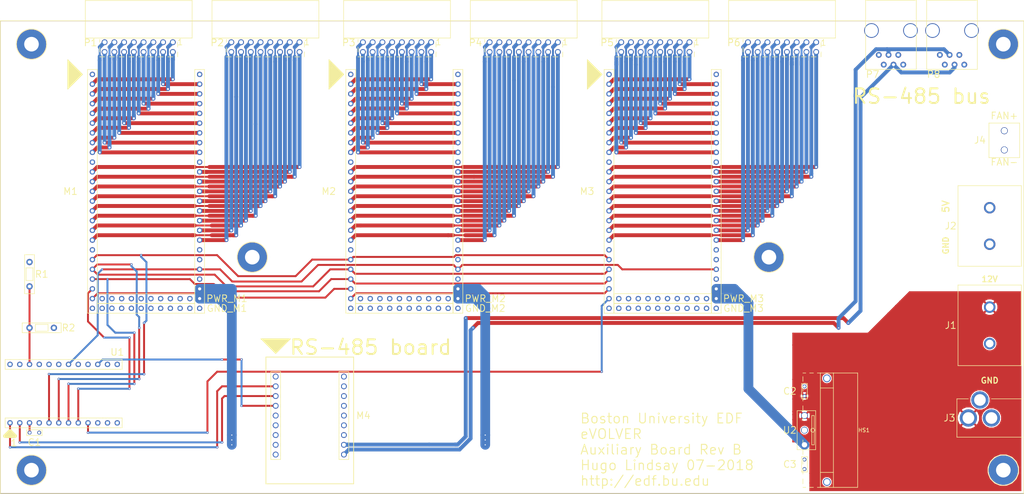
<source format=kicad_pcb>
(kicad_pcb (version 4) (generator gerbview)
  (layers (0 F.Cu signal) (31 B.Cu signal) (34 B.Paste user) (35 F.Paste user) (36 B.SilkS user) (37 F.SilkS user) (38 B.Mask user) (39 F.Mask user) (44 Edge.Cuts user))
  (gr_line (start 16.51 145.034) (end 13.97 145.034) (layer F.SilkS) (width 1.016))
  (gr_line (start 16.51 145.034) (end 15.24 143.764) (layer F.SilkS) (width 1.016))
  (gr_line (start 15.24 143.764) (end 13.97 145.034) (layer F.SilkS) (width 1.016))
  (gr_line (start 14.986 144.018) (end 14.986 145.034) (layer F.SilkS) (width 0.2))
  (gr_line (start 15.494 144.018) (end 15.494 145.034) (layer F.SilkS) (width 0.2))
  (gr_line (start 14.986 144.526) (end 15.494 144.526) (layer F.SilkS) (width 0.2))
  (gr_line (start 269.36714 129.806) (end 269.22429 129.73457) (layer F.SilkS) (width 0.3))
  (gr_line (start 269.22429 129.73457) (end 269.01 129.73457) (layer F.SilkS) (width 0.3))
  (gr_line (start 269.01 129.73457) (end 268.79572 129.806) (layer F.SilkS) (width 0.3))
  (gr_line (start 268.79572 129.806) (end 268.65286 129.94886) (layer F.SilkS) (width 0.3))
  (gr_line (start 268.65286 129.94886) (end 268.58143 130.09171) (layer F.SilkS) (width 0.3))
  (gr_line (start 268.58143 130.09171) (end 268.51 130.37743) (layer F.SilkS) (width 0.3))
  (gr_line (start 268.51 130.37743) (end 268.51 130.59171) (layer F.SilkS) (width 0.3))
  (gr_line (start 268.51 130.59171) (end 268.58143 130.87743) (layer F.SilkS) (width 0.3))
  (gr_line (start 268.58143 130.87743) (end 268.65286 131.02029) (layer F.SilkS) (width 0.3))
  (gr_line (start 268.65286 131.02029) (end 268.79572 131.16314) (layer F.SilkS) (width 0.3))
  (gr_line (start 268.79572 131.16314) (end 269.01 131.23457) (layer F.SilkS) (width 0.3))
  (gr_line (start 269.01 131.23457) (end 269.15286 131.23457) (layer F.SilkS) (width 0.3))
  (gr_line (start 269.15286 131.23457) (end 269.36714 131.16314) (layer F.SilkS) (width 0.3))
  (gr_line (start 269.36714 131.16314) (end 269.43857 131.09171) (layer F.SilkS) (width 0.3))
  (gr_line (start 269.43857 131.09171) (end 269.43857 130.59171) (layer F.SilkS) (width 0.3))
  (gr_line (start 269.43857 130.59171) (end 269.15286 130.59171) (layer F.SilkS) (width 0.3))
  (gr_line (start 270.08143 131.23457) (end 270.08143 129.73457) (layer F.SilkS) (width 0.3))
  (gr_line (start 270.08143 129.73457) (end 270.93857 131.23457) (layer F.SilkS) (width 0.3))
  (gr_line (start 270.93857 131.23457) (end 270.93857 129.73457) (layer F.SilkS) (width 0.3))
  (gr_line (start 271.65286 131.23457) (end 271.65286 129.73457) (layer F.SilkS) (width 0.3))
  (gr_line (start 271.65286 129.73457) (end 272.01 129.73457) (layer F.SilkS) (width 0.3))
  (gr_line (start 272.01 129.73457) (end 272.22429 129.806) (layer F.SilkS) (width 0.3))
  (gr_line (start 272.22429 129.806) (end 272.36714 129.94886) (layer F.SilkS) (width 0.3))
  (gr_line (start 272.36714 129.94886) (end 272.43857 130.09171) (layer F.SilkS) (width 0.3))
  (gr_line (start 272.43857 130.09171) (end 272.51 130.37743) (layer F.SilkS) (width 0.3))
  (gr_line (start 272.51 130.37743) (end 272.51 130.59171) (layer F.SilkS) (width 0.3))
  (gr_line (start 272.51 130.59171) (end 272.43857 130.87743) (layer F.SilkS) (width 0.3))
  (gr_line (start 272.43857 130.87743) (end 272.36714 131.02029) (layer F.SilkS) (width 0.3))
  (gr_line (start 272.36714 131.02029) (end 272.22429 131.16314) (layer F.SilkS) (width 0.3))
  (gr_line (start 272.22429 131.16314) (end 272.01 131.23457) (layer F.SilkS) (width 0.3))
  (gr_line (start 272.01 131.23457) (end 271.65286 131.23457) (layer F.SilkS) (width 0.3))
  (gr_line (start 269.58143 104.81857) (end 268.72429 104.81857) (layer F.SilkS) (width 0.3))
  (gr_line (start 269.15286 104.81857) (end 269.15286 103.31857) (layer F.SilkS) (width 0.3))
  (gr_line (start 269.15286 103.31857) (end 269.01 103.53286) (layer F.SilkS) (width 0.3))
  (gr_line (start 269.01 103.53286) (end 268.86714 103.67571) (layer F.SilkS) (width 0.3))
  (gr_line (start 268.86714 103.67571) (end 268.72429 103.74714) (layer F.SilkS) (width 0.3))
  (gr_line (start 270.15286 103.46143) (end 270.22429 103.39) (layer F.SilkS) (width 0.3))
  (gr_line (start 270.22429 103.39) (end 270.36714 103.31857) (layer F.SilkS) (width 0.3))
  (gr_line (start 270.36714 103.31857) (end 270.72429 103.31857) (layer F.SilkS) (width 0.3))
  (gr_line (start 270.72429 103.31857) (end 270.86714 103.39) (layer F.SilkS) (width 0.3))
  (gr_line (start 270.86714 103.39) (end 270.93857 103.46143) (layer F.SilkS) (width 0.3))
  (gr_line (start 270.93857 103.46143) (end 271.01 103.60429) (layer F.SilkS) (width 0.3))
  (gr_line (start 271.01 103.60429) (end 271.01 103.74714) (layer F.SilkS) (width 0.3))
  (gr_line (start 271.01 103.74714) (end 270.93857 103.96143) (layer F.SilkS) (width 0.3))
  (gr_line (start 270.93857 103.96143) (end 270.08143 104.81857) (layer F.SilkS) (width 0.3))
  (gr_line (start 270.08143 104.81857) (end 271.01 104.81857) (layer F.SilkS) (width 0.3))
  (gr_line (start 271.43857 103.31857) (end 271.93857 104.81857) (layer F.SilkS) (width 0.3))
  (gr_line (start 271.93857 104.81857) (end 272.43857 103.31857) (layer F.SilkS) (width 0.3))
  (gr_line (start 258.33 96.51986) (end 258.25857 96.66271) (layer F.SilkS) (width 0.3))
  (gr_line (start 258.25857 96.66271) (end 258.25857 96.877) (layer F.SilkS) (width 0.3))
  (gr_line (start 258.25857 96.877) (end 258.33 97.09129) (layer F.SilkS) (width 0.3))
  (gr_line (start 258.33 97.09129) (end 258.47286 97.23414) (layer F.SilkS) (width 0.3))
  (gr_line (start 258.47286 97.23414) (end 258.61571 97.30557) (layer F.SilkS) (width 0.3))
  (gr_line (start 258.61571 97.30557) (end 258.90143 97.377) (layer F.SilkS) (width 0.3))
  (gr_line (start 258.90143 97.377) (end 259.11571 97.377) (layer F.SilkS) (width 0.3))
  (gr_line (start 259.11571 97.377) (end 259.40143 97.30557) (layer F.SilkS) (width 0.3))
  (gr_line (start 259.40143 97.30557) (end 259.54429 97.23414) (layer F.SilkS) (width 0.3))
  (gr_line (start 259.54429 97.23414) (end 259.68714 97.09129) (layer F.SilkS) (width 0.3))
  (gr_line (start 259.68714 97.09129) (end 259.75857 96.877) (layer F.SilkS) (width 0.3))
  (gr_line (start 259.75857 96.877) (end 259.75857 96.73414) (layer F.SilkS) (width 0.3))
  (gr_line (start 259.75857 96.73414) (end 259.68714 96.51986) (layer F.SilkS) (width 0.3))
  (gr_line (start 259.68714 96.51986) (end 259.61571 96.44843) (layer F.SilkS) (width 0.3))
  (gr_line (start 259.61571 96.44843) (end 259.11571 96.44843) (layer F.SilkS) (width 0.3))
  (gr_line (start 259.11571 96.44843) (end 259.11571 96.73414) (layer F.SilkS) (width 0.3))
  (gr_line (start 259.75857 95.80557) (end 258.25857 95.80557) (layer F.SilkS) (width 0.3))
  (gr_line (start 258.25857 95.80557) (end 259.75857 94.94843) (layer F.SilkS) (width 0.3))
  (gr_line (start 259.75857 94.94843) (end 258.25857 94.94843) (layer F.SilkS) (width 0.3))
  (gr_line (start 259.75857 94.23414) (end 258.25857 94.23414) (layer F.SilkS) (width 0.3))
  (gr_line (start 258.25857 94.23414) (end 258.25857 93.877) (layer F.SilkS) (width 0.3))
  (gr_line (start 258.25857 93.877) (end 258.33 93.66271) (layer F.SilkS) (width 0.3))
  (gr_line (start 258.33 93.66271) (end 258.47286 93.51986) (layer F.SilkS) (width 0.3))
  (gr_line (start 258.47286 93.51986) (end 258.61571 93.44843) (layer F.SilkS) (width 0.3))
  (gr_line (start 258.61571 93.44843) (end 258.90143 93.377) (layer F.SilkS) (width 0.3))
  (gr_line (start 258.90143 93.377) (end 259.11571 93.377) (layer F.SilkS) (width 0.3))
  (gr_line (start 259.11571 93.377) (end 259.40143 93.44843) (layer F.SilkS) (width 0.3))
  (gr_line (start 259.40143 93.44843) (end 259.54429 93.51986) (layer F.SilkS) (width 0.3))
  (gr_line (start 259.54429 93.51986) (end 259.68714 93.66271) (layer F.SilkS) (width 0.3))
  (gr_line (start 259.68714 93.66271) (end 259.75857 93.877) (layer F.SilkS) (width 0.3))
  (gr_line (start 259.75857 93.877) (end 259.75857 94.23414) (layer F.SilkS) (width 0.3))
  (gr_line (start 258.10633 85.55567) (end 258.10633 86.40233) (layer F.SilkS) (width 0.3048))
  (gr_line (start 258.10633 86.40233) (end 258.953 86.487) (layer F.SilkS) (width 0.3048))
  (gr_line (start 258.953 86.487) (end 258.86833 86.40233) (layer F.SilkS) (width 0.3048))
  (gr_line (start 258.86833 86.40233) (end 258.78367 86.233) (layer F.SilkS) (width 0.3048))
  (gr_line (start 258.78367 86.233) (end 258.78367 85.80967) (layer F.SilkS) (width 0.3048))
  (gr_line (start 258.78367 85.80967) (end 258.86833 85.64033) (layer F.SilkS) (width 0.3048))
  (gr_line (start 258.86833 85.64033) (end 258.953 85.55567) (layer F.SilkS) (width 0.3048))
  (gr_line (start 258.953 85.55567) (end 259.12233 85.471) (layer F.SilkS) (width 0.3048))
  (gr_line (start 259.12233 85.471) (end 259.54567 85.471) (layer F.SilkS) (width 0.3048))
  (gr_line (start 259.54567 85.471) (end 259.715 85.55567) (layer F.SilkS) (width 0.3048))
  (gr_line (start 259.715 85.55567) (end 259.79967 85.64033) (layer F.SilkS) (width 0.3048))
  (gr_line (start 259.79967 85.64033) (end 259.88433 85.80967) (layer F.SilkS) (width 0.3048))
  (gr_line (start 259.88433 85.80967) (end 259.88433 86.233) (layer F.SilkS) (width 0.3048))
  (gr_line (start 259.88433 86.233) (end 259.79967 86.40233) (layer F.SilkS) (width 0.3048))
  (gr_line (start 259.79967 86.40233) (end 259.715 86.487) (layer F.SilkS) (width 0.3048))
  (gr_line (start 258.10633 84.963) (end 259.88433 84.37033) (layer F.SilkS) (width 0.3048))
  (gr_line (start 259.88433 84.37033) (end 258.10633 83.77767) (layer F.SilkS) (width 0.3048))
  (gr_line (start 271.78 73.533) (end 271.18733 73.533) (layer F.SilkS) (width 0.2159))
  (gr_line (start 271.18733 74.46433) (end 271.18733 72.68633) (layer F.SilkS) (width 0.2159))
  (gr_line (start 271.18733 72.68633) (end 272.034 72.68633) (layer F.SilkS) (width 0.2159))
  (gr_line (start 272.62667 73.95633) (end 273.47333 73.95633) (layer F.SilkS) (width 0.2159))
  (gr_line (start 272.45733 74.46433) (end 273.05 72.68633) (layer F.SilkS) (width 0.2159))
  (gr_line (start 273.05 72.68633) (end 273.64267 74.46433) (layer F.SilkS) (width 0.2159))
  (gr_line (start 274.23533 74.46433) (end 274.23533 72.68633) (layer F.SilkS) (width 0.2159))
  (gr_line (start 274.23533 72.68633) (end 275.25133 74.46433) (layer F.SilkS) (width 0.2159))
  (gr_line (start 275.25133 74.46433) (end 275.25133 72.68633) (layer F.SilkS) (width 0.2159))
  (gr_line (start 276.098 73.787) (end 277.45267 73.787) (layer F.SilkS) (width 0.2159))
  (gr_line (start 271.78 61.468) (end 271.18733 61.468) (layer F.SilkS) (width 0.2159))
  (gr_line (start 271.18733 62.39933) (end 271.18733 60.62133) (layer F.SilkS) (width 0.2159))
  (gr_line (start 271.18733 60.62133) (end 272.034 60.62133) (layer F.SilkS) (width 0.2159))
  (gr_line (start 272.62667 61.89133) (end 273.47333 61.89133) (layer F.SilkS) (width 0.2159))
  (gr_line (start 272.45733 62.39933) (end 273.05 60.62133) (layer F.SilkS) (width 0.2159))
  (gr_line (start 273.05 60.62133) (end 273.64267 62.39933) (layer F.SilkS) (width 0.2159))
  (gr_line (start 274.23533 62.39933) (end 274.23533 60.62133) (layer F.SilkS) (width 0.2159))
  (gr_line (start 274.23533 60.62133) (end 275.25133 62.39933) (layer F.SilkS) (width 0.2159))
  (gr_line (start 275.25133 62.39933) (end 275.25133 60.62133) (layer F.SilkS) (width 0.2159))
  (gr_line (start 276.098 61.722) (end 277.45267 61.722) (layer F.SilkS) (width 0.2159))
  (gr_line (start 276.77533 62.39933) (end 276.77533 61.04467) (layer F.SilkS) (width 0.2159))
  (gr_line (start 227.63843 43.23443) (end 226.76757 43.23443) (layer F.SilkS) (width 0.1778))
  (gr_line (start 227.203 43.23443) (end 227.203 41.71043) (layer F.SilkS) (width 0.1778))
  (gr_line (start 227.203 41.71043) (end 227.05786 41.92814) (layer F.SilkS) (width 0.1778))
  (gr_line (start 227.05786 41.92814) (end 226.91272 42.07329) (layer F.SilkS) (width 0.1778))
  (gr_line (start 226.91272 42.07329) (end 226.76757 42.14586) (layer F.SilkS) (width 0.1778))
  (gr_line (start 30.48 54.356) (end 30.48 47.244) (layer F.SilkS) (width 0.254))
  (gr_line (start 34.0995 50.8) (end 30.2895 46.99) (layer F.SilkS) (width 0.2))
  (gr_line (start 30.2895 54.61) (end 30.2895 46.99) (layer F.SilkS) (width 0.2))
  (gr_line (start 34.0995 50.8) (end 30.2895 54.61) (layer F.SilkS) (width 0.2))
  (gr_line (start 31.6103 51.7525) (end 31.6103 49.8475) (layer F.SilkS) (width 2.286))
  (gr_line (start 30.9245 53.34) (end 33.4645 50.8) (layer F.SilkS) (width 1.016))
  (gr_line (start 30.607 53.975) (end 30.607 47.625) (layer F.SilkS) (width 0.508))
  (gr_line (start 33.4645 50.8) (end 30.9245 48.26) (layer F.SilkS) (width 1.016))
  (gr_line (start 194.61843 43.10743) (end 193.74757 43.10743) (layer F.SilkS) (width 0.1778))
  (gr_line (start 194.183 43.10743) (end 194.183 41.58343) (layer F.SilkS) (width 0.1778))
  (gr_line (start 194.183 41.58343) (end 194.03786 41.80114) (layer F.SilkS) (width 0.1778))
  (gr_line (start 194.03786 41.80114) (end 193.89272 41.94629) (layer F.SilkS) (width 0.1778))
  (gr_line (start 193.89272 41.94629) (end 193.74757 42.01886) (layer F.SilkS) (width 0.1778))
  (gr_line (start 160.32843 43.10743) (end 159.45757 43.10743) (layer F.SilkS) (width 0.1778))
  (gr_line (start 159.893 43.10743) (end 159.893 41.58343) (layer F.SilkS) (width 0.1778))
  (gr_line (start 159.893 41.58343) (end 159.74786 41.80114) (layer F.SilkS) (width 0.1778))
  (gr_line (start 159.74786 41.80114) (end 159.60272 41.94629) (layer F.SilkS) (width 0.1778))
  (gr_line (start 159.60272 41.94629) (end 159.45757 42.01886) (layer F.SilkS) (width 0.1778))
  (gr_line (start 127.30843 43.10743) (end 126.43757 43.10743) (layer F.SilkS) (width 0.1778))
  (gr_line (start 126.873 43.10743) (end 126.873 41.58343) (layer F.SilkS) (width 0.1778))
  (gr_line (start 126.873 41.58343) (end 126.72786 41.80114) (layer F.SilkS) (width 0.1778))
  (gr_line (start 126.72786 41.80114) (end 126.58272 41.94629) (layer F.SilkS) (width 0.1778))
  (gr_line (start 126.58272 41.94629) (end 126.43757 42.01886) (layer F.SilkS) (width 0.1778))
  (gr_line (start 93.01843 43.10743) (end 92.14757 43.10743) (layer F.SilkS) (width 0.1778))
  (gr_line (start 92.583 43.10743) (end 92.583 41.58343) (layer F.SilkS) (width 0.1778))
  (gr_line (start 92.583 41.58343) (end 92.43786 41.80114) (layer F.SilkS) (width 0.1778))
  (gr_line (start 92.43786 41.80114) (end 92.29272 41.94629) (layer F.SilkS) (width 0.1778))
  (gr_line (start 92.29272 41.94629) (end 92.14757 42.01886) (layer F.SilkS) (width 0.1778))
  (gr_line (start 16.764 147.61633) (end 15.748 147.61633) (layer F.SilkS) (width 0.2159))
  (gr_line (start 16.256 147.61633) (end 16.256 145.83833) (layer F.SilkS) (width 0.2159))
  (gr_line (start 16.256 145.83833) (end 16.08667 146.09233) (layer F.SilkS) (width 0.2159))
  (gr_line (start 16.08667 146.09233) (end 15.91733 146.26167) (layer F.SilkS) (width 0.2159))
  (gr_line (start 15.91733 146.26167) (end 15.748 146.34633) (layer F.SilkS) (width 0.2159))
  (gr_line (start 165.28143 140.28057) (end 165.64429 140.40152) (layer F.SilkS) (width 0.254))
  (gr_line (start 165.64429 140.40152) (end 165.76524 140.52248) (layer F.SilkS) (width 0.254))
  (gr_line (start 165.76524 140.52248) (end 165.88619 140.76438) (layer F.SilkS) (width 0.254))
  (gr_line (start 165.88619 140.76438) (end 165.88619 141.12724) (layer F.SilkS) (width 0.254))
  (gr_line (start 165.88619 141.12724) (end 165.76524 141.36914) (layer F.SilkS) (width 0.254))
  (gr_line (start 165.76524 141.36914) (end 165.64429 141.4901) (layer F.SilkS) (width 0.254))
  (gr_line (start 165.64429 141.4901) (end 165.40238 141.61105) (layer F.SilkS) (width 0.254))
  (gr_line (start 165.40238 141.61105) (end 164.43476 141.61105) (layer F.SilkS) (width 0.254))
  (gr_line (start 164.43476 141.61105) (end 164.43476 139.07105) (layer F.SilkS) (width 0.254))
  (gr_line (start 164.43476 139.07105) (end 165.28143 139.07105) (layer F.SilkS) (width 0.254))
  (gr_line (start 165.28143 139.07105) (end 165.52333 139.192) (layer F.SilkS) (width 0.254))
  (gr_line (start 165.52333 139.192) (end 165.64429 139.31295) (layer F.SilkS) (width 0.254))
  (gr_line (start 165.64429 139.31295) (end 165.76524 139.55486) (layer F.SilkS) (width 0.254))
  (gr_line (start 165.76524 139.55486) (end 165.76524 139.79676) (layer F.SilkS) (width 0.254))
  (gr_line (start 165.76524 139.79676) (end 165.64429 140.03867) (layer F.SilkS) (width 0.254))
  (gr_line (start 165.64429 140.03867) (end 165.52333 140.15962) (layer F.SilkS) (width 0.254))
  (gr_line (start 165.52333 140.15962) (end 165.28143 140.28057) (layer F.SilkS) (width 0.254))
  (gr_line (start 165.28143 140.28057) (end 164.43476 140.28057) (layer F.SilkS) (width 0.254))
  (gr_line (start 167.33762 141.61105) (end 167.09571 141.4901) (layer F.SilkS) (width 0.254))
  (gr_line (start 167.09571 141.4901) (end 166.97476 141.36914) (layer F.SilkS) (width 0.254))
  (gr_line (start 166.97476 141.36914) (end 166.85381 141.12724) (layer F.SilkS) (width 0.254))
  (gr_line (start 166.85381 141.12724) (end 166.85381 140.40152) (layer F.SilkS) (width 0.254))
  (gr_line (start 166.85381 140.40152) (end 166.97476 140.15962) (layer F.SilkS) (width 0.254))
  (gr_line (start 166.97476 140.15962) (end 167.09571 140.03867) (layer F.SilkS) (width 0.254))
  (gr_line (start 167.09571 140.03867) (end 167.33762 139.91771) (layer F.SilkS) (width 0.254))
  (gr_line (start 167.33762 139.91771) (end 167.70048 139.91771) (layer F.SilkS) (width 0.254))
  (gr_line (start 167.70048 139.91771) (end 167.94238 140.03867) (layer F.SilkS) (width 0.254))
  (gr_line (start 167.94238 140.03867) (end 168.06333 140.15962) (layer F.SilkS) (width 0.254))
  (gr_line (start 168.06333 140.15962) (end 168.18429 140.40152) (layer F.SilkS) (width 0.254))
  (gr_line (start 168.18429 140.40152) (end 168.18429 141.12724) (layer F.SilkS) (width 0.254))
  (gr_line (start 168.18429 141.12724) (end 168.06333 141.36914) (layer F.SilkS) (width 0.254))
  (gr_line (start 168.06333 141.36914) (end 167.94238 141.4901) (layer F.SilkS) (width 0.254))
  (gr_line (start 167.94238 141.4901) (end 167.70048 141.61105) (layer F.SilkS) (width 0.254))
  (gr_line (start 167.70048 141.61105) (end 167.33762 141.61105) (layer F.SilkS) (width 0.254))
  (gr_line (start 169.15191 141.4901) (end 169.39381 141.61105) (layer F.SilkS) (width 0.254))
  (gr_line (start 169.39381 141.61105) (end 169.87762 141.61105) (layer F.SilkS) (width 0.254))
  (gr_line (start 169.87762 141.61105) (end 170.11952 141.4901) (layer F.SilkS) (width 0.254))
  (gr_line (start 170.11952 141.4901) (end 170.24048 141.24819) (layer F.SilkS) (width 0.254))
  (gr_line (start 170.24048 141.24819) (end 170.24048 141.12724) (layer F.SilkS) (width 0.254))
  (gr_line (start 170.24048 141.12724) (end 170.11952 140.88533) (layer F.SilkS) (width 0.254))
  (gr_line (start 170.11952 140.88533) (end 169.87762 140.76438) (layer F.SilkS) (width 0.254))
  (gr_line (start 169.87762 140.76438) (end 169.51476 140.76438) (layer F.SilkS) (width 0.254))
  (gr_line (start 169.51476 140.76438) (end 169.27286 140.64343) (layer F.SilkS) (width 0.254))
  (gr_line (start 169.27286 140.64343) (end 169.15191 140.40152) (layer F.SilkS) (width 0.254))
  (gr_line (start 169.15191 140.40152) (end 169.15191 140.28057) (layer F.SilkS) (width 0.254))
  (gr_line (start 169.15191 140.28057) (end 169.27286 140.03867) (layer F.SilkS) (width 0.254))
  (gr_line (start 169.27286 140.03867) (end 169.51476 139.91771) (layer F.SilkS) (width 0.254))
  (gr_line (start 169.51476 139.91771) (end 169.87762 139.91771) (layer F.SilkS) (width 0.254))
  (gr_line (start 169.87762 139.91771) (end 170.11952 140.03867) (layer F.SilkS) (width 0.254))
  (gr_line (start 170.96619 139.91771) (end 171.93381 139.91771) (layer F.SilkS) (width 0.254))
  (gr_line (start 171.32905 139.07105) (end 171.32905 141.24819) (layer F.SilkS) (width 0.254))
  (gr_line (start 171.32905 141.24819) (end 171.45 141.4901) (layer F.SilkS) (width 0.254))
  (gr_line (start 171.45 141.4901) (end 171.6919 141.61105) (layer F.SilkS) (width 0.254))
  (gr_line (start 171.6919 141.61105) (end 171.93381 141.61105) (layer F.SilkS) (width 0.254))
  (gr_line (start 173.14333 141.61105) (end 172.90143 141.4901) (layer F.SilkS) (width 0.254))
  (gr_line (start 172.90143 141.4901) (end 172.78048 141.36914) (layer F.SilkS) (width 0.254))
  (gr_line (start 172.78048 141.36914) (end 172.65952 141.12724) (layer F.SilkS) (width 0.254))
  (gr_line (start 172.65952 141.12724) (end 172.65952 140.40152) (layer F.SilkS) (width 0.254))
  (gr_line (start 172.65952 140.40152) (end 172.78048 140.15962) (layer F.SilkS) (width 0.254))
  (gr_line (start 172.78048 140.15962) (end 172.90143 140.03867) (layer F.SilkS) (width 0.254))
  (gr_line (start 172.90143 140.03867) (end 173.14333 139.91771) (layer F.SilkS) (width 0.254))
  (gr_line (start 173.14333 139.91771) (end 173.50619 139.91771) (layer F.SilkS) (width 0.254))
  (gr_line (start 173.50619 139.91771) (end 173.7481 140.03867) (layer F.SilkS) (width 0.254))
  (gr_line (start 173.7481 140.03867) (end 173.86905 140.15962) (layer F.SilkS) (width 0.254))
  (gr_line (start 173.86905 140.15962) (end 173.99 140.40152) (layer F.SilkS) (width 0.254))
  (gr_line (start 173.99 140.40152) (end 173.99 141.12724) (layer F.SilkS) (width 0.254))
  (gr_line (start 173.99 141.12724) (end 173.86905 141.36914) (layer F.SilkS) (width 0.254))
  (gr_line (start 173.86905 141.36914) (end 173.7481 141.4901) (layer F.SilkS) (width 0.254))
  (gr_line (start 173.7481 141.4901) (end 173.50619 141.61105) (layer F.SilkS) (width 0.254))
  (gr_line (start 173.50619 141.61105) (end 173.14333 141.61105) (layer F.SilkS) (width 0.254))
  (gr_line (start 175.07857 139.91771) (end 175.07857 141.61105) (layer F.SilkS) (width 0.254))
  (gr_line (start 175.07857 140.15962) (end 175.19952 140.03867) (layer F.SilkS) (width 0.254))
  (gr_line (start 175.19952 140.03867) (end 175.44143 139.91771) (layer F.SilkS) (width 0.254))
  (gr_line (start 175.44143 139.91771) (end 175.80429 139.91771) (layer F.SilkS) (width 0.254))
  (gr_line (start 175.80429 139.91771) (end 176.04619 140.03867) (layer F.SilkS) (width 0.254))
  (gr_line (start 176.04619 140.03867) (end 176.16714 140.28057) (layer F.SilkS) (width 0.254))
  (gr_line (start 176.16714 140.28057) (end 176.16714 141.61105) (layer F.SilkS) (width 0.254))
  (gr_line (start 179.3119 139.07105) (end 179.3119 141.12724) (layer F.SilkS) (width 0.254))
  (gr_line (start 179.3119 141.12724) (end 179.43286 141.36914) (layer F.SilkS) (width 0.254))
  (gr_line (start 179.43286 141.36914) (end 179.55381 141.4901) (layer F.SilkS) (width 0.254))
  (gr_line (start 179.55381 141.4901) (end 179.79571 141.61105) (layer F.SilkS) (width 0.254))
  (gr_line (start 179.79571 141.61105) (end 180.27952 141.61105) (layer F.SilkS) (width 0.254))
  (gr_line (start 180.27952 141.61105) (end 180.52143 141.4901) (layer F.SilkS) (width 0.254))
  (gr_line (start 180.52143 141.4901) (end 180.64238 141.36914) (layer F.SilkS) (width 0.254))
  (gr_line (start 180.64238 141.36914) (end 180.76333 141.12724) (layer F.SilkS) (width 0.254))
  (gr_line (start 180.76333 141.12724) (end 180.76333 139.07105) (layer F.SilkS) (width 0.254))
  (gr_line (start 181.97286 139.91771) (end 181.97286 141.61105) (layer F.SilkS) (width 0.254))
  (gr_line (start 181.97286 140.15962) (end 182.09381 140.03867) (layer F.SilkS) (width 0.254))
  (gr_line (start 182.09381 140.03867) (end 182.33571 139.91771) (layer F.SilkS) (width 0.254))
  (gr_line (start 182.33571 139.91771) (end 182.69857 139.91771) (layer F.SilkS) (width 0.254))
  (gr_line (start 182.69857 139.91771) (end 182.94048 140.03867) (layer F.SilkS) (width 0.254))
  (gr_line (start 182.94048 140.03867) (end 183.06143 140.28057) (layer F.SilkS) (width 0.254))
  (gr_line (start 183.06143 140.28057) (end 183.06143 141.61105) (layer F.SilkS) (width 0.254))
  (gr_line (start 184.27095 141.61105) (end 184.27095 139.91771) (layer F.SilkS) (width 0.254))
  (gr_line (start 184.27095 139.07105) (end 184.15 139.192) (layer F.SilkS) (width 0.254))
  (gr_line (start 184.15 139.192) (end 184.27095 139.31295) (layer F.SilkS) (width 0.254))
  (gr_line (start 184.27095 139.31295) (end 184.3919 139.192) (layer F.SilkS) (width 0.254))
  (gr_line (start 184.3919 139.192) (end 184.27095 139.07105) (layer F.SilkS) (width 0.254))
  (gr_line (start 184.27095 139.07105) (end 184.27095 139.31295) (layer F.SilkS) (width 0.254))
  (gr_line (start 185.23857 139.91771) (end 185.84333 141.61105) (layer F.SilkS) (width 0.254))
  (gr_line (start 185.84333 141.61105) (end 186.44809 139.91771) (layer F.SilkS) (width 0.254))
  (gr_line (start 188.38333 141.4901) (end 188.14143 141.61105) (layer F.SilkS) (width 0.254))
  (gr_line (start 188.14143 141.61105) (end 187.65762 141.61105) (layer F.SilkS) (width 0.254))
  (gr_line (start 187.65762 141.61105) (end 187.41571 141.4901) (layer F.SilkS) (width 0.254))
  (gr_line (start 187.41571 141.4901) (end 187.29476 141.24819) (layer F.SilkS) (width 0.254))
  (gr_line (start 187.29476 141.24819) (end 187.29476 140.28057) (layer F.SilkS) (width 0.254))
  (gr_line (start 187.29476 140.28057) (end 187.41571 140.03867) (layer F.SilkS) (width 0.254))
  (gr_line (start 187.41571 140.03867) (end 187.65762 139.91771) (layer F.SilkS) (width 0.254))
  (gr_line (start 187.65762 139.91771) (end 188.14143 139.91771) (layer F.SilkS) (width 0.254))
  (gr_line (start 188.14143 139.91771) (end 188.38333 140.03867) (layer F.SilkS) (width 0.254))
  (gr_line (start 188.38333 140.03867) (end 188.50428 140.28057) (layer F.SilkS) (width 0.254))
  (gr_line (start 188.50428 140.28057) (end 188.50428 140.52248) (layer F.SilkS) (width 0.254))
  (gr_line (start 188.50428 140.52248) (end 187.29476 140.76438) (layer F.SilkS) (width 0.254))
  (gr_line (start 189.59286 141.61105) (end 189.59286 139.91771) (layer F.SilkS) (width 0.254))
  (gr_line (start 189.59286 140.40152) (end 189.71381 140.15962) (layer F.SilkS) (width 0.254))
  (gr_line (start 189.71381 140.15962) (end 189.83476 140.03867) (layer F.SilkS) (width 0.254))
  (gr_line (start 189.83476 140.03867) (end 190.07667 139.91771) (layer F.SilkS) (width 0.254))
  (gr_line (start 190.07667 139.91771) (end 190.31857 139.91771) (layer F.SilkS) (width 0.254))
  (gr_line (start 191.04429 141.4901) (end 191.28619 141.61105) (layer F.SilkS) (width 0.254))
  (gr_line (start 191.28619 141.61105) (end 191.77 141.61105) (layer F.SilkS) (width 0.254))
  (gr_line (start 191.77 141.61105) (end 192.0119 141.4901) (layer F.SilkS) (width 0.254))
  (gr_line (start 192.0119 141.4901) (end 192.13286 141.24819) (layer F.SilkS) (width 0.254))
  (gr_line (start 192.13286 141.24819) (end 192.13286 141.12724) (layer F.SilkS) (width 0.254))
  (gr_line (start 192.13286 141.12724) (end 192.0119 140.88533) (layer F.SilkS) (width 0.254))
  (gr_line (start 192.0119 140.88533) (end 191.77 140.76438) (layer F.SilkS) (width 0.254))
  (gr_line (start 191.77 140.76438) (end 191.40714 140.76438) (layer F.SilkS) (width 0.254))
  (gr_line (start 191.40714 140.76438) (end 191.16524 140.64343) (layer F.SilkS) (width 0.254))
  (gr_line (start 191.16524 140.64343) (end 191.04429 140.40152) (layer F.SilkS) (width 0.254))
  (gr_line (start 191.04429 140.40152) (end 191.04429 140.28057) (layer F.SilkS) (width 0.254))
  (gr_line (start 191.04429 140.28057) (end 191.16524 140.03867) (layer F.SilkS) (width 0.254))
  (gr_line (start 191.16524 140.03867) (end 191.40714 139.91771) (layer F.SilkS) (width 0.254))
  (gr_line (start 191.40714 139.91771) (end 191.77 139.91771) (layer F.SilkS) (width 0.254))
  (gr_line (start 191.77 139.91771) (end 192.0119 140.03867) (layer F.SilkS) (width 0.254))
  (gr_line (start 193.22143 141.61105) (end 193.22143 139.91771) (layer F.SilkS) (width 0.254))
  (gr_line (start 193.22143 139.07105) (end 193.10048 139.192) (layer F.SilkS) (width 0.254))
  (gr_line (start 193.10048 139.192) (end 193.22143 139.31295) (layer F.SilkS) (width 0.254))
  (gr_line (start 193.22143 139.31295) (end 193.34238 139.192) (layer F.SilkS) (width 0.254))
  (gr_line (start 193.34238 139.192) (end 193.22143 139.07105) (layer F.SilkS) (width 0.254))
  (gr_line (start 193.22143 139.07105) (end 193.22143 139.31295) (layer F.SilkS) (width 0.254))
  (gr_line (start 194.06809 139.91771) (end 195.03571 139.91771) (layer F.SilkS) (width 0.254))
  (gr_line (start 194.43095 139.07105) (end 194.43095 141.24819) (layer F.SilkS) (width 0.254))
  (gr_line (start 194.43095 141.24819) (end 194.5519 141.4901) (layer F.SilkS) (width 0.254))
  (gr_line (start 194.5519 141.4901) (end 194.79381 141.61105) (layer F.SilkS) (width 0.254))
  (gr_line (start 194.79381 141.61105) (end 195.03571 141.61105) (layer F.SilkS) (width 0.254))
  (gr_line (start 195.64048 139.91771) (end 196.24524 141.61105) (layer F.SilkS) (width 0.254))
  (gr_line (start 196.85 139.91771) (end 196.24524 141.61105) (layer F.SilkS) (width 0.254))
  (gr_line (start 196.24524 141.61105) (end 196.00333 142.21581) (layer F.SilkS) (width 0.254))
  (gr_line (start 196.00333 142.21581) (end 195.88238 142.33676) (layer F.SilkS) (width 0.254))
  (gr_line (start 195.88238 142.33676) (end 195.64048 142.45771) (layer F.SilkS) (width 0.254))
  (gr_line (start 199.75286 140.28057) (end 200.59952 140.28057) (layer F.SilkS) (width 0.254))
  (gr_line (start 200.96238 141.61105) (end 199.75286 141.61105) (layer F.SilkS) (width 0.254))
  (gr_line (start 199.75286 141.61105) (end 199.75286 139.07105) (layer F.SilkS) (width 0.254))
  (gr_line (start 199.75286 139.07105) (end 200.96238 139.07105) (layer F.SilkS) (width 0.254))
  (gr_line (start 202.05095 141.61105) (end 202.05095 139.07105) (layer F.SilkS) (width 0.254))
  (gr_line (start 202.05095 139.07105) (end 202.65571 139.07105) (layer F.SilkS) (width 0.254))
  (gr_line (start 202.65571 139.07105) (end 203.01857 139.192) (layer F.SilkS) (width 0.254))
  (gr_line (start 203.01857 139.192) (end 203.26048 139.43391) (layer F.SilkS) (width 0.254))
  (gr_line (start 203.26048 139.43391) (end 203.38143 139.67581) (layer F.SilkS) (width 0.254))
  (gr_line (start 203.38143 139.67581) (end 203.50238 140.15962) (layer F.SilkS) (width 0.254))
  (gr_line (start 203.50238 140.15962) (end 203.50238 140.52248) (layer F.SilkS) (width 0.254))
  (gr_line (start 203.50238 140.52248) (end 203.38143 141.00629) (layer F.SilkS) (width 0.254))
  (gr_line (start 203.38143 141.00629) (end 203.26048 141.24819) (layer F.SilkS) (width 0.254))
  (gr_line (start 203.26048 141.24819) (end 203.01857 141.4901) (layer F.SilkS) (width 0.254))
  (gr_line (start 203.01857 141.4901) (end 202.65571 141.61105) (layer F.SilkS) (width 0.254))
  (gr_line (start 202.65571 141.61105) (end 202.05095 141.61105) (layer F.SilkS) (width 0.254))
  (gr_line (start 205.43762 140.28057) (end 204.59095 140.28057) (layer F.SilkS) (width 0.254))
  (gr_line (start 204.59095 141.61105) (end 204.59095 139.07105) (layer F.SilkS) (width 0.254))
  (gr_line (start 204.59095 139.07105) (end 205.80048 139.07105) (layer F.SilkS) (width 0.254))
  (gr_line (start 165.40238 145.5541) (end 165.16048 145.67505) (layer F.SilkS) (width 0.254))
  (gr_line (start 165.16048 145.67505) (end 164.67667 145.67505) (layer F.SilkS) (width 0.254))
  (gr_line (start 164.67667 145.67505) (end 164.43476 145.5541) (layer F.SilkS) (width 0.254))
  (gr_line (start 164.43476 145.5541) (end 164.31381 145.31219) (layer F.SilkS) (width 0.254))
  (gr_line (start 164.31381 145.31219) (end 164.31381 144.34457) (layer F.SilkS) (width 0.254))
  (gr_line (start 164.31381 144.34457) (end 164.43476 144.10267) (layer F.SilkS) (width 0.254))
  (gr_line (start 164.43476 144.10267) (end 164.67667 143.98171) (layer F.SilkS) (width 0.254))
  (gr_line (start 164.67667 143.98171) (end 165.16048 143.98171) (layer F.SilkS) (width 0.254))
  (gr_line (start 165.16048 143.98171) (end 165.40238 144.10267) (layer F.SilkS) (width 0.254))
  (gr_line (start 165.40238 144.10267) (end 165.52333 144.34457) (layer F.SilkS) (width 0.254))
  (gr_line (start 165.52333 144.34457) (end 165.52333 144.58648) (layer F.SilkS) (width 0.254))
  (gr_line (start 165.52333 144.58648) (end 164.31381 144.82838) (layer F.SilkS) (width 0.254))
  (gr_line (start 166.24905 143.13505) (end 167.09571 145.67505) (layer F.SilkS) (width 0.254))
  (gr_line (start 167.09571 145.67505) (end 167.94238 143.13505) (layer F.SilkS) (width 0.254))
  (gr_line (start 169.27286 143.13505) (end 169.75667 143.13505) (layer F.SilkS) (width 0.254))
  (gr_line (start 169.75667 143.13505) (end 169.99857 143.256) (layer F.SilkS) (width 0.254))
  (gr_line (start 169.99857 143.256) (end 170.24048 143.49791) (layer F.SilkS) (width 0.254))
  (gr_line (start 170.24048 143.49791) (end 170.36143 143.98171) (layer F.SilkS) (width 0.254))
  (gr_line (start 170.36143 143.98171) (end 170.36143 144.82838) (layer F.SilkS) (width 0.254))
  (gr_line (start 170.36143 144.82838) (end 170.24048 145.31219) (layer F.SilkS) (width 0.254))
  (gr_line (start 170.24048 145.31219) (end 169.99857 145.5541) (layer F.SilkS) (width 0.254))
  (gr_line (start 169.99857 145.5541) (end 169.75667 145.67505) (layer F.SilkS) (width 0.254))
  (gr_line (start 169.75667 145.67505) (end 169.27286 145.67505) (layer F.SilkS) (width 0.254))
  (gr_line (start 169.27286 145.67505) (end 169.03095 145.5541) (layer F.SilkS) (width 0.254))
  (gr_line (start 169.03095 145.5541) (end 168.78905 145.31219) (layer F.SilkS) (width 0.254))
  (gr_line (start 168.78905 145.31219) (end 168.6681 144.82838) (layer F.SilkS) (width 0.254))
  (gr_line (start 168.6681 144.82838) (end 168.6681 143.98171) (layer F.SilkS) (width 0.254))
  (gr_line (start 168.6681 143.98171) (end 168.78905 143.49791) (layer F.SilkS) (width 0.254))
  (gr_line (start 168.78905 143.49791) (end 169.03095 143.256) (layer F.SilkS) (width 0.254))
  (gr_line (start 169.03095 143.256) (end 169.27286 143.13505) (layer F.SilkS) (width 0.254))
  (gr_line (start 172.65952 145.67505) (end 171.45 145.67505) (layer F.SilkS) (width 0.254))
  (gr_line (start 171.45 145.67505) (end 171.45 143.13505) (layer F.SilkS) (width 0.254))
  (gr_line (start 173.14333 143.13505) (end 173.99 145.67505) (layer F.SilkS) (width 0.254))
  (gr_line (start 173.99 145.67505) (end 174.83667 143.13505) (layer F.SilkS) (width 0.254))
  (gr_line (start 175.68333 144.34457) (end 176.53 144.34457) (layer F.SilkS) (width 0.254))
  (gr_line (start 176.89286 145.67505) (end 175.68333 145.67505) (layer F.SilkS) (width 0.254))
  (gr_line (start 175.68333 145.67505) (end 175.68333 143.13505) (layer F.SilkS) (width 0.254))
  (gr_line (start 175.68333 143.13505) (end 176.89286 143.13505) (layer F.SilkS) (width 0.254))
  (gr_line (start 179.43286 145.67505) (end 178.58619 144.46552) (layer F.SilkS) (width 0.254))
  (gr_line (start 177.98143 145.67505) (end 177.98143 143.13505) (layer F.SilkS) (width 0.254))
  (gr_line (start 177.98143 143.13505) (end 178.94905 143.13505) (layer F.SilkS) (width 0.254))
  (gr_line (start 178.94905 143.13505) (end 179.19095 143.256) (layer F.SilkS) (width 0.254))
  (gr_line (start 179.19095 143.256) (end 179.3119 143.37695) (layer F.SilkS) (width 0.254))
  (gr_line (start 179.3119 143.37695) (end 179.43286 143.61886) (layer F.SilkS) (width 0.254))
  (gr_line (start 179.43286 143.61886) (end 179.43286 143.98171) (layer F.SilkS) (width 0.254))
  (gr_line (start 179.43286 143.98171) (end 179.3119 144.22362) (layer F.SilkS) (width 0.254))
  (gr_line (start 179.3119 144.22362) (end 179.19095 144.34457) (layer F.SilkS) (width 0.254))
  (gr_line (start 179.19095 144.34457) (end 178.94905 144.46552) (layer F.SilkS) (width 0.254))
  (gr_line (start 178.94905 144.46552) (end 177.98143 144.46552) (layer F.SilkS) (width 0.254))
  (gr_line (start 164.31381 149.01333) (end 165.52333 149.01333) (layer F.SilkS) (width 0.254))
  (gr_line (start 164.07191 149.73905) (end 164.91857 147.19905) (layer F.SilkS) (width 0.254))
  (gr_line (start 164.91857 147.19905) (end 165.76524 149.73905) (layer F.SilkS) (width 0.254))
  (gr_line (start 167.70048 148.04571) (end 167.70048 149.73905) (layer F.SilkS) (width 0.254))
  (gr_line (start 166.61191 148.04571) (end 166.61191 149.37619) (layer F.SilkS) (width 0.254))
  (gr_line (start 166.61191 149.37619) (end 166.73286 149.6181) (layer F.SilkS) (width 0.254))
  (gr_line (start 166.73286 149.6181) (end 166.97476 149.73905) (layer F.SilkS) (width 0.254))
  (gr_line (start 166.97476 149.73905) (end 167.33762 149.73905) (layer F.SilkS) (width 0.254))
  (gr_line (start 167.33762 149.73905) (end 167.57952 149.6181) (layer F.SilkS) (width 0.254))
  (gr_line (start 167.57952 149.6181) (end 167.70048 149.49714) (layer F.SilkS) (width 0.254))
  (gr_line (start 168.6681 149.73905) (end 169.99857 148.04571) (layer F.SilkS) (width 0.254))
  (gr_line (start 168.6681 148.04571) (end 169.99857 149.73905) (layer F.SilkS) (width 0.254))
  (gr_line (start 170.96619 149.73905) (end 170.96619 148.04571) (layer F.SilkS) (width 0.254))
  (gr_line (start 170.96619 147.19905) (end 170.84524 147.32) (layer F.SilkS) (width 0.254))
  (gr_line (start 170.84524 147.32) (end 170.96619 147.44095) (layer F.SilkS) (width 0.254))
  (gr_line (start 170.96619 147.44095) (end 171.08714 147.32) (layer F.SilkS) (width 0.254))
  (gr_line (start 171.08714 147.32) (end 170.96619 147.19905) (layer F.SilkS) (width 0.254))
  (gr_line (start 170.96619 147.19905) (end 170.96619 147.44095) (layer F.SilkS) (width 0.254))
  (gr_line (start 172.53857 149.73905) (end 172.29667 149.6181) (layer F.SilkS) (width 0.254))
  (gr_line (start 172.29667 149.6181) (end 172.17571 149.37619) (layer F.SilkS) (width 0.254))
  (gr_line (start 172.17571 149.37619) (end 172.17571 147.19905) (layer F.SilkS) (width 0.254))
  (gr_line (start 173.50619 149.73905) (end 173.50619 148.04571) (layer F.SilkS) (width 0.254))
  (gr_line (start 173.50619 147.19905) (end 173.38524 147.32) (layer F.SilkS) (width 0.254))
  (gr_line (start 173.38524 147.32) (end 173.50619 147.44095) (layer F.SilkS) (width 0.254))
  (gr_line (start 173.50619 147.44095) (end 173.62714 147.32) (layer F.SilkS) (width 0.254))
  (gr_line (start 173.62714 147.32) (end 173.50619 147.19905) (layer F.SilkS) (width 0.254))
  (gr_line (start 173.50619 147.19905) (end 173.50619 147.44095) (layer F.SilkS) (width 0.254))
  (gr_line (start 175.80429 149.73905) (end 175.80429 148.40857) (layer F.SilkS) (width 0.254))
  (gr_line (start 175.80429 148.40857) (end 175.68333 148.16667) (layer F.SilkS) (width 0.254))
  (gr_line (start 175.68333 148.16667) (end 175.44143 148.04571) (layer F.SilkS) (width 0.254))
  (gr_line (start 175.44143 148.04571) (end 174.95762 148.04571) (layer F.SilkS) (width 0.254))
  (gr_line (start 174.95762 148.04571) (end 174.71571 148.16667) (layer F.SilkS) (width 0.254))
  (gr_line (start 175.80429 149.6181) (end 175.56238 149.73905) (layer F.SilkS) (width 0.254))
  (gr_line (start 175.56238 149.73905) (end 174.95762 149.73905) (layer F.SilkS) (width 0.254))
  (gr_line (start 174.95762 149.73905) (end 174.71571 149.6181) (layer F.SilkS) (width 0.254))
  (gr_line (start 174.71571 149.6181) (end 174.59476 149.37619) (layer F.SilkS) (width 0.254))
  (gr_line (start 174.59476 149.37619) (end 174.59476 149.13429) (layer F.SilkS) (width 0.254))
  (gr_line (start 174.59476 149.13429) (end 174.71571 148.89238) (layer F.SilkS) (width 0.254))
  (gr_line (start 174.71571 148.89238) (end 174.95762 148.77143) (layer F.SilkS) (width 0.254))
  (gr_line (start 174.95762 148.77143) (end 175.56238 148.77143) (layer F.SilkS) (width 0.254))
  (gr_line (start 175.56238 148.77143) (end 175.80429 148.65048) (layer F.SilkS) (width 0.254))
  (gr_line (start 177.01381 149.73905) (end 177.01381 148.04571) (layer F.SilkS) (width 0.254))
  (gr_line (start 177.01381 148.52952) (end 177.13476 148.28762) (layer F.SilkS) (width 0.254))
  (gr_line (start 177.13476 148.28762) (end 177.25571 148.16667) (layer F.SilkS) (width 0.254))
  (gr_line (start 177.25571 148.16667) (end 177.49762 148.04571) (layer F.SilkS) (width 0.254))
  (gr_line (start 177.49762 148.04571) (end 177.73952 148.04571) (layer F.SilkS) (width 0.254))
  (gr_line (start 178.34429 148.04571) (end 178.94905 149.73905) (layer F.SilkS) (width 0.254))
  (gr_line (start 179.55381 148.04571) (end 178.94905 149.73905) (layer F.SilkS) (width 0.254))
  (gr_line (start 178.94905 149.73905) (end 178.70714 150.34381) (layer F.SilkS) (width 0.254))
  (gr_line (start 178.70714 150.34381) (end 178.58619 150.46476) (layer F.SilkS) (width 0.254))
  (gr_line (start 178.58619 150.46476) (end 178.34429 150.58571) (layer F.SilkS) (width 0.254))
  (gr_line (start 183.30333 148.40857) (end 183.66619 148.52952) (layer F.SilkS) (width 0.254))
  (gr_line (start 183.66619 148.52952) (end 183.78714 148.65048) (layer F.SilkS) (width 0.254))
  (gr_line (start 183.78714 148.65048) (end 183.90809 148.89238) (layer F.SilkS) (width 0.254))
  (gr_line (start 183.90809 148.89238) (end 183.90809 149.25524) (layer F.SilkS) (width 0.254))
  (gr_line (start 183.90809 149.25524) (end 183.78714 149.49714) (layer F.SilkS) (width 0.254))
  (gr_line (start 183.78714 149.49714) (end 183.66619 149.6181) (layer F.SilkS) (width 0.254))
  (gr_line (start 183.66619 149.6181) (end 183.42429 149.73905) (layer F.SilkS) (width 0.254))
  (gr_line (start 183.42429 149.73905) (end 182.45667 149.73905) (layer F.SilkS) (width 0.254))
  (gr_line (start 182.45667 149.73905) (end 182.45667 147.19905) (layer F.SilkS) (width 0.254))
  (gr_line (start 182.45667 147.19905) (end 183.30333 147.19905) (layer F.SilkS) (width 0.254))
  (gr_line (start 183.30333 147.19905) (end 183.54524 147.32) (layer F.SilkS) (width 0.254))
  (gr_line (start 183.54524 147.32) (end 183.66619 147.44095) (layer F.SilkS) (width 0.254))
  (gr_line (start 183.66619 147.44095) (end 183.78714 147.68286) (layer F.SilkS) (width 0.254))
  (gr_line (start 183.78714 147.68286) (end 183.78714 147.92476) (layer F.SilkS) (width 0.254))
  (gr_line (start 183.78714 147.92476) (end 183.66619 148.16667) (layer F.SilkS) (width 0.254))
  (gr_line (start 183.66619 148.16667) (end 183.54524 148.28762) (layer F.SilkS) (width 0.254))
  (gr_line (start 183.54524 148.28762) (end 183.30333 148.40857) (layer F.SilkS) (width 0.254))
  (gr_line (start 183.30333 148.40857) (end 182.45667 148.40857) (layer F.SilkS) (width 0.254))
  (gr_line (start 185.35952 149.73905) (end 185.11762 149.6181) (layer F.SilkS) (width 0.254))
  (gr_line (start 185.11762 149.6181) (end 184.99667 149.49714) (layer F.SilkS) (width 0.254))
  (gr_line (start 184.99667 149.49714) (end 184.87571 149.25524) (layer F.SilkS) (width 0.254))
  (gr_line (start 184.87571 149.25524) (end 184.87571 148.52952) (layer F.SilkS) (width 0.254))
  (gr_line (start 184.87571 148.52952) (end 184.99667 148.28762) (layer F.SilkS) (width 0.254))
  (gr_line (start 184.99667 148.28762) (end 185.11762 148.16667) (layer F.SilkS) (width 0.254))
  (gr_line (start 185.11762 148.16667) (end 185.35952 148.04571) (layer F.SilkS) (width 0.254))
  (gr_line (start 185.35952 148.04571) (end 185.72238 148.04571) (layer F.SilkS) (width 0.254))
  (gr_line (start 185.72238 148.04571) (end 185.96429 148.16667) (layer F.SilkS) (width 0.254))
  (gr_line (start 185.96429 148.16667) (end 186.08524 148.28762) (layer F.SilkS) (width 0.254))
  (gr_line (start 186.08524 148.28762) (end 186.20619 148.52952) (layer F.SilkS) (width 0.254))
  (gr_line (start 186.20619 148.52952) (end 186.20619 149.25524) (layer F.SilkS) (width 0.254))
  (gr_line (start 186.20619 149.25524) (end 186.08524 149.49714) (layer F.SilkS) (width 0.254))
  (gr_line (start 186.08524 149.49714) (end 185.96429 149.6181) (layer F.SilkS) (width 0.254))
  (gr_line (start 185.96429 149.6181) (end 185.72238 149.73905) (layer F.SilkS) (width 0.254))
  (gr_line (start 185.72238 149.73905) (end 185.35952 149.73905) (layer F.SilkS) (width 0.254))
  (gr_line (start 188.38333 149.73905) (end 188.38333 148.40857) (layer F.SilkS) (width 0.254))
  (gr_line (start 188.38333 148.40857) (end 188.26238 148.16667) (layer F.SilkS) (width 0.254))
  (gr_line (start 188.26238 148.16667) (end 188.02048 148.04571) (layer F.SilkS) (width 0.254))
  (gr_line (start 188.02048 148.04571) (end 187.53667 148.04571) (layer F.SilkS) (width 0.254))
  (gr_line (start 187.53667 148.04571) (end 187.29476 148.16667) (layer F.SilkS) (width 0.254))
  (gr_line (start 188.38333 149.6181) (end 188.14143 149.73905) (layer F.SilkS) (width 0.254))
  (gr_line (start 188.14143 149.73905) (end 187.53667 149.73905) (layer F.SilkS) (width 0.254))
  (gr_line (start 187.53667 149.73905) (end 187.29476 149.6181) (layer F.SilkS) (width 0.254))
  (gr_line (start 187.29476 149.6181) (end 187.17381 149.37619) (layer F.SilkS) (width 0.254))
  (gr_line (start 187.17381 149.37619) (end 187.17381 149.13429) (layer F.SilkS) (width 0.254))
  (gr_line (start 187.17381 149.13429) (end 187.29476 148.89238) (layer F.SilkS) (width 0.254))
  (gr_line (start 187.29476 148.89238) (end 187.53667 148.77143) (layer F.SilkS) (width 0.254))
  (gr_line (start 187.53667 148.77143) (end 188.14143 148.77143) (layer F.SilkS) (width 0.254))
  (gr_line (start 188.14143 148.77143) (end 188.38333 148.65048) (layer F.SilkS) (width 0.254))
  (gr_line (start 189.59286 149.73905) (end 189.59286 148.04571) (layer F.SilkS) (width 0.254))
  (gr_line (start 189.59286 148.52952) (end 189.71381 148.28762) (layer F.SilkS) (width 0.254))
  (gr_line (start 189.71381 148.28762) (end 189.83476 148.16667) (layer F.SilkS) (width 0.254))
  (gr_line (start 189.83476 148.16667) (end 190.07667 148.04571) (layer F.SilkS) (width 0.254))
  (gr_line (start 190.07667 148.04571) (end 190.31857 148.04571) (layer F.SilkS) (width 0.254))
  (gr_line (start 192.25381 149.73905) (end 192.25381 147.19905) (layer F.SilkS) (width 0.254))
  (gr_line (start 192.25381 149.6181) (end 192.0119 149.73905) (layer F.SilkS) (width 0.254))
  (gr_line (start 192.0119 149.73905) (end 191.52809 149.73905) (layer F.SilkS) (width 0.254))
  (gr_line (start 191.52809 149.73905) (end 191.28619 149.6181) (layer F.SilkS) (width 0.254))
  (gr_line (start 191.28619 149.6181) (end 191.16524 149.49714) (layer F.SilkS) (width 0.254))
  (gr_line (start 191.16524 149.49714) (end 191.04429 149.25524) (layer F.SilkS) (width 0.254))
  (gr_line (start 191.04429 149.25524) (end 191.04429 148.52952) (layer F.SilkS) (width 0.254))
  (gr_line (start 191.04429 148.52952) (end 191.16524 148.28762) (layer F.SilkS) (width 0.254))
  (gr_line (start 191.16524 148.28762) (end 191.28619 148.16667) (layer F.SilkS) (width 0.254))
  (gr_line (start 191.28619 148.16667) (end 191.52809 148.04571) (layer F.SilkS) (width 0.254))
  (gr_line (start 191.52809 148.04571) (end 192.0119 148.04571) (layer F.SilkS) (width 0.254))
  (gr_line (start 192.0119 148.04571) (end 192.25381 148.16667) (layer F.SilkS) (width 0.254))
  (gr_line (start 196.85 149.73905) (end 196.00333 148.52952) (layer F.SilkS) (width 0.254))
  (gr_line (start 195.39857 149.73905) (end 195.39857 147.19905) (layer F.SilkS) (width 0.254))
  (gr_line (start 195.39857 147.19905) (end 196.36619 147.19905) (layer F.SilkS) (width 0.254))
  (gr_line (start 196.36619 147.19905) (end 196.60809 147.32) (layer F.SilkS) (width 0.254))
  (gr_line (start 196.60809 147.32) (end 196.72905 147.44095) (layer F.SilkS) (width 0.254))
  (gr_line (start 196.72905 147.44095) (end 196.85 147.68286) (layer F.SilkS) (width 0.254))
  (gr_line (start 196.85 147.68286) (end 196.85 148.04571) (layer F.SilkS) (width 0.254))
  (gr_line (start 196.85 148.04571) (end 196.72905 148.28762) (layer F.SilkS) (width 0.254))
  (gr_line (start 196.72905 148.28762) (end 196.60809 148.40857) (layer F.SilkS) (width 0.254))
  (gr_line (start 196.60809 148.40857) (end 196.36619 148.52952) (layer F.SilkS) (width 0.254))
  (gr_line (start 196.36619 148.52952) (end 195.39857 148.52952) (layer F.SilkS) (width 0.254))
  (gr_line (start 198.90619 149.6181) (end 198.66428 149.73905) (layer F.SilkS) (width 0.254))
  (gr_line (start 198.66428 149.73905) (end 198.18048 149.73905) (layer F.SilkS) (width 0.254))
  (gr_line (start 198.18048 149.73905) (end 197.93857 149.6181) (layer F.SilkS) (width 0.254))
  (gr_line (start 197.93857 149.6181) (end 197.81762 149.37619) (layer F.SilkS) (width 0.254))
  (gr_line (start 197.81762 149.37619) (end 197.81762 148.40857) (layer F.SilkS) (width 0.254))
  (gr_line (start 197.81762 148.40857) (end 197.93857 148.16667) (layer F.SilkS) (width 0.254))
  (gr_line (start 197.93857 148.16667) (end 198.18048 148.04571) (layer F.SilkS) (width 0.254))
  (gr_line (start 198.18048 148.04571) (end 198.66428 148.04571) (layer F.SilkS) (width 0.254))
  (gr_line (start 198.66428 148.04571) (end 198.90619 148.16667) (layer F.SilkS) (width 0.254))
  (gr_line (start 198.90619 148.16667) (end 199.02714 148.40857) (layer F.SilkS) (width 0.254))
  (gr_line (start 199.02714 148.40857) (end 199.02714 148.65048) (layer F.SilkS) (width 0.254))
  (gr_line (start 199.02714 148.65048) (end 197.81762 148.89238) (layer F.SilkS) (width 0.254))
  (gr_line (start 199.87381 148.04571) (end 200.47857 149.73905) (layer F.SilkS) (width 0.254))
  (gr_line (start 200.47857 149.73905) (end 201.08333 148.04571) (layer F.SilkS) (width 0.254))
  (gr_line (start 204.83286 148.40857) (end 205.19571 148.52952) (layer F.SilkS) (width 0.254))
  (gr_line (start 205.19571 148.52952) (end 205.31667 148.65048) (layer F.SilkS) (width 0.254))
  (gr_line (start 205.31667 148.65048) (end 205.43762 148.89238) (layer F.SilkS) (width 0.254))
  (gr_line (start 205.43762 148.89238) (end 205.43762 149.25524) (layer F.SilkS) (width 0.254))
  (gr_line (start 205.43762 149.25524) (end 205.31667 149.49714) (layer F.SilkS) (width 0.254))
  (gr_line (start 205.31667 149.49714) (end 205.19571 149.6181) (layer F.SilkS) (width 0.254))
  (gr_line (start 205.19571 149.6181) (end 204.95381 149.73905) (layer F.SilkS) (width 0.254))
  (gr_line (start 204.95381 149.73905) (end 203.98619 149.73905) (layer F.SilkS) (width 0.254))
  (gr_line (start 203.98619 149.73905) (end 203.98619 147.19905) (layer F.SilkS) (width 0.254))
  (gr_line (start 203.98619 147.19905) (end 204.83286 147.19905) (layer F.SilkS) (width 0.254))
  (gr_line (start 204.83286 147.19905) (end 205.07476 147.32) (layer F.SilkS) (width 0.254))
  (gr_line (start 205.07476 147.32) (end 205.19571 147.44095) (layer F.SilkS) (width 0.254))
  (gr_line (start 205.19571 147.44095) (end 205.31667 147.68286) (layer F.SilkS) (width 0.254))
  (gr_line (start 205.31667 147.68286) (end 205.31667 147.92476) (layer F.SilkS) (width 0.254))
  (gr_line (start 205.31667 147.92476) (end 205.19571 148.16667) (layer F.SilkS) (width 0.254))
  (gr_line (start 205.19571 148.16667) (end 205.07476 148.28762) (layer F.SilkS) (width 0.254))
  (gr_line (start 205.07476 148.28762) (end 204.83286 148.40857) (layer F.SilkS) (width 0.254))
  (gr_line (start 204.83286 148.40857) (end 203.98619 148.40857) (layer F.SilkS) (width 0.254))
  (gr_line (start 164.43476 153.80305) (end 164.43476 151.26305) (layer F.SilkS) (width 0.254))
  (gr_line (start 164.43476 152.47257) (end 165.88619 152.47257) (layer F.SilkS) (width 0.254))
  (gr_line (start 165.88619 153.80305) (end 165.88619 151.26305) (layer F.SilkS) (width 0.254))
  (gr_line (start 168.18429 152.10971) (end 168.18429 153.80305) (layer F.SilkS) (width 0.254))
  (gr_line (start 167.09571 152.10971) (end 167.09571 153.44019) (layer F.SilkS) (width 0.254))
  (gr_line (start 167.09571 153.44019) (end 167.21667 153.6821) (layer F.SilkS) (width 0.254))
  (gr_line (start 167.21667 153.6821) (end 167.45857 153.80305) (layer F.SilkS) (width 0.254))
  (gr_line (start 167.45857 153.80305) (end 167.82143 153.80305) (layer F.SilkS) (width 0.254))
  (gr_line (start 167.82143 153.80305) (end 168.06333 153.6821) (layer F.SilkS) (width 0.254))
  (gr_line (start 168.06333 153.6821) (end 168.18429 153.56114) (layer F.SilkS) (width 0.254))
  (gr_line (start 170.48238 152.10971) (end 170.48238 154.16591) (layer F.SilkS) (width 0.254))
  (gr_line (start 170.48238 154.16591) (end 170.36143 154.40781) (layer F.SilkS) (width 0.254))
  (gr_line (start 170.36143 154.40781) (end 170.24048 154.52876) (layer F.SilkS) (width 0.254))
  (gr_line (start 170.24048 154.52876) (end 169.99857 154.64971) (layer F.SilkS) (width 0.254))
  (gr_line (start 169.99857 154.64971) (end 169.63571 154.64971) (layer F.SilkS) (width 0.254))
  (gr_line (start 169.63571 154.64971) (end 169.39381 154.52876) (layer F.SilkS) (width 0.254))
  (gr_line (start 170.48238 153.6821) (end 170.24048 153.80305) (layer F.SilkS) (width 0.254))
  (gr_line (start 170.24048 153.80305) (end 169.75667 153.80305) (layer F.SilkS) (width 0.254))
  (gr_line (start 169.75667 153.80305) (end 169.51476 153.6821) (layer F.SilkS) (width 0.254))
  (gr_line (start 169.51476 153.6821) (end 169.39381 153.56114) (layer F.SilkS) (width 0.254))
  (gr_line (start 169.39381 153.56114) (end 169.27286 153.31924) (layer F.SilkS) (width 0.254))
  (gr_line (start 169.27286 153.31924) (end 169.27286 152.59352) (layer F.SilkS) (width 0.254))
  (gr_line (start 169.27286 152.59352) (end 169.39381 152.35162) (layer F.SilkS) (width 0.254))
  (gr_line (start 169.39381 152.35162) (end 169.51476 152.23067) (layer F.SilkS) (width 0.254))
  (gr_line (start 169.51476 152.23067) (end 169.75667 152.10971) (layer F.SilkS) (width 0.254))
  (gr_line (start 169.75667 152.10971) (end 170.24048 152.10971) (layer F.SilkS) (width 0.254))
  (gr_line (start 170.24048 152.10971) (end 170.48238 152.23067) (layer F.SilkS) (width 0.254))
  (gr_line (start 172.05476 153.80305) (end 171.81286 153.6821) (layer F.SilkS) (width 0.254))
  (gr_line (start 171.81286 153.6821) (end 171.6919 153.56114) (layer F.SilkS) (width 0.254))
  (gr_line (start 171.6919 153.56114) (end 171.57095 153.31924) (layer F.SilkS) (width 0.254))
  (gr_line (start 171.57095 153.31924) (end 171.57095 152.59352) (layer F.SilkS) (width 0.254))
  (gr_line (start 171.57095 152.59352) (end 171.6919 152.35162) (layer F.SilkS) (width 0.254))
  (gr_line (start 171.6919 152.35162) (end 171.81286 152.23067) (layer F.SilkS) (width 0.254))
  (gr_line (start 171.81286 152.23067) (end 172.05476 152.10971) (layer F.SilkS) (width 0.254))
  (gr_line (start 172.05476 152.10971) (end 172.41762 152.10971) (layer F.SilkS) (width 0.254))
  (gr_line (start 172.41762 152.10971) (end 172.65952 152.23067) (layer F.SilkS) (width 0.254))
  (gr_line (start 172.65952 152.23067) (end 172.78048 152.35162) (layer F.SilkS) (width 0.254))
  (gr_line (start 172.78048 152.35162) (end 172.90143 152.59352) (layer F.SilkS) (width 0.254))
  (gr_line (start 172.90143 152.59352) (end 172.90143 153.31924) (layer F.SilkS) (width 0.254))
  (gr_line (start 172.90143 153.31924) (end 172.78048 153.56114) (layer F.SilkS) (width 0.254))
  (gr_line (start 172.78048 153.56114) (end 172.65952 153.6821) (layer F.SilkS) (width 0.254))
  (gr_line (start 172.65952 153.6821) (end 172.41762 153.80305) (layer F.SilkS) (width 0.254))
  (gr_line (start 172.41762 153.80305) (end 172.05476 153.80305) (layer F.SilkS) (width 0.254))
  (gr_line (start 177.13476 153.80305) (end 175.92524 153.80305) (layer F.SilkS) (width 0.254))
  (gr_line (start 175.92524 153.80305) (end 175.92524 151.26305) (layer F.SilkS) (width 0.254))
  (gr_line (start 177.98143 153.80305) (end 177.98143 152.10971) (layer F.SilkS) (width 0.254))
  (gr_line (start 177.98143 151.26305) (end 177.86048 151.384) (layer F.SilkS) (width 0.254))
  (gr_line (start 177.86048 151.384) (end 177.98143 151.50495) (layer F.SilkS) (width 0.254))
  (gr_line (start 177.98143 151.50495) (end 178.10238 151.384) (layer F.SilkS) (width 0.254))
  (gr_line (start 178.10238 151.384) (end 177.98143 151.26305) (layer F.SilkS) (width 0.254))
  (gr_line (start 177.98143 151.26305) (end 177.98143 151.50495) (layer F.SilkS) (width 0.254))
  (gr_line (start 179.19095 152.10971) (end 179.19095 153.80305) (layer F.SilkS) (width 0.254))
  (gr_line (start 179.19095 152.35162) (end 179.3119 152.23067) (layer F.SilkS) (width 0.254))
  (gr_line (start 179.3119 152.23067) (end 179.55381 152.10971) (layer F.SilkS) (width 0.254))
  (gr_line (start 179.55381 152.10971) (end 179.91667 152.10971) (layer F.SilkS) (width 0.254))
  (gr_line (start 179.91667 152.10971) (end 180.15857 152.23067) (layer F.SilkS) (width 0.254))
  (gr_line (start 180.15857 152.23067) (end 180.27952 152.47257) (layer F.SilkS) (width 0.254))
  (gr_line (start 180.27952 152.47257) (end 180.27952 153.80305) (layer F.SilkS) (width 0.254))
  (gr_line (start 182.57762 153.80305) (end 182.57762 151.26305) (layer F.SilkS) (width 0.254))
  (gr_line (start 182.57762 153.6821) (end 182.33571 153.80305) (layer F.SilkS) (width 0.254))
  (gr_line (start 182.33571 153.80305) (end 181.8519 153.80305) (layer F.SilkS) (width 0.254))
  (gr_line (start 181.8519 153.80305) (end 181.61 153.6821) (layer F.SilkS) (width 0.254))
  (gr_line (start 181.61 153.6821) (end 181.48905 153.56114) (layer F.SilkS) (width 0.254))
  (gr_line (start 181.48905 153.56114) (end 181.36809 153.31924) (layer F.SilkS) (width 0.254))
  (gr_line (start 181.36809 153.31924) (end 181.36809 152.59352) (layer F.SilkS) (width 0.254))
  (gr_line (start 181.36809 152.59352) (end 181.48905 152.35162) (layer F.SilkS) (width 0.254))
  (gr_line (start 181.48905 152.35162) (end 181.61 152.23067) (layer F.SilkS) (width 0.254))
  (gr_line (start 181.61 152.23067) (end 181.8519 152.10971) (layer F.SilkS) (width 0.254))
  (gr_line (start 181.8519 152.10971) (end 182.33571 152.10971) (layer F.SilkS) (width 0.254))
  (gr_line (start 182.33571 152.10971) (end 182.57762 152.23067) (layer F.SilkS) (width 0.254))
  (gr_line (start 183.66619 153.6821) (end 183.90809 153.80305) (layer F.SilkS) (width 0.254))
  (gr_line (start 183.90809 153.80305) (end 184.3919 153.80305) (layer F.SilkS) (width 0.254))
  (gr_line (start 184.3919 153.80305) (end 184.63381 153.6821) (layer F.SilkS) (width 0.254))
  (gr_line (start 184.63381 153.6821) (end 184.75476 153.44019) (layer F.SilkS) (width 0.254))
  (gr_line (start 184.75476 153.44019) (end 184.75476 153.31924) (layer F.SilkS) (width 0.254))
  (gr_line (start 184.75476 153.31924) (end 184.63381 153.07733) (layer F.SilkS) (width 0.254))
  (gr_line (start 184.63381 153.07733) (end 184.3919 152.95638) (layer F.SilkS) (width 0.254))
  (gr_line (start 184.3919 152.95638) (end 184.02905 152.95638) (layer F.SilkS) (width 0.254))
  (gr_line (start 184.02905 152.95638) (end 183.78714 152.83543) (layer F.SilkS) (width 0.254))
  (gr_line (start 183.78714 152.83543) (end 183.66619 152.59352) (layer F.SilkS) (width 0.254))
  (gr_line (start 183.66619 152.59352) (end 183.66619 152.47257) (layer F.SilkS) (width 0.254))
  (gr_line (start 183.66619 152.47257) (end 183.78714 152.23067) (layer F.SilkS) (width 0.254))
  (gr_line (start 183.78714 152.23067) (end 184.02905 152.10971) (layer F.SilkS) (width 0.254))
  (gr_line (start 184.02905 152.10971) (end 184.3919 152.10971) (layer F.SilkS) (width 0.254))
  (gr_line (start 184.3919 152.10971) (end 184.63381 152.23067) (layer F.SilkS) (width 0.254))
  (gr_line (start 186.9319 153.80305) (end 186.9319 152.47257) (layer F.SilkS) (width 0.254))
  (gr_line (start 186.9319 152.47257) (end 186.81095 152.23067) (layer F.SilkS) (width 0.254))
  (gr_line (start 186.81095 152.23067) (end 186.56905 152.10971) (layer F.SilkS) (width 0.254))
  (gr_line (start 186.56905 152.10971) (end 186.08524 152.10971) (layer F.SilkS) (width 0.254))
  (gr_line (start 186.08524 152.10971) (end 185.84333 152.23067) (layer F.SilkS) (width 0.254))
  (gr_line (start 186.9319 153.6821) (end 186.69 153.80305) (layer F.SilkS) (width 0.254))
  (gr_line (start 186.69 153.80305) (end 186.08524 153.80305) (layer F.SilkS) (width 0.254))
  (gr_line (start 186.08524 153.80305) (end 185.84333 153.6821) (layer F.SilkS) (width 0.254))
  (gr_line (start 185.84333 153.6821) (end 185.72238 153.44019) (layer F.SilkS) (width 0.254))
  (gr_line (start 185.72238 153.44019) (end 185.72238 153.19829) (layer F.SilkS) (width 0.254))
  (gr_line (start 185.72238 153.19829) (end 185.84333 152.95638) (layer F.SilkS) (width 0.254))
  (gr_line (start 185.84333 152.95638) (end 186.08524 152.83543) (layer F.SilkS) (width 0.254))
  (gr_line (start 186.08524 152.83543) (end 186.69 152.83543) (layer F.SilkS) (width 0.254))
  (gr_line (start 186.69 152.83543) (end 186.9319 152.71448) (layer F.SilkS) (width 0.254))
  (gr_line (start 187.89952 152.10971) (end 188.50428 153.80305) (layer F.SilkS) (width 0.254))
  (gr_line (start 189.10905 152.10971) (end 188.50428 153.80305) (layer F.SilkS) (width 0.254))
  (gr_line (start 188.50428 153.80305) (end 188.26238 154.40781) (layer F.SilkS) (width 0.254))
  (gr_line (start 188.26238 154.40781) (end 188.14143 154.52876) (layer F.SilkS) (width 0.254))
  (gr_line (start 188.14143 154.52876) (end 187.89952 154.64971) (layer F.SilkS) (width 0.254))
  (gr_line (start 192.49571 151.26305) (end 192.73762 151.26305) (layer F.SilkS) (width 0.254))
  (gr_line (start 192.73762 151.26305) (end 192.97952 151.384) (layer F.SilkS) (width 0.254))
  (gr_line (start 192.97952 151.384) (end 193.10047 151.50495) (layer F.SilkS) (width 0.254))
  (gr_line (start 193.10047 151.50495) (end 193.22143 151.74686) (layer F.SilkS) (width 0.254))
  (gr_line (start 193.22143 151.74686) (end 193.34238 152.23067) (layer F.SilkS) (width 0.254))
  (gr_line (start 193.34238 152.23067) (end 193.34238 152.83543) (layer F.SilkS) (width 0.254))
  (gr_line (start 193.34238 152.83543) (end 193.22143 153.31924) (layer F.SilkS) (width 0.254))
  (gr_line (start 193.22143 153.31924) (end 193.10047 153.56114) (layer F.SilkS) (width 0.254))
  (gr_line (start 193.10047 153.56114) (end 192.97952 153.6821) (layer F.SilkS) (width 0.254))
  (gr_line (start 192.97952 153.6821) (end 192.73762 153.80305) (layer F.SilkS) (width 0.254))
  (gr_line (start 192.73762 153.80305) (end 192.49571 153.80305) (layer F.SilkS) (width 0.254))
  (gr_line (start 192.49571 153.80305) (end 192.25381 153.6821) (layer F.SilkS) (width 0.254))
  (gr_line (start 192.25381 153.6821) (end 192.13285 153.56114) (layer F.SilkS) (width 0.254))
  (gr_line (start 192.13285 153.56114) (end 192.0119 153.31924) (layer F.SilkS) (width 0.254))
  (gr_line (start 192.0119 153.31924) (end 191.89095 152.83543) (layer F.SilkS) (width 0.254))
  (gr_line (start 191.89095 152.83543) (end 191.89095 152.23067) (layer F.SilkS) (width 0.254))
  (gr_line (start 191.89095 152.23067) (end 192.0119 151.74686) (layer F.SilkS) (width 0.254))
  (gr_line (start 192.0119 151.74686) (end 192.13285 151.50495) (layer F.SilkS) (width 0.254))
  (gr_line (start 192.13285 151.50495) (end 192.25381 151.384) (layer F.SilkS) (width 0.254))
  (gr_line (start 192.25381 151.384) (end 192.49571 151.26305) (layer F.SilkS) (width 0.254))
  (gr_line (start 194.18905 151.26305) (end 195.88238 151.26305) (layer F.SilkS) (width 0.254))
  (gr_line (start 195.88238 151.26305) (end 194.79381 153.80305) (layer F.SilkS) (width 0.254))
  (gr_line (start 196.85 152.83543) (end 198.78524 152.83543) (layer F.SilkS) (width 0.254))
  (gr_line (start 199.87381 151.50495) (end 199.99476 151.384) (layer F.SilkS) (width 0.254))
  (gr_line (start 199.99476 151.384) (end 200.23667 151.26305) (layer F.SilkS) (width 0.254))
  (gr_line (start 200.23667 151.26305) (end 200.84143 151.26305) (layer F.SilkS) (width 0.254))
  (gr_line (start 200.84143 151.26305) (end 201.08333 151.384) (layer F.SilkS) (width 0.254))
  (gr_line (start 201.08333 151.384) (end 201.20428 151.50495) (layer F.SilkS) (width 0.254))
  (gr_line (start 201.20428 151.50495) (end 201.32524 151.74686) (layer F.SilkS) (width 0.254))
  (gr_line (start 201.32524 151.74686) (end 201.32524 151.98876) (layer F.SilkS) (width 0.254))
  (gr_line (start 201.32524 151.98876) (end 201.20428 152.35162) (layer F.SilkS) (width 0.254))
  (gr_line (start 201.20428 152.35162) (end 199.75286 153.80305) (layer F.SilkS) (width 0.254))
  (gr_line (start 199.75286 153.80305) (end 201.32524 153.80305) (layer F.SilkS) (width 0.254))
  (gr_line (start 202.89762 151.26305) (end 203.13952 151.26305) (layer F.SilkS) (width 0.254))
  (gr_line (start 203.13952 151.26305) (end 203.38143 151.384) (layer F.SilkS) (width 0.254))
  (gr_line (start 203.38143 151.384) (end 203.50238 151.50495) (layer F.SilkS) (width 0.254))
  (gr_line (start 203.50238 151.50495) (end 203.62333 151.74686) (layer F.SilkS) (width 0.254))
  (gr_line (start 203.62333 151.74686) (end 203.74428 152.23067) (layer F.SilkS) (width 0.254))
  (gr_line (start 203.74428 152.23067) (end 203.74428 152.83543) (layer F.SilkS) (width 0.254))
  (gr_line (start 203.74428 152.83543) (end 203.62333 153.31924) (layer F.SilkS) (width 0.254))
  (gr_line (start 203.62333 153.31924) (end 203.50238 153.56114) (layer F.SilkS) (width 0.254))
  (gr_line (start 203.50238 153.56114) (end 203.38143 153.6821) (layer F.SilkS) (width 0.254))
  (gr_line (start 203.38143 153.6821) (end 203.13952 153.80305) (layer F.SilkS) (width 0.254))
  (gr_line (start 203.13952 153.80305) (end 202.89762 153.80305) (layer F.SilkS) (width 0.254))
  (gr_line (start 202.89762 153.80305) (end 202.65571 153.6821) (layer F.SilkS) (width 0.254))
  (gr_line (start 202.65571 153.6821) (end 202.53476 153.56114) (layer F.SilkS) (width 0.254))
  (gr_line (start 202.53476 153.56114) (end 202.41381 153.31924) (layer F.SilkS) (width 0.254))
  (gr_line (start 202.41381 153.31924) (end 202.29286 152.83543) (layer F.SilkS) (width 0.254))
  (gr_line (start 202.29286 152.83543) (end 202.29286 152.23067) (layer F.SilkS) (width 0.254))
  (gr_line (start 202.29286 152.23067) (end 202.41381 151.74686) (layer F.SilkS) (width 0.254))
  (gr_line (start 202.41381 151.74686) (end 202.53476 151.50495) (layer F.SilkS) (width 0.254))
  (gr_line (start 202.53476 151.50495) (end 202.65571 151.384) (layer F.SilkS) (width 0.254))
  (gr_line (start 202.65571 151.384) (end 202.89762 151.26305) (layer F.SilkS) (width 0.254))
  (gr_line (start 206.16333 153.80305) (end 204.7119 153.80305) (layer F.SilkS) (width 0.254))
  (gr_line (start 205.43762 153.80305) (end 205.43762 151.26305) (layer F.SilkS) (width 0.254))
  (gr_line (start 205.43762 151.26305) (end 205.19571 151.62591) (layer F.SilkS) (width 0.254))
  (gr_line (start 205.19571 151.62591) (end 204.95381 151.86781) (layer F.SilkS) (width 0.254))
  (gr_line (start 204.95381 151.86781) (end 204.7119 151.98876) (layer F.SilkS) (width 0.254))
  (gr_line (start 207.61476 152.35162) (end 207.37286 152.23067) (layer F.SilkS) (width 0.254))
  (gr_line (start 207.37286 152.23067) (end 207.2519 152.10971) (layer F.SilkS) (width 0.254))
  (gr_line (start 207.2519 152.10971) (end 207.13095 151.86781) (layer F.SilkS) (width 0.254))
  (gr_line (start 207.13095 151.86781) (end 207.13095 151.74686) (layer F.SilkS) (width 0.254))
  (gr_line (start 207.13095 151.74686) (end 207.2519 151.50495) (layer F.SilkS) (width 0.254))
  (gr_line (start 207.2519 151.50495) (end 207.37286 151.384) (layer F.SilkS) (width 0.254))
  (gr_line (start 207.37286 151.384) (end 207.61476 151.26305) (layer F.SilkS) (width 0.254))
  (gr_line (start 207.61476 151.26305) (end 208.09857 151.26305) (layer F.SilkS) (width 0.254))
  (gr_line (start 208.09857 151.26305) (end 208.34048 151.384) (layer F.SilkS) (width 0.254))
  (gr_line (start 208.34048 151.384) (end 208.46143 151.50495) (layer F.SilkS) (width 0.254))
  (gr_line (start 208.46143 151.50495) (end 208.58238 151.74686) (layer F.SilkS) (width 0.254))
  (gr_line (start 208.58238 151.74686) (end 208.58238 151.86781) (layer F.SilkS) (width 0.254))
  (gr_line (start 208.58238 151.86781) (end 208.46143 152.10971) (layer F.SilkS) (width 0.254))
  (gr_line (start 208.46143 152.10971) (end 208.34048 152.23067) (layer F.SilkS) (width 0.254))
  (gr_line (start 208.34048 152.23067) (end 208.09857 152.35162) (layer F.SilkS) (width 0.254))
  (gr_line (start 208.09857 152.35162) (end 207.61476 152.35162) (layer F.SilkS) (width 0.254))
  (gr_line (start 207.61476 152.35162) (end 207.37286 152.47257) (layer F.SilkS) (width 0.254))
  (gr_line (start 207.37286 152.47257) (end 207.2519 152.59352) (layer F.SilkS) (width 0.254))
  (gr_line (start 207.2519 152.59352) (end 207.13095 152.83543) (layer F.SilkS) (width 0.254))
  (gr_line (start 207.13095 152.83543) (end 207.13095 153.31924) (layer F.SilkS) (width 0.254))
  (gr_line (start 207.13095 153.31924) (end 207.2519 153.56114) (layer F.SilkS) (width 0.254))
  (gr_line (start 207.2519 153.56114) (end 207.37286 153.6821) (layer F.SilkS) (width 0.254))
  (gr_line (start 207.37286 153.6821) (end 207.61476 153.80305) (layer F.SilkS) (width 0.254))
  (gr_line (start 207.61476 153.80305) (end 208.09857 153.80305) (layer F.SilkS) (width 0.254))
  (gr_line (start 208.09857 153.80305) (end 208.34048 153.6821) (layer F.SilkS) (width 0.254))
  (gr_line (start 208.34048 153.6821) (end 208.46143 153.56114) (layer F.SilkS) (width 0.254))
  (gr_line (start 208.46143 153.56114) (end 208.58238 153.31924) (layer F.SilkS) (width 0.254))
  (gr_line (start 208.58238 153.31924) (end 208.58238 152.83543) (layer F.SilkS) (width 0.254))
  (gr_line (start 208.58238 152.83543) (end 208.46143 152.59352) (layer F.SilkS) (width 0.254))
  (gr_line (start 208.46143 152.59352) (end 208.34048 152.47257) (layer F.SilkS) (width 0.254))
  (gr_line (start 208.34048 152.47257) (end 208.09857 152.35162) (layer F.SilkS) (width 0.254))
  (gr_line (start 164.43476 157.86705) (end 164.43476 155.32705) (layer F.SilkS) (width 0.254))
  (gr_line (start 165.52333 157.86705) (end 165.52333 156.53657) (layer F.SilkS) (width 0.254))
  (gr_line (start 165.52333 156.53657) (end 165.40238 156.29467) (layer F.SilkS) (width 0.254))
  (gr_line (start 165.40238 156.29467) (end 165.16048 156.17371) (layer F.SilkS) (width 0.254))
  (gr_line (start 165.16048 156.17371) (end 164.79762 156.17371) (layer F.SilkS) (width 0.254))
  (gr_line (start 164.79762 156.17371) (end 164.55571 156.29467) (layer F.SilkS) (width 0.254))
  (gr_line (start 164.55571 156.29467) (end 164.43476 156.41562) (layer F.SilkS) (width 0.254))
  (gr_line (start 166.37 156.17371) (end 167.33762 156.17371) (layer F.SilkS) (width 0.254))
  (gr_line (start 166.73286 155.32705) (end 166.73286 157.50419) (layer F.SilkS) (width 0.254))
  (gr_line (start 166.73286 157.50419) (end 166.85381 157.7461) (layer F.SilkS) (width 0.254))
  (gr_line (start 166.85381 157.7461) (end 167.09571 157.86705) (layer F.SilkS) (width 0.254))
  (gr_line (start 167.09571 157.86705) (end 167.33762 157.86705) (layer F.SilkS) (width 0.254))
  (gr_line (start 167.82143 156.17371) (end 168.78905 156.17371) (layer F.SilkS) (width 0.254))
  (gr_line (start 168.18429 155.32705) (end 168.18429 157.50419) (layer F.SilkS) (width 0.254))
  (gr_line (start 168.18429 157.50419) (end 168.30524 157.7461) (layer F.SilkS) (width 0.254))
  (gr_line (start 168.30524 157.7461) (end 168.54714 157.86705) (layer F.SilkS) (width 0.254))
  (gr_line (start 168.54714 157.86705) (end 168.78905 157.86705) (layer F.SilkS) (width 0.254))
  (gr_line (start 169.63572 156.17371) (end 169.63572 158.71371) (layer F.SilkS) (width 0.254))
  (gr_line (start 169.63572 156.29467) (end 169.87762 156.17371) (layer F.SilkS) (width 0.254))
  (gr_line (start 169.87762 156.17371) (end 170.36143 156.17371) (layer F.SilkS) (width 0.254))
  (gr_line (start 170.36143 156.17371) (end 170.60333 156.29467) (layer F.SilkS) (width 0.254))
  (gr_line (start 170.60333 156.29467) (end 170.72429 156.41562) (layer F.SilkS) (width 0.254))
  (gr_line (start 170.72429 156.41562) (end 170.84524 156.65752) (layer F.SilkS) (width 0.254))
  (gr_line (start 170.84524 156.65752) (end 170.84524 157.38324) (layer F.SilkS) (width 0.254))
  (gr_line (start 170.84524 157.38324) (end 170.72429 157.62514) (layer F.SilkS) (width 0.254))
  (gr_line (start 170.72429 157.62514) (end 170.60333 157.7461) (layer F.SilkS) (width 0.254))
  (gr_line (start 170.60333 157.7461) (end 170.36143 157.86705) (layer F.SilkS) (width 0.254))
  (gr_line (start 170.36143 157.86705) (end 169.87762 157.86705) (layer F.SilkS) (width 0.254))
  (gr_line (start 169.87762 157.86705) (end 169.63572 157.7461) (layer F.SilkS) (width 0.254))
  (gr_line (start 171.93381 157.62514) (end 172.05476 157.7461) (layer F.SilkS) (width 0.254))
  (gr_line (start 172.05476 157.7461) (end 171.93381 157.86705) (layer F.SilkS) (width 0.254))
  (gr_line (start 171.93381 157.86705) (end 171.81286 157.7461) (layer F.SilkS) (width 0.254))
  (gr_line (start 171.81286 157.7461) (end 171.93381 157.62514) (layer F.SilkS) (width 0.254))
  (gr_line (start 171.93381 157.62514) (end 171.93381 157.86705) (layer F.SilkS) (width 0.254))
  (gr_line (start 171.93381 156.29467) (end 172.05476 156.41562) (layer F.SilkS) (width 0.254))
  (gr_line (start 172.05476 156.41562) (end 171.93381 156.53657) (layer F.SilkS) (width 0.254))
  (gr_line (start 171.93381 156.53657) (end 171.81286 156.41562) (layer F.SilkS) (width 0.254))
  (gr_line (start 171.81286 156.41562) (end 171.93381 156.29467) (layer F.SilkS) (width 0.254))
  (gr_line (start 171.93381 156.29467) (end 171.93381 156.53657) (layer F.SilkS) (width 0.254))
  (gr_line (start 174.95762 155.2061) (end 172.78048 158.47181) (layer F.SilkS) (width 0.254))
  (gr_line (start 177.61857 155.2061) (end 175.44143 158.47181) (layer F.SilkS) (width 0.254))
  (gr_line (start 179.43286 157.7461) (end 179.19095 157.86705) (layer F.SilkS) (width 0.254))
  (gr_line (start 179.19095 157.86705) (end 178.70714 157.86705) (layer F.SilkS) (width 0.254))
  (gr_line (start 178.70714 157.86705) (end 178.46524 157.7461) (layer F.SilkS) (width 0.254))
  (gr_line (start 178.46524 157.7461) (end 178.34429 157.50419) (layer F.SilkS) (width 0.254))
  (gr_line (start 178.34429 157.50419) (end 178.34429 156.53657) (layer F.SilkS) (width 0.254))
  (gr_line (start 178.34429 156.53657) (end 178.46524 156.29467) (layer F.SilkS) (width 0.254))
  (gr_line (start 178.46524 156.29467) (end 178.70714 156.17371) (layer F.SilkS) (width 0.254))
  (gr_line (start 178.70714 156.17371) (end 179.19095 156.17371) (layer F.SilkS) (width 0.254))
  (gr_line (start 179.19095 156.17371) (end 179.43286 156.29467) (layer F.SilkS) (width 0.254))
  (gr_line (start 179.43286 156.29467) (end 179.55381 156.53657) (layer F.SilkS) (width 0.254))
  (gr_line (start 179.55381 156.53657) (end 179.55381 156.77848) (layer F.SilkS) (width 0.254))
  (gr_line (start 179.55381 156.77848) (end 178.34429 157.02038) (layer F.SilkS) (width 0.254))
  (gr_line (start 181.73095 157.86705) (end 181.73095 155.32705) (layer F.SilkS) (width 0.254))
  (gr_line (start 181.73095 157.7461) (end 181.48905 157.86705) (layer F.SilkS) (width 0.254))
  (gr_line (start 181.48905 157.86705) (end 181.00524 157.86705) (layer F.SilkS) (width 0.254))
  (gr_line (start 181.00524 157.86705) (end 180.76333 157.7461) (layer F.SilkS) (width 0.254))
  (gr_line (start 180.76333 157.7461) (end 180.64238 157.62514) (layer F.SilkS) (width 0.254))
  (gr_line (start 180.64238 157.62514) (end 180.52143 157.38324) (layer F.SilkS) (width 0.254))
  (gr_line (start 180.52143 157.38324) (end 180.52143 156.65752) (layer F.SilkS) (width 0.254))
  (gr_line (start 180.52143 156.65752) (end 180.64238 156.41562) (layer F.SilkS) (width 0.254))
  (gr_line (start 180.64238 156.41562) (end 180.76333 156.29467) (layer F.SilkS) (width 0.254))
  (gr_line (start 180.76333 156.29467) (end 181.00524 156.17371) (layer F.SilkS) (width 0.254))
  (gr_line (start 181.00524 156.17371) (end 181.48905 156.17371) (layer F.SilkS) (width 0.254))
  (gr_line (start 181.48905 156.17371) (end 181.73095 156.29467) (layer F.SilkS) (width 0.254))
  (gr_line (start 182.57762 156.17371) (end 183.54524 156.17371) (layer F.SilkS) (width 0.254))
  (gr_line (start 182.94048 157.86705) (end 182.94048 155.68991) (layer F.SilkS) (width 0.254))
  (gr_line (start 182.94048 155.68991) (end 183.06143 155.448) (layer F.SilkS) (width 0.254))
  (gr_line (start 183.06143 155.448) (end 183.30333 155.32705) (layer F.SilkS) (width 0.254))
  (gr_line (start 183.30333 155.32705) (end 183.54524 155.32705) (layer F.SilkS) (width 0.254))
  (gr_line (start 184.39191 157.62514) (end 184.51286 157.7461) (layer F.SilkS) (width 0.254))
  (gr_line (start 184.51286 157.7461) (end 184.39191 157.86705) (layer F.SilkS) (width 0.254))
  (gr_line (start 184.39191 157.86705) (end 184.27095 157.7461) (layer F.SilkS) (width 0.254))
  (gr_line (start 184.27095 157.7461) (end 184.39191 157.62514) (layer F.SilkS) (width 0.254))
  (gr_line (start 184.39191 157.62514) (end 184.39191 157.86705) (layer F.SilkS) (width 0.254))
  (gr_line (start 185.60143 157.86705) (end 185.60143 155.32705) (layer F.SilkS) (width 0.254))
  (gr_line (start 185.60143 156.29467) (end 185.84333 156.17371) (layer F.SilkS) (width 0.254))
  (gr_line (start 185.84333 156.17371) (end 186.32714 156.17371) (layer F.SilkS) (width 0.254))
  (gr_line (start 186.32714 156.17371) (end 186.56905 156.29467) (layer F.SilkS) (width 0.254))
  (gr_line (start 186.56905 156.29467) (end 186.69 156.41562) (layer F.SilkS) (width 0.254))
  (gr_line (start 186.69 156.41562) (end 186.81095 156.65752) (layer F.SilkS) (width 0.254))
  (gr_line (start 186.81095 156.65752) (end 186.81095 157.38324) (layer F.SilkS) (width 0.254))
  (gr_line (start 186.81095 157.38324) (end 186.69 157.62514) (layer F.SilkS) (width 0.254))
  (gr_line (start 186.69 157.62514) (end 186.56905 157.7461) (layer F.SilkS) (width 0.254))
  (gr_line (start 186.56905 157.7461) (end 186.32714 157.86705) (layer F.SilkS) (width 0.254))
  (gr_line (start 186.32714 157.86705) (end 185.84333 157.86705) (layer F.SilkS) (width 0.254))
  (gr_line (start 185.84333 157.86705) (end 185.60143 157.7461) (layer F.SilkS) (width 0.254))
  (gr_line (start 188.9881 156.17371) (end 188.9881 157.86705) (layer F.SilkS) (width 0.254))
  (gr_line (start 187.89952 156.17371) (end 187.89952 157.50419) (layer F.SilkS) (width 0.254))
  (gr_line (start 187.89952 157.50419) (end 188.02048 157.7461) (layer F.SilkS) (width 0.254))
  (gr_line (start 188.02048 157.7461) (end 188.26238 157.86705) (layer F.SilkS) (width 0.254))
  (gr_line (start 188.26238 157.86705) (end 188.62524 157.86705) (layer F.SilkS) (width 0.254))
  (gr_line (start 188.62524 157.86705) (end 188.86714 157.7461) (layer F.SilkS) (width 0.254))
  (gr_line (start 188.86714 157.7461) (end 188.9881 157.62514) (layer F.SilkS) (width 0.254))
  (gr_line (start 190.19762 157.62514) (end 190.31857 157.7461) (layer F.SilkS) (width 0.254))
  (gr_line (start 190.31857 157.7461) (end 190.19762 157.86705) (layer F.SilkS) (width 0.254))
  (gr_line (start 190.19762 157.86705) (end 190.07667 157.7461) (layer F.SilkS) (width 0.254))
  (gr_line (start 190.07667 157.7461) (end 190.19762 157.62514) (layer F.SilkS) (width 0.254))
  (gr_line (start 190.19762 157.62514) (end 190.19762 157.86705) (layer F.SilkS) (width 0.254))
  (gr_line (start 192.37476 157.7461) (end 192.13286 157.86705) (layer F.SilkS) (width 0.254))
  (gr_line (start 192.13286 157.86705) (end 191.64905 157.86705) (layer F.SilkS) (width 0.254))
  (gr_line (start 191.64905 157.86705) (end 191.40714 157.7461) (layer F.SilkS) (width 0.254))
  (gr_line (start 191.40714 157.7461) (end 191.28619 157.50419) (layer F.SilkS) (width 0.254))
  (gr_line (start 191.28619 157.50419) (end 191.28619 156.53657) (layer F.SilkS) (width 0.254))
  (gr_line (start 191.28619 156.53657) (end 191.40714 156.29467) (layer F.SilkS) (width 0.254))
  (gr_line (start 191.40714 156.29467) (end 191.64905 156.17371) (layer F.SilkS) (width 0.254))
  (gr_line (start 191.64905 156.17371) (end 192.13286 156.17371) (layer F.SilkS) (width 0.254))
  (gr_line (start 192.13286 156.17371) (end 192.37476 156.29467) (layer F.SilkS) (width 0.254))
  (gr_line (start 192.37476 156.29467) (end 192.49571 156.53657) (layer F.SilkS) (width 0.254))
  (gr_line (start 192.49571 156.53657) (end 192.49571 156.77848) (layer F.SilkS) (width 0.254))
  (gr_line (start 192.49571 156.77848) (end 191.28619 157.02038) (layer F.SilkS) (width 0.254))
  (gr_line (start 194.67286 157.86705) (end 194.67286 155.32705) (layer F.SilkS) (width 0.254))
  (gr_line (start 194.67286 157.7461) (end 194.43095 157.86705) (layer F.SilkS) (width 0.254))
  (gr_line (start 194.43095 157.86705) (end 193.94714 157.86705) (layer F.SilkS) (width 0.254))
  (gr_line (start 193.94714 157.86705) (end 193.70524 157.7461) (layer F.SilkS) (width 0.254))
  (gr_line (start 193.70524 157.7461) (end 193.58429 157.62514) (layer F.SilkS) (width 0.254))
  (gr_line (start 193.58429 157.62514) (end 193.46333 157.38324) (layer F.SilkS) (width 0.254))
  (gr_line (start 193.46333 157.38324) (end 193.46333 156.65752) (layer F.SilkS) (width 0.254))
  (gr_line (start 193.46333 156.65752) (end 193.58429 156.41562) (layer F.SilkS) (width 0.254))
  (gr_line (start 193.58429 156.41562) (end 193.70524 156.29467) (layer F.SilkS) (width 0.254))
  (gr_line (start 193.70524 156.29467) (end 193.94714 156.17371) (layer F.SilkS) (width 0.254))
  (gr_line (start 193.94714 156.17371) (end 194.43095 156.17371) (layer F.SilkS) (width 0.254))
  (gr_line (start 194.43095 156.17371) (end 194.67286 156.29467) (layer F.SilkS) (width 0.254))
  (gr_line (start 196.97095 156.17371) (end 196.97095 157.86705) (layer F.SilkS) (width 0.254))
  (gr_line (start 195.88238 156.17371) (end 195.88238 157.50419) (layer F.SilkS) (width 0.254))
  (gr_line (start 195.88238 157.50419) (end 196.00333 157.7461) (layer F.SilkS) (width 0.254))
  (gr_line (start 196.00333 157.7461) (end 196.24524 157.86705) (layer F.SilkS) (width 0.254))
  (gr_line (start 196.24524 157.86705) (end 196.6081 157.86705) (layer F.SilkS) (width 0.254))
  (gr_line (start 196.6081 157.86705) (end 196.85 157.7461) (layer F.SilkS) (width 0.254))
  (gr_line (start 196.85 157.7461) (end 196.97095 157.62514) (layer F.SilkS) (width 0.254))
  (gr_line (start 169.4815 50.8) (end 165.6715 54.61) (layer F.SilkS) (width 0.2))
  (gr_line (start 165.6715 54.61) (end 165.6715 46.99) (layer F.SilkS) (width 0.2))
  (gr_line (start 169.4815 50.8) (end 165.6715 46.99) (layer F.SilkS) (width 0.2))
  (gr_line (start 166.3065 53.34) (end 168.8465 50.8) (layer F.SilkS) (width 1.016))
  (gr_line (start 168.8465 50.8) (end 166.3065 48.26) (layer F.SilkS) (width 1.016))
  (gr_line (start 166.9923 51.7525) (end 166.9923 49.8475) (layer F.SilkS) (width 2.286))
  (gr_line (start 165.862 54.356) (end 165.862 47.244) (layer F.SilkS) (width 0.254))
  (gr_line (start 166.0525 53.975) (end 166.0525 47.625) (layer F.SilkS) (width 0.508))
  (gr_line (start 98.679 53.975) (end 98.679 47.625) (layer F.SilkS) (width 0.508))
  (gr_line (start 98.552 54.356) (end 98.552 47.244) (layer F.SilkS) (width 0.254))
  (gr_line (start 99.6823 51.7525) (end 99.6823 49.8475) (layer F.SilkS) (width 2.286))
  (gr_line (start 101.5365 50.8) (end 98.9965 48.26) (layer F.SilkS) (width 1.016))
  (gr_line (start 98.9965 53.34) (end 101.5365 50.8) (layer F.SilkS) (width 1.016))
  (gr_line (start 102.1715 50.8) (end 98.3615 46.99) (layer F.SilkS) (width 0.2))
  (gr_line (start 98.3615 54.61) (end 98.3615 46.99) (layer F.SilkS) (width 0.2))
  (gr_line (start 102.1715 50.8) (end 98.3615 54.61) (layer F.SilkS) (width 0.2))
  (gr_line (start 81.28 120.0785) (end 87.63 120.0785) (layer F.SilkS) (width 0.508))
  (gr_line (start 80.899 119.888) (end 88.011 119.888) (layer F.SilkS) (width 0.254))
  (gr_line (start 83.5025 121.0183) (end 85.4075 121.0183) (layer F.SilkS) (width 2.286))
  (gr_line (start 84.455 122.8725) (end 86.995 120.3325) (layer F.SilkS) (width 1.016))
  (gr_line (start 81.915 120.3325) (end 84.455 122.8725) (layer F.SilkS) (width 1.016))
  (gr_line (start 59.99843 43.10743) (end 59.12757 43.10743) (layer F.SilkS) (width 0.1778))
  (gr_line (start 59.563 43.10743) (end 59.563 41.58343) (layer F.SilkS) (width 0.1778))
  (gr_line (start 59.563 41.58343) (end 59.41786 41.80114) (layer F.SilkS) (width 0.1778))
  (gr_line (start 59.41786 41.80114) (end 59.27272 41.94629) (layer F.SilkS) (width 0.1778))
  (gr_line (start 59.27272 41.94629) (end 59.12757 42.01886) (layer F.SilkS) (width 0.1778))
  (gr_line (start 84.455 123.5075) (end 88.265 119.6975) (layer F.SilkS) (width 0.2))
  (gr_line (start 80.645 119.6975) (end 88.265 119.6975) (layer F.SilkS) (width 0.2))
  (gr_line (start 84.455 123.5075) (end 80.645 119.6975) (layer F.SilkS) (width 0.2))
  (gr_line (start 91.25857 123.64357) (end 89.98857 121.82929) (layer F.SilkS) (width 0.508))
  (gr_line (start 89.08143 123.64357) (end 89.08143 119.83357) (layer F.SilkS) (width 0.508))
  (gr_line (start 89.08143 119.83357) (end 90.53286 119.83357) (layer F.SilkS) (width 0.508))
  (gr_line (start 90.53286 119.83357) (end 90.89572 120.015) (layer F.SilkS) (width 0.508))
  (gr_line (start 90.89572 120.015) (end 91.07714 120.19643) (layer F.SilkS) (width 0.508))
  (gr_line (start 91.07714 120.19643) (end 91.25857 120.55929) (layer F.SilkS) (width 0.508))
  (gr_line (start 91.25857 120.55929) (end 91.25857 121.10357) (layer F.SilkS) (width 0.508))
  (gr_line (start 91.25857 121.10357) (end 91.07714 121.46643) (layer F.SilkS) (width 0.508))
  (gr_line (start 91.07714 121.46643) (end 90.89572 121.64786) (layer F.SilkS) (width 0.508))
  (gr_line (start 90.89572 121.64786) (end 90.53286 121.82929) (layer F.SilkS) (width 0.508))
  (gr_line (start 90.53286 121.82929) (end 89.08143 121.82929) (layer F.SilkS) (width 0.508))
  (gr_line (start 92.71 123.46214) (end 93.25429 123.64357) (layer F.SilkS) (width 0.508))
  (gr_line (start 93.25429 123.64357) (end 94.16143 123.64357) (layer F.SilkS) (width 0.508))
  (gr_line (start 94.16143 123.64357) (end 94.52429 123.46214) (layer F.SilkS) (width 0.508))
  (gr_line (start 94.52429 123.46214) (end 94.70572 123.28071) (layer F.SilkS) (width 0.508))
  (gr_line (start 94.70572 123.28071) (end 94.88714 122.91786) (layer F.SilkS) (width 0.508))
  (gr_line (start 94.88714 122.91786) (end 94.88714 122.555) (layer F.SilkS) (width 0.508))
  (gr_line (start 94.88714 122.555) (end 94.70572 122.19214) (layer F.SilkS) (width 0.508))
  (gr_line (start 94.70572 122.19214) (end 94.52429 122.01071) (layer F.SilkS) (width 0.508))
  (gr_line (start 94.52429 122.01071) (end 94.16143 121.82929) (layer F.SilkS) (width 0.508))
  (gr_line (start 94.16143 121.82929) (end 93.43572 121.64786) (layer F.SilkS) (width 0.508))
  (gr_line (start 93.43572 121.64786) (end 93.07286 121.46643) (layer F.SilkS) (width 0.508))
  (gr_line (start 93.07286 121.46643) (end 92.89143 121.285) (layer F.SilkS) (width 0.508))
  (gr_line (start 92.89143 121.285) (end 92.71 120.92214) (layer F.SilkS) (width 0.508))
  (gr_line (start 92.71 120.92214) (end 92.71 120.55929) (layer F.SilkS) (width 0.508))
  (gr_line (start 92.71 120.55929) (end 92.89143 120.19643) (layer F.SilkS) (width 0.508))
  (gr_line (start 92.89143 120.19643) (end 93.07286 120.015) (layer F.SilkS) (width 0.508))
  (gr_line (start 93.07286 120.015) (end 93.43572 119.83357) (layer F.SilkS) (width 0.508))
  (gr_line (start 93.43572 119.83357) (end 94.34286 119.83357) (layer F.SilkS) (width 0.508))
  (gr_line (start 94.34286 119.83357) (end 94.88714 120.015) (layer F.SilkS) (width 0.508))
  (gr_line (start 96.52 122.19214) (end 99.42286 122.19214) (layer F.SilkS) (width 0.508))
  (gr_line (start 102.87 121.10357) (end 102.87 123.64357) (layer F.SilkS) (width 0.508))
  (gr_line (start 101.96286 119.65214) (end 101.05572 122.37357) (layer F.SilkS) (width 0.508))
  (gr_line (start 101.05572 122.37357) (end 103.41429 122.37357) (layer F.SilkS) (width 0.508))
  (gr_line (start 105.41 121.46643) (end 105.04714 121.285) (layer F.SilkS) (width 0.508))
  (gr_line (start 105.04714 121.285) (end 104.86572 121.10357) (layer F.SilkS) (width 0.508))
  (gr_line (start 104.86572 121.10357) (end 104.68429 120.74071) (layer F.SilkS) (width 0.508))
  (gr_line (start 104.68429 120.74071) (end 104.68429 120.55929) (layer F.SilkS) (width 0.508))
  (gr_line (start 104.68429 120.55929) (end 104.86572 120.19643) (layer F.SilkS) (width 0.508))
  (gr_line (start 104.86572 120.19643) (end 105.04714 120.015) (layer F.SilkS) (width 0.508))
  (gr_line (start 105.04714 120.015) (end 105.41 119.83357) (layer F.SilkS) (width 0.508))
  (gr_line (start 105.41 119.83357) (end 106.13572 119.83357) (layer F.SilkS) (width 0.508))
  (gr_line (start 106.13572 119.83357) (end 106.49857 120.015) (layer F.SilkS) (width 0.508))
  (gr_line (start 106.49857 120.015) (end 106.68 120.19643) (layer F.SilkS) (width 0.508))
  (gr_line (start 106.68 120.19643) (end 106.86143 120.55929) (layer F.SilkS) (width 0.508))
  (gr_line (start 106.86143 120.55929) (end 106.86143 120.74071) (layer F.SilkS) (width 0.508))
  (gr_line (start 106.86143 120.74071) (end 106.68 121.10357) (layer F.SilkS) (width 0.508))
  (gr_line (start 106.68 121.10357) (end 106.49857 121.285) (layer F.SilkS) (width 0.508))
  (gr_line (start 106.49857 121.285) (end 106.13572 121.46643) (layer F.SilkS) (width 0.508))
  (gr_line (start 106.13572 121.46643) (end 105.41 121.46643) (layer F.SilkS) (width 0.508))
  (gr_line (start 105.41 121.46643) (end 105.04714 121.64786) (layer F.SilkS) (width 0.508))
  (gr_line (start 105.04714 121.64786) (end 104.86572 121.82929) (layer F.SilkS) (width 0.508))
  (gr_line (start 104.86572 121.82929) (end 104.68429 122.19214) (layer F.SilkS) (width 0.508))
  (gr_line (start 104.68429 122.19214) (end 104.68429 122.91786) (layer F.SilkS) (width 0.508))
  (gr_line (start 104.68429 122.91786) (end 104.86572 123.28071) (layer F.SilkS) (width 0.508))
  (gr_line (start 104.86572 123.28071) (end 105.04714 123.46214) (layer F.SilkS) (width 0.508))
  (gr_line (start 105.04714 123.46214) (end 105.41 123.64357) (layer F.SilkS) (width 0.508))
  (gr_line (start 105.41 123.64357) (end 106.13572 123.64357) (layer F.SilkS) (width 0.508))
  (gr_line (start 106.13572 123.64357) (end 106.49857 123.46214) (layer F.SilkS) (width 0.508))
  (gr_line (start 106.49857 123.46214) (end 106.68 123.28071) (layer F.SilkS) (width 0.508))
  (gr_line (start 106.68 123.28071) (end 106.86143 122.91786) (layer F.SilkS) (width 0.508))
  (gr_line (start 106.86143 122.91786) (end 106.86143 122.19214) (layer F.SilkS) (width 0.508))
  (gr_line (start 106.86143 122.19214) (end 106.68 121.82929) (layer F.SilkS) (width 0.508))
  (gr_line (start 106.68 121.82929) (end 106.49857 121.64786) (layer F.SilkS) (width 0.508))
  (gr_line (start 106.49857 121.64786) (end 106.13572 121.46643) (layer F.SilkS) (width 0.508))
  (gr_line (start 110.30857 119.83357) (end 108.49429 119.83357) (layer F.SilkS) (width 0.508))
  (gr_line (start 108.49429 119.83357) (end 108.31286 121.64786) (layer F.SilkS) (width 0.508))
  (gr_line (start 108.31286 121.64786) (end 108.49429 121.46643) (layer F.SilkS) (width 0.508))
  (gr_line (start 108.49429 121.46643) (end 108.85714 121.285) (layer F.SilkS) (width 0.508))
  (gr_line (start 108.85714 121.285) (end 109.76429 121.285) (layer F.SilkS) (width 0.508))
  (gr_line (start 109.76429 121.285) (end 110.12714 121.46643) (layer F.SilkS) (width 0.508))
  (gr_line (start 110.12714 121.46643) (end 110.30857 121.64786) (layer F.SilkS) (width 0.508))
  (gr_line (start 110.30857 121.64786) (end 110.49 122.01071) (layer F.SilkS) (width 0.508))
  (gr_line (start 110.49 122.01071) (end 110.49 122.91786) (layer F.SilkS) (width 0.508))
  (gr_line (start 110.49 122.91786) (end 110.30857 123.28071) (layer F.SilkS) (width 0.508))
  (gr_line (start 110.30857 123.28071) (end 110.12714 123.46214) (layer F.SilkS) (width 0.508))
  (gr_line (start 110.12714 123.46214) (end 109.76429 123.64357) (layer F.SilkS) (width 0.508))
  (gr_line (start 109.76429 123.64357) (end 108.85714 123.64357) (layer F.SilkS) (width 0.508))
  (gr_line (start 108.85714 123.64357) (end 108.49429 123.46214) (layer F.SilkS) (width 0.508))
  (gr_line (start 108.49429 123.46214) (end 108.31286 123.28071) (layer F.SilkS) (width 0.508))
  (gr_line (start 115.02571 123.64357) (end 115.02571 119.83357) (layer F.SilkS) (width 0.508))
  (gr_line (start 115.02571 121.285) (end 115.38857 121.10357) (layer F.SilkS) (width 0.508))
  (gr_line (start 115.38857 121.10357) (end 116.11429 121.10357) (layer F.SilkS) (width 0.508))
  (gr_line (start 116.11429 121.10357) (end 116.47714 121.285) (layer F.SilkS) (width 0.508))
  (gr_line (start 116.47714 121.285) (end 116.65857 121.46643) (layer F.SilkS) (width 0.508))
  (gr_line (start 116.65857 121.46643) (end 116.84 121.82929) (layer F.SilkS) (width 0.508))
  (gr_line (start 116.84 121.82929) (end 116.84 122.91786) (layer F.SilkS) (width 0.508))
  (gr_line (start 116.84 122.91786) (end 116.65857 123.28071) (layer F.SilkS) (width 0.508))
  (gr_line (start 116.65857 123.28071) (end 116.47714 123.46214) (layer F.SilkS) (width 0.508))
  (gr_line (start 116.47714 123.46214) (end 116.11429 123.64357) (layer F.SilkS) (width 0.508))
  (gr_line (start 116.11429 123.64357) (end 115.38857 123.64357) (layer F.SilkS) (width 0.508))
  (gr_line (start 115.38857 123.64357) (end 115.02571 123.46214) (layer F.SilkS) (width 0.508))
  (gr_line (start 119.01714 123.64357) (end 118.65429 123.46214) (layer F.SilkS) (width 0.508))
  (gr_line (start 118.65429 123.46214) (end 118.47286 123.28071) (layer F.SilkS) (width 0.508))
  (gr_line (start 118.47286 123.28071) (end 118.29143 122.91786) (layer F.SilkS) (width 0.508))
  (gr_line (start 118.29143 122.91786) (end 118.29143 121.82929) (layer F.SilkS) (width 0.508))
  (gr_line (start 118.29143 121.82929) (end 118.47286 121.46643) (layer F.SilkS) (width 0.508))
  (gr_line (start 118.47286 121.46643) (end 118.65429 121.285) (layer F.SilkS) (width 0.508))
  (gr_line (start 118.65429 121.285) (end 119.01714 121.10357) (layer F.SilkS) (width 0.508))
  (gr_line (start 119.01714 121.10357) (end 119.56143 121.10357) (layer F.SilkS) (width 0.508))
  (gr_line (start 119.56143 121.10357) (end 119.92429 121.285) (layer F.SilkS) (width 0.508))
  (gr_line (start 119.92429 121.285) (end 120.10571 121.46643) (layer F.SilkS) (width 0.508))
  (gr_line (start 120.10571 121.46643) (end 120.28714 121.82929) (layer F.SilkS) (width 0.508))
  (gr_line (start 120.28714 121.82929) (end 120.28714 122.91786) (layer F.SilkS) (width 0.508))
  (gr_line (start 120.28714 122.91786) (end 120.10571 123.28071) (layer F.SilkS) (width 0.508))
  (gr_line (start 120.10571 123.28071) (end 119.92429 123.46214) (layer F.SilkS) (width 0.508))
  (gr_line (start 119.92429 123.46214) (end 119.56143 123.64357) (layer F.SilkS) (width 0.508))
  (gr_line (start 119.56143 123.64357) (end 119.01714 123.64357) (layer F.SilkS) (width 0.508))
  (gr_line (start 123.55286 123.64357) (end 123.55286 121.64786) (layer F.SilkS) (width 0.508))
  (gr_line (start 123.55286 121.64786) (end 123.37143 121.285) (layer F.SilkS) (width 0.508))
  (gr_line (start 123.37143 121.285) (end 123.00857 121.10357) (layer F.SilkS) (width 0.508))
  (gr_line (start 123.00857 121.10357) (end 122.28286 121.10357) (layer F.SilkS) (width 0.508))
  (gr_line (start 122.28286 121.10357) (end 121.92 121.285) (layer F.SilkS) (width 0.508))
  (gr_line (start 123.55286 123.46214) (end 123.19 123.64357) (layer F.SilkS) (width 0.508))
  (gr_line (start 123.19 123.64357) (end 122.28286 123.64357) (layer F.SilkS) (width 0.508))
  (gr_line (start 122.28286 123.64357) (end 121.92 123.46214) (layer F.SilkS) (width 0.508))
  (gr_line (start 121.92 123.46214) (end 121.73857 123.09929) (layer F.SilkS) (width 0.508))
  (gr_line (start 121.73857 123.09929) (end 121.73857 122.73643) (layer F.SilkS) (width 0.508))
  (gr_line (start 121.73857 122.73643) (end 121.92 122.37357) (layer F.SilkS) (width 0.508))
  (gr_line (start 121.92 122.37357) (end 122.28286 122.19214) (layer F.SilkS) (width 0.508))
  (gr_line (start 122.28286 122.19214) (end 123.19 122.19214) (layer F.SilkS) (width 0.508))
  (gr_line (start 123.19 122.19214) (end 123.55286 122.01071) (layer F.SilkS) (width 0.508))
  (gr_line (start 125.36714 123.64357) (end 125.36714 121.10357) (layer F.SilkS) (width 0.508))
  (gr_line (start 125.36714 121.82929) (end 125.54857 121.46643) (layer F.SilkS) (width 0.508))
  (gr_line (start 125.54857 121.46643) (end 125.73 121.285) (layer F.SilkS) (width 0.508))
  (gr_line (start 125.73 121.285) (end 126.09286 121.10357) (layer F.SilkS) (width 0.508))
  (gr_line (start 126.09286 121.10357) (end 126.45571 121.10357) (layer F.SilkS) (width 0.508))
  (gr_line (start 129.35857 123.64357) (end 129.35857 119.83357) (layer F.SilkS) (width 0.508))
  (gr_line (start 129.35857 123.46214) (end 128.99571 123.64357) (layer F.SilkS) (width 0.508))
  (gr_line (start 128.99571 123.64357) (end 128.27 123.64357) (layer F.SilkS) (width 0.508))
  (gr_line (start 128.27 123.64357) (end 127.90714 123.46214) (layer F.SilkS) (width 0.508))
  (gr_line (start 127.90714 123.46214) (end 127.72571 123.28071) (layer F.SilkS) (width 0.508))
  (gr_line (start 127.72571 123.28071) (end 127.54429 122.91786) (layer F.SilkS) (width 0.508))
  (gr_line (start 127.54429 122.91786) (end 127.54429 121.82929) (layer F.SilkS) (width 0.508))
  (gr_line (start 127.54429 121.82929) (end 127.72571 121.46643) (layer F.SilkS) (width 0.508))
  (gr_line (start 127.72571 121.46643) (end 127.90714 121.285) (layer F.SilkS) (width 0.508))
  (gr_line (start 127.90714 121.285) (end 128.27 121.10357) (layer F.SilkS) (width 0.508))
  (gr_line (start 128.27 121.10357) (end 128.99571 121.10357) (layer F.SilkS) (width 0.508))
  (gr_line (start 128.99571 121.10357) (end 129.35857 121.285) (layer F.SilkS) (width 0.508))
  (gr_line (start 237.85286 58.23857) (end 236.58286 56.42429) (layer F.SilkS) (width 0.508))
  (gr_line (start 235.67572 58.23857) (end 235.67572 54.42857) (layer F.SilkS) (width 0.508))
  (gr_line (start 235.67572 54.42857) (end 237.12714 54.42857) (layer F.SilkS) (width 0.508))
  (gr_line (start 237.12714 54.42857) (end 237.49 54.61) (layer F.SilkS) (width 0.508))
  (gr_line (start 237.49 54.61) (end 237.67143 54.79143) (layer F.SilkS) (width 0.508))
  (gr_line (start 237.67143 54.79143) (end 237.85286 55.15429) (layer F.SilkS) (width 0.508))
  (gr_line (start 237.85286 55.15429) (end 237.85286 55.69857) (layer F.SilkS) (width 0.508))
  (gr_line (start 237.85286 55.69857) (end 237.67143 56.06143) (layer F.SilkS) (width 0.508))
  (gr_line (start 237.67143 56.06143) (end 237.49 56.24286) (layer F.SilkS) (width 0.508))
  (gr_line (start 237.49 56.24286) (end 237.12714 56.42429) (layer F.SilkS) (width 0.508))
  (gr_line (start 237.12714 56.42429) (end 235.67572 56.42429) (layer F.SilkS) (width 0.508))
  (gr_line (start 239.30429 58.05714) (end 239.84857 58.23857) (layer F.SilkS) (width 0.508))
  (gr_line (start 239.84857 58.23857) (end 240.75572 58.23857) (layer F.SilkS) (width 0.508))
  (gr_line (start 240.75572 58.23857) (end 241.11857 58.05714) (layer F.SilkS) (width 0.508))
  (gr_line (start 241.11857 58.05714) (end 241.3 57.87571) (layer F.SilkS) (width 0.508))
  (gr_line (start 241.3 57.87571) (end 241.48143 57.51286) (layer F.SilkS) (width 0.508))
  (gr_line (start 241.48143 57.51286) (end 241.48143 57.15) (layer F.SilkS) (width 0.508))
  (gr_line (start 241.48143 57.15) (end 241.3 56.78714) (layer F.SilkS) (width 0.508))
  (gr_line (start 241.3 56.78714) (end 241.11857 56.60571) (layer F.SilkS) (width 0.508))
  (gr_line (start 241.11857 56.60571) (end 240.75572 56.42429) (layer F.SilkS) (width 0.508))
  (gr_line (start 240.75572 56.42429) (end 240.03 56.24286) (layer F.SilkS) (width 0.508))
  (gr_line (start 240.03 56.24286) (end 239.66714 56.06143) (layer F.SilkS) (width 0.508))
  (gr_line (start 239.66714 56.06143) (end 239.48572 55.88) (layer F.SilkS) (width 0.508))
  (gr_line (start 239.48572 55.88) (end 239.30429 55.51714) (layer F.SilkS) (width 0.508))
  (gr_line (start 239.30429 55.51714) (end 239.30429 55.15429) (layer F.SilkS) (width 0.508))
  (gr_line (start 239.30429 55.15429) (end 239.48572 54.79143) (layer F.SilkS) (width 0.508))
  (gr_line (start 239.48572 54.79143) (end 239.66714 54.61) (layer F.SilkS) (width 0.508))
  (gr_line (start 239.66714 54.61) (end 240.03 54.42857) (layer F.SilkS) (width 0.508))
  (gr_line (start 240.03 54.42857) (end 240.93714 54.42857) (layer F.SilkS) (width 0.508))
  (gr_line (start 240.93714 54.42857) (end 241.48143 54.61) (layer F.SilkS) (width 0.508))
  (gr_line (start 243.11429 56.78714) (end 246.01714 56.78714) (layer F.SilkS) (width 0.508))
  (gr_line (start 249.46429 55.69857) (end 249.46429 58.23857) (layer F.SilkS) (width 0.508))
  (gr_line (start 248.55714 54.24714) (end 247.65 56.96857) (layer F.SilkS) (width 0.508))
  (gr_line (start 247.65 56.96857) (end 250.00857 56.96857) (layer F.SilkS) (width 0.508))
  (gr_line (start 252.00429 56.06143) (end 251.64143 55.88) (layer F.SilkS) (width 0.508))
  (gr_line (start 251.64143 55.88) (end 251.46 55.69857) (layer F.SilkS) (width 0.508))
  (gr_line (start 251.46 55.69857) (end 251.27857 55.33571) (layer F.SilkS) (width 0.508))
  (gr_line (start 251.27857 55.33571) (end 251.27857 55.15429) (layer F.SilkS) (width 0.508))
  (gr_line (start 251.27857 55.15429) (end 251.46 54.79143) (layer F.SilkS) (width 0.508))
  (gr_line (start 251.46 54.79143) (end 251.64143 54.61) (layer F.SilkS) (width 0.508))
  (gr_line (start 251.64143 54.61) (end 252.00429 54.42857) (layer F.SilkS) (width 0.508))
  (gr_line (start 252.00429 54.42857) (end 252.73 54.42857) (layer F.SilkS) (width 0.508))
  (gr_line (start 252.73 54.42857) (end 253.09286 54.61) (layer F.SilkS) (width 0.508))
  (gr_line (start 253.09286 54.61) (end 253.27429 54.79143) (layer F.SilkS) (width 0.508))
  (gr_line (start 253.27429 54.79143) (end 253.45571 55.15429) (layer F.SilkS) (width 0.508))
  (gr_line (start 253.45571 55.15429) (end 253.45571 55.33571) (layer F.SilkS) (width 0.508))
  (gr_line (start 253.45571 55.33571) (end 253.27429 55.69857) (layer F.SilkS) (width 0.508))
  (gr_line (start 253.27429 55.69857) (end 253.09286 55.88) (layer F.SilkS) (width 0.508))
  (gr_line (start 253.09286 55.88) (end 252.73 56.06143) (layer F.SilkS) (width 0.508))
  (gr_line (start 252.73 56.06143) (end 252.00429 56.06143) (layer F.SilkS) (width 0.508))
  (gr_line (start 252.00429 56.06143) (end 251.64143 56.24286) (layer F.SilkS) (width 0.508))
  (gr_line (start 251.64143 56.24286) (end 251.46 56.42429) (layer F.SilkS) (width 0.508))
  (gr_line (start 251.46 56.42429) (end 251.27857 56.78714) (layer F.SilkS) (width 0.508))
  (gr_line (start 251.27857 56.78714) (end 251.27857 57.51286) (layer F.SilkS) (width 0.508))
  (gr_line (start 251.27857 57.51286) (end 251.46 57.87571) (layer F.SilkS) (width 0.508))
  (gr_line (start 251.46 57.87571) (end 251.64143 58.05714) (layer F.SilkS) (width 0.508))
  (gr_line (start 251.64143 58.05714) (end 252.00429 58.23857) (layer F.SilkS) (width 0.508))
  (gr_line (start 252.00429 58.23857) (end 252.73 58.23857) (layer F.SilkS) (width 0.508))
  (gr_line (start 252.73 58.23857) (end 253.09286 58.05714) (layer F.SilkS) (width 0.508))
  (gr_line (start 253.09286 58.05714) (end 253.27429 57.87571) (layer F.SilkS) (width 0.508))
  (gr_line (start 253.27429 57.87571) (end 253.45571 57.51286) (layer F.SilkS) (width 0.508))
  (gr_line (start 253.45571 57.51286) (end 253.45571 56.78714) (layer F.SilkS) (width 0.508))
  (gr_line (start 253.45571 56.78714) (end 253.27429 56.42429) (layer F.SilkS) (width 0.508))
  (gr_line (start 253.27429 56.42429) (end 253.09286 56.24286) (layer F.SilkS) (width 0.508))
  (gr_line (start 253.09286 56.24286) (end 252.73 56.06143) (layer F.SilkS) (width 0.508))
  (gr_line (start 256.90286 54.42857) (end 255.08857 54.42857) (layer F.SilkS) (width 0.508))
  (gr_line (start 255.08857 54.42857) (end 254.90714 56.24286) (layer F.SilkS) (width 0.508))
  (gr_line (start 254.90714 56.24286) (end 255.08857 56.06143) (layer F.SilkS) (width 0.508))
  (gr_line (start 255.08857 56.06143) (end 255.45143 55.88) (layer F.SilkS) (width 0.508))
  (gr_line (start 255.45143 55.88) (end 256.35857 55.88) (layer F.SilkS) (width 0.508))
  (gr_line (start 256.35857 55.88) (end 256.72143 56.06143) (layer F.SilkS) (width 0.508))
  (gr_line (start 256.72143 56.06143) (end 256.90286 56.24286) (layer F.SilkS) (width 0.508))
  (gr_line (start 256.90286 56.24286) (end 257.08429 56.60571) (layer F.SilkS) (width 0.508))
  (gr_line (start 257.08429 56.60571) (end 257.08429 57.51286) (layer F.SilkS) (width 0.508))
  (gr_line (start 257.08429 57.51286) (end 256.90286 57.87571) (layer F.SilkS) (width 0.508))
  (gr_line (start 256.90286 57.87571) (end 256.72143 58.05714) (layer F.SilkS) (width 0.508))
  (gr_line (start 256.72143 58.05714) (end 256.35857 58.23857) (layer F.SilkS) (width 0.508))
  (gr_line (start 256.35857 58.23857) (end 255.45143 58.23857) (layer F.SilkS) (width 0.508))
  (gr_line (start 255.45143 58.23857) (end 255.08857 58.05714) (layer F.SilkS) (width 0.508))
  (gr_line (start 255.08857 58.05714) (end 254.90714 57.87571) (layer F.SilkS) (width 0.508))
  (gr_line (start 261.62 58.23857) (end 261.62 54.42857) (layer F.SilkS) (width 0.508))
  (gr_line (start 261.62 55.88) (end 261.98286 55.69857) (layer F.SilkS) (width 0.508))
  (gr_line (start 261.98286 55.69857) (end 262.70857 55.69857) (layer F.SilkS) (width 0.508))
  (gr_line (start 262.70857 55.69857) (end 263.07143 55.88) (layer F.SilkS) (width 0.508))
  (gr_line (start 263.07143 55.88) (end 263.25286 56.06143) (layer F.SilkS) (width 0.508))
  (gr_line (start 263.25286 56.06143) (end 263.43429 56.42429) (layer F.SilkS) (width 0.508))
  (gr_line (start 263.43429 56.42429) (end 263.43429 57.51286) (layer F.SilkS) (width 0.508))
  (gr_line (start 263.43429 57.51286) (end 263.25286 57.87571) (layer F.SilkS) (width 0.508))
  (gr_line (start 263.25286 57.87571) (end 263.07143 58.05714) (layer F.SilkS) (width 0.508))
  (gr_line (start 263.07143 58.05714) (end 262.70857 58.23857) (layer F.SilkS) (width 0.508))
  (gr_line (start 262.70857 58.23857) (end 261.98286 58.23857) (layer F.SilkS) (width 0.508))
  (gr_line (start 261.98286 58.23857) (end 261.62 58.05714) (layer F.SilkS) (width 0.508))
  (gr_line (start 266.7 55.69857) (end 266.7 58.23857) (layer F.SilkS) (width 0.508))
  (gr_line (start 265.06714 55.69857) (end 265.06714 57.69429) (layer F.SilkS) (width 0.508))
  (gr_line (start 265.06714 57.69429) (end 265.24857 58.05714) (layer F.SilkS) (width 0.508))
  (gr_line (start 265.24857 58.05714) (end 265.61143 58.23857) (layer F.SilkS) (width 0.508))
  (gr_line (start 265.61143 58.23857) (end 266.15571 58.23857) (layer F.SilkS) (width 0.508))
  (gr_line (start 266.15571 58.23857) (end 266.51857 58.05714) (layer F.SilkS) (width 0.508))
  (gr_line (start 266.51857 58.05714) (end 266.7 57.87571) (layer F.SilkS) (width 0.508))
  (gr_line (start 268.33286 58.05714) (end 268.69571 58.23857) (layer F.SilkS) (width 0.508))
  (gr_line (start 268.69571 58.23857) (end 269.42143 58.23857) (layer F.SilkS) (width 0.508))
  (gr_line (start 269.42143 58.23857) (end 269.78429 58.05714) (layer F.SilkS) (width 0.508))
  (gr_line (start 269.78429 58.05714) (end 269.96571 57.69429) (layer F.SilkS) (width 0.508))
  (gr_line (start 269.96571 57.69429) (end 269.96571 57.51286) (layer F.SilkS) (width 0.508))
  (gr_line (start 269.96571 57.51286) (end 269.78429 57.15) (layer F.SilkS) (width 0.508))
  (gr_line (start 269.78429 57.15) (end 269.42143 56.96857) (layer F.SilkS) (width 0.508))
  (gr_line (start 269.42143 56.96857) (end 268.87714 56.96857) (layer F.SilkS) (width 0.508))
  (gr_line (start 268.87714 56.96857) (end 268.51429 56.78714) (layer F.SilkS) (width 0.508))
  (gr_line (start 268.51429 56.78714) (end 268.33286 56.42429) (layer F.SilkS) (width 0.508))
  (gr_line (start 268.33286 56.42429) (end 268.33286 56.24286) (layer F.SilkS) (width 0.508))
  (gr_line (start 268.33286 56.24286) (end 268.51429 55.88) (layer F.SilkS) (width 0.508))
  (gr_line (start 268.51429 55.88) (end 268.87714 55.69857) (layer F.SilkS) (width 0.508))
  (gr_line (start 268.87714 55.69857) (end 269.42143 55.69857) (layer F.SilkS) (width 0.508))
  (gr_line (start 269.42143 55.69857) (end 269.78429 55.88) (layer F.SilkS) (width 0.508))
  (gr_line (start 81.915 157.48) (end 81.915 124.46) (layer F.SilkS) (width 0.2))
  (gr_line (start 104.775 157.48) (end 81.915 157.48) (layer F.SilkS) (width 0.2))
  (gr_line (start 104.775 124.46) (end 104.775 157.48) (layer F.SilkS) (width 0.2))
  (gr_line (start 81.915 124.46) (end 104.775 124.46) (layer F.SilkS) (width 0.2))
  (gr_line (start 279.4 160.02) (end 12.7 160.02) (layer F.SilkS) (width 0.15))
  (gr_line (start 279.4 36.83) (end 279.4 160.02) (layer F.SilkS) (width 0.15))
  (gr_line (start 12.7 36.83) (end 279.4 36.83) (layer F.SilkS) (width 0.15))
  (gr_line (start 12.7 160.02) (end 12.7 36.83) (layer F.SilkS) (width 0.15))
  (gr_line (start 130.683 113.03) (end 133.223 113.03) (layer F.SilkS) (width 0.15))
  (gr_line (start 130.683 49.53) (end 133.223 49.53) (layer F.SilkS) (width 0.15))
  (gr_line (start 133.223 113.03) (end 133.223 49.53) (layer F.SilkS) (width 0.15))
  (gr_line (start 130.683 49.53) (end 130.683 113.03) (layer F.SilkS) (width 0.15))
  (gr_line (start 102.743 49.53) (end 102.743 113.03) (layer F.SilkS) (width 0.15))
  (gr_line (start 105.283 113.03) (end 105.283 49.53) (layer F.SilkS) (width 0.15))
  (gr_line (start 102.743 49.53) (end 105.283 49.53) (layer F.SilkS) (width 0.15))
  (gr_line (start 102.743 113.03) (end 105.283 113.03) (layer F.SilkS) (width 0.15))
  (gr_line (start 197.993 113.03) (end 200.533 113.03) (layer F.SilkS) (width 0.15))
  (gr_line (start 197.993 49.53) (end 200.533 49.53) (layer F.SilkS) (width 0.15))
  (gr_line (start 200.533 113.03) (end 200.533 49.53) (layer F.SilkS) (width 0.15))
  (gr_line (start 197.993 49.53) (end 197.993 113.03) (layer F.SilkS) (width 0.15))
  (gr_line (start 170.053 49.53) (end 170.053 113.03) (layer F.SilkS) (width 0.15))
  (gr_line (start 172.593 113.03) (end 172.593 49.53) (layer F.SilkS) (width 0.15))
  (gr_line (start 170.053 49.53) (end 172.593 49.53) (layer F.SilkS) (width 0.15))
  (gr_line (start 170.053 113.03) (end 172.593 113.03) (layer F.SilkS) (width 0.15))
  (gr_line (start 100.965 128.27) (end 100.965 151.13) (layer F.SilkS) (width 0.15))
  (gr_line (start 100.965 151.13) (end 103.505 151.13) (layer F.SilkS) (width 0.15))
  (gr_line (start 103.505 151.13) (end 103.505 128.27) (layer F.SilkS) (width 0.15))
  (gr_line (start 103.505 128.27) (end 100.965 128.27) (layer F.SilkS) (width 0.15))
  (gr_line (start 83.185 128.27) (end 83.185 151.13) (layer F.SilkS) (width 0.15))
  (gr_line (start 83.185 151.13) (end 85.725 151.13) (layer F.SilkS) (width 0.15))
  (gr_line (start 85.725 151.13) (end 85.725 128.27) (layer F.SilkS) (width 0.15))
  (gr_line (start 85.725 128.27) (end 83.185 128.27) (layer F.SilkS) (width 0.15))
  (gr_line (start 63.373 113.03) (end 65.913 113.03) (layer F.SilkS) (width 0.15))
  (gr_line (start 63.373 49.53) (end 65.913 49.53) (layer F.SilkS) (width 0.15))
  (gr_line (start 65.913 113.03) (end 65.913 49.53) (layer F.SilkS) (width 0.15))
  (gr_line (start 63.373 49.53) (end 63.373 113.03) (layer F.SilkS) (width 0.15))
  (gr_line (start 35.433 49.53) (end 35.433 113.03) (layer F.SilkS) (width 0.15))
  (gr_line (start 37.973 113.03) (end 37.973 49.53) (layer F.SilkS) (width 0.15))
  (gr_line (start 35.433 49.53) (end 37.973 49.53) (layer F.SilkS) (width 0.15))
  (gr_line (start 35.433 113.03) (end 37.973 113.03) (layer F.SilkS) (width 0.15))
  (gr_line (start 13.97 127.635) (end 13.97 125.095) (layer F.SilkS) (width 0.15))
  (gr_line (start 44.45 127.635) (end 44.45 125.095) (layer F.SilkS) (width 0.15))
  (gr_line (start 39.37 125.095) (end 13.97 125.095) (layer F.SilkS) (width 0.15))
  (gr_line (start 13.97 127.635) (end 39.37 127.635) (layer F.SilkS) (width 0.15))
  (gr_line (start 44.45 125.095) (end 39.37 125.095) (layer F.SilkS) (width 0.15))
  (gr_line (start 39.37 127.635) (end 44.45 127.635) (layer F.SilkS) (width 0.15))
  (gr_line (start 39.37 142.875) (end 44.45 142.875) (layer F.SilkS) (width 0.15))
  (gr_line (start 44.45 140.335) (end 39.37 140.335) (layer F.SilkS) (width 0.15))
  (gr_line (start 13.97 142.875) (end 39.37 142.875) (layer F.SilkS) (width 0.15))
  (gr_line (start 39.37 140.335) (end 13.97 140.335) (layer F.SilkS) (width 0.15))
  (gr_line (start 44.45 142.875) (end 44.45 140.335) (layer F.SilkS) (width 0.15))
  (gr_line (start 13.97 142.875) (end 13.97 140.335) (layer F.SilkS) (width 0.15))
  (gr_line (start 37.973 113.03) (end 63.373 113.03) (layer F.SilkS) (width 0.15))
  (gr_line (start 63.373 110.49) (end 37.973 110.49) (layer F.SilkS) (width 0.15))
  (gr_line (start 63.373 113.03) (end 63.373 110.49) (layer F.SilkS) (width 0.15))
  (gr_line (start 37.973 113.03) (end 37.973 110.49) (layer F.SilkS) (width 0.15))
  (gr_line (start 105.283 113.03) (end 130.683 113.03) (layer F.SilkS) (width 0.15))
  (gr_line (start 130.683 110.49) (end 105.283 110.49) (layer F.SilkS) (width 0.15))
  (gr_line (start 130.683 113.03) (end 130.683 110.49) (layer F.SilkS) (width 0.15))
  (gr_line (start 105.283 113.03) (end 105.283 110.49) (layer F.SilkS) (width 0.15))
  (gr_line (start 172.593 113.03) (end 197.993 113.03) (layer F.SilkS) (width 0.15))
  (gr_line (start 197.993 110.49) (end 172.593 110.49) (layer F.SilkS) (width 0.15))
  (gr_line (start 197.993 113.03) (end 197.993 110.49) (layer F.SilkS) (width 0.15))
  (gr_line (start 172.593 113.03) (end 172.593 110.49) (layer F.SilkS) (width 0.15))
  (gr_line (start 37.973 110.49) (end 63.373 110.49) (layer F.SilkS) (width 0.15))
  (gr_line (start 63.373 107.95) (end 37.973 107.95) (layer F.SilkS) (width 0.15))
  (gr_line (start 63.373 110.49) (end 63.373 107.95) (layer F.SilkS) (width 0.15))
  (gr_line (start 37.973 110.49) (end 37.973 107.95) (layer F.SilkS) (width 0.15))
  (gr_line (start 105.283 110.49) (end 130.683 110.49) (layer F.SilkS) (width 0.15))
  (gr_line (start 130.683 107.95) (end 105.283 107.95) (layer F.SilkS) (width 0.15))
  (gr_line (start 130.683 110.49) (end 130.683 107.95) (layer F.SilkS) (width 0.15))
  (gr_line (start 105.283 110.49) (end 105.283 107.95) (layer F.SilkS) (width 0.15))
  (gr_line (start 172.593 110.49) (end 197.993 110.49) (layer F.SilkS) (width 0.15))
  (gr_line (start 197.993 107.95) (end 172.593 107.95) (layer F.SilkS) (width 0.15))
  (gr_line (start 197.993 110.49) (end 197.993 107.95) (layer F.SilkS) (width 0.15))
  (gr_line (start 172.593 110.49) (end 172.593 107.95) (layer F.SilkS) (width 0.15))
  (gr_line (start 270.97 135.335) (end 278.97 135.335) (layer F.SilkS) (width 0.15))
  (gr_line (start 261.97 135.335) (end 264.97 135.335) (layer F.SilkS) (width 0.15))
  (gr_line (start 261.97 135.335) (end 261.97 145.335) (layer F.SilkS) (width 0.15))
  (gr_line (start 261.97 145.335) (end 278.97 145.335) (layer F.SilkS) (width 0.15))
  (gr_line (start 23.59 143.395) (end 19.59 143.395) (layer F.SilkS) (width 0.15))
  (gr_line (start 19.59 143.395) (end 19.59 144.895) (layer F.SilkS) (width 0.15))
  (gr_line (start 19.59 144.895) (end 23.59 144.895) (layer F.SilkS) (width 0.15))
  (gr_line (start 23.59 144.895) (end 23.59 143.395) (layer F.SilkS) (width 0.15))
  (gr_line (start 221.5 131.35) (end 221.5 135.35) (layer F.SilkS) (width 0.15))
  (gr_line (start 221.5 135.35) (end 223 135.35) (layer F.SilkS) (width 0.15))
  (gr_line (start 223 135.35) (end 223 131.35) (layer F.SilkS) (width 0.15))
  (gr_line (start 223 131.35) (end 221.5 131.35) (layer F.SilkS) (width 0.15))
  (gr_line (start 223 154.4) (end 223 150.4) (layer F.SilkS) (width 0.15))
  (gr_line (start 223 150.4) (end 221.5 150.4) (layer F.SilkS) (width 0.15))
  (gr_line (start 221.5 150.4) (end 221.5 154.4) (layer F.SilkS) (width 0.15))
  (gr_line (start 221.5 154.4) (end 223 154.4) (layer F.SilkS) (width 0.15))
  (gr_line (start 28.575 118.11) (end 28.575 115.57) (layer F.SilkS) (width 0.15))
  (gr_line (start 18.415 118.11) (end 28.575 118.11) (layer F.SilkS) (width 0.15))
  (gr_line (start 18.415 115.57) (end 18.415 118.11) (layer F.SilkS) (width 0.15))
  (gr_line (start 28.575 115.57) (end 18.415 115.57) (layer F.SilkS) (width 0.15))
  (gr_line (start 21.844 115.951) (end 21.844 117.729) (layer F.SilkS) (width 0.15))
  (gr_line (start 25.146 115.951) (end 21.844 115.951) (layer F.SilkS) (width 0.15))
  (gr_line (start 25.146 117.729) (end 21.844 117.729) (layer F.SilkS) (width 0.15))
  (gr_line (start 25.146 115.951) (end 25.146 117.729) (layer F.SilkS) (width 0.15))
  (gr_line (start 19.05 107.95) (end 21.59 107.95) (layer F.SilkS) (width 0.15))
  (gr_line (start 19.05 97.79) (end 19.05 107.95) (layer F.SilkS) (width 0.15))
  (gr_line (start 21.59 97.79) (end 19.05 97.79) (layer F.SilkS) (width 0.15))
  (gr_line (start 21.59 107.95) (end 21.59 97.79) (layer F.SilkS) (width 0.15))
  (gr_line (start 21.209 101.219) (end 19.431 101.219) (layer F.SilkS) (width 0.15))
  (gr_line (start 21.209 104.521) (end 21.209 101.219) (layer F.SilkS) (width 0.15))
  (gr_line (start 19.431 104.521) (end 19.431 101.219) (layer F.SilkS) (width 0.15))
  (gr_line (start 21.209 104.521) (end 19.431 104.521) (layer F.SilkS) (width 0.15))
  (gr_line (start 226.568 43.688) (end 226.568 42.418) (layer F.SilkS) (width 0.15))
  (gr_line (start 226.568 46.228) (end 226.568 44.958) (layer F.SilkS) (width 0.15))
  (gr_line (start 224.028 46.228) (end 225.298 46.228) (layer F.SilkS) (width 0.15))
  (gr_line (start 221.488 46.228) (end 222.758 46.228) (layer F.SilkS) (width 0.15))
  (gr_line (start 218.948 46.228) (end 220.218 46.228) (layer F.SilkS) (width 0.15))
  (gr_line (start 216.408 46.228) (end 217.678 46.228) (layer F.SilkS) (width 0.15))
  (gr_line (start 213.868 46.228) (end 215.138 46.228) (layer F.SilkS) (width 0.15))
  (gr_line (start 211.328 46.228) (end 212.598 46.228) (layer F.SilkS) (width 0.15))
  (gr_line (start 208.788 46.228) (end 210.058 46.228) (layer F.SilkS) (width 0.15))
  (gr_line (start 206.248 46.228) (end 207.518 46.228) (layer F.SilkS) (width 0.15))
  (gr_line (start 206.248 43.688) (end 206.248 44.958) (layer F.SilkS) (width 0.15))
  (gr_line (start 206.248 41.656) (end 206.248 42.418) (layer F.SilkS) (width 0.15))
  (gr_line (start 230.3272 41.3258) (end 230.3272 31.5468) (layer F.SilkS) (width 0.15))
  (gr_line (start 202.4888 31.5468) (end 230.3272 31.5468) (layer F.SilkS) (width 0.15))
  (gr_line (start 202.4888 41.3258) (end 202.4888 31.5468) (layer F.SilkS) (width 0.15))
  (gr_line (start 230.3272 41.3258) (end 202.4888 41.3258) (layer F.SilkS) (width 0.15))
  (gr_line (start 193.548 43.688) (end 193.548 42.418) (layer F.SilkS) (width 0.15))
  (gr_line (start 193.548 46.228) (end 193.548 44.958) (layer F.SilkS) (width 0.15))
  (gr_line (start 191.008 46.228) (end 192.278 46.228) (layer F.SilkS) (width 0.15))
  (gr_line (start 188.468 46.228) (end 189.738 46.228) (layer F.SilkS) (width 0.15))
  (gr_line (start 185.928 46.228) (end 187.198 46.228) (layer F.SilkS) (width 0.15))
  (gr_line (start 183.388 46.228) (end 184.658 46.228) (layer F.SilkS) (width 0.15))
  (gr_line (start 180.848 46.228) (end 182.118 46.228) (layer F.SilkS) (width 0.15))
  (gr_line (start 178.308 46.228) (end 179.578 46.228) (layer F.SilkS) (width 0.15))
  (gr_line (start 175.768 46.228) (end 177.038 46.228) (layer F.SilkS) (width 0.15))
  (gr_line (start 173.228 46.228) (end 174.498 46.228) (layer F.SilkS) (width 0.15))
  (gr_line (start 173.228 43.688) (end 173.228 44.958) (layer F.SilkS) (width 0.15))
  (gr_line (start 173.228 41.656) (end 173.228 42.418) (layer F.SilkS) (width 0.15))
  (gr_line (start 197.3072 41.3258) (end 197.3072 31.5468) (layer F.SilkS) (width 0.15))
  (gr_line (start 169.4688 31.5468) (end 197.3072 31.5468) (layer F.SilkS) (width 0.15))
  (gr_line (start 169.4688 41.3258) (end 169.4688 31.5468) (layer F.SilkS) (width 0.15))
  (gr_line (start 197.3072 41.3258) (end 169.4688 41.3258) (layer F.SilkS) (width 0.15))
  (gr_line (start 159.258 43.688) (end 159.258 42.418) (layer F.SilkS) (width 0.15))
  (gr_line (start 159.258 46.228) (end 159.258 44.958) (layer F.SilkS) (width 0.15))
  (gr_line (start 156.718 46.228) (end 157.988 46.228) (layer F.SilkS) (width 0.15))
  (gr_line (start 154.178 46.228) (end 155.448 46.228) (layer F.SilkS) (width 0.15))
  (gr_line (start 151.638 46.228) (end 152.908 46.228) (layer F.SilkS) (width 0.15))
  (gr_line (start 149.098 46.228) (end 150.368 46.228) (layer F.SilkS) (width 0.15))
  (gr_line (start 146.558 46.228) (end 147.828 46.228) (layer F.SilkS) (width 0.15))
  (gr_line (start 144.018 46.228) (end 145.288 46.228) (layer F.SilkS) (width 0.15))
  (gr_line (start 141.478 46.228) (end 142.748 46.228) (layer F.SilkS) (width 0.15))
  (gr_line (start 138.938 46.228) (end 140.208 46.228) (layer F.SilkS) (width 0.15))
  (gr_line (start 138.938 43.688) (end 138.938 44.958) (layer F.SilkS) (width 0.15))
  (gr_line (start 138.938 41.656) (end 138.938 42.418) (layer F.SilkS) (width 0.15))
  (gr_line (start 163.0172 41.3258) (end 163.0172 31.5468) (layer F.SilkS) (width 0.15))
  (gr_line (start 135.1788 31.5468) (end 163.0172 31.5468) (layer F.SilkS) (width 0.15))
  (gr_line (start 135.1788 41.3258) (end 135.1788 31.5468) (layer F.SilkS) (width 0.15))
  (gr_line (start 163.0172 41.3258) (end 135.1788 41.3258) (layer F.SilkS) (width 0.15))
  (gr_line (start 126.238 43.688) (end 126.238 42.418) (layer F.SilkS) (width 0.15))
  (gr_line (start 126.238 46.228) (end 126.238 44.958) (layer F.SilkS) (width 0.15))
  (gr_line (start 123.698 46.228) (end 124.968 46.228) (layer F.SilkS) (width 0.15))
  (gr_line (start 121.158 46.228) (end 122.428 46.228) (layer F.SilkS) (width 0.15))
  (gr_line (start 118.618 46.228) (end 119.888 46.228) (layer F.SilkS) (width 0.15))
  (gr_line (start 116.078 46.228) (end 117.348 46.228) (layer F.SilkS) (width 0.15))
  (gr_line (start 113.538 46.228) (end 114.808 46.228) (layer F.SilkS) (width 0.15))
  (gr_line (start 110.998 46.228) (end 112.268 46.228) (layer F.SilkS) (width 0.15))
  (gr_line (start 108.458 46.228) (end 109.728 46.228) (layer F.SilkS) (width 0.15))
  (gr_line (start 105.918 46.228) (end 107.188 46.228) (layer F.SilkS) (width 0.15))
  (gr_line (start 105.918 43.688) (end 105.918 44.958) (layer F.SilkS) (width 0.15))
  (gr_line (start 105.918 41.656) (end 105.918 42.418) (layer F.SilkS) (width 0.15))
  (gr_line (start 129.9972 41.3258) (end 129.9972 31.5468) (layer F.SilkS) (width 0.15))
  (gr_line (start 102.1588 31.5468) (end 129.9972 31.5468) (layer F.SilkS) (width 0.15))
  (gr_line (start 102.1588 41.3258) (end 102.1588 31.5468) (layer F.SilkS) (width 0.15))
  (gr_line (start 129.9972 41.3258) (end 102.1588 41.3258) (layer F.SilkS) (width 0.15))
  (gr_line (start 58.928 43.688) (end 58.928 42.418) (layer F.SilkS) (width 0.15))
  (gr_line (start 58.928 46.228) (end 58.928 44.958) (layer F.SilkS) (width 0.15))
  (gr_line (start 56.388 46.228) (end 57.658 46.228) (layer F.SilkS) (width 0.15))
  (gr_line (start 53.848 46.228) (end 55.118 46.228) (layer F.SilkS) (width 0.15))
  (gr_line (start 51.308 46.228) (end 52.578 46.228) (layer F.SilkS) (width 0.15))
  (gr_line (start 48.768 46.228) (end 50.038 46.228) (layer F.SilkS) (width 0.15))
  (gr_line (start 46.228 46.228) (end 47.498 46.228) (layer F.SilkS) (width 0.15))
  (gr_line (start 43.688 46.228) (end 44.958 46.228) (layer F.SilkS) (width 0.15))
  (gr_line (start 41.148 46.228) (end 42.418 46.228) (layer F.SilkS) (width 0.15))
  (gr_line (start 38.608 46.228) (end 39.878 46.228) (layer F.SilkS) (width 0.15))
  (gr_line (start 38.608 43.688) (end 38.608 44.958) (layer F.SilkS) (width 0.15))
  (gr_line (start 38.608 41.656) (end 38.608 42.418) (layer F.SilkS) (width 0.15))
  (gr_line (start 62.6872 41.3258) (end 62.6872 31.5468) (layer F.SilkS) (width 0.15))
  (gr_line (start 34.8488 31.5468) (end 62.6872 31.5468) (layer F.SilkS) (width 0.15))
  (gr_line (start 34.8488 41.3258) (end 34.8488 31.5468) (layer F.SilkS) (width 0.15))
  (gr_line (start 62.6872 41.3258) (end 34.8488 41.3258) (layer F.SilkS) (width 0.15))
  (gr_line (start 91.948 43.688) (end 91.948 42.418) (layer F.SilkS) (width 0.15))
  (gr_line (start 91.948 46.228) (end 91.948 44.958) (layer F.SilkS) (width 0.15))
  (gr_line (start 89.408 46.228) (end 90.678 46.228) (layer F.SilkS) (width 0.15))
  (gr_line (start 86.868 46.228) (end 88.138 46.228) (layer F.SilkS) (width 0.15))
  (gr_line (start 84.328 46.228) (end 85.598 46.228) (layer F.SilkS) (width 0.15))
  (gr_line (start 81.788 46.228) (end 83.058 46.228) (layer F.SilkS) (width 0.15))
  (gr_line (start 79.248 46.228) (end 80.518 46.228) (layer F.SilkS) (width 0.15))
  (gr_line (start 76.708 46.228) (end 77.978 46.228) (layer F.SilkS) (width 0.15))
  (gr_line (start 74.168 46.228) (end 75.438 46.228) (layer F.SilkS) (width 0.15))
  (gr_line (start 71.628 46.228) (end 72.898 46.228) (layer F.SilkS) (width 0.15))
  (gr_line (start 71.628 43.688) (end 71.628 44.958) (layer F.SilkS) (width 0.15))
  (gr_line (start 71.628 41.656) (end 71.628 42.418) (layer F.SilkS) (width 0.15))
  (gr_line (start 95.7072 41.3258) (end 95.7072 31.5468) (layer F.SilkS) (width 0.15))
  (gr_line (start 67.8688 31.5468) (end 95.7072 31.5468) (layer F.SilkS) (width 0.15))
  (gr_line (start 67.8688 41.3258) (end 67.8688 31.5468) (layer F.SilkS) (width 0.15))
  (gr_line (start 95.7072 41.3258) (end 67.8688 41.3258) (layer F.SilkS) (width 0.15))
  (gr_circle (center 224.409 143.51) (end 224.917 143.51) (layer F.SilkS) (width 0.15))
  (gr_line (start 224.79 147.32) (end 224.79 139.7) (layer F.SilkS) (width 0.15))
  (gr_line (start 224.155 147.32) (end 224.79 147.32) (layer F.SilkS) (width 0.15))
  (gr_line (start 224.155 139.7) (end 224.155 147.32) (layer F.SilkS) (width 0.15))
  (gr_line (start 224.79 139.7) (end 224.155 139.7) (layer F.SilkS) (width 0.15))
  (gr_line (start 225.171 138.43) (end 225.171 148.59) (layer F.SilkS) (width 0.15))
  (gr_line (start 220.345 148.59) (end 225.171 148.59) (layer F.SilkS) (width 0.15))
  (gr_line (start 220.345 138.43) (end 220.345 148.59) (layer F.SilkS) (width 0.15))
  (gr_line (start 220.345 138.43) (end 225.171 138.43) (layer F.SilkS) (width 0.15))
  (gr_line (start 270.32 63.485) (end 278.32 63.485) (layer F.SilkS) (width 0.15))
  (gr_line (start 278.32 63.485) (end 278.32 72.485) (layer F.SilkS) (width 0.15))
  (gr_line (start 270.32 72.485) (end 278.32 72.485) (layer F.SilkS) (width 0.15))
  (gr_line (start 270.32 63.485) (end 270.32 72.485) (layer F.SilkS) (width 0.15))
  (gr_line (start 278.76 105.69) (end 278.76 126.69) (layer F.SilkS) (width 0.15))
  (gr_line (start 262.26 105.69) (end 278.76 105.69) (layer F.SilkS) (width 0.15))
  (gr_line (start 262.26 126.69) (end 262.26 105.69) (layer F.SilkS) (width 0.15))
  (gr_line (start 278.76 126.69) (end 262.26 126.69) (layer F.SilkS) (width 0.15))
  (gr_line (start 278.76 79.797) (end 278.76 100.797) (layer F.SilkS) (width 0.15))
  (gr_line (start 262.26 79.797) (end 278.76 79.797) (layer F.SilkS) (width 0.15))
  (gr_line (start 262.26 100.797) (end 262.26 79.797) (layer F.SilkS) (width 0.15))
  (gr_line (start 278.76 100.797) (end 262.26 100.797) (layer F.SilkS) (width 0.15))
  (gr_line (start 221.842 133.35) (end 221.842 132.08) (layer F.SilkS) (width 0.15))
  (gr_line (start 221.842 135.89) (end 221.842 134.62) (layer F.SilkS) (width 0.15))
  (gr_line (start 221.842 138.43) (end 221.842 137.16) (layer F.SilkS) (width 0.15))
  (gr_line (start 221.842 140.97) (end 221.842 139.7) (layer F.SilkS) (width 0.15))
  (gr_line (start 221.842 144.145) (end 221.842 142.875) (layer F.SilkS) (width 0.15))
  (gr_line (start 221.842 147.32) (end 221.842 146.05) (layer F.SilkS) (width 0.15))
  (gr_line (start 221.842 149.86) (end 221.842 148.59) (layer F.SilkS) (width 0.15))
  (gr_line (start 221.842 152.4) (end 221.842 151.13) (layer F.SilkS) (width 0.15))
  (gr_line (start 221.842 154.94) (end 221.842 153.67) (layer F.SilkS) (width 0.15))
  (gr_line (start 221.842 157.48) (end 221.842 156.21) (layer F.SilkS) (width 0.15))
  (gr_line (start 221.842 129.54) (end 221.842 130.81) (layer F.SilkS) (width 0.15))
  (gr_line (start 236.112 158.41) (end 236.112 128.61) (layer F.SilkS) (width 0.15))
  (gr_line (start 236.112 158.41) (end 229.792 158.41) (layer F.SilkS) (width 0.15))
  (gr_line (start 226.392 128.61) (end 226.392 158.41) (layer F.SilkS) (width 0.15))
  (gr_line (start 229.792 132.51) (end 226.392 132.51) (layer F.SilkS) (width 0.15))
  (gr_line (start 229.792 128.61) (end 229.792 158.41) (layer F.SilkS) (width 0.15))
  (gr_line (start 226.392 158.41) (end 229.792 158.41) (layer F.SilkS) (width 0.15))
  (gr_line (start 226.392 128.61) (end 229.792 128.61) (layer F.SilkS) (width 0.15))
  (gr_line (start 229.792 154.51) (end 226.392 154.51) (layer F.SilkS) (width 0.15))
  (gr_line (start 236.112 128.61) (end 229.792 128.61) (layer F.SilkS) (width 0.15))
  (gr_line (start 222.592 158.41) (end 221.842 158.41) (layer F.SilkS) (width 0.15))
  (gr_line (start 226.392 158.41) (end 225.592 158.41) (layer F.SilkS) (width 0.15))
  (gr_line (start 224.592 158.41) (end 223.592 158.41) (layer F.SilkS) (width 0.15))
  (gr_line (start 224.592 128.61) (end 223.592 128.61) (layer F.SilkS) (width 0.15))
  (gr_line (start 222.592 128.61) (end 221.842 128.61) (layer F.SilkS) (width 0.15))
  (gr_line (start 226.392 128.61) (end 225.592 128.61) (layer F.SilkS) (width 0.15))
  (gr_circle (center 78.359 98.425) (end 82.32889 98.425) (layer F.SilkS) (width 0.15))
  (gr_circle (center 274.066 153.924) (end 278.03589 153.924) (layer F.SilkS) (width 0.15))
  (gr_circle (center 20.828 153.924) (end 24.79789 153.924) (layer F.SilkS) (width 0.15))
  (gr_circle (center 212.979 98.425) (end 216.94889 98.425) (layer F.SilkS) (width 0.15))
  (gr_circle (center 274.066 42.926) (end 278.03589 42.926) (layer F.SilkS) (width 0.15))
  (gr_circle (center 20.828 42.926) (end 24.79789 42.926) (layer F.SilkS) (width 0.15))
  (gr_line (start 267.2929 31.49) (end 254.0929 31.49) (layer F.SilkS) (width 0.15))
  (gr_line (start 254.0929 49.49) (end 254.0929 31.49) (layer F.SilkS) (width 0.15))
  (gr_line (start 267.2929 49.49) (end 254.0929 49.49) (layer F.SilkS) (width 0.15))
  (gr_line (start 267.2929 49.49) (end 267.2929 31.49) (layer F.SilkS) (width 0.15))
  (gr_line (start 251.38615 31.49) (end 238.18615 31.49) (layer F.SilkS) (width 0.15))
  (gr_line (start 238.18615 49.49) (end 238.18615 31.49) (layer F.SilkS) (width 0.15))
  (gr_line (start 251.38615 49.49) (end 238.18615 49.49) (layer F.SilkS) (width 0.15))
  (gr_line (start 251.38615 49.49) (end 251.38615 31.49) (layer F.SilkS) (width 0.15))
  (gr_line (start 96.85867 82.08433) (end 96.85867 80.30633) (layer F.SilkS) (width 0.2159))
  (gr_line (start 96.85867 80.30633) (end 97.45133 81.57633) (layer F.SilkS) (width 0.2159))
  (gr_line (start 97.45133 81.57633) (end 98.044 80.30633) (layer F.SilkS) (width 0.2159))
  (gr_line (start 98.044 80.30633) (end 98.044 82.08433) (layer F.SilkS) (width 0.2159))
  (gr_line (start 98.806 80.47567) (end 98.89067 80.391) (layer F.SilkS) (width 0.2159))
  (gr_line (start 98.89067 80.391) (end 99.06 80.30633) (layer F.SilkS) (width 0.2159))
  (gr_line (start 99.06 80.30633) (end 99.48333 80.30633) (layer F.SilkS) (width 0.2159))
  (gr_line (start 99.48333 80.30633) (end 99.65267 80.391) (layer F.SilkS) (width 0.2159))
  (gr_line (start 99.65267 80.391) (end 99.73733 80.47567) (layer F.SilkS) (width 0.2159))
  (gr_line (start 99.73733 80.47567) (end 99.822 80.645) (layer F.SilkS) (width 0.2159))
  (gr_line (start 99.822 80.645) (end 99.822 80.81433) (layer F.SilkS) (width 0.2159))
  (gr_line (start 99.822 80.81433) (end 99.73733 81.06833) (layer F.SilkS) (width 0.2159))
  (gr_line (start 99.73733 81.06833) (end 98.72133 82.08433) (layer F.SilkS) (width 0.2159))
  (gr_line (start 98.72133 82.08433) (end 99.822 82.08433) (layer F.SilkS) (width 0.2159))
  (gr_line (start 164.16867 82.08433) (end 164.16867 80.30633) (layer F.SilkS) (width 0.2159))
  (gr_line (start 164.16867 80.30633) (end 164.76133 81.57633) (layer F.SilkS) (width 0.2159))
  (gr_line (start 164.76133 81.57633) (end 165.354 80.30633) (layer F.SilkS) (width 0.2159))
  (gr_line (start 165.354 80.30633) (end 165.354 82.08433) (layer F.SilkS) (width 0.2159))
  (gr_line (start 166.03133 80.30633) (end 167.132 80.30633) (layer F.SilkS) (width 0.2159))
  (gr_line (start 167.132 80.30633) (end 166.53933 80.98367) (layer F.SilkS) (width 0.2159))
  (gr_line (start 166.53933 80.98367) (end 166.79333 80.98367) (layer F.SilkS) (width 0.2159))
  (gr_line (start 166.79333 80.98367) (end 166.96267 81.06833) (layer F.SilkS) (width 0.2159))
  (gr_line (start 166.96267 81.06833) (end 167.04733 81.153) (layer F.SilkS) (width 0.2159))
  (gr_line (start 167.04733 81.153) (end 167.132 81.32233) (layer F.SilkS) (width 0.2159))
  (gr_line (start 167.132 81.32233) (end 167.132 81.74567) (layer F.SilkS) (width 0.2159))
  (gr_line (start 167.132 81.74567) (end 167.04733 81.915) (layer F.SilkS) (width 0.2159))
  (gr_line (start 167.04733 81.915) (end 166.96267 81.99967) (layer F.SilkS) (width 0.2159))
  (gr_line (start 166.96267 81.99967) (end 166.79333 82.08433) (layer F.SilkS) (width 0.2159))
  (gr_line (start 166.79333 82.08433) (end 166.28533 82.08433) (layer F.SilkS) (width 0.2159))
  (gr_line (start 166.28533 82.08433) (end 166.116 81.99967) (layer F.SilkS) (width 0.2159))
  (gr_line (start 166.116 81.99967) (end 166.03133 81.915) (layer F.SilkS) (width 0.2159))
  (gr_line (start 105.87567 140.50433) (end 105.87567 138.72633) (layer F.SilkS) (width 0.2159))
  (gr_line (start 105.87567 138.72633) (end 106.46833 139.99633) (layer F.SilkS) (width 0.2159))
  (gr_line (start 106.46833 139.99633) (end 107.061 138.72633) (layer F.SilkS) (width 0.2159))
  (gr_line (start 107.061 138.72633) (end 107.061 140.50433) (layer F.SilkS) (width 0.2159))
  (gr_line (start 108.66967 139.319) (end 108.66967 140.50433) (layer F.SilkS) (width 0.2159))
  (gr_line (start 108.24633 138.64167) (end 107.823 139.91167) (layer F.SilkS) (width 0.2159))
  (gr_line (start 107.823 139.91167) (end 108.92367 139.91167) (layer F.SilkS) (width 0.2159))
  (gr_line (start 29.54867 82.08433) (end 29.54867 80.30633) (layer F.SilkS) (width 0.2159))
  (gr_line (start 29.54867 80.30633) (end 30.14133 81.57633) (layer F.SilkS) (width 0.2159))
  (gr_line (start 30.14133 81.57633) (end 30.734 80.30633) (layer F.SilkS) (width 0.2159))
  (gr_line (start 30.734 80.30633) (end 30.734 82.08433) (layer F.SilkS) (width 0.2159))
  (gr_line (start 32.512 82.08433) (end 31.496 82.08433) (layer F.SilkS) (width 0.2159))
  (gr_line (start 32.004 82.08433) (end 32.004 80.30633) (layer F.SilkS) (width 0.2159))
  (gr_line (start 32.004 80.30633) (end 31.83467 80.56033) (layer F.SilkS) (width 0.2159))
  (gr_line (start 31.83467 80.56033) (end 31.66533 80.72967) (layer F.SilkS) (width 0.2159))
  (gr_line (start 31.66533 80.72967) (end 31.496 80.81433) (layer F.SilkS) (width 0.2159))
  (gr_line (start 41.82533 122.21633) (end 41.82533 123.65567) (layer F.SilkS) (width 0.2159))
  (gr_line (start 41.82533 123.65567) (end 41.91 123.825) (layer F.SilkS) (width 0.2159))
  (gr_line (start 41.91 123.825) (end 41.99467 123.90967) (layer F.SilkS) (width 0.2159))
  (gr_line (start 41.99467 123.90967) (end 42.164 123.99433) (layer F.SilkS) (width 0.2159))
  (gr_line (start 42.164 123.99433) (end 42.50267 123.99433) (layer F.SilkS) (width 0.2159))
  (gr_line (start 42.50267 123.99433) (end 42.672 123.90967) (layer F.SilkS) (width 0.2159))
  (gr_line (start 42.672 123.90967) (end 42.75667 123.825) (layer F.SilkS) (width 0.2159))
  (gr_line (start 42.75667 123.825) (end 42.84133 123.65567) (layer F.SilkS) (width 0.2159))
  (gr_line (start 42.84133 123.65567) (end 42.84133 122.21633) (layer F.SilkS) (width 0.2159))
  (gr_line (start 44.61933 123.99433) (end 43.60333 123.99433) (layer F.SilkS) (width 0.2159))
  (gr_line (start 44.11133 123.99433) (end 44.11133 122.21633) (layer F.SilkS) (width 0.2159))
  (gr_line (start 44.11133 122.21633) (end 43.942 122.47033) (layer F.SilkS) (width 0.2159))
  (gr_line (start 43.942 122.47033) (end 43.77267 122.63967) (layer F.SilkS) (width 0.2159))
  (gr_line (start 43.77267 122.63967) (end 43.60333 122.72433) (layer F.SilkS) (width 0.2159))
  (gr_line (start 67.86033 110.871) (end 67.691 110.78633) (layer F.SilkS) (width 0.2159))
  (gr_line (start 67.691 110.78633) (end 67.437 110.78633) (layer F.SilkS) (width 0.2159))
  (gr_line (start 67.437 110.78633) (end 67.183 110.871) (layer F.SilkS) (width 0.2159))
  (gr_line (start 67.183 110.871) (end 67.01367 111.04033) (layer F.SilkS) (width 0.2159))
  (gr_line (start 67.01367 111.04033) (end 66.929 111.20967) (layer F.SilkS) (width 0.2159))
  (gr_line (start 66.929 111.20967) (end 66.84433 111.54833) (layer F.SilkS) (width 0.2159))
  (gr_line (start 66.84433 111.54833) (end 66.84433 111.80233) (layer F.SilkS) (width 0.2159))
  (gr_line (start 66.84433 111.80233) (end 66.929 112.141) (layer F.SilkS) (width 0.2159))
  (gr_line (start 66.929 112.141) (end 67.01367 112.31033) (layer F.SilkS) (width 0.2159))
  (gr_line (start 67.01367 112.31033) (end 67.183 112.47967) (layer F.SilkS) (width 0.2159))
  (gr_line (start 67.183 112.47967) (end 67.437 112.56433) (layer F.SilkS) (width 0.2159))
  (gr_line (start 67.437 112.56433) (end 67.60633 112.56433) (layer F.SilkS) (width 0.2159))
  (gr_line (start 67.60633 112.56433) (end 67.86033 112.47967) (layer F.SilkS) (width 0.2159))
  (gr_line (start 67.86033 112.47967) (end 67.945 112.395) (layer F.SilkS) (width 0.2159))
  (gr_line (start 67.945 112.395) (end 67.945 111.80233) (layer F.SilkS) (width 0.2159))
  (gr_line (start 67.945 111.80233) (end 67.60633 111.80233) (layer F.SilkS) (width 0.2159))
  (gr_line (start 68.707 112.56433) (end 68.707 110.78633) (layer F.SilkS) (width 0.2159))
  (gr_line (start 68.707 110.78633) (end 69.723 112.56433) (layer F.SilkS) (width 0.2159))
  (gr_line (start 69.723 112.56433) (end 69.723 110.78633) (layer F.SilkS) (width 0.2159))
  (gr_line (start 70.56967 112.56433) (end 70.56967 110.78633) (layer F.SilkS) (width 0.2159))
  (gr_line (start 70.56967 110.78633) (end 70.993 110.78633) (layer F.SilkS) (width 0.2159))
  (gr_line (start 70.993 110.78633) (end 71.247 110.871) (layer F.SilkS) (width 0.2159))
  (gr_line (start 71.247 110.871) (end 71.41633 111.04033) (layer F.SilkS) (width 0.2159))
  (gr_line (start 71.41633 111.04033) (end 71.501 111.20967) (layer F.SilkS) (width 0.2159))
  (gr_line (start 71.501 111.20967) (end 71.58567 111.54833) (layer F.SilkS) (width 0.2159))
  (gr_line (start 71.58567 111.54833) (end 71.58567 111.80233) (layer F.SilkS) (width 0.2159))
  (gr_line (start 71.58567 111.80233) (end 71.501 112.141) (layer F.SilkS) (width 0.2159))
  (gr_line (start 71.501 112.141) (end 71.41633 112.31033) (layer F.SilkS) (width 0.2159))
  (gr_line (start 71.41633 112.31033) (end 71.247 112.47967) (layer F.SilkS) (width 0.2159))
  (gr_line (start 71.247 112.47967) (end 70.993 112.56433) (layer F.SilkS) (width 0.2159))
  (gr_line (start 70.993 112.56433) (end 70.56967 112.56433) (layer F.SilkS) (width 0.2159))
  (gr_line (start 71.92433 112.73367) (end 73.279 112.73367) (layer F.SilkS) (width 0.2159))
  (gr_line (start 73.70233 112.56433) (end 73.70233 110.78633) (layer F.SilkS) (width 0.2159))
  (gr_line (start 73.70233 110.78633) (end 74.295 112.05633) (layer F.SilkS) (width 0.2159))
  (gr_line (start 74.295 112.05633) (end 74.88767 110.78633) (layer F.SilkS) (width 0.2159))
  (gr_line (start 74.88767 110.78633) (end 74.88767 112.56433) (layer F.SilkS) (width 0.2159))
  (gr_line (start 76.66567 112.56433) (end 75.64967 112.56433) (layer F.SilkS) (width 0.2159))
  (gr_line (start 76.15767 112.56433) (end 76.15767 110.78633) (layer F.SilkS) (width 0.2159))
  (gr_line (start 76.15767 110.78633) (end 75.98833 111.04033) (layer F.SilkS) (width 0.2159))
  (gr_line (start 75.98833 111.04033) (end 75.819 111.20967) (layer F.SilkS) (width 0.2159))
  (gr_line (start 75.819 111.20967) (end 75.64967 111.29433) (layer F.SilkS) (width 0.2159))
  (gr_line (start 135.17033 110.871) (end 135.001 110.78633) (layer F.SilkS) (width 0.2159))
  (gr_line (start 135.001 110.78633) (end 134.747 110.78633) (layer F.SilkS) (width 0.2159))
  (gr_line (start 134.747 110.78633) (end 134.493 110.871) (layer F.SilkS) (width 0.2159))
  (gr_line (start 134.493 110.871) (end 134.32367 111.04033) (layer F.SilkS) (width 0.2159))
  (gr_line (start 134.32367 111.04033) (end 134.239 111.20967) (layer F.SilkS) (width 0.2159))
  (gr_line (start 134.239 111.20967) (end 134.15433 111.54833) (layer F.SilkS) (width 0.2159))
  (gr_line (start 134.15433 111.54833) (end 134.15433 111.80233) (layer F.SilkS) (width 0.2159))
  (gr_line (start 134.15433 111.80233) (end 134.239 112.141) (layer F.SilkS) (width 0.2159))
  (gr_line (start 134.239 112.141) (end 134.32367 112.31033) (layer F.SilkS) (width 0.2159))
  (gr_line (start 134.32367 112.31033) (end 134.493 112.47967) (layer F.SilkS) (width 0.2159))
  (gr_line (start 134.493 112.47967) (end 134.747 112.56433) (layer F.SilkS) (width 0.2159))
  (gr_line (start 134.747 112.56433) (end 134.91633 112.56433) (layer F.SilkS) (width 0.2159))
  (gr_line (start 134.91633 112.56433) (end 135.17033 112.47967) (layer F.SilkS) (width 0.2159))
  (gr_line (start 135.17033 112.47967) (end 135.255 112.395) (layer F.SilkS) (width 0.2159))
  (gr_line (start 135.255 112.395) (end 135.255 111.80233) (layer F.SilkS) (width 0.2159))
  (gr_line (start 135.255 111.80233) (end 134.91633 111.80233) (layer F.SilkS) (width 0.2159))
  (gr_line (start 136.017 112.56433) (end 136.017 110.78633) (layer F.SilkS) (width 0.2159))
  (gr_line (start 136.017 110.78633) (end 137.033 112.56433) (layer F.SilkS) (width 0.2159))
  (gr_line (start 137.033 112.56433) (end 137.033 110.78633) (layer F.SilkS) (width 0.2159))
  (gr_line (start 137.87967 112.56433) (end 137.87967 110.78633) (layer F.SilkS) (width 0.2159))
  (gr_line (start 137.87967 110.78633) (end 138.303 110.78633) (layer F.SilkS) (width 0.2159))
  (gr_line (start 138.303 110.78633) (end 138.557 110.871) (layer F.SilkS) (width 0.2159))
  (gr_line (start 138.557 110.871) (end 138.72633 111.04033) (layer F.SilkS) (width 0.2159))
  (gr_line (start 138.72633 111.04033) (end 138.811 111.20967) (layer F.SilkS) (width 0.2159))
  (gr_line (start 138.811 111.20967) (end 138.89567 111.54833) (layer F.SilkS) (width 0.2159))
  (gr_line (start 138.89567 111.54833) (end 138.89567 111.80233) (layer F.SilkS) (width 0.2159))
  (gr_line (start 138.89567 111.80233) (end 138.811 112.141) (layer F.SilkS) (width 0.2159))
  (gr_line (start 138.811 112.141) (end 138.72633 112.31033) (layer F.SilkS) (width 0.2159))
  (gr_line (start 138.72633 112.31033) (end 138.557 112.47967) (layer F.SilkS) (width 0.2159))
  (gr_line (start 138.557 112.47967) (end 138.303 112.56433) (layer F.SilkS) (width 0.2159))
  (gr_line (start 138.303 112.56433) (end 137.87967 112.56433) (layer F.SilkS) (width 0.2159))
  (gr_line (start 139.23433 112.73367) (end 140.589 112.73367) (layer F.SilkS) (width 0.2159))
  (gr_line (start 141.01233 112.56433) (end 141.01233 110.78633) (layer F.SilkS) (width 0.2159))
  (gr_line (start 141.01233 110.78633) (end 141.605 112.05633) (layer F.SilkS) (width 0.2159))
  (gr_line (start 141.605 112.05633) (end 142.19767 110.78633) (layer F.SilkS) (width 0.2159))
  (gr_line (start 142.19767 110.78633) (end 142.19767 112.56433) (layer F.SilkS) (width 0.2159))
  (gr_line (start 142.95967 110.95567) (end 143.04433 110.871) (layer F.SilkS) (width 0.2159))
  (gr_line (start 143.04433 110.871) (end 143.21367 110.78633) (layer F.SilkS) (width 0.2159))
  (gr_line (start 143.21367 110.78633) (end 143.637 110.78633) (layer F.SilkS) (width 0.2159))
  (gr_line (start 143.637 110.78633) (end 143.80633 110.871) (layer F.SilkS) (width 0.2159))
  (gr_line (start 143.80633 110.871) (end 143.891 110.95567) (layer F.SilkS) (width 0.2159))
  (gr_line (start 143.891 110.95567) (end 143.97567 111.125) (layer F.SilkS) (width 0.2159))
  (gr_line (start 143.97567 111.125) (end 143.97567 111.29433) (layer F.SilkS) (width 0.2159))
  (gr_line (start 143.97567 111.29433) (end 143.891 111.54833) (layer F.SilkS) (width 0.2159))
  (gr_line (start 143.891 111.54833) (end 142.875 112.56433) (layer F.SilkS) (width 0.2159))
  (gr_line (start 142.875 112.56433) (end 143.97567 112.56433) (layer F.SilkS) (width 0.2159))
  (gr_line (start 202.48033 110.871) (end 202.311 110.78633) (layer F.SilkS) (width 0.2159))
  (gr_line (start 202.311 110.78633) (end 202.057 110.78633) (layer F.SilkS) (width 0.2159))
  (gr_line (start 202.057 110.78633) (end 201.803 110.871) (layer F.SilkS) (width 0.2159))
  (gr_line (start 201.803 110.871) (end 201.63367 111.04033) (layer F.SilkS) (width 0.2159))
  (gr_line (start 201.63367 111.04033) (end 201.549 111.20967) (layer F.SilkS) (width 0.2159))
  (gr_line (start 201.549 111.20967) (end 201.46433 111.54833) (layer F.SilkS) (width 0.2159))
  (gr_line (start 201.46433 111.54833) (end 201.46433 111.80233) (layer F.SilkS) (width 0.2159))
  (gr_line (start 201.46433 111.80233) (end 201.549 112.141) (layer F.SilkS) (width 0.2159))
  (gr_line (start 201.549 112.141) (end 201.63367 112.31033) (layer F.SilkS) (width 0.2159))
  (gr_line (start 201.63367 112.31033) (end 201.803 112.47967) (layer F.SilkS) (width 0.2159))
  (gr_line (start 201.803 112.47967) (end 202.057 112.56433) (layer F.SilkS) (width 0.2159))
  (gr_line (start 202.057 112.56433) (end 202.22633 112.56433) (layer F.SilkS) (width 0.2159))
  (gr_line (start 202.22633 112.56433) (end 202.48033 112.47967) (layer F.SilkS) (width 0.2159))
  (gr_line (start 202.48033 112.47967) (end 202.565 112.395) (layer F.SilkS) (width 0.2159))
  (gr_line (start 202.565 112.395) (end 202.565 111.80233) (layer F.SilkS) (width 0.2159))
  (gr_line (start 202.565 111.80233) (end 202.22633 111.80233) (layer F.SilkS) (width 0.2159))
  (gr_line (start 203.327 112.56433) (end 203.327 110.78633) (layer F.SilkS) (width 0.2159))
  (gr_line (start 203.327 110.78633) (end 204.343 112.56433) (layer F.SilkS) (width 0.2159))
  (gr_line (start 204.343 112.56433) (end 204.343 110.78633) (layer F.SilkS) (width 0.2159))
  (gr_line (start 205.18967 112.56433) (end 205.18967 110.78633) (layer F.SilkS) (width 0.2159))
  (gr_line (start 205.18967 110.78633) (end 205.613 110.78633) (layer F.SilkS) (width 0.2159))
  (gr_line (start 205.613 110.78633) (end 205.867 110.871) (layer F.SilkS) (width 0.2159))
  (gr_line (start 205.867 110.871) (end 206.03633 111.04033) (layer F.SilkS) (width 0.2159))
  (gr_line (start 206.03633 111.04033) (end 206.121 111.20967) (layer F.SilkS) (width 0.2159))
  (gr_line (start 206.121 111.20967) (end 206.20567 111.54833) (layer F.SilkS) (width 0.2159))
  (gr_line (start 206.20567 111.54833) (end 206.20567 111.80233) (layer F.SilkS) (width 0.2159))
  (gr_line (start 206.20567 111.80233) (end 206.121 112.141) (layer F.SilkS) (width 0.2159))
  (gr_line (start 206.121 112.141) (end 206.03633 112.31033) (layer F.SilkS) (width 0.2159))
  (gr_line (start 206.03633 112.31033) (end 205.867 112.47967) (layer F.SilkS) (width 0.2159))
  (gr_line (start 205.867 112.47967) (end 205.613 112.56433) (layer F.SilkS) (width 0.2159))
  (gr_line (start 205.613 112.56433) (end 205.18967 112.56433) (layer F.SilkS) (width 0.2159))
  (gr_line (start 206.54433 112.73367) (end 207.899 112.73367) (layer F.SilkS) (width 0.2159))
  (gr_line (start 208.32233 112.56433) (end 208.32233 110.78633) (layer F.SilkS) (width 0.2159))
  (gr_line (start 208.32233 110.78633) (end 208.915 112.05633) (layer F.SilkS) (width 0.2159))
  (gr_line (start 208.915 112.05633) (end 209.50767 110.78633) (layer F.SilkS) (width 0.2159))
  (gr_line (start 209.50767 110.78633) (end 209.50767 112.56433) (layer F.SilkS) (width 0.2159))
  (gr_line (start 210.185 110.78633) (end 211.28567 110.78633) (layer F.SilkS) (width 0.2159))
  (gr_line (start 211.28567 110.78633) (end 210.693 111.46367) (layer F.SilkS) (width 0.2159))
  (gr_line (start 210.693 111.46367) (end 210.947 111.46367) (layer F.SilkS) (width 0.2159))
  (gr_line (start 210.947 111.46367) (end 211.11633 111.54833) (layer F.SilkS) (width 0.2159))
  (gr_line (start 211.11633 111.54833) (end 211.201 111.633) (layer F.SilkS) (width 0.2159))
  (gr_line (start 211.201 111.633) (end 211.28567 111.80233) (layer F.SilkS) (width 0.2159))
  (gr_line (start 211.28567 111.80233) (end 211.28567 112.22567) (layer F.SilkS) (width 0.2159))
  (gr_line (start 211.28567 112.22567) (end 211.201 112.395) (layer F.SilkS) (width 0.2159))
  (gr_line (start 211.201 112.395) (end 211.11633 112.47967) (layer F.SilkS) (width 0.2159))
  (gr_line (start 211.11633 112.47967) (end 210.947 112.56433) (layer F.SilkS) (width 0.2159))
  (gr_line (start 210.947 112.56433) (end 210.439 112.56433) (layer F.SilkS) (width 0.2159))
  (gr_line (start 210.439 112.56433) (end 210.26967 112.47967) (layer F.SilkS) (width 0.2159))
  (gr_line (start 210.26967 112.47967) (end 210.185 112.395) (layer F.SilkS) (width 0.2159))
  (gr_line (start 66.84433 110.02433) (end 66.84433 108.24633) (layer F.SilkS) (width 0.2159))
  (gr_line (start 66.84433 108.24633) (end 67.52167 108.24633) (layer F.SilkS) (width 0.2159))
  (gr_line (start 67.52167 108.24633) (end 67.691 108.331) (layer F.SilkS) (width 0.2159))
  (gr_line (start 67.691 108.331) (end 67.77567 108.41567) (layer F.SilkS) (width 0.2159))
  (gr_line (start 67.77567 108.41567) (end 67.86033 108.585) (layer F.SilkS) (width 0.2159))
  (gr_line (start 67.86033 108.585) (end 67.86033 108.839) (layer F.SilkS) (width 0.2159))
  (gr_line (start 67.86033 108.839) (end 67.77567 109.00833) (layer F.SilkS) (width 0.2159))
  (gr_line (start 67.77567 109.00833) (end 67.691 109.093) (layer F.SilkS) (width 0.2159))
  (gr_line (start 67.691 109.093) (end 67.52167 109.17767) (layer F.SilkS) (width 0.2159))
  (gr_line (start 67.52167 109.17767) (end 66.84433 109.17767) (layer F.SilkS) (width 0.2159))
  (gr_line (start 68.453 108.24633) (end 68.87633 110.02433) (layer F.SilkS) (width 0.2159))
  (gr_line (start 68.87633 110.02433) (end 69.215 108.75433) (layer F.SilkS) (width 0.2159))
  (gr_line (start 69.215 108.75433) (end 69.55367 110.02433) (layer F.SilkS) (width 0.2159))
  (gr_line (start 69.55367 110.02433) (end 69.977 108.24633) (layer F.SilkS) (width 0.2159))
  (gr_line (start 71.67033 110.02433) (end 71.07767 109.17767) (layer F.SilkS) (width 0.2159))
  (gr_line (start 70.65433 110.02433) (end 70.65433 108.24633) (layer F.SilkS) (width 0.2159))
  (gr_line (start 70.65433 108.24633) (end 71.33167 108.24633) (layer F.SilkS) (width 0.2159))
  (gr_line (start 71.33167 108.24633) (end 71.501 108.331) (layer F.SilkS) (width 0.2159))
  (gr_line (start 71.501 108.331) (end 71.58567 108.41567) (layer F.SilkS) (width 0.2159))
  (gr_line (start 71.58567 108.41567) (end 71.67033 108.585) (layer F.SilkS) (width 0.2159))
  (gr_line (start 71.67033 108.585) (end 71.67033 108.839) (layer F.SilkS) (width 0.2159))
  (gr_line (start 71.67033 108.839) (end 71.58567 109.00833) (layer F.SilkS) (width 0.2159))
  (gr_line (start 71.58567 109.00833) (end 71.501 109.093) (layer F.SilkS) (width 0.2159))
  (gr_line (start 71.501 109.093) (end 71.33167 109.17767) (layer F.SilkS) (width 0.2159))
  (gr_line (start 71.33167 109.17767) (end 70.65433 109.17767) (layer F.SilkS) (width 0.2159))
  (gr_line (start 72.009 110.19367) (end 73.36367 110.19367) (layer F.SilkS) (width 0.2159))
  (gr_line (start 73.787 110.02433) (end 73.787 108.24633) (layer F.SilkS) (width 0.2159))
  (gr_line (start 73.787 108.24633) (end 74.37967 109.51633) (layer F.SilkS) (width 0.2159))
  (gr_line (start 74.37967 109.51633) (end 74.97233 108.24633) (layer F.SilkS) (width 0.2159))
  (gr_line (start 74.97233 108.24633) (end 74.97233 110.02433) (layer F.SilkS) (width 0.2159))
  (gr_line (start 76.75033 110.02433) (end 75.73433 110.02433) (layer F.SilkS) (width 0.2159))
  (gr_line (start 76.24233 110.02433) (end 76.24233 108.24633) (layer F.SilkS) (width 0.2159))
  (gr_line (start 76.24233 108.24633) (end 76.073 108.50033) (layer F.SilkS) (width 0.2159))
  (gr_line (start 76.073 108.50033) (end 75.90367 108.66967) (layer F.SilkS) (width 0.2159))
  (gr_line (start 75.90367 108.66967) (end 75.73433 108.75433) (layer F.SilkS) (width 0.2159))
  (gr_line (start 134.15433 110.02433) (end 134.15433 108.24633) (layer F.SilkS) (width 0.2159))
  (gr_line (start 134.15433 108.24633) (end 134.83167 108.24633) (layer F.SilkS) (width 0.2159))
  (gr_line (start 134.83167 108.24633) (end 135.001 108.331) (layer F.SilkS) (width 0.2159))
  (gr_line (start 135.001 108.331) (end 135.08567 108.41567) (layer F.SilkS) (width 0.2159))
  (gr_line (start 135.08567 108.41567) (end 135.17033 108.585) (layer F.SilkS) (width 0.2159))
  (gr_line (start 135.17033 108.585) (end 135.17033 108.839) (layer F.SilkS) (width 0.2159))
  (gr_line (start 135.17033 108.839) (end 135.08567 109.00833) (layer F.SilkS) (width 0.2159))
  (gr_line (start 135.08567 109.00833) (end 135.001 109.093) (layer F.SilkS) (width 0.2159))
  (gr_line (start 135.001 109.093) (end 134.83167 109.17767) (layer F.SilkS) (width 0.2159))
  (gr_line (start 134.83167 109.17767) (end 134.15433 109.17767) (layer F.SilkS) (width 0.2159))
  (gr_line (start 135.763 108.24633) (end 136.18633 110.02433) (layer F.SilkS) (width 0.2159))
  (gr_line (start 136.18633 110.02433) (end 136.525 108.75433) (layer F.SilkS) (width 0.2159))
  (gr_line (start 136.525 108.75433) (end 136.86367 110.02433) (layer F.SilkS) (width 0.2159))
  (gr_line (start 136.86367 110.02433) (end 137.287 108.24633) (layer F.SilkS) (width 0.2159))
  (gr_line (start 138.98033 110.02433) (end 138.38767 109.17767) (layer F.SilkS) (width 0.2159))
  (gr_line (start 137.96433 110.02433) (end 137.96433 108.24633) (layer F.SilkS) (width 0.2159))
  (gr_line (start 137.96433 108.24633) (end 138.64167 108.24633) (layer F.SilkS) (width 0.2159))
  (gr_line (start 138.64167 108.24633) (end 138.811 108.331) (layer F.SilkS) (width 0.2159))
  (gr_line (start 138.811 108.331) (end 138.89567 108.41567) (layer F.SilkS) (width 0.2159))
  (gr_line (start 138.89567 108.41567) (end 138.98033 108.585) (layer F.SilkS) (width 0.2159))
  (gr_line (start 138.98033 108.585) (end 138.98033 108.839) (layer F.SilkS) (width 0.2159))
  (gr_line (start 138.98033 108.839) (end 138.89567 109.00833) (layer F.SilkS) (width 0.2159))
  (gr_line (start 138.89567 109.00833) (end 138.811 109.093) (layer F.SilkS) (width 0.2159))
  (gr_line (start 138.811 109.093) (end 138.64167 109.17767) (layer F.SilkS) (width 0.2159))
  (gr_line (start 138.64167 109.17767) (end 137.96433 109.17767) (layer F.SilkS) (width 0.2159))
  (gr_line (start 139.319 110.19367) (end 140.67367 110.19367) (layer F.SilkS) (width 0.2159))
  (gr_line (start 141.097 110.02433) (end 141.097 108.24633) (layer F.SilkS) (width 0.2159))
  (gr_line (start 141.097 108.24633) (end 141.68967 109.51633) (layer F.SilkS) (width 0.2159))
  (gr_line (start 141.68967 109.51633) (end 142.28233 108.24633) (layer F.SilkS) (width 0.2159))
  (gr_line (start 142.28233 108.24633) (end 142.28233 110.02433) (layer F.SilkS) (width 0.2159))
  (gr_line (start 143.04433 108.41567) (end 143.129 108.331) (layer F.SilkS) (width 0.2159))
  (gr_line (start 143.129 108.331) (end 143.29833 108.24633) (layer F.SilkS) (width 0.2159))
  (gr_line (start 143.29833 108.24633) (end 143.72167 108.24633) (layer F.SilkS) (width 0.2159))
  (gr_line (start 143.72167 108.24633) (end 143.891 108.331) (layer F.SilkS) (width 0.2159))
  (gr_line (start 143.891 108.331) (end 143.97567 108.41567) (layer F.SilkS) (width 0.2159))
  (gr_line (start 143.97567 108.41567) (end 144.06033 108.585) (layer F.SilkS) (width 0.2159))
  (gr_line (start 144.06033 108.585) (end 144.06033 108.75433) (layer F.SilkS) (width 0.2159))
  (gr_line (start 144.06033 108.75433) (end 143.97567 109.00833) (layer F.SilkS) (width 0.2159))
  (gr_line (start 143.97567 109.00833) (end 142.95967 110.02433) (layer F.SilkS) (width 0.2159))
  (gr_line (start 142.95967 110.02433) (end 144.06033 110.02433) (layer F.SilkS) (width 0.2159))
  (gr_line (start 201.46433 110.02433) (end 201.46433 108.24633) (layer F.SilkS) (width 0.2159))
  (gr_line (start 201.46433 108.24633) (end 202.14167 108.24633) (layer F.SilkS) (width 0.2159))
  (gr_line (start 202.14167 108.24633) (end 202.311 108.331) (layer F.SilkS) (width 0.2159))
  (gr_line (start 202.311 108.331) (end 202.39567 108.41567) (layer F.SilkS) (width 0.2159))
  (gr_line (start 202.39567 108.41567) (end 202.48033 108.585) (layer F.SilkS) (width 0.2159))
  (gr_line (start 202.48033 108.585) (end 202.48033 108.839) (layer F.SilkS) (width 0.2159))
  (gr_line (start 202.48033 108.839) (end 202.39567 109.00833) (layer F.SilkS) (width 0.2159))
  (gr_line (start 202.39567 109.00833) (end 202.311 109.093) (layer F.SilkS) (width 0.2159))
  (gr_line (start 202.311 109.093) (end 202.14167 109.17767) (layer F.SilkS) (width 0.2159))
  (gr_line (start 202.14167 109.17767) (end 201.46433 109.17767) (layer F.SilkS) (width 0.2159))
  (gr_line (start 203.073 108.24633) (end 203.49633 110.02433) (layer F.SilkS) (width 0.2159))
  (gr_line (start 203.49633 110.02433) (end 203.835 108.75433) (layer F.SilkS) (width 0.2159))
  (gr_line (start 203.835 108.75433) (end 204.17367 110.02433) (layer F.SilkS) (width 0.2159))
  (gr_line (start 204.17367 110.02433) (end 204.597 108.24633) (layer F.SilkS) (width 0.2159))
  (gr_line (start 206.29033 110.02433) (end 205.69767 109.17767) (layer F.SilkS) (width 0.2159))
  (gr_line (start 205.27433 110.02433) (end 205.27433 108.24633) (layer F.SilkS) (width 0.2159))
  (gr_line (start 205.27433 108.24633) (end 205.95167 108.24633) (layer F.SilkS) (width 0.2159))
  (gr_line (start 205.95167 108.24633) (end 206.121 108.331) (layer F.SilkS) (width 0.2159))
  (gr_line (start 206.121 108.331) (end 206.20567 108.41567) (layer F.SilkS) (width 0.2159))
  (gr_line (start 206.20567 108.41567) (end 206.29033 108.585) (layer F.SilkS) (width 0.2159))
  (gr_line (start 206.29033 108.585) (end 206.29033 108.839) (layer F.SilkS) (width 0.2159))
  (gr_line (start 206.29033 108.839) (end 206.20567 109.00833) (layer F.SilkS) (width 0.2159))
  (gr_line (start 206.20567 109.00833) (end 206.121 109.093) (layer F.SilkS) (width 0.2159))
  (gr_line (start 206.121 109.093) (end 205.95167 109.17767) (layer F.SilkS) (width 0.2159))
  (gr_line (start 205.95167 109.17767) (end 205.27433 109.17767) (layer F.SilkS) (width 0.2159))
  (gr_line (start 206.629 110.19367) (end 207.98367 110.19367) (layer F.SilkS) (width 0.2159))
  (gr_line (start 208.407 110.02433) (end 208.407 108.24633) (layer F.SilkS) (width 0.2159))
  (gr_line (start 208.407 108.24633) (end 208.99967 109.51633) (layer F.SilkS) (width 0.2159))
  (gr_line (start 208.99967 109.51633) (end 209.59233 108.24633) (layer F.SilkS) (width 0.2159))
  (gr_line (start 209.59233 108.24633) (end 209.59233 110.02433) (layer F.SilkS) (width 0.2159))
  (gr_line (start 210.26967 108.24633) (end 211.37033 108.24633) (layer F.SilkS) (width 0.2159))
  (gr_line (start 211.37033 108.24633) (end 210.77767 108.92367) (layer F.SilkS) (width 0.2159))
  (gr_line (start 210.77767 108.92367) (end 211.03167 108.92367) (layer F.SilkS) (width 0.2159))
  (gr_line (start 211.03167 108.92367) (end 211.201 109.00833) (layer F.SilkS) (width 0.2159))
  (gr_line (start 211.201 109.00833) (end 211.28567 109.093) (layer F.SilkS) (width 0.2159))
  (gr_line (start 211.28567 109.093) (end 211.37033 109.26233) (layer F.SilkS) (width 0.2159))
  (gr_line (start 211.37033 109.26233) (end 211.37033 109.68567) (layer F.SilkS) (width 0.2159))
  (gr_line (start 211.37033 109.68567) (end 211.28567 109.855) (layer F.SilkS) (width 0.2159))
  (gr_line (start 211.28567 109.855) (end 211.201 109.93967) (layer F.SilkS) (width 0.2159))
  (gr_line (start 211.201 109.93967) (end 211.03167 110.02433) (layer F.SilkS) (width 0.2159))
  (gr_line (start 211.03167 110.02433) (end 210.52367 110.02433) (layer F.SilkS) (width 0.2159))
  (gr_line (start 210.52367 110.02433) (end 210.35433 109.93967) (layer F.SilkS) (width 0.2159))
  (gr_line (start 210.35433 109.93967) (end 210.26967 109.855) (layer F.SilkS) (width 0.2159))
  (gr_line (start 259.43983 139.36133) (end 259.43983 140.63133) (layer F.SilkS) (width 0.2159))
  (gr_line (start 259.43983 140.63133) (end 259.35517 140.88533) (layer F.SilkS) (width 0.2159))
  (gr_line (start 259.35517 140.88533) (end 259.18583 141.05467) (layer F.SilkS) (width 0.2159))
  (gr_line (start 259.18583 141.05467) (end 258.93183 141.13933) (layer F.SilkS) (width 0.2159))
  (gr_line (start 258.93183 141.13933) (end 258.7625 141.13933) (layer F.SilkS) (width 0.2159))
  (gr_line (start 260.11717 139.36133) (end 261.21783 139.36133) (layer F.SilkS) (width 0.2159))
  (gr_line (start 261.21783 139.36133) (end 260.62517 140.03867) (layer F.SilkS) (width 0.2159))
  (gr_line (start 260.62517 140.03867) (end 260.87917 140.03867) (layer F.SilkS) (width 0.2159))
  (gr_line (start 260.87917 140.03867) (end 261.0485 140.12333) (layer F.SilkS) (width 0.2159))
  (gr_line (start 261.0485 140.12333) (end 261.13317 140.208) (layer F.SilkS) (width 0.2159))
  (gr_line (start 261.13317 140.208) (end 261.21783 140.37733) (layer F.SilkS) (width 0.2159))
  (gr_line (start 261.21783 140.37733) (end 261.21783 140.80067) (layer F.SilkS) (width 0.2159))
  (gr_line (start 261.21783 140.80067) (end 261.13317 140.97) (layer F.SilkS) (width 0.2159))
  (gr_line (start 261.13317 140.97) (end 261.0485 141.05467) (layer F.SilkS) (width 0.2159))
  (gr_line (start 261.0485 141.05467) (end 260.87917 141.13933) (layer F.SilkS) (width 0.2159))
  (gr_line (start 260.87917 141.13933) (end 260.37117 141.13933) (layer F.SilkS) (width 0.2159))
  (gr_line (start 260.37117 141.13933) (end 260.20183 141.05467) (layer F.SilkS) (width 0.2159))
  (gr_line (start 260.20183 141.05467) (end 260.11717 140.97) (layer F.SilkS) (width 0.2159))
  (gr_line (start 21.29367 147.32) (end 21.209 147.40467) (layer F.SilkS) (width 0.2159))
  (gr_line (start 21.209 147.40467) (end 20.955 147.48933) (layer F.SilkS) (width 0.2159))
  (gr_line (start 20.955 147.48933) (end 20.78567 147.48933) (layer F.SilkS) (width 0.2159))
  (gr_line (start 20.78567 147.48933) (end 20.53167 147.40467) (layer F.SilkS) (width 0.2159))
  (gr_line (start 20.53167 147.40467) (end 20.36233 147.23533) (layer F.SilkS) (width 0.2159))
  (gr_line (start 20.36233 147.23533) (end 20.27767 147.066) (layer F.SilkS) (width 0.2159))
  (gr_line (start 20.27767 147.066) (end 20.193 146.72733) (layer F.SilkS) (width 0.2159))
  (gr_line (start 20.193 146.72733) (end 20.193 146.47333) (layer F.SilkS) (width 0.2159))
  (gr_line (start 20.193 146.47333) (end 20.27767 146.13467) (layer F.SilkS) (width 0.2159))
  (gr_line (start 20.27767 146.13467) (end 20.36233 145.96533) (layer F.SilkS) (width 0.2159))
  (gr_line (start 20.36233 145.96533) (end 20.53167 145.796) (layer F.SilkS) (width 0.2159))
  (gr_line (start 20.53167 145.796) (end 20.78567 145.71133) (layer F.SilkS) (width 0.2159))
  (gr_line (start 20.78567 145.71133) (end 20.955 145.71133) (layer F.SilkS) (width 0.2159))
  (gr_line (start 20.955 145.71133) (end 21.209 145.796) (layer F.SilkS) (width 0.2159))
  (gr_line (start 21.209 145.796) (end 21.29367 145.88067) (layer F.SilkS) (width 0.2159))
  (gr_line (start 22.987 147.48933) (end 21.971 147.48933) (layer F.SilkS) (width 0.2159))
  (gr_line (start 22.479 147.48933) (end 22.479 145.71133) (layer F.SilkS) (width 0.2159))
  (gr_line (start 22.479 145.71133) (end 22.30967 145.96533) (layer F.SilkS) (width 0.2159))
  (gr_line (start 22.30967 145.96533) (end 22.14033 146.13467) (layer F.SilkS) (width 0.2159))
  (gr_line (start 22.14033 146.13467) (end 21.971 146.21933) (layer F.SilkS) (width 0.2159))
  (gr_line (start 218.14367 133.985) (end 218.059 134.06967) (layer F.SilkS) (width 0.2159))
  (gr_line (start 218.059 134.06967) (end 217.805 134.15433) (layer F.SilkS) (width 0.2159))
  (gr_line (start 217.805 134.15433) (end 217.63567 134.15433) (layer F.SilkS) (width 0.2159))
  (gr_line (start 217.63567 134.15433) (end 217.38167 134.06967) (layer F.SilkS) (width 0.2159))
  (gr_line (start 217.38167 134.06967) (end 217.21233 133.90033) (layer F.SilkS) (width 0.2159))
  (gr_line (start 217.21233 133.90033) (end 217.12767 133.731) (layer F.SilkS) (width 0.2159))
  (gr_line (start 217.12767 133.731) (end 217.043 133.39233) (layer F.SilkS) (width 0.2159))
  (gr_line (start 217.043 133.39233) (end 217.043 133.13833) (layer F.SilkS) (width 0.2159))
  (gr_line (start 217.043 133.13833) (end 217.12767 132.79967) (layer F.SilkS) (width 0.2159))
  (gr_line (start 217.12767 132.79967) (end 217.21233 132.63033) (layer F.SilkS) (width 0.2159))
  (gr_line (start 217.21233 132.63033) (end 217.38167 132.461) (layer F.SilkS) (width 0.2159))
  (gr_line (start 217.38167 132.461) (end 217.63567 132.37633) (layer F.SilkS) (width 0.2159))
  (gr_line (start 217.63567 132.37633) (end 217.805 132.37633) (layer F.SilkS) (width 0.2159))
  (gr_line (start 217.805 132.37633) (end 218.059 132.461) (layer F.SilkS) (width 0.2159))
  (gr_line (start 218.059 132.461) (end 218.14367 132.54567) (layer F.SilkS) (width 0.2159))
  (gr_line (start 218.821 132.54567) (end 218.90567 132.461) (layer F.SilkS) (width 0.2159))
  (gr_line (start 218.90567 132.461) (end 219.075 132.37633) (layer F.SilkS) (width 0.2159))
  (gr_line (start 219.075 132.37633) (end 219.49833 132.37633) (layer F.SilkS) (width 0.2159))
  (gr_line (start 219.49833 132.37633) (end 219.66767 132.461) (layer F.SilkS) (width 0.2159))
  (gr_line (start 219.66767 132.461) (end 219.75233 132.54567) (layer F.SilkS) (width 0.2159))
  (gr_line (start 219.75233 132.54567) (end 219.837 132.715) (layer F.SilkS) (width 0.2159))
  (gr_line (start 219.837 132.715) (end 219.837 132.88433) (layer F.SilkS) (width 0.2159))
  (gr_line (start 219.837 132.88433) (end 219.75233 133.13833) (layer F.SilkS) (width 0.2159))
  (gr_line (start 219.75233 133.13833) (end 218.73633 134.15433) (layer F.SilkS) (width 0.2159))
  (gr_line (start 218.73633 134.15433) (end 219.837 134.15433) (layer F.SilkS) (width 0.2159))
  (gr_line (start 218.14367 153.035) (end 218.059 153.11967) (layer F.SilkS) (width 0.2159))
  (gr_line (start 218.059 153.11967) (end 217.805 153.20433) (layer F.SilkS) (width 0.2159))
  (gr_line (start 217.805 153.20433) (end 217.63567 153.20433) (layer F.SilkS) (width 0.2159))
  (gr_line (start 217.63567 153.20433) (end 217.38167 153.11967) (layer F.SilkS) (width 0.2159))
  (gr_line (start 217.38167 153.11967) (end 217.21233 152.95033) (layer F.SilkS) (width 0.2159))
  (gr_line (start 217.21233 152.95033) (end 217.12767 152.781) (layer F.SilkS) (width 0.2159))
  (gr_line (start 217.12767 152.781) (end 217.043 152.44233) (layer F.SilkS) (width 0.2159))
  (gr_line (start 217.043 152.44233) (end 217.043 152.18833) (layer F.SilkS) (width 0.2159))
  (gr_line (start 217.043 152.18833) (end 217.12767 151.84967) (layer F.SilkS) (width 0.2159))
  (gr_line (start 217.12767 151.84967) (end 217.21233 151.68033) (layer F.SilkS) (width 0.2159))
  (gr_line (start 217.21233 151.68033) (end 217.38167 151.511) (layer F.SilkS) (width 0.2159))
  (gr_line (start 217.38167 151.511) (end 217.63567 151.42633) (layer F.SilkS) (width 0.2159))
  (gr_line (start 217.63567 151.42633) (end 217.805 151.42633) (layer F.SilkS) (width 0.2159))
  (gr_line (start 217.805 151.42633) (end 218.059 151.511) (layer F.SilkS) (width 0.2159))
  (gr_line (start 218.059 151.511) (end 218.14367 151.59567) (layer F.SilkS) (width 0.2159))
  (gr_line (start 218.73633 151.42633) (end 219.837 151.42633) (layer F.SilkS) (width 0.2159))
  (gr_line (start 219.837 151.42633) (end 219.24433 152.10367) (layer F.SilkS) (width 0.2159))
  (gr_line (start 219.24433 152.10367) (end 219.49833 152.10367) (layer F.SilkS) (width 0.2159))
  (gr_line (start 219.49833 152.10367) (end 219.66767 152.18833) (layer F.SilkS) (width 0.2159))
  (gr_line (start 219.66767 152.18833) (end 219.75233 152.273) (layer F.SilkS) (width 0.2159))
  (gr_line (start 219.75233 152.273) (end 219.837 152.44233) (layer F.SilkS) (width 0.2159))
  (gr_line (start 219.837 152.44233) (end 219.837 152.86567) (layer F.SilkS) (width 0.2159))
  (gr_line (start 219.837 152.86567) (end 219.75233 153.035) (layer F.SilkS) (width 0.2159))
  (gr_line (start 219.75233 153.035) (end 219.66767 153.11967) (layer F.SilkS) (width 0.2159))
  (gr_line (start 219.66767 153.11967) (end 219.49833 153.20433) (layer F.SilkS) (width 0.2159))
  (gr_line (start 219.49833 153.20433) (end 218.99033 153.20433) (layer F.SilkS) (width 0.2159))
  (gr_line (start 218.99033 153.20433) (end 218.821 153.11967) (layer F.SilkS) (width 0.2159))
  (gr_line (start 218.821 153.11967) (end 218.73633 153.035) (layer F.SilkS) (width 0.2159))
  (gr_line (start 30.18367 117.64433) (end 29.591 116.79767) (layer F.SilkS) (width 0.2159))
  (gr_line (start 29.16767 117.64433) (end 29.16767 115.86633) (layer F.SilkS) (width 0.2159))
  (gr_line (start 29.16767 115.86633) (end 29.845 115.86633) (layer F.SilkS) (width 0.2159))
  (gr_line (start 29.845 115.86633) (end 30.01433 115.951) (layer F.SilkS) (width 0.2159))
  (gr_line (start 30.01433 115.951) (end 30.099 116.03567) (layer F.SilkS) (width 0.2159))
  (gr_line (start 30.099 116.03567) (end 30.18367 116.205) (layer F.SilkS) (width 0.2159))
  (gr_line (start 30.18367 116.205) (end 30.18367 116.459) (layer F.SilkS) (width 0.2159))
  (gr_line (start 30.18367 116.459) (end 30.099 116.62833) (layer F.SilkS) (width 0.2159))
  (gr_line (start 30.099 116.62833) (end 30.01433 116.713) (layer F.SilkS) (width 0.2159))
  (gr_line (start 30.01433 116.713) (end 29.845 116.79767) (layer F.SilkS) (width 0.2159))
  (gr_line (start 29.845 116.79767) (end 29.16767 116.79767) (layer F.SilkS) (width 0.2159))
  (gr_line (start 30.861 116.03567) (end 30.94567 115.951) (layer F.SilkS) (width 0.2159))
  (gr_line (start 30.94567 115.951) (end 31.115 115.86633) (layer F.SilkS) (width 0.2159))
  (gr_line (start 31.115 115.86633) (end 31.53833 115.86633) (layer F.SilkS) (width 0.2159))
  (gr_line (start 31.53833 115.86633) (end 31.70767 115.951) (layer F.SilkS) (width 0.2159))
  (gr_line (start 31.70767 115.951) (end 31.79233 116.03567) (layer F.SilkS) (width 0.2159))
  (gr_line (start 31.79233 116.03567) (end 31.877 116.205) (layer F.SilkS) (width 0.2159))
  (gr_line (start 31.877 116.205) (end 31.877 116.37433) (layer F.SilkS) (width 0.2159))
  (gr_line (start 31.877 116.37433) (end 31.79233 116.62833) (layer F.SilkS) (width 0.2159))
  (gr_line (start 31.79233 116.62833) (end 30.77633 117.64433) (layer F.SilkS) (width 0.2159))
  (gr_line (start 30.77633 117.64433) (end 31.877 117.64433) (layer F.SilkS) (width 0.2159))
  (gr_line (start 23.19867 103.67433) (end 22.606 102.82767) (layer F.SilkS) (width 0.2159))
  (gr_line (start 22.18267 103.67433) (end 22.18267 101.89633) (layer F.SilkS) (width 0.2159))
  (gr_line (start 22.18267 101.89633) (end 22.86 101.89633) (layer F.SilkS) (width 0.2159))
  (gr_line (start 22.86 101.89633) (end 23.02933 101.981) (layer F.SilkS) (width 0.2159))
  (gr_line (start 23.02933 101.981) (end 23.114 102.06567) (layer F.SilkS) (width 0.2159))
  (gr_line (start 23.114 102.06567) (end 23.19867 102.235) (layer F.SilkS) (width 0.2159))
  (gr_line (start 23.19867 102.235) (end 23.19867 102.489) (layer F.SilkS) (width 0.2159))
  (gr_line (start 23.19867 102.489) (end 23.114 102.65833) (layer F.SilkS) (width 0.2159))
  (gr_line (start 23.114 102.65833) (end 23.02933 102.743) (layer F.SilkS) (width 0.2159))
  (gr_line (start 23.02933 102.743) (end 22.86 102.82767) (layer F.SilkS) (width 0.2159))
  (gr_line (start 22.86 102.82767) (end 22.18267 102.82767) (layer F.SilkS) (width 0.2159))
  (gr_line (start 24.892 103.67433) (end 23.876 103.67433) (layer F.SilkS) (width 0.2159))
  (gr_line (start 24.384 103.67433) (end 24.384 101.89633) (layer F.SilkS) (width 0.2159))
  (gr_line (start 24.384 101.89633) (end 24.21467 102.15033) (layer F.SilkS) (width 0.2159))
  (gr_line (start 24.21467 102.15033) (end 24.04533 102.31967) (layer F.SilkS) (width 0.2159))
  (gr_line (start 24.04533 102.31967) (end 23.876 102.40433) (layer F.SilkS) (width 0.2159))
  (gr_line (start 202.52267 43.34933) (end 202.52267 41.57133) (layer F.SilkS) (width 0.2159))
  (gr_line (start 202.52267 41.57133) (end 203.2 41.57133) (layer F.SilkS) (width 0.2159))
  (gr_line (start 203.2 41.57133) (end 203.36933 41.656) (layer F.SilkS) (width 0.2159))
  (gr_line (start 203.36933 41.656) (end 203.454 41.74067) (layer F.SilkS) (width 0.2159))
  (gr_line (start 203.454 41.74067) (end 203.53867 41.91) (layer F.SilkS) (width 0.2159))
  (gr_line (start 203.53867 41.91) (end 203.53867 42.164) (layer F.SilkS) (width 0.2159))
  (gr_line (start 203.53867 42.164) (end 203.454 42.33333) (layer F.SilkS) (width 0.2159))
  (gr_line (start 203.454 42.33333) (end 203.36933 42.418) (layer F.SilkS) (width 0.2159))
  (gr_line (start 203.36933 42.418) (end 203.2 42.50267) (layer F.SilkS) (width 0.2159))
  (gr_line (start 203.2 42.50267) (end 202.52267 42.50267) (layer F.SilkS) (width 0.2159))
  (gr_line (start 205.06267 41.57133) (end 204.724 41.57133) (layer F.SilkS) (width 0.2159))
  (gr_line (start 204.724 41.57133) (end 204.55467 41.656) (layer F.SilkS) (width 0.2159))
  (gr_line (start 204.55467 41.656) (end 204.47 41.74067) (layer F.SilkS) (width 0.2159))
  (gr_line (start 204.47 41.74067) (end 204.30067 41.99467) (layer F.SilkS) (width 0.2159))
  (gr_line (start 204.30067 41.99467) (end 204.216 42.33333) (layer F.SilkS) (width 0.2159))
  (gr_line (start 204.216 42.33333) (end 204.216 43.01067) (layer F.SilkS) (width 0.2159))
  (gr_line (start 204.216 43.01067) (end 204.30067 43.18) (layer F.SilkS) (width 0.2159))
  (gr_line (start 204.30067 43.18) (end 204.38533 43.26467) (layer F.SilkS) (width 0.2159))
  (gr_line (start 204.38533 43.26467) (end 204.55467 43.34933) (layer F.SilkS) (width 0.2159))
  (gr_line (start 204.55467 43.34933) (end 204.89333 43.34933) (layer F.SilkS) (width 0.2159))
  (gr_line (start 204.89333 43.34933) (end 205.06267 43.26467) (layer F.SilkS) (width 0.2159))
  (gr_line (start 205.06267 43.26467) (end 205.14733 43.18) (layer F.SilkS) (width 0.2159))
  (gr_line (start 205.14733 43.18) (end 205.232 43.01067) (layer F.SilkS) (width 0.2159))
  (gr_line (start 205.232 43.01067) (end 205.232 42.58733) (layer F.SilkS) (width 0.2159))
  (gr_line (start 205.232 42.58733) (end 205.14733 42.418) (layer F.SilkS) (width 0.2159))
  (gr_line (start 205.14733 42.418) (end 205.06267 42.33333) (layer F.SilkS) (width 0.2159))
  (gr_line (start 205.06267 42.33333) (end 204.89333 42.24867) (layer F.SilkS) (width 0.2159))
  (gr_line (start 204.89333 42.24867) (end 204.55467 42.24867) (layer F.SilkS) (width 0.2159))
  (gr_line (start 204.55467 42.24867) (end 204.38533 42.33333) (layer F.SilkS) (width 0.2159))
  (gr_line (start 204.38533 42.33333) (end 204.30067 42.418) (layer F.SilkS) (width 0.2159))
  (gr_line (start 204.30067 42.418) (end 204.216 42.58733) (layer F.SilkS) (width 0.2159))
  (gr_line (start 169.50267 43.34933) (end 169.50267 41.57133) (layer F.SilkS) (width 0.2159))
  (gr_line (start 169.50267 41.57133) (end 170.18 41.57133) (layer F.SilkS) (width 0.2159))
  (gr_line (start 170.18 41.57133) (end 170.34933 41.656) (layer F.SilkS) (width 0.2159))
  (gr_line (start 170.34933 41.656) (end 170.434 41.74067) (layer F.SilkS) (width 0.2159))
  (gr_line (start 170.434 41.74067) (end 170.51867 41.91) (layer F.SilkS) (width 0.2159))
  (gr_line (start 170.51867 41.91) (end 170.51867 42.164) (layer F.SilkS) (width 0.2159))
  (gr_line (start 170.51867 42.164) (end 170.434 42.33333) (layer F.SilkS) (width 0.2159))
  (gr_line (start 170.434 42.33333) (end 170.34933 42.418) (layer F.SilkS) (width 0.2159))
  (gr_line (start 170.34933 42.418) (end 170.18 42.50267) (layer F.SilkS) (width 0.2159))
  (gr_line (start 170.18 42.50267) (end 169.50267 42.50267) (layer F.SilkS) (width 0.2159))
  (gr_line (start 172.12733 41.57133) (end 171.28067 41.57133) (layer F.SilkS) (width 0.2159))
  (gr_line (start 171.28067 41.57133) (end 171.196 42.418) (layer F.SilkS) (width 0.2159))
  (gr_line (start 171.196 42.418) (end 171.28067 42.33333) (layer F.SilkS) (width 0.2159))
  (gr_line (start 171.28067 42.33333) (end 171.45 42.24867) (layer F.SilkS) (width 0.2159))
  (gr_line (start 171.45 42.24867) (end 171.87333 42.24867) (layer F.SilkS) (width 0.2159))
  (gr_line (start 171.87333 42.24867) (end 172.04267 42.33333) (layer F.SilkS) (width 0.2159))
  (gr_line (start 172.04267 42.33333) (end 172.12733 42.418) (layer F.SilkS) (width 0.2159))
  (gr_line (start 172.12733 42.418) (end 172.212 42.58733) (layer F.SilkS) (width 0.2159))
  (gr_line (start 172.212 42.58733) (end 172.212 43.01067) (layer F.SilkS) (width 0.2159))
  (gr_line (start 172.212 43.01067) (end 172.12733 43.18) (layer F.SilkS) (width 0.2159))
  (gr_line (start 172.12733 43.18) (end 172.04267 43.26467) (layer F.SilkS) (width 0.2159))
  (gr_line (start 172.04267 43.26467) (end 171.87333 43.34933) (layer F.SilkS) (width 0.2159))
  (gr_line (start 171.87333 43.34933) (end 171.45 43.34933) (layer F.SilkS) (width 0.2159))
  (gr_line (start 171.45 43.34933) (end 171.28067 43.26467) (layer F.SilkS) (width 0.2159))
  (gr_line (start 171.28067 43.26467) (end 171.196 43.18) (layer F.SilkS) (width 0.2159))
  (gr_line (start 135.21267 43.34933) (end 135.21267 41.57133) (layer F.SilkS) (width 0.2159))
  (gr_line (start 135.21267 41.57133) (end 135.89 41.57133) (layer F.SilkS) (width 0.2159))
  (gr_line (start 135.89 41.57133) (end 136.05933 41.656) (layer F.SilkS) (width 0.2159))
  (gr_line (start 136.05933 41.656) (end 136.144 41.74067) (layer F.SilkS) (width 0.2159))
  (gr_line (start 136.144 41.74067) (end 136.22867 41.91) (layer F.SilkS) (width 0.2159))
  (gr_line (start 136.22867 41.91) (end 136.22867 42.164) (layer F.SilkS) (width 0.2159))
  (gr_line (start 136.22867 42.164) (end 136.144 42.33333) (layer F.SilkS) (width 0.2159))
  (gr_line (start 136.144 42.33333) (end 136.05933 42.418) (layer F.SilkS) (width 0.2159))
  (gr_line (start 136.05933 42.418) (end 135.89 42.50267) (layer F.SilkS) (width 0.2159))
  (gr_line (start 135.89 42.50267) (end 135.21267 42.50267) (layer F.SilkS) (width 0.2159))
  (gr_line (start 137.75267 42.164) (end 137.75267 43.34933) (layer F.SilkS) (width 0.2159))
  (gr_line (start 137.32933 41.48667) (end 136.906 42.75667) (layer F.SilkS) (width 0.2159))
  (gr_line (start 136.906 42.75667) (end 138.00667 42.75667) (layer F.SilkS) (width 0.2159))
  (gr_line (start 102.19267 43.34933) (end 102.19267 41.57133) (layer F.SilkS) (width 0.2159))
  (gr_line (start 102.19267 41.57133) (end 102.87 41.57133) (layer F.SilkS) (width 0.2159))
  (gr_line (start 102.87 41.57133) (end 103.03933 41.656) (layer F.SilkS) (width 0.2159))
  (gr_line (start 103.03933 41.656) (end 103.124 41.74067) (layer F.SilkS) (width 0.2159))
  (gr_line (start 103.124 41.74067) (end 103.20867 41.91) (layer F.SilkS) (width 0.2159))
  (gr_line (start 103.20867 41.91) (end 103.20867 42.164) (layer F.SilkS) (width 0.2159))
  (gr_line (start 103.20867 42.164) (end 103.124 42.33333) (layer F.SilkS) (width 0.2159))
  (gr_line (start 103.124 42.33333) (end 103.03933 42.418) (layer F.SilkS) (width 0.2159))
  (gr_line (start 103.03933 42.418) (end 102.87 42.50267) (layer F.SilkS) (width 0.2159))
  (gr_line (start 102.87 42.50267) (end 102.19267 42.50267) (layer F.SilkS) (width 0.2159))
  (gr_line (start 103.80133 41.57133) (end 104.902 41.57133) (layer F.SilkS) (width 0.2159))
  (gr_line (start 104.902 41.57133) (end 104.30933 42.24867) (layer F.SilkS) (width 0.2159))
  (gr_line (start 104.30933 42.24867) (end 104.56333 42.24867) (layer F.SilkS) (width 0.2159))
  (gr_line (start 104.56333 42.24867) (end 104.73267 42.33333) (layer F.SilkS) (width 0.2159))
  (gr_line (start 104.73267 42.33333) (end 104.81733 42.418) (layer F.SilkS) (width 0.2159))
  (gr_line (start 104.81733 42.418) (end 104.902 42.58733) (layer F.SilkS) (width 0.2159))
  (gr_line (start 104.902 42.58733) (end 104.902 43.01067) (layer F.SilkS) (width 0.2159))
  (gr_line (start 104.902 43.01067) (end 104.81733 43.18) (layer F.SilkS) (width 0.2159))
  (gr_line (start 104.81733 43.18) (end 104.73267 43.26467) (layer F.SilkS) (width 0.2159))
  (gr_line (start 104.73267 43.26467) (end 104.56333 43.34933) (layer F.SilkS) (width 0.2159))
  (gr_line (start 104.56333 43.34933) (end 104.05533 43.34933) (layer F.SilkS) (width 0.2159))
  (gr_line (start 104.05533 43.34933) (end 103.886 43.26467) (layer F.SilkS) (width 0.2159))
  (gr_line (start 103.886 43.26467) (end 103.80133 43.18) (layer F.SilkS) (width 0.2159))
  (gr_line (start 34.88267 43.34933) (end 34.88267 41.57133) (layer F.SilkS) (width 0.2159))
  (gr_line (start 34.88267 41.57133) (end 35.56 41.57133) (layer F.SilkS) (width 0.2159))
  (gr_line (start 35.56 41.57133) (end 35.72933 41.656) (layer F.SilkS) (width 0.2159))
  (gr_line (start 35.72933 41.656) (end 35.814 41.74067) (layer F.SilkS) (width 0.2159))
  (gr_line (start 35.814 41.74067) (end 35.89867 41.91) (layer F.SilkS) (width 0.2159))
  (gr_line (start 35.89867 41.91) (end 35.89867 42.164) (layer F.SilkS) (width 0.2159))
  (gr_line (start 35.89867 42.164) (end 35.814 42.33333) (layer F.SilkS) (width 0.2159))
  (gr_line (start 35.814 42.33333) (end 35.72933 42.418) (layer F.SilkS) (width 0.2159))
  (gr_line (start 35.72933 42.418) (end 35.56 42.50267) (layer F.SilkS) (width 0.2159))
  (gr_line (start 35.56 42.50267) (end 34.88267 42.50267) (layer F.SilkS) (width 0.2159))
  (gr_line (start 37.592 43.34933) (end 36.576 43.34933) (layer F.SilkS) (width 0.2159))
  (gr_line (start 37.084 43.34933) (end 37.084 41.57133) (layer F.SilkS) (width 0.2159))
  (gr_line (start 37.084 41.57133) (end 36.91467 41.82533) (layer F.SilkS) (width 0.2159))
  (gr_line (start 36.91467 41.82533) (end 36.74533 41.99467) (layer F.SilkS) (width 0.2159))
  (gr_line (start 36.74533 41.99467) (end 36.576 42.07933) (layer F.SilkS) (width 0.2159))
  (gr_line (start 67.90267 43.34933) (end 67.90267 41.57133) (layer F.SilkS) (width 0.2159))
  (gr_line (start 67.90267 41.57133) (end 68.58 41.57133) (layer F.SilkS) (width 0.2159))
  (gr_line (start 68.58 41.57133) (end 68.74933 41.656) (layer F.SilkS) (width 0.2159))
  (gr_line (start 68.74933 41.656) (end 68.834 41.74067) (layer F.SilkS) (width 0.2159))
  (gr_line (start 68.834 41.74067) (end 68.91867 41.91) (layer F.SilkS) (width 0.2159))
  (gr_line (start 68.91867 41.91) (end 68.91867 42.164) (layer F.SilkS) (width 0.2159))
  (gr_line (start 68.91867 42.164) (end 68.834 42.33333) (layer F.SilkS) (width 0.2159))
  (gr_line (start 68.834 42.33333) (end 68.74933 42.418) (layer F.SilkS) (width 0.2159))
  (gr_line (start 68.74933 42.418) (end 68.58 42.50267) (layer F.SilkS) (width 0.2159))
  (gr_line (start 68.58 42.50267) (end 67.90267 42.50267) (layer F.SilkS) (width 0.2159))
  (gr_line (start 69.596 41.74067) (end 69.68067 41.656) (layer F.SilkS) (width 0.2159))
  (gr_line (start 69.68067 41.656) (end 69.85 41.57133) (layer F.SilkS) (width 0.2159))
  (gr_line (start 69.85 41.57133) (end 70.27333 41.57133) (layer F.SilkS) (width 0.2159))
  (gr_line (start 70.27333 41.57133) (end 70.44267 41.656) (layer F.SilkS) (width 0.2159))
  (gr_line (start 70.44267 41.656) (end 70.52733 41.74067) (layer F.SilkS) (width 0.2159))
  (gr_line (start 70.52733 41.74067) (end 70.612 41.91) (layer F.SilkS) (width 0.2159))
  (gr_line (start 70.612 41.91) (end 70.612 42.07933) (layer F.SilkS) (width 0.2159))
  (gr_line (start 70.612 42.07933) (end 70.52733 42.33333) (layer F.SilkS) (width 0.2159))
  (gr_line (start 70.52733 42.33333) (end 69.51133 43.34933) (layer F.SilkS) (width 0.2159))
  (gr_line (start 69.51133 43.34933) (end 70.612 43.34933) (layer F.SilkS) (width 0.2159))
  (gr_line (start 217.08533 142.53633) (end 217.08533 143.97567) (layer F.SilkS) (width 0.2159))
  (gr_line (start 217.08533 143.97567) (end 217.17 144.145) (layer F.SilkS) (width 0.2159))
  (gr_line (start 217.17 144.145) (end 217.25467 144.22967) (layer F.SilkS) (width 0.2159))
  (gr_line (start 217.25467 144.22967) (end 217.424 144.31433) (layer F.SilkS) (width 0.2159))
  (gr_line (start 217.424 144.31433) (end 217.76267 144.31433) (layer F.SilkS) (width 0.2159))
  (gr_line (start 217.76267 144.31433) (end 217.932 144.22967) (layer F.SilkS) (width 0.2159))
  (gr_line (start 217.932 144.22967) (end 218.01667 144.145) (layer F.SilkS) (width 0.2159))
  (gr_line (start 218.01667 144.145) (end 218.10133 143.97567) (layer F.SilkS) (width 0.2159))
  (gr_line (start 218.10133 143.97567) (end 218.10133 142.53633) (layer F.SilkS) (width 0.2159))
  (gr_line (start 218.86333 142.70567) (end 218.948 142.621) (layer F.SilkS) (width 0.2159))
  (gr_line (start 218.948 142.621) (end 219.11733 142.53633) (layer F.SilkS) (width 0.2159))
  (gr_line (start 219.11733 142.53633) (end 219.54067 142.53633) (layer F.SilkS) (width 0.2159))
  (gr_line (start 219.54067 142.53633) (end 219.71 142.621) (layer F.SilkS) (width 0.2159))
  (gr_line (start 219.71 142.621) (end 219.79467 142.70567) (layer F.SilkS) (width 0.2159))
  (gr_line (start 219.79467 142.70567) (end 219.87933 142.875) (layer F.SilkS) (width 0.2159))
  (gr_line (start 219.87933 142.875) (end 219.87933 143.04433) (layer F.SilkS) (width 0.2159))
  (gr_line (start 219.87933 143.04433) (end 219.79467 143.29833) (layer F.SilkS) (width 0.2159))
  (gr_line (start 219.79467 143.29833) (end 218.77867 144.31433) (layer F.SilkS) (width 0.2159))
  (gr_line (start 218.77867 144.31433) (end 219.87933 144.31433) (layer F.SilkS) (width 0.2159))
  (gr_line (start 267.37733 66.97133) (end 267.37733 68.24133) (layer F.SilkS) (width 0.2159))
  (gr_line (start 267.37733 68.24133) (end 267.29267 68.49533) (layer F.SilkS) (width 0.2159))
  (gr_line (start 267.29267 68.49533) (end 267.12333 68.66467) (layer F.SilkS) (width 0.2159))
  (gr_line (start 267.12333 68.66467) (end 266.86933 68.74933) (layer F.SilkS) (width 0.2159))
  (gr_line (start 266.86933 68.74933) (end 266.7 68.74933) (layer F.SilkS) (width 0.2159))
  (gr_line (start 268.986 67.564) (end 268.986 68.74933) (layer F.SilkS) (width 0.2159))
  (gr_line (start 268.56267 66.88667) (end 268.13933 68.15667) (layer F.SilkS) (width 0.2159))
  (gr_line (start 268.13933 68.15667) (end 269.24 68.15667) (layer F.SilkS) (width 0.2159))
  (gr_line (start 259.75733 115.21633) (end 259.75733 116.48633) (layer F.SilkS) (width 0.2159))
  (gr_line (start 259.75733 116.48633) (end 259.67267 116.74033) (layer F.SilkS) (width 0.2159))
  (gr_line (start 259.67267 116.74033) (end 259.50333 116.90967) (layer F.SilkS) (width 0.2159))
  (gr_line (start 259.50333 116.90967) (end 259.24933 116.99433) (layer F.SilkS) (width 0.2159))
  (gr_line (start 259.24933 116.99433) (end 259.08 116.99433) (layer F.SilkS) (width 0.2159))
  (gr_line (start 261.53533 116.99433) (end 260.51933 116.99433) (layer F.SilkS) (width 0.2159))
  (gr_line (start 261.02733 116.99433) (end 261.02733 115.21633) (layer F.SilkS) (width 0.2159))
  (gr_line (start 261.02733 115.21633) (end 260.858 115.47033) (layer F.SilkS) (width 0.2159))
  (gr_line (start 260.858 115.47033) (end 260.68867 115.63967) (layer F.SilkS) (width 0.2159))
  (gr_line (start 260.68867 115.63967) (end 260.51933 115.72433) (layer F.SilkS) (width 0.2159))
  (gr_line (start 259.75733 89.32333) (end 259.75733 90.59333) (layer F.SilkS) (width 0.2159))
  (gr_line (start 259.75733 90.59333) (end 259.67267 90.84733) (layer F.SilkS) (width 0.2159))
  (gr_line (start 259.67267 90.84733) (end 259.50333 91.01667) (layer F.SilkS) (width 0.2159))
  (gr_line (start 259.50333 91.01667) (end 259.24933 91.10133) (layer F.SilkS) (width 0.2159))
  (gr_line (start 259.24933 91.10133) (end 259.08 91.10133) (layer F.SilkS) (width 0.2159))
  (gr_line (start 260.51933 89.49267) (end 260.604 89.408) (layer F.SilkS) (width 0.2159))
  (gr_line (start 260.604 89.408) (end 260.77333 89.32333) (layer F.SilkS) (width 0.2159))
  (gr_line (start 260.77333 89.32333) (end 261.19667 89.32333) (layer F.SilkS) (width 0.2159))
  (gr_line (start 261.19667 89.32333) (end 261.366 89.408) (layer F.SilkS) (width 0.2159))
  (gr_line (start 261.366 89.408) (end 261.45067 89.49267) (layer F.SilkS) (width 0.2159))
  (gr_line (start 261.45067 89.49267) (end 261.53533 89.662) (layer F.SilkS) (width 0.2159))
  (gr_line (start 261.53533 89.662) (end 261.53533 89.83133) (layer F.SilkS) (width 0.2159))
  (gr_line (start 261.53533 89.83133) (end 261.45067 90.08533) (layer F.SilkS) (width 0.2159))
  (gr_line (start 261.45067 90.08533) (end 260.43467 91.10133) (layer F.SilkS) (width 0.2159))
  (gr_line (start 260.43467 91.10133) (end 261.53533 91.10133) (layer F.SilkS) (width 0.2159))
  (gr_line (start 236.50591 143.96238) (end 236.50591 142.96238) (layer F.SilkS) (width 0.15))
  (gr_line (start 236.50591 143.43857) (end 237.07733 143.43857) (layer F.SilkS) (width 0.15))
  (gr_line (start 237.07733 143.96238) (end 237.07733 142.96238) (layer F.SilkS) (width 0.15))
  (gr_line (start 237.50591 143.91476) (end 237.64876 143.96238) (layer F.SilkS) (width 0.15))
  (gr_line (start 237.64876 143.96238) (end 237.88686 143.96238) (layer F.SilkS) (width 0.15))
  (gr_line (start 237.88686 143.96238) (end 237.9821 143.91476) (layer F.SilkS) (width 0.15))
  (gr_line (start 237.9821 143.91476) (end 238.02972 143.86714) (layer F.SilkS) (width 0.15))
  (gr_line (start 238.02972 143.86714) (end 238.07733 143.77191) (layer F.SilkS) (width 0.15))
  (gr_line (start 238.07733 143.77191) (end 238.07733 143.67667) (layer F.SilkS) (width 0.15))
  (gr_line (start 238.07733 143.67667) (end 238.02972 143.58143) (layer F.SilkS) (width 0.15))
  (gr_line (start 238.02972 143.58143) (end 237.9821 143.53381) (layer F.SilkS) (width 0.15))
  (gr_line (start 237.9821 143.53381) (end 237.88686 143.48619) (layer F.SilkS) (width 0.15))
  (gr_line (start 237.88686 143.48619) (end 237.69638 143.43857) (layer F.SilkS) (width 0.15))
  (gr_line (start 237.69638 143.43857) (end 237.60114 143.39095) (layer F.SilkS) (width 0.15))
  (gr_line (start 237.60114 143.39095) (end 237.55352 143.34333) (layer F.SilkS) (width 0.15))
  (gr_line (start 237.55352 143.34333) (end 237.50591 143.2481) (layer F.SilkS) (width 0.15))
  (gr_line (start 237.50591 143.2481) (end 237.50591 143.15286) (layer F.SilkS) (width 0.15))
  (gr_line (start 237.50591 143.15286) (end 237.55352 143.05762) (layer F.SilkS) (width 0.15))
  (gr_line (start 237.55352 143.05762) (end 237.60114 143.01) (layer F.SilkS) (width 0.15))
  (gr_line (start 237.60114 143.01) (end 237.69638 142.96238) (layer F.SilkS) (width 0.15))
  (gr_line (start 237.69638 142.96238) (end 237.93448 142.96238) (layer F.SilkS) (width 0.15))
  (gr_line (start 237.93448 142.96238) (end 238.07733 143.01) (layer F.SilkS) (width 0.15))
  (gr_line (start 239.02972 143.96238) (end 238.45829 143.96238) (layer F.SilkS) (width 0.15))
  (gr_line (start 238.744 143.96238) (end 238.744 142.96238) (layer F.SilkS) (width 0.15))
  (gr_line (start 238.744 142.96238) (end 238.64876 143.10524) (layer F.SilkS) (width 0.15))
  (gr_line (start 238.64876 143.10524) (end 238.55352 143.20048) (layer F.SilkS) (width 0.15))
  (gr_line (start 238.55352 143.20048) (end 238.45829 143.2481) (layer F.SilkS) (width 0.15))
  (gr_line (start 254.59267 51.60433) (end 254.59267 49.82633) (layer F.SilkS) (width 0.2159))
  (gr_line (start 254.59267 49.82633) (end 255.27 49.82633) (layer F.SilkS) (width 0.2159))
  (gr_line (start 255.27 49.82633) (end 255.43933 49.911) (layer F.SilkS) (width 0.2159))
  (gr_line (start 255.43933 49.911) (end 255.524 49.99567) (layer F.SilkS) (width 0.2159))
  (gr_line (start 255.524 49.99567) (end 255.60867 50.165) (layer F.SilkS) (width 0.2159))
  (gr_line (start 255.60867 50.165) (end 255.60867 50.419) (layer F.SilkS) (width 0.2159))
  (gr_line (start 255.60867 50.419) (end 255.524 50.58833) (layer F.SilkS) (width 0.2159))
  (gr_line (start 255.524 50.58833) (end 255.43933 50.673) (layer F.SilkS) (width 0.2159))
  (gr_line (start 255.43933 50.673) (end 255.27 50.75767) (layer F.SilkS) (width 0.2159))
  (gr_line (start 255.27 50.75767) (end 254.59267 50.75767) (layer F.SilkS) (width 0.2159))
  (gr_line (start 256.62467 50.58833) (end 256.45533 50.50367) (layer F.SilkS) (width 0.2159))
  (gr_line (start 256.45533 50.50367) (end 256.37067 50.419) (layer F.SilkS) (width 0.2159))
  (gr_line (start 256.37067 50.419) (end 256.286 50.24967) (layer F.SilkS) (width 0.2159))
  (gr_line (start 256.286 50.24967) (end 256.286 50.165) (layer F.SilkS) (width 0.2159))
  (gr_line (start 256.286 50.165) (end 256.37067 49.99567) (layer F.SilkS) (width 0.2159))
  (gr_line (start 256.37067 49.99567) (end 256.45533 49.911) (layer F.SilkS) (width 0.2159))
  (gr_line (start 256.45533 49.911) (end 256.62467 49.82633) (layer F.SilkS) (width 0.2159))
  (gr_line (start 256.62467 49.82633) (end 256.96333 49.82633) (layer F.SilkS) (width 0.2159))
  (gr_line (start 256.96333 49.82633) (end 257.13267 49.911) (layer F.SilkS) (width 0.2159))
  (gr_line (start 257.13267 49.911) (end 257.21733 49.99567) (layer F.SilkS) (width 0.2159))
  (gr_line (start 257.21733 49.99567) (end 257.302 50.165) (layer F.SilkS) (width 0.2159))
  (gr_line (start 257.302 50.165) (end 257.302 50.24967) (layer F.SilkS) (width 0.2159))
  (gr_line (start 257.302 50.24967) (end 257.21733 50.419) (layer F.SilkS) (width 0.2159))
  (gr_line (start 257.21733 50.419) (end 257.13267 50.50367) (layer F.SilkS) (width 0.2159))
  (gr_line (start 257.13267 50.50367) (end 256.96333 50.58833) (layer F.SilkS) (width 0.2159))
  (gr_line (start 256.96333 50.58833) (end 256.62467 50.58833) (layer F.SilkS) (width 0.2159))
  (gr_line (start 256.62467 50.58833) (end 256.45533 50.673) (layer F.SilkS) (width 0.2159))
  (gr_line (start 256.45533 50.673) (end 256.37067 50.75767) (layer F.SilkS) (width 0.2159))
  (gr_line (start 256.37067 50.75767) (end 256.286 50.927) (layer F.SilkS) (width 0.2159))
  (gr_line (start 256.286 50.927) (end 256.286 51.26567) (layer F.SilkS) (width 0.2159))
  (gr_line (start 256.286 51.26567) (end 256.37067 51.435) (layer F.SilkS) (width 0.2159))
  (gr_line (start 256.37067 51.435) (end 256.45533 51.51967) (layer F.SilkS) (width 0.2159))
  (gr_line (start 256.45533 51.51967) (end 256.62467 51.60433) (layer F.SilkS) (width 0.2159))
  (gr_line (start 256.62467 51.60433) (end 256.96333 51.60433) (layer F.SilkS) (width 0.2159))
  (gr_line (start 256.96333 51.60433) (end 257.13267 51.51967) (layer F.SilkS) (width 0.2159))
  (gr_line (start 257.13267 51.51967) (end 257.21733 51.435) (layer F.SilkS) (width 0.2159))
  (gr_line (start 257.21733 51.435) (end 257.302 51.26567) (layer F.SilkS) (width 0.2159))
  (gr_line (start 257.302 51.26567) (end 257.302 50.927) (layer F.SilkS) (width 0.2159))
  (gr_line (start 257.302 50.927) (end 257.21733 50.75767) (layer F.SilkS) (width 0.2159))
  (gr_line (start 257.21733 50.75767) (end 257.13267 50.673) (layer F.SilkS) (width 0.2159))
  (gr_line (start 257.13267 50.673) (end 256.96333 50.58833) (layer F.SilkS) (width 0.2159))
  (gr_line (start 238.68592 51.60433) (end 238.68592 49.82633) (layer F.SilkS) (width 0.2159))
  (gr_line (start 238.68592 49.82633) (end 239.36325 49.82633) (layer F.SilkS) (width 0.2159))
  (gr_line (start 239.36325 49.82633) (end 239.53258 49.911) (layer F.SilkS) (width 0.2159))
  (gr_line (start 239.53258 49.911) (end 239.61725 49.99567) (layer F.SilkS) (width 0.2159))
  (gr_line (start 239.61725 49.99567) (end 239.70192 50.165) (layer F.SilkS) (width 0.2159))
  (gr_line (start 239.70192 50.165) (end 239.70192 50.419) (layer F.SilkS) (width 0.2159))
  (gr_line (start 239.70192 50.419) (end 239.61725 50.58833) (layer F.SilkS) (width 0.2159))
  (gr_line (start 239.61725 50.58833) (end 239.53258 50.673) (layer F.SilkS) (width 0.2159))
  (gr_line (start 239.53258 50.673) (end 239.36325 50.75767) (layer F.SilkS) (width 0.2159))
  (gr_line (start 239.36325 50.75767) (end 238.68592 50.75767) (layer F.SilkS) (width 0.2159))
  (gr_line (start 240.29458 49.82633) (end 241.47992 49.82633) (layer F.SilkS) (width 0.2159))
  (gr_line (start 241.47992 49.82633) (end 240.71792 51.60433) (layer F.SilkS) (width 0.2159))
  (segment (start 279.4 160.02) (end 12.7 160.02) (width 0.15) (layer F.Cu) (net 0))
  (segment (start 279.4 36.83) (end 279.4 160.02) (width 0.15) (layer F.Cu) (net 0))
  (segment (start 12.7 36.83) (end 279.4 36.83) (width 0.15) (layer F.Cu) (net 0))
  (segment (start 12.7 160.02) (end 12.7 36.83) (width 0.15) (layer F.Cu) (net 0))
  (gr_circle (center 264.97 140.335) (end 267.22 140.335) (layer F.Cu) (width 0) (fill solid))
  (gr_circle (center 270.97 140.335) (end 273.22 140.335) (layer F.Cu) (width 0) (fill solid))
  (gr_circle (center 267.97 135.635) (end 270.22 135.635) (layer F.Cu) (width 0) (fill solid))
  (gr_circle (center 20.34 144.145) (end 20.84 144.145) (layer F.Cu) (width 0) (fill solid))
  (gr_circle (center 22.84 144.145) (end 23.34 144.145) (layer F.Cu) (width 0) (fill solid))
  (gr_circle (center 222.25 134.6) (end 222.75 134.6) (layer F.Cu) (width 0) (fill solid))
  (gr_circle (center 222.25 132.1) (end 222.75 132.1) (layer F.Cu) (width 0) (fill solid))
  (gr_circle (center 222.25 151.15) (end 222.75 151.15) (layer F.Cu) (width 0) (fill solid))
  (gr_circle (center 222.25 153.65) (end 222.75 153.65) (layer F.Cu) (width 0) (fill solid))
  (gr_circle (center 274.32 65.485) (end 275.22 65.485) (layer F.Cu) (width 0) (fill solid))
  (gr_circle (center 270.51 111.44) (end 272.01 111.44) (layer F.Cu) (width 0) (fill solid))
  (gr_circle (center 270.51 120.94) (end 272.01 120.94) (layer F.Cu) (width 0) (fill solid))
  (gr_circle (center 270.51 85.547) (end 272.01 85.547) (layer F.Cu) (width 0) (fill solid))
  (gr_circle (center 270.51 95.047) (end 272.01 95.047) (layer F.Cu) (width 0) (fill solid))
  (gr_circle (center 228.092 130.01) (end 229.092 130.01) (layer F.Cu) (width 0) (fill solid))
  (gr_circle (center 228.092 157.01) (end 229.092 157.01) (layer F.Cu) (width 0) (fill solid))
  (gr_circle (center 257.5229 45.72) (end 258.2849 45.72) (layer F.Cu) (width 0) (fill solid))
  (gr_circle (center 260.0629 45.72) (end 260.8249 45.72) (layer F.Cu) (width 0) (fill solid))
  (gr_circle (center 262.6029 45.72) (end 263.3649 45.72) (layer F.Cu) (width 0) (fill solid))
  (gr_circle (center 258.8129 48.26) (end 259.5749 48.26) (layer F.Cu) (width 0) (fill solid))
  (gr_circle (center 261.3529 48.26) (end 262.1149 48.26) (layer F.Cu) (width 0) (fill solid))
  (gr_circle (center 263.8929 48.26) (end 264.6549 48.26) (layer F.Cu) (width 0) (fill solid))
  (gr_circle (center 241.61615 45.72) (end 242.37815 45.72) (layer F.Cu) (width 0) (fill solid))
  (gr_circle (center 249.86615 39.37) (end 251.76615 39.37) (layer F.Cu) (width 0) (fill solid))
  (gr_circle (center 239.70615 39.37) (end 241.60615 39.37) (layer F.Cu) (width 0) (fill solid))
  (gr_circle (center 244.15615 45.72) (end 244.91815 45.72) (layer F.Cu) (width 0) (fill solid))
  (gr_circle (center 246.69615 45.72) (end 247.45815 45.72) (layer F.Cu) (width 0) (fill solid))
  (gr_circle (center 242.90615 48.26) (end 243.66815 48.26) (layer F.Cu) (width 0) (fill solid))
  (gr_circle (center 245.44615 48.26) (end 246.20815 48.26) (layer F.Cu) (width 0) (fill solid))
  (gr_circle (center 247.98615 48.26) (end 248.74815 48.26) (layer F.Cu) (width 0) (fill solid))
  (segment (start 231.14 116.84) (end 229.87 115.57) (width 1.016) (layer F.Cu) (net 0))
  (segment (start 229.87 115.57) (end 137.16 115.57) (width 1.016) (layer F.Cu) (net 0))
  (segment (start 137.16 115.57) (end 135.89 116.84) (width 1.016) (layer F.Cu) (net 0))
  (segment (start 232.41 114.3) (end 133.985 114.3) (width 1.016) (layer F.Cu) (net 0))
  (segment (start 233.68 115.57) (end 232.41 114.3) (width 1.016) (layer F.Cu) (net 0))
  (segment (start 91.186 104.775) (end 73.152 104.775) (width 0.508) (layer F.Cu) (net 0))
  (segment (start 64.643 101.6) (end 69.977 101.6) (width 0.508) (layer F.Cu) (net 0))
  (segment (start 69.977 101.6) (end 73.152 104.775) (width 0.508) (layer F.Cu) (net 0))
  (segment (start 131.953 101.6) (end 130.7973 100.4443) (width 0.508) (layer F.Cu) (net 0))
  (segment (start 130.7973 100.4443) (end 95.5167 100.4443) (width 0.508) (layer F.Cu) (net 0))
  (segment (start 95.5167 100.4443) (end 91.186 104.775) (width 0.508) (layer F.Cu) (net 0))
  (segment (start 199.263 101.6) (end 174.7647 101.6) (width 0.508) (layer F.Cu) (net 0))
  (segment (start 133.096 100.4443) (end 133.096 100.457) (width 0.508) (layer F.Cu) (net 0))
  (segment (start 174.7647 101.6) (end 173.609 100.4443) (width 0.508) (layer F.Cu) (net 0))
  (segment (start 133.096 100.457) (end 131.953 101.6) (width 0.508) (layer F.Cu) (net 0))
  (segment (start 173.609 100.4443) (end 133.096 100.4443) (width 0.508) (layer F.Cu) (net 0))
  (segment (start 64.643 101.6) (end 39.243 101.6) (width 0.508) (layer F.Cu) (net 0))
  (segment (start 71.628 93.98) (end 70.866 93.98) (width 1.016) (layer F.Cu) (net 0))
  (segment (start 70.866 93.98) (end 64.643 93.98) (width 1.016) (layer F.Cu) (net 0))
  (segment (start 65.913 93.98) (end 64.643 93.98) (width 1.016) (layer F.Cu) (net 0))
  (segment (start 72.898 91.44) (end 65.913 91.44) (width 1.016) (layer F.Cu) (net 0))
  (segment (start 65.913 91.44) (end 64.643 91.44) (width 1.016) (layer F.Cu) (net 0))
  (segment (start 76.708 88.9) (end 65.913 88.9) (width 1.016) (layer F.Cu) (net 0))
  (segment (start 65.913 88.9) (end 64.643 88.9) (width 1.016) (layer F.Cu) (net 0))
  (segment (start 77.978 86.3727) (end 65.9257 86.3727) (width 1.016) (layer F.Cu) (net 0))
  (segment (start 65.9257 86.3727) (end 65.913 86.36) (width 1.016) (layer F.Cu) (net 0))
  (segment (start 65.913 86.36) (end 64.643 86.36) (width 1.016) (layer F.Cu) (net 0))
  (segment (start 81.788 83.82) (end 65.913 83.82) (width 1.016) (layer F.Cu) (net 0))
  (segment (start 65.913 83.82) (end 64.643 83.82) (width 1.016) (layer F.Cu) (net 0))
  (segment (start 83.058 81.28) (end 65.913 81.28) (width 1.016) (layer F.Cu) (net 0))
  (segment (start 65.913 81.28) (end 64.643 81.28) (width 1.016) (layer F.Cu) (net 0))
  (segment (start 86.868 78.74) (end 86.106 78.74) (width 1.016) (layer F.Cu) (net 0))
  (segment (start 86.106 78.74) (end 64.643 78.74) (width 1.016) (layer F.Cu) (net 0))
  (segment (start 65.913 78.74) (end 64.643 78.74) (width 1.016) (layer F.Cu) (net 0))
  (segment (start 88.138 76.2) (end 87.376 76.2) (width 1.016) (layer F.Cu) (net 0))
  (segment (start 66.548 76.2) (end 87.376 76.2) (width 1.016) (layer F.Cu) (net 0))
  (segment (start 65.913 76.2) (end 66.548 76.2) (width 1.016) (layer F.Cu) (net 0))
  (segment (start 64.643 76.2) (end 66.548 76.2) (width 1.016) (layer F.Cu) (net 0))
  (segment (start 38.608 71.12) (end 64.643 71.12) (width 1.016) (layer F.Cu) (net 0))
  (segment (start 64.643 68.58) (end 39.878 68.58) (width 1.016) (layer F.Cu) (net 0))
  (segment (start 64.643 66.04) (end 43.688 66.04) (width 1.016) (layer F.Cu) (net 0))
  (segment (start 64.643 63.5) (end 44.958 63.5) (width 1.016) (layer F.Cu) (net 0))
  (segment (start 64.643 60.96) (end 48.768 60.96) (width 1.016) (layer F.Cu) (net 0))
  (segment (start 64.643 58.42) (end 50.038 58.42) (width 1.016) (layer F.Cu) (net 0))
  (segment (start 64.643 55.88) (end 53.848 55.88) (width 1.016) (layer F.Cu) (net 0))
  (segment (start 64.643 53.34) (end 55.118 53.34) (width 1.016) (layer F.Cu) (net 0))
  (segment (start 39.243 52.07) (end 37.973 52.07) (width 1.016) (layer F.Cu) (net 0))
  (segment (start 39.243 52.07) (end 41.783 52.07) (width 1.016) (layer F.Cu) (net 0))
  (segment (start 41.783 52.07) (end 57.658 52.07) (width 1.016) (layer F.Cu) (net 0))
  (segment (start 37.973 52.07) (end 36.703 53.34) (width 1.016) (layer F.Cu) (net 0))
  (segment (start 36.703 55.88) (end 37.973 54.61) (width 1.016) (layer F.Cu) (net 0))
  (segment (start 39.243 54.61) (end 41.783 54.61) (width 1.016) (layer F.Cu) (net 0))
  (segment (start 41.783 54.61) (end 56.388 54.61) (width 1.016) (layer F.Cu) (net 0))
  (segment (start 37.973 54.61) (end 39.243 54.61) (width 1.016) (layer F.Cu) (net 0))
  (segment (start 36.703 58.42) (end 37.973 57.15) (width 1.016) (layer F.Cu) (net 0))
  (segment (start 39.243 57.15) (end 41.783 57.15) (width 1.016) (layer F.Cu) (net 0))
  (segment (start 41.783 57.15) (end 52.578 57.15) (width 1.016) (layer F.Cu) (net 0))
  (segment (start 37.973 57.15) (end 39.243 57.15) (width 1.016) (layer F.Cu) (net 0))
  (segment (start 39.243 59.7408) (end 37.9222 59.7408) (width 1.016) (layer F.Cu) (net 0))
  (segment (start 37.9222 59.7408) (end 36.703 60.96) (width 1.016) (layer F.Cu) (net 0))
  (segment (start 39.1922 59.7408) (end 39.243 59.7408) (width 1.016) (layer F.Cu) (net 0))
  (segment (start 39.243 59.7408) (end 51.308 59.7408) (width 1.016) (layer F.Cu) (net 0))
  (segment (start 39.243 62.23) (end 37.973 62.23) (width 1.016) (layer F.Cu) (net 0))
  (segment (start 39.243 62.23) (end 41.783 62.23) (width 1.016) (layer F.Cu) (net 0))
  (segment (start 41.783 62.23) (end 47.498 62.23) (width 1.016) (layer F.Cu) (net 0))
  (segment (start 37.973 62.23) (end 36.703 63.5) (width 1.016) (layer F.Cu) (net 0))
  (segment (start 39.2938 64.7192) (end 38.0238 64.7192) (width 1.016) (layer F.Cu) (net 0))
  (segment (start 39.2938 64.7192) (end 46.228 64.7192) (width 1.016) (layer F.Cu) (net 0))
  (segment (start 38.0238 64.7192) (end 36.703 66.04) (width 1.016) (layer F.Cu) (net 0))
  (segment (start 39.243 67.31) (end 37.973 67.31) (width 1.016) (layer F.Cu) (net 0))
  (segment (start 39.243 67.31) (end 42.418 67.31) (width 1.016) (layer F.Cu) (net 0))
  (segment (start 37.973 67.31) (end 36.703 68.58) (width 1.016) (layer F.Cu) (net 0))
  (segment (start 39.243 69.85) (end 37.973 69.85) (width 1.016) (layer F.Cu) (net 0))
  (segment (start 39.243 69.85) (end 41.148 69.85) (width 1.016) (layer F.Cu) (net 0))
  (segment (start 37.973 69.85) (end 36.703 71.12) (width 1.016) (layer F.Cu) (net 0))
  (segment (start 90.678 74.93) (end 89.916 74.93) (width 1.016) (layer F.Cu) (net 0))
  (segment (start 89.916 74.93) (end 67.183 74.93) (width 1.016) (layer F.Cu) (net 0))
  (segment (start 64.643 74.93) (end 63.373 74.93) (width 0.508) (layer F.Cu) (net 0))
  (segment (start 64.643 74.93) (end 67.183 74.93) (width 0.508) (layer F.Cu) (net 0))
  (segment (start 37.973 74.93) (end 36.703 76.2) (width 1.016) (layer F.Cu) (net 0))
  (segment (start 37.973 74.93) (end 63.373 74.93) (width 1.016) (layer F.Cu) (net 0))
  (segment (start 89.408 77.47) (end 88.646 77.47) (width 1.016) (layer F.Cu) (net 0))
  (segment (start 88.646 77.47) (end 67.183 77.47) (width 1.016) (layer F.Cu) (net 0))
  (segment (start 63.373 77.47) (end 64.643 77.47) (width 0.508) (layer F.Cu) (net 0))
  (segment (start 64.643 77.47) (end 67.183 77.47) (width 0.508) (layer F.Cu) (net 0))
  (segment (start 37.973 77.47) (end 63.373 77.47) (width 1.016) (layer F.Cu) (net 0))
  (segment (start 37.973 77.47) (end 36.703 78.74) (width 1.016) (layer F.Cu) (net 0))
  (segment (start 85.598 80.01) (end 84.836 80.01) (width 1.016) (layer F.Cu) (net 0))
  (segment (start 84.836 80.01) (end 67.183 80.01) (width 1.016) (layer F.Cu) (net 0))
  (segment (start 64.643 80.01) (end 63.373 80.01) (width 0.508) (layer F.Cu) (net 0))
  (segment (start 67.183 80.01) (end 64.643 80.01) (width 0.508) (layer F.Cu) (net 0))
  (segment (start 37.973 80.01) (end 63.373 80.01) (width 1.016) (layer F.Cu) (net 0))
  (segment (start 37.973 80.01) (end 36.703 81.28) (width 1.016) (layer F.Cu) (net 0))
  (segment (start 84.328 82.55) (end 83.566 82.55) (width 1.016) (layer F.Cu) (net 0))
  (segment (start 83.566 82.55) (end 67.183 82.55) (width 1.016) (layer F.Cu) (net 0))
  (segment (start 63.373 82.55) (end 64.643 82.55) (width 0.508) (layer F.Cu) (net 0))
  (segment (start 67.183 82.55) (end 64.643 82.55) (width 0.508) (layer F.Cu) (net 0))
  (segment (start 37.973 82.55) (end 63.373 82.55) (width 1.016) (layer F.Cu) (net 0))
  (segment (start 37.973 82.55) (end 36.703 83.82) (width 1.016) (layer F.Cu) (net 0))
  (segment (start 80.518 85.09) (end 79.756 85.09) (width 1.016) (layer F.Cu) (net 0))
  (segment (start 79.756 85.09) (end 67.183 85.09) (width 1.016) (layer F.Cu) (net 0))
  (segment (start 64.643 85.09) (end 63.373 85.09) (width 0.508) (layer F.Cu) (net 0))
  (segment (start 67.183 85.09) (end 64.643 85.09) (width 0.508) (layer F.Cu) (net 0))
  (segment (start 36.703 86.36) (end 37.973 85.09) (width 1.016) (layer F.Cu) (net 0))
  (segment (start 37.973 85.09) (end 63.373 85.09) (width 1.016) (layer F.Cu) (net 0))
  (segment (start 79.248 87.63) (end 78.486 87.63) (width 1.016) (layer F.Cu) (net 0))
  (segment (start 78.486 87.63) (end 67.183 87.63) (width 1.016) (layer F.Cu) (net 0))
  (segment (start 64.643 87.63) (end 63.373 87.63) (width 0.508) (layer F.Cu) (net 0))
  (segment (start 67.183 87.63) (end 64.643 87.63) (width 0.508) (layer F.Cu) (net 0))
  (segment (start 37.973 87.63) (end 63.373 87.63) (width 1.016) (layer F.Cu) (net 0))
  (segment (start 37.973 87.63) (end 36.703 88.9) (width 1.016) (layer F.Cu) (net 0))
  (segment (start 75.438 90.17) (end 74.676 90.17) (width 1.016) (layer F.Cu) (net 0))
  (segment (start 67.818 90.17) (end 74.676 90.17) (width 1.016) (layer F.Cu) (net 0))
  (segment (start 64.643 90.17) (end 67.31 90.17) (width 0.508) (layer F.Cu) (net 0))
  (segment (start 67.31 90.17) (end 67.818 90.17) (width 0.508) (layer F.Cu) (net 0))
  (segment (start 64.643 90.17) (end 63.373 90.17) (width 0.508) (layer F.Cu) (net 0))
  (segment (start 63.373 90.17) (end 37.973 90.17) (width 1.016) (layer F.Cu) (net 0))
  (segment (start 37.973 90.17) (end 36.703 91.44) (width 1.016) (layer F.Cu) (net 0))
  (segment (start 74.168 92.71) (end 72.57644 92.71) (width 1.016) (layer F.Cu) (net 0))
  (segment (start 67.818 92.71) (end 72.57644 92.71) (width 1.016) (layer F.Cu) (net 0))
  (segment (start 73.33844 92.71) (end 74.168 92.71) (width 1.016) (layer F.Cu) (net 0))
  (segment (start 67.818 92.71) (end 67.437 92.71) (width 0.508) (layer F.Cu) (net 0))
  (segment (start 67.437 92.71) (end 64.643 92.71) (width 0.508) (layer F.Cu) (net 0))
  (segment (start 37.973 92.71) (end 62.738 92.71) (width 1.016) (layer F.Cu) (net 0))
  (segment (start 62.738 92.71) (end 63.373 92.71) (width 1.016) (layer F.Cu) (net 0))
  (segment (start 64.643 92.71) (end 62.738 92.71) (width 0.508) (layer F.Cu) (net 0))
  (segment (start 37.973 92.71) (end 36.703 93.98) (width 1.016) (layer F.Cu) (net 0))
  (segment (start 89.662 103.378) (end 93.98 99.06) (width 0.508) (layer F.Cu) (net 0))
  (segment (start 69.2023 97.9043) (end 74.676 103.378) (width 0.508) (layer F.Cu) (net 0))
  (segment (start 74.676 103.378) (end 89.662 103.378) (width 0.508) (layer F.Cu) (net 0))
  (segment (start 49.403 97.9043) (end 69.2023 97.9043) (width 0.508) (layer F.Cu) (net 0))
  (segment (start 93.98 99.06) (end 104.013 99.06) (width 0.508) (layer F.Cu) (net 0))
  (segment (start 130.94106 98.3615) (end 131.39826 97.9043) (width 0.508) (layer F.Cu) (net 0))
  (segment (start 131.39826 97.9043) (end 170.1673 97.9043) (width 0.508) (layer F.Cu) (net 0))
  (segment (start 104.7115 98.3615) (end 130.94106 98.3615) (width 0.508) (layer F.Cu) (net 0))
  (segment (start 50.165 128.905) (end 50.165 115.57) (width 0.508) (layer F.Cu) (net 0))
  (segment (start 25.4 141.605) (end 25.4 128.905) (width 0.508) (layer F.Cu) (net 0))
  (segment (start 49.403 97.9043) (end 38.1 97.9043) (width 0.508) (layer F.Cu) (net 0))
  (segment (start 170.1673 97.9043) (end 171.323 99.06) (width 0.508) (layer F.Cu) (net 0))
  (segment (start 36.703 99.06) (end 37.8587 97.9043) (width 0.508) (layer F.Cu) (net 0))
  (segment (start 37.8587 97.9043) (end 38.1 97.9043) (width 0.508) (layer F.Cu) (net 0))
  (segment (start 104.013 99.06) (end 104.7115 98.3615) (width 0.508) (layer F.Cu) (net 0))
  (segment (start 104.7115 98.3615) (end 104.7115 98.3488) (width 0.508) (layer F.Cu) (net 0))
  (segment (start 36.703 101.6) (end 38.0873 102.9843) (width 0.508) (layer F.Cu) (net 0))
  (segment (start 38.0873 102.9843) (end 68.5673 102.9843) (width 0.508) (layer F.Cu) (net 0))
  (segment (start 68.5673 102.9843) (end 71.628 106.045) (width 0.508) (layer F.Cu) (net 0))
  (segment (start 71.628 106.045) (end 94.234 106.045) (width 0.508) (layer F.Cu) (net 0))
  (segment (start 94.234 106.045) (end 98.679 101.6) (width 0.508) (layer F.Cu) (net 0))
  (segment (start 98.679 101.6) (end 104.013 101.6) (width 0.508) (layer F.Cu) (net 0))
  (segment (start 48.895 130.175) (end 48.895 116.84) (width 0.508) (layer F.Cu) (net 0))
  (segment (start 27.94 141.605) (end 27.94 130.175) (width 0.508) (layer F.Cu) (net 0))
  (segment (start 169.418 102.7557) (end 105.156 102.7557) (width 0.508) (layer F.Cu) (net 0))
  (segment (start 104.013 101.6) (end 104.7115 102.2985) (width 0.508) (layer F.Cu) (net 0))
  (segment (start 104.7115 102.2985) (end 104.7115 102.3112) (width 0.508) (layer F.Cu) (net 0))
  (segment (start 104.7115 102.3112) (end 105.156 102.7557) (width 0.508) (layer F.Cu) (net 0))
  (segment (start 46.863 100.33) (end 38.227 100.33) (width 0.508) (layer F.Cu) (net 0))
  (segment (start 36.703 101.6) (end 37.973 100.33) (width 0.508) (layer F.Cu) (net 0))
  (segment (start 37.973 100.33) (end 38.227 100.33) (width 0.508) (layer F.Cu) (net 0))
  (segment (start 169.418 102.7557) (end 170.1673 102.7557) (width 0.508) (layer F.Cu) (net 0))
  (segment (start 170.1673 102.7557) (end 171.323 101.6) (width 0.508) (layer F.Cu) (net 0))
  (segment (start 40.6273 104.1527) (end 62.1157 104.1527) (width 0.508) (layer F.Cu) (net 0))
  (segment (start 62.1157 104.1527) (end 63.373 105.41) (width 0.508) (layer F.Cu) (net 0))
  (segment (start 63.373 105.41) (end 68.326 105.41) (width 0.508) (layer F.Cu) (net 0))
  (segment (start 68.326 105.41) (end 70.231 107.315) (width 0.508) (layer F.Cu) (net 0))
  (segment (start 70.231 107.315) (end 95.758 107.315) (width 0.508) (layer F.Cu) (net 0))
  (segment (start 95.758 107.315) (end 98.933 104.14) (width 0.508) (layer F.Cu) (net 0))
  (segment (start 98.933 104.14) (end 104.013 104.14) (width 0.508) (layer F.Cu) (net 0))
  (segment (start 47.625 131.445) (end 47.625 118.11) (width 0.508) (layer F.Cu) (net 0))
  (segment (start 30.48 141.605) (end 30.48 131.445) (width 0.508) (layer F.Cu) (net 0))
  (segment (start 36.703 104.14) (end 40.6146 104.14) (width 0.508) (layer F.Cu) (net 0))
  (segment (start 40.6146 104.14) (end 40.6273 104.1527) (width 0.508) (layer F.Cu) (net 0))
  (segment (start 170.1673 105.2957) (end 105.156 105.2957) (width 0.508) (layer F.Cu) (net 0))
  (segment (start 104.013 104.14) (end 104.7115 104.8385) (width 0.508) (layer F.Cu) (net 0))
  (segment (start 104.7115 104.8385) (end 104.7115 104.8512) (width 0.508) (layer F.Cu) (net 0))
  (segment (start 104.7115 104.8512) (end 105.156 105.2957) (width 0.508) (layer F.Cu) (net 0))
  (segment (start 171.323 104.14) (end 170.1673 105.2957) (width 0.508) (layer F.Cu) (net 0))
  (segment (start 35.5473 115.062) (end 35.5473 107.8357) (width 0.508) (layer F.Cu) (net 0))
  (segment (start 39.751 119.38) (end 35.5473 115.1763) (width 0.508) (layer F.Cu) (net 0))
  (segment (start 35.5473 115.1763) (end 35.5473 115.062) (width 0.508) (layer F.Cu) (net 0))
  (segment (start 46.355 132.715) (end 46.355 119.38) (width 0.508) (layer F.Cu) (net 0))
  (segment (start 33.02 141.605) (end 33.02 132.715) (width 0.508) (layer F.Cu) (net 0))
  (segment (start 35.5473 107.8357) (end 36.0045 107.3785) (width 0.508) (layer F.Cu) (net 0))
  (segment (start 36.0045 107.3785) (end 36.703 106.68) (width 0.508) (layer F.Cu) (net 0))
  (segment (start 36.703 109.22) (end 38.0873 107.8357) (width 0.508) (layer F.Cu) (net 0))
  (segment (start 38.0873 107.8357) (end 68.3387 107.8357) (width 0.508) (layer F.Cu) (net 0))
  (segment (start 69.469 108.966) (end 97.409 108.966) (width 0.508) (layer F.Cu) (net 0))
  (segment (start 68.3387 107.8357) (end 69.469 108.966) (width 0.508) (layer F.Cu) (net 0))
  (segment (start 97.409 108.966) (end 99.695 106.68) (width 0.508) (layer F.Cu) (net 0))
  (segment (start 99.695 106.68) (end 104.013 106.68) (width 0.508) (layer F.Cu) (net 0))
  (segment (start 131.953 93.98) (end 138.938 93.98) (width 1.016) (layer F.Cu) (net 0))
  (segment (start 138.938 91.44) (end 131.953 91.44) (width 1.016) (layer F.Cu) (net 0))
  (segment (start 140.208 91.44) (end 138.938 91.44) (width 1.016) (layer F.Cu) (net 0))
  (segment (start 131.953 88.9) (end 142.748 88.9) (width 1.016) (layer F.Cu) (net 0))
  (segment (start 144.018 88.9) (end 142.748 88.9) (width 1.016) (layer F.Cu) (net 0))
  (segment (start 144.018 86.36) (end 131.953 86.36) (width 1.016) (layer F.Cu) (net 0))
  (segment (start 145.288 86.36) (end 144.018 86.36) (width 1.016) (layer F.Cu) (net 0))
  (segment (start 131.953 83.82) (end 147.828 83.82) (width 1.016) (layer F.Cu) (net 0))
  (segment (start 149.098 83.82) (end 147.828 83.82) (width 1.016) (layer F.Cu) (net 0))
  (segment (start 131.953 81.28) (end 149.098 81.28) (width 1.016) (layer F.Cu) (net 0))
  (segment (start 150.368 81.28) (end 149.098 81.28) (width 1.016) (layer F.Cu) (net 0))
  (segment (start 131.953 78.74) (end 152.908 78.74) (width 1.016) (layer F.Cu) (net 0))
  (segment (start 154.178 78.74) (end 152.908 78.74) (width 1.016) (layer F.Cu) (net 0))
  (segment (start 131.953 76.2) (end 154.178 76.2) (width 1.016) (layer F.Cu) (net 0))
  (segment (start 154.178 76.2) (end 155.448 76.2) (width 1.016) (layer F.Cu) (net 0))
  (segment (start 105.918 71.12) (end 131.953 71.12) (width 1.016) (layer F.Cu) (net 0))
  (segment (start 107.188 68.58) (end 131.953 68.58) (width 1.016) (layer F.Cu) (net 0))
  (segment (start 131.953 66.04) (end 110.998 66.04) (width 1.016) (layer F.Cu) (net 0))
  (segment (start 112.268 63.5) (end 131.953 63.5) (width 1.016) (layer F.Cu) (net 0))
  (segment (start 131.953 60.96) (end 116.078 60.96) (width 1.016) (layer F.Cu) (net 0))
  (segment (start 117.348 58.42) (end 131.953 58.42) (width 1.016) (layer F.Cu) (net 0))
  (segment (start 131.953 55.88) (end 121.158 55.88) (width 1.016) (layer F.Cu) (net 0))
  (segment (start 122.428 53.34) (end 131.953 53.34) (width 1.016) (layer F.Cu) (net 0))
  (segment (start 105.283 52.07) (end 104.013 53.34) (width 1.016) (layer F.Cu) (net 0))
  (segment (start 124.968 52.07) (end 105.283 52.07) (width 1.016) (layer F.Cu) (net 0))
  (segment (start 105.283 54.61) (end 104.013 55.88) (width 1.016) (layer F.Cu) (net 0))
  (segment (start 123.698 54.61) (end 105.283 54.61) (width 1.016) (layer F.Cu) (net 0))
  (segment (start 105.283 57.15) (end 104.013 58.42) (width 1.016) (layer F.Cu) (net 0))
  (segment (start 119.888 57.15) (end 105.283 57.15) (width 1.016) (layer F.Cu) (net 0))
  (segment (start 105.283 59.69) (end 104.013 60.96) (width 1.016) (layer F.Cu) (net 0))
  (segment (start 118.618 59.69) (end 105.283 59.69) (width 1.016) (layer F.Cu) (net 0))
  (segment (start 105.283 62.23) (end 104.013 63.5) (width 1.016) (layer F.Cu) (net 0))
  (segment (start 114.808 62.23) (end 105.283 62.23) (width 1.016) (layer F.Cu) (net 0))
  (segment (start 105.283 64.77) (end 104.013 66.04) (width 1.016) (layer F.Cu) (net 0))
  (segment (start 113.538 64.77) (end 105.283 64.77) (width 1.016) (layer F.Cu) (net 0))
  (segment (start 105.283 67.31) (end 104.013 68.58) (width 1.016) (layer F.Cu) (net 0))
  (segment (start 109.728 67.31) (end 105.283 67.31) (width 1.016) (layer F.Cu) (net 0))
  (segment (start 105.283 69.85) (end 104.013 71.12) (width 1.016) (layer F.Cu) (net 0))
  (segment (start 108.458 69.85) (end 105.283 69.85) (width 1.016) (layer F.Cu) (net 0))
  (segment (start 156.718 74.93) (end 133.223 74.93) (width 1.016) (layer F.Cu) (net 0))
  (segment (start 156.718 74.93) (end 157.988 74.93) (width 1.016) (layer F.Cu) (net 0))
  (segment (start 105.283 74.93) (end 104.013 76.2) (width 1.016) (layer F.Cu) (net 0))
  (segment (start 105.283 74.93) (end 130.683 74.93) (width 1.016) (layer F.Cu) (net 0))
  (segment (start 133.223 74.93) (end 130.683 74.93) (width 0.508) (layer F.Cu) (net 0))
  (segment (start 156.718 77.47) (end 136.144 77.47) (width 1.016) (layer F.Cu) (net 0))
  (segment (start 136.144 77.47) (end 133.223 77.47) (width 1.016) (layer F.Cu) (net 0))
  (segment (start 104.013 78.74) (end 105.283 77.47) (width 1.016) (layer F.Cu) (net 0))
  (segment (start 105.283 77.47) (end 130.683 77.47) (width 1.016) (layer F.Cu) (net 0))
  (segment (start 133.223 77.47) (end 130.683 77.47) (width 0.508) (layer F.Cu) (net 0))
  (segment (start 150.368 80.01) (end 133.223 80.01) (width 1.016) (layer F.Cu) (net 0))
  (segment (start 151.638 80.01) (end 150.368 80.01) (width 1.016) (layer F.Cu) (net 0))
  (segment (start 152.908 80.01) (end 150.368 80.01) (width 1.016) (layer F.Cu) (net 0))
  (segment (start 104.013 81.28) (end 105.283 80.01) (width 1.016) (layer F.Cu) (net 0))
  (segment (start 105.283 80.01) (end 130.683 80.01) (width 1.016) (layer F.Cu) (net 0))
  (segment (start 133.223 80.01) (end 130.683 80.01) (width 0.508) (layer F.Cu) (net 0))
  (segment (start 149.098 82.55) (end 133.223 82.55) (width 1.016) (layer F.Cu) (net 0))
  (segment (start 150.368 82.55) (end 149.098 82.55) (width 1.016) (layer F.Cu) (net 0))
  (segment (start 151.638 82.55) (end 149.098 82.55) (width 1.016) (layer F.Cu) (net 0))
  (segment (start 105.283 82.55) (end 104.013 83.82) (width 1.016) (layer F.Cu) (net 0))
  (segment (start 105.283 82.55) (end 130.683 82.55) (width 1.016) (layer F.Cu) (net 0))
  (segment (start 133.223 82.55) (end 130.683 82.55) (width 0.508) (layer F.Cu) (net 0))
  (segment (start 133.223 85.09) (end 146.558 85.09) (width 1.016) (layer F.Cu) (net 0))
  (segment (start 147.828 85.09) (end 146.558 85.09) (width 1.016) (layer F.Cu) (net 0))
  (segment (start 104.013 86.36) (end 105.283 85.09) (width 1.016) (layer F.Cu) (net 0))
  (segment (start 105.283 85.09) (end 130.683 85.09) (width 1.016) (layer F.Cu) (net 0))
  (segment (start 133.223 85.09) (end 130.683 85.09) (width 0.508) (layer F.Cu) (net 0))
  (segment (start 133.223 87.63) (end 145.288 87.63) (width 1.016) (layer F.Cu) (net 0))
  (segment (start 146.558 87.63) (end 145.288 87.63) (width 1.016) (layer F.Cu) (net 0))
  (segment (start 130.683 87.63) (end 133.223 87.63) (width 0.508) (layer F.Cu) (net 0))
  (segment (start 105.283 87.63) (end 130.683 87.63) (width 1.016) (layer F.Cu) (net 0))
  (segment (start 105.283 87.63) (end 104.013 88.9) (width 1.016) (layer F.Cu) (net 0))
  (segment (start 133.223 90.17) (end 141.478 90.17) (width 1.016) (layer F.Cu) (net 0))
  (segment (start 142.748 90.17) (end 141.478 90.17) (width 1.016) (layer F.Cu) (net 0))
  (segment (start 106.553 90.17) (end 105.283 90.17) (width 1.016) (layer F.Cu) (net 0))
  (segment (start 130.683 90.17) (end 133.223 90.17) (width 0.508) (layer F.Cu) (net 0))
  (segment (start 106.553 90.17) (end 130.683 90.17) (width 1.016) (layer F.Cu) (net 0))
  (segment (start 105.283 90.17) (end 104.013 91.44) (width 1.016) (layer F.Cu) (net 0))
  (segment (start 133.858 92.71) (end 140.208 92.71) (width 1.016) (layer F.Cu) (net 0))
  (segment (start 140.208 92.71) (end 141.478 92.71) (width 1.016) (layer F.Cu) (net 0))
  (segment (start 130.683 92.71) (end 133.223 92.71) (width 0.508) (layer F.Cu) (net 0))
  (segment (start 133.223 92.71) (end 133.858 92.71) (width 0.508) (layer F.Cu) (net 0))
  (segment (start 129.413 92.71) (end 130.683 92.71) (width 1.016) (layer F.Cu) (net 0))
  (segment (start 105.283 92.71) (end 129.413 92.71) (width 1.016) (layer F.Cu) (net 0))
  (segment (start 104.013 93.98) (end 105.283 92.71) (width 1.016) (layer F.Cu) (net 0))
  (segment (start 170.1673 107.8357) (end 105.41 107.8357) (width 0.508) (layer F.Cu) (net 0))
  (segment (start 104.7242 108.5215) (end 105.41 107.8357) (width 0.508) (layer F.Cu) (net 0))
  (segment (start 104.013 109.22) (end 104.7115 108.5215) (width 0.508) (layer F.Cu) (net 0))
  (segment (start 104.7115 108.5215) (end 104.7242 108.5215) (width 0.508) (layer F.Cu) (net 0))
  (segment (start 171.323 106.68) (end 170.1673 107.8357) (width 0.508) (layer F.Cu) (net 0))
  (segment (start 206.248 93.98) (end 199.263 93.98) (width 1.016) (layer F.Cu) (net 0))
  (segment (start 207.518 91.44) (end 199.263 91.44) (width 1.016) (layer F.Cu) (net 0))
  (segment (start 211.328 88.9) (end 199.263 88.9) (width 1.016) (layer F.Cu) (net 0))
  (segment (start 212.598 86.36) (end 199.263 86.36) (width 1.016) (layer F.Cu) (net 0))
  (segment (start 199.263 83.82) (end 216.408 83.82) (width 1.016) (layer F.Cu) (net 0))
  (segment (start 217.678 81.28) (end 199.263 81.28) (width 1.016) (layer F.Cu) (net 0))
  (segment (start 221.488 78.74) (end 199.263 78.74) (width 1.016) (layer F.Cu) (net 0))
  (segment (start 222.758 76.2) (end 199.263 76.2) (width 1.016) (layer F.Cu) (net 0))
  (segment (start 173.228 71.12) (end 199.263 71.12) (width 1.016) (layer F.Cu) (net 0))
  (segment (start 174.498 68.58) (end 199.263 68.58) (width 1.016) (layer F.Cu) (net 0))
  (segment (start 178.308 66.04) (end 199.263 66.04) (width 1.016) (layer F.Cu) (net 0))
  (segment (start 179.578 63.5) (end 199.263 63.5) (width 1.016) (layer F.Cu) (net 0))
  (segment (start 183.388 60.96) (end 199.263 60.96) (width 1.016) (layer F.Cu) (net 0))
  (segment (start 184.658 58.42) (end 199.263 58.42) (width 1.016) (layer F.Cu) (net 0))
  (segment (start 188.468 55.88) (end 199.263 55.88) (width 1.016) (layer F.Cu) (net 0))
  (segment (start 189.738 53.34) (end 199.263 53.34) (width 1.016) (layer F.Cu) (net 0))
  (segment (start 192.2272 52.07) (end 172.593 52.07) (width 1.016) (layer F.Cu) (net 0))
  (segment (start 172.593 52.07) (end 171.323 53.34) (width 1.016) (layer F.Cu) (net 0))
  (segment (start 172.593 54.61) (end 171.323 55.88) (width 1.016) (layer F.Cu) (net 0))
  (segment (start 191.008 54.61) (end 172.593 54.61) (width 1.016) (layer F.Cu) (net 0))
  (segment (start 172.593 57.15) (end 171.323 58.42) (width 1.016) (layer F.Cu) (net 0))
  (segment (start 187.198 57.15) (end 172.593 57.15) (width 1.016) (layer F.Cu) (net 0))
  (segment (start 172.593 59.69) (end 171.323 60.96) (width 1.016) (layer F.Cu) (net 0))
  (segment (start 185.928 59.69) (end 172.593 59.69) (width 1.016) (layer F.Cu) (net 0))
  (segment (start 172.593 62.23) (end 171.323 63.5) (width 1.016) (layer F.Cu) (net 0))
  (segment (start 182.118 62.23) (end 172.593 62.23) (width 1.016) (layer F.Cu) (net 0))
  (segment (start 172.593 64.77) (end 171.323 66.04) (width 1.016) (layer F.Cu) (net 0))
  (segment (start 180.848 64.77) (end 172.593 64.77) (width 1.016) (layer F.Cu) (net 0))
  (segment (start 172.593 67.31) (end 171.323 68.58) (width 1.016) (layer F.Cu) (net 0))
  (segment (start 177.038 67.31) (end 172.593 67.31) (width 1.016) (layer F.Cu) (net 0))
  (segment (start 172.593 69.85) (end 171.323 71.12) (width 1.016) (layer F.Cu) (net 0))
  (segment (start 175.768 69.85) (end 172.593 69.85) (width 1.016) (layer F.Cu) (net 0))
  (segment (start 225.298 74.93) (end 200.533 74.93) (width 1.016) (layer F.Cu) (net 0))
  (segment (start 172.593 74.93) (end 171.323 76.2) (width 1.016) (layer F.Cu) (net 0))
  (segment (start 172.593 74.93) (end 197.993 74.93) (width 1.016) (layer F.Cu) (net 0))
  (segment (start 200.533 74.93) (end 197.993 74.93) (width 0.508) (layer F.Cu) (net 0))
  (segment (start 224.028 77.47) (end 200.533 77.47) (width 1.016) (layer F.Cu) (net 0))
  (segment (start 171.323 78.74) (end 172.593 77.47) (width 1.016) (layer F.Cu) (net 0))
  (segment (start 172.593 77.47) (end 197.993 77.47) (width 1.016) (layer F.Cu) (net 0))
  (segment (start 200.533 77.47) (end 197.993 77.47) (width 0.508) (layer F.Cu) (net 0))
  (segment (start 220.218 80.01) (end 200.533 80.01) (width 1.016) (layer F.Cu) (net 0))
  (segment (start 172.593 80.01) (end 171.323 81.28) (width 1.016) (layer F.Cu) (net 0))
  (segment (start 172.593 80.01) (end 197.993 80.01) (width 1.016) (layer F.Cu) (net 0))
  (segment (start 200.533 80.01) (end 197.993 80.01) (width 0.508) (layer F.Cu) (net 0))
  (segment (start 218.948 82.55) (end 200.533 82.55) (width 1.016) (layer F.Cu) (net 0))
  (segment (start 171.323 83.82) (end 172.593 82.55) (width 1.016) (layer F.Cu) (net 0))
  (segment (start 172.593 82.55) (end 197.993 82.55) (width 1.016) (layer F.Cu) (net 0))
  (segment (start 200.533 82.55) (end 197.993 82.55) (width 0.508) (layer F.Cu) (net 0))
  (segment (start 215.138 85.09) (end 200.533 85.09) (width 1.016) (layer F.Cu) (net 0))
  (segment (start 171.323 86.36) (end 172.593 85.09) (width 1.016) (layer F.Cu) (net 0))
  (segment (start 172.593 85.09) (end 197.993 85.09) (width 1.016) (layer F.Cu) (net 0))
  (segment (start 200.533 85.09) (end 197.993 85.09) (width 0.508) (layer F.Cu) (net 0))
  (segment (start 213.868 87.63) (end 200.533 87.63) (width 1.016) (layer F.Cu) (net 0))
  (segment (start 171.323 88.9) (end 172.593 87.63) (width 1.016) (layer F.Cu) (net 0))
  (segment (start 172.593 87.63) (end 197.993 87.63) (width 1.016) (layer F.Cu) (net 0))
  (segment (start 200.533 87.63) (end 197.993 87.63) (width 0.508) (layer F.Cu) (net 0))
  (segment (start 210.058 90.17) (end 200.533 90.17) (width 1.016) (layer F.Cu) (net 0))
  (segment (start 197.993 90.2208) (end 198.0438 90.17) (width 0.508) (layer F.Cu) (net 0))
  (segment (start 172.5422 90.2208) (end 197.993 90.2208) (width 1.016) (layer F.Cu) (net 0))
  (segment (start 172.5422 90.2208) (end 171.323 91.44) (width 1.016) (layer F.Cu) (net 0))
  (segment (start 198.0438 90.17) (end 200.533 90.17) (width 0.508) (layer F.Cu) (net 0))
  (segment (start 208.788 92.71) (end 200.533 92.71) (width 1.016) (layer F.Cu) (net 0))
  (segment (start 197.993 92.71) (end 200.533 92.71) (width 0.508) (layer F.Cu) (net 0))
  (segment (start 172.593 92.71) (end 197.993 92.71) (width 1.016) (layer F.Cu) (net 0))
  (segment (start 172.593 92.71) (end 171.323 93.98) (width 1.016) (layer F.Cu) (net 0))
  (segment (start 69.215 128.27) (end 169.418 128.27) (width 0.508) (layer F.Cu) (net 0))
  (segment (start 35.56 144.145) (end 35.56 141.605) (width 0.508) (layer F.Cu) (net 0))
  (segment (start 69.215 128.27) (end 66.675 130.81) (width 0.508) (layer F.Cu) (net 0))
  (segment (start 66.675 130.81) (end 66.675 144.145) (width 0.508) (layer F.Cu) (net 0))
  (segment (start 75.565 137.16) (end 84.455 137.16) (width 0.508) (layer F.Cu) (net 0))
  (segment (start 70.485 125.095) (end 75.565 125.095) (width 0.508) (layer F.Cu) (net 0))
  (segment (start 17.78 146.685) (end 17.78 141.605) (width 0.508) (layer F.Cu) (net 0))
  (segment (start 70.485 135.255) (end 70.485 146.685) (width 0.508) (layer F.Cu) (net 0))
  (segment (start 71.12 134.62) (end 70.485 135.255) (width 0.508) (layer F.Cu) (net 0))
  (segment (start 84.455 134.62) (end 71.12 134.62) (width 0.508) (layer F.Cu) (net 0))
  (segment (start 15.24 147.955) (end 15.24 141.605) (width 0.508) (layer F.Cu) (net 0))
  (segment (start 69.215 133.35) (end 69.215 147.955) (width 0.508) (layer F.Cu) (net 0))
  (segment (start 70.485 132.08) (end 69.215 133.35) (width 0.508) (layer F.Cu) (net 0))
  (segment (start 84.455 132.08) (end 70.485 132.08) (width 0.508) (layer F.Cu) (net 0))
  (segment (start 20.34 144.145) (end 20.34 141.625) (width 0.508) (layer F.Cu) (net 0))
  (segment (start 20.34 141.625) (end 20.32 141.605) (width 0.508) (layer F.Cu) (net 0))
  (segment (start 20.32 116.84) (end 20.32 118.00743) (width 0.508) (layer F.Cu) (net 0))
  (segment (start 20.32 118.00743) (end 20.32 126.365) (width 0.508) (layer F.Cu) (net 0))
  (segment (start 20.32 106.045) (end 20.32 116.84) (width 0.508) (layer F.Cu) (net 0))
  (gr_poly (pts (xy 278.638 107.442) (xy 249.60761 107.442) (xy 247.12358 109.92603) (xy 269.17564 109.92603) (xy 269.33542 109.60726) (xy 270.04461 109.3135) (xy 270.89381 109.29728) (xy 271.68458 109.60726) (xy 271.84437 109.92603) (xy 270.51 111.2604) (xy 269.17564 109.92603) (xy 247.12358 109.92603) (xy 245.99342 111.05619) (xy 268.36728 111.05619) (xy 268.67726 110.26542) (xy 268.99603 110.10564) (xy 270.3304 111.44) (xy 270.68961 111.44) (xy 272.02397 110.10564) (xy 272.34274 110.26542) (xy 272.6365 110.97461) (xy 272.65272 111.82381) (xy 272.34274 112.61458) (xy 272.02397 112.77437) (xy 270.68961 111.44) (xy 270.3304 111.44) (xy 268.99603 112.77437) (xy 268.67726 112.61458) (xy 268.3835 111.90539) (xy 268.36728 111.05619) (xy 245.99342 111.05619) (xy 244.09564 112.95397) (xy 269.17564 112.95397) (xy 270.51 111.61961) (xy 271.84437 112.95397) (xy 271.68458 113.27274) (xy 270.97539 113.5665) (xy 270.12619 113.58272) (xy 269.33542 113.27274) (xy 269.17564 112.95397) (xy 244.09564 112.95397) (xy 238.8498 118.1998) (xy 238.80941 118.22699) (xy 238.76 118.237) (xy 219.202 118.237) (xy 219.202 121.31251) (xy 268.62867 121.31251) (xy 268.62933 120.5642) (xy 268.9163 119.87311) (xy 269.44589 119.34444) (xy 270.13749 119.05867) (xy 270.8858 119.05933) (xy 271.57689 119.3463) (xy 272.10556 119.87589) (xy 272.39133 120.56749) (xy 272.39067 121.3158) (xy 272.1037 122.00689) (xy 271.57411 122.53556) (xy 270.88251 122.82133) (xy 270.1342 122.82067) (xy 269.44311 122.5337) (xy 268.91444 122.00411) (xy 268.62867 121.31251) (xy 219.202 121.31251) (xy 219.202 130.28349) (xy 226.71076 130.28349) (xy 226.71124 129.7341) (xy 226.92193 129.22671) (xy 227.31075 128.83856) (xy 227.81851 128.62876) (xy 228.3679 128.62924) (xy 228.8753 128.83993) (xy 229.26344 129.22875) (xy 229.47324 129.73651) (xy 229.47276 130.2859) (xy 229.26207 130.7933) (xy 228.87325 131.18144) (xy 228.36549 131.39124) (xy 227.8161 131.39076) (xy 227.30871 131.18007) (xy 226.92056 130.79125) (xy 226.71076 130.28349) (xy 219.202 130.28349) (xy 219.202 132.27447) (xy 221.36885 132.27447) (xy 221.36915 131.92399) (xy 221.50356 131.6003) (xy 221.75161 131.35269) (xy 222.07553 131.21885) (xy 222.42601 131.21915) (xy 222.7497 131.35356) (xy 222.99731 131.60161) (xy 223.13115 131.92553) (xy 223.13085 132.27601) (xy 222.99644 132.5997) (xy 222.7484 132.84731) (xy 222.42447 132.98115) (xy 222.07399 132.98085) (xy 221.7503 132.84644) (xy 221.50269 132.5984) (xy 221.36885 132.27447) (xy 219.202 132.27447) (xy 219.202 133.8099) (xy 221.6395 133.8099) (xy 221.67665 133.59478) (xy 221.94463 133.48378) (xy 222.39503 133.45189) (xy 222.82335 133.59478) (xy 222.8605 133.8099) (xy 222.25 134.4204) (xy 221.6395 133.8099) (xy 219.202 133.8099) (xy 219.202 134.45497) (xy 221.10189 134.45497) (xy 221.24478 134.02665) (xy 221.4599 133.9895) (xy 222.0704 134.6) (xy 222.42961 134.6) (xy 223.0401 133.9895) (xy 223.25522 134.02665) (xy 223.36622 134.29463) (xy 223.39811 134.74503) (xy 223.25522 135.17335) (xy 223.0401 135.2105) (xy 222.42961 134.6) (xy 222.0704 134.6) (xy 221.4599 135.2105) (xy 221.24478 135.17335) (xy 221.13378 134.90538) (xy 221.10189 134.45497) (xy 219.202 134.45497) (xy 219.202 135.3901) (xy 221.6395 135.3901) (xy 222.25 134.77961) (xy 222.8605 135.3901) (xy 222.82335 135.60522) (xy 222.55538 135.71622) (xy 222.10497 135.74811) (xy 221.67665 135.60522) (xy 221.6395 135.3901) (xy 219.202 135.3901) (xy 219.202 138.6278) (xy 221.35741 138.6278) (xy 221.44247 138.37246) (xy 221.8823 138.19028) (xy 222.48804 138.16448) (xy 222.80307 138.27953) (xy 263.09414 138.27953) (xy 263.34538 137.88283) (xy 264.38484 137.45227) (xy 265.53255 137.44777) (xy 266.42838 137.81473) (xy 265.73825 137.1234) (xy 265.33855 136.15604) (xy 265.33946 135.10937) (xy 265.74085 134.14271) (xy 266.48161 133.40325) (xy 267.44896 133.00355) (xy 268.49563 133.00446) (xy 269.46229 133.40585) (xy 270.20175 134.14661) (xy 270.60146 135.11396) (xy 270.60054 136.16063) (xy 270.19915 137.12729) (xy 269.4584 137.86675) (xy 268.49104 138.26646) (xy 267.44437 138.26554) (xy 266.62029 137.92336) (xy 266.84586 138.27953) (xy 264.97 140.1554) (xy 263.09414 138.27953) (xy 222.80307 138.27953) (xy 223.05753 138.37246) (xy 223.14259 138.6278) (xy 222.25 139.5204) (xy 221.35741 138.6278) (xy 219.202 138.6278) (xy 219.202 139.46197) (xy 220.71448 139.46197) (xy 220.92246 138.89247) (xy 221.1778 138.80741) (xy 222.0704 139.7) (xy 222.42961 139.7) (xy 223.3222 138.80741) (xy 223.57754 138.89247) (xy 223.75972 139.3323) (xy 223.77847 139.77245) (xy 262.08277 139.77245) (xy 262.51783 138.71038) (xy 262.91453 138.45914) (xy 264.7904 140.335) (xy 265.14961 140.335) (xy 267.02547 138.45914) (xy 267.42217 138.71038) (xy 267.85273 139.74984) (xy 267.85707 140.85604) (xy 268.33855 140.85604) (xy 268.33946 139.80937) (xy 268.74085 138.84271) (xy 269.48161 138.10325) (xy 270.44896 137.70355) (xy 271.49563 137.70446) (xy 272.46229 138.10585) (xy 273.20175 138.84661) (xy 273.60146 139.81396) (xy 273.60054 140.86063) (xy 273.19915 141.82729) (xy 272.4584 142.56675) (xy 271.49104 142.96646) (xy 270.44437 142.96554) (xy 269.47771 142.56415) (xy 268.73825 141.8234) (xy 268.33855 140.85604) (xy 267.85707 140.85604) (xy 267.85723 140.89755) (xy 267.42217 141.95963) (xy 267.02547 142.21086) (xy 265.14961 140.335) (xy 264.7904 140.335) (xy 262.91453 142.21086) (xy 262.51783 141.95963) (xy 262.08727 140.92016) (xy 262.08277 139.77245) (xy 223.77847 139.77245) (xy 223.78552 139.93804) (xy 223.57754 140.50753) (xy 223.3222 140.59259) (xy 222.42961 139.7) (xy 222.0704 139.7) (xy 221.1778 140.59259) (xy 220.92246 140.50753) (xy 220.74028 140.0677) (xy 220.71448 139.46197) (xy 219.202 139.46197) (xy 219.202 140.7722) (xy 221.35741 140.7722) (xy 222.25 139.87961) (xy 223.14259 140.7722) (xy 223.05753 141.02754) (xy 222.6177 141.20972) (xy 222.01197 141.23552) (xy 221.44247 141.02754) (xy 221.35741 140.7722) (xy 219.202 140.7722) (xy 219.202 143.76151) (xy 220.97978 143.76151) (xy 220.98022 143.25627) (xy 221.17397 142.78966) (xy 221.53154 142.43272) (xy 221.99849 142.23978) (xy 222.50373 142.24022) (xy 222.86556 142.39047) (xy 263.09414 142.39047) (xy 264.97 140.51461) (xy 266.84586 142.39047) (xy 266.59463 142.78717) (xy 265.55516 143.21773) (xy 264.40745 143.22223) (xy 263.34538 142.78717) (xy 263.09414 142.39047) (xy 222.86556 142.39047) (xy 222.97034 142.43397) (xy 223.32728 142.79154) (xy 223.52022 143.25849) (xy 223.51978 143.76373) (xy 223.32603 144.23034) (xy 222.96846 144.58728) (xy 222.50151 144.78022) (xy 221.99627 144.77978) (xy 221.52966 144.58603) (xy 221.17272 144.22846) (xy 220.97978 143.76151) (xy 219.202 143.76151) (xy 219.202 146.558) (xy 221.21571 146.558) (xy 221.53154 146.24272) (xy 221.99849 146.04978) (xy 222.50373 146.05022) (xy 222.97034 146.24397) (xy 223.28382 146.558) (xy 223.52 146.558) (xy 223.56616 146.56669) (xy 223.60855 146.59397) (xy 223.63699 146.63559) (xy 223.647 146.685) (xy 223.647 154.75398) (xy 269.87427 154.75398) (xy 269.87573 153.0867) (xy 270.51511 151.54689) (xy 271.69509 150.36897) (xy 273.23602 149.73227) (xy 274.9033 149.73373) (xy 276.44311 150.37311) (xy 277.62103 151.55309) (xy 278.25773 153.09402) (xy 278.25627 154.7613) (xy 277.61689 156.30111) (xy 276.43691 157.47903) (xy 274.89598 158.11573) (xy 273.2287 158.11427) (xy 271.68889 157.47489) (xy 270.51097 156.29491) (xy 269.87427 154.75398) (xy 223.647 154.75398) (xy 223.647 157.28349) (xy 226.71076 157.28349) (xy 226.71124 156.7341) (xy 226.92193 156.22671) (xy 227.31075 155.83856) (xy 227.81851 155.62876) (xy 228.3679 155.62924) (xy 228.8753 155.83993) (xy 229.26344 156.22875) (xy 229.47324 156.73651) (xy 229.47276 157.2859) (xy 229.26207 157.7933) (xy 228.87325 158.18144) (xy 228.36549 158.39124) (xy 227.8161 158.39076) (xy 227.30871 158.18007) (xy 226.92056 157.79125) (xy 226.71076 157.28349) (xy 223.647 157.28349) (xy 223.647 159.258) (xy 278.638 159.258)) (layer F.Cu) (width 0))
  (segment (start 278.638 159.258) (end 223.647 159.258) (width 0.254) (layer F.Cu) (net 0))
  (segment (start 223.647 159.258) (end 223.647 157.28349) (width 0.254) (layer F.Cu) (net 0))
  (segment (start 223.647 157.28349) (end 226.71076 157.28349) (width 0.254) (layer F.Cu) (net 0))
  (segment (start 226.71076 157.28349) (end 226.92056 157.79125) (width 0.254) (layer F.Cu) (net 0))
  (segment (start 226.92056 157.79125) (end 227.30871 158.18007) (width 0.254) (layer F.Cu) (net 0))
  (segment (start 227.30871 158.18007) (end 227.8161 158.39076) (width 0.254) (layer F.Cu) (net 0))
  (segment (start 227.8161 158.39076) (end 228.36549 158.39124) (width 0.254) (layer F.Cu) (net 0))
  (segment (start 228.36549 158.39124) (end 228.87325 158.18144) (width 0.254) (layer F.Cu) (net 0))
  (segment (start 228.87325 158.18144) (end 229.26207 157.7933) (width 0.254) (layer F.Cu) (net 0))
  (segment (start 229.26207 157.7933) (end 229.47276 157.2859) (width 0.254) (layer F.Cu) (net 0))
  (segment (start 229.47276 157.2859) (end 229.47324 156.73651) (width 0.254) (layer F.Cu) (net 0))
  (segment (start 229.47324 156.73651) (end 229.26344 156.22875) (width 0.254) (layer F.Cu) (net 0))
  (segment (start 229.26344 156.22875) (end 228.8753 155.83993) (width 0.254) (layer F.Cu) (net 0))
  (segment (start 228.8753 155.83993) (end 228.3679 155.62924) (width 0.254) (layer F.Cu) (net 0))
  (segment (start 228.3679 155.62924) (end 227.81851 155.62876) (width 0.254) (layer F.Cu) (net 0))
  (segment (start 227.81851 155.62876) (end 227.31075 155.83856) (width 0.254) (layer F.Cu) (net 0))
  (segment (start 227.31075 155.83856) (end 226.92193 156.22671) (width 0.254) (layer F.Cu) (net 0))
  (segment (start 226.92193 156.22671) (end 226.71124 156.7341) (width 0.254) (layer F.Cu) (net 0))
  (segment (start 226.71124 156.7341) (end 226.71076 157.28349) (width 0.254) (layer F.Cu) (net 0))
  (segment (start 226.71076 157.28349) (end 223.647 157.28349) (width 0.254) (layer F.Cu) (net 0))
  (segment (start 223.647 157.28349) (end 223.647 154.75398) (width 0.254) (layer F.Cu) (net 0))
  (segment (start 223.647 154.75398) (end 269.87427 154.75398) (width 0.254) (layer F.Cu) (net 0))
  (segment (start 269.87427 154.75398) (end 270.51097 156.29491) (width 0.254) (layer F.Cu) (net 0))
  (segment (start 270.51097 156.29491) (end 271.68889 157.47489) (width 0.254) (layer F.Cu) (net 0))
  (segment (start 271.68889 157.47489) (end 273.2287 158.11427) (width 0.254) (layer F.Cu) (net 0))
  (segment (start 273.2287 158.11427) (end 274.89598 158.11573) (width 0.254) (layer F.Cu) (net 0))
  (segment (start 274.89598 158.11573) (end 276.43691 157.47903) (width 0.254) (layer F.Cu) (net 0))
  (segment (start 276.43691 157.47903) (end 277.61689 156.30111) (width 0.254) (layer F.Cu) (net 0))
  (segment (start 277.61689 156.30111) (end 278.25627 154.7613) (width 0.254) (layer F.Cu) (net 0))
  (segment (start 278.25627 154.7613) (end 278.25773 153.09402) (width 0.254) (layer F.Cu) (net 0))
  (segment (start 278.25773 153.09402) (end 277.62103 151.55309) (width 0.254) (layer F.Cu) (net 0))
  (segment (start 277.62103 151.55309) (end 276.44311 150.37311) (width 0.254) (layer F.Cu) (net 0))
  (segment (start 276.44311 150.37311) (end 274.9033 149.73373) (width 0.254) (layer F.Cu) (net 0))
  (segment (start 274.9033 149.73373) (end 273.23602 149.73227) (width 0.254) (layer F.Cu) (net 0))
  (segment (start 273.23602 149.73227) (end 271.69509 150.36897) (width 0.254) (layer F.Cu) (net 0))
  (segment (start 271.69509 150.36897) (end 270.51511 151.54689) (width 0.254) (layer F.Cu) (net 0))
  (segment (start 270.51511 151.54689) (end 269.87573 153.0867) (width 0.254) (layer F.Cu) (net 0))
  (segment (start 269.87573 153.0867) (end 269.87427 154.75398) (width 0.254) (layer F.Cu) (net 0))
  (segment (start 269.87427 154.75398) (end 223.647 154.75398) (width 0.254) (layer F.Cu) (net 0))
  (segment (start 223.647 154.75398) (end 223.647 146.685) (width 0.254) (layer F.Cu) (net 0))
  (segment (start 223.647 146.685) (end 223.63699 146.63559) (width 0.254) (layer F.Cu) (net 0))
  (segment (start 223.63699 146.63559) (end 223.60855 146.59397) (width 0.254) (layer F.Cu) (net 0))
  (segment (start 223.60855 146.59397) (end 223.56616 146.56669) (width 0.254) (layer F.Cu) (net 0))
  (segment (start 223.56616 146.56669) (end 223.52 146.558) (width 0.254) (layer F.Cu) (net 0))
  (segment (start 223.52 146.558) (end 223.28382 146.558) (width 0.254) (layer F.Cu) (net 0))
  (segment (start 223.28382 146.558) (end 222.97034 146.24397) (width 0.254) (layer F.Cu) (net 0))
  (segment (start 222.97034 146.24397) (end 222.50373 146.05022) (width 0.254) (layer F.Cu) (net 0))
  (segment (start 222.50373 146.05022) (end 221.99849 146.04978) (width 0.254) (layer F.Cu) (net 0))
  (segment (start 221.99849 146.04978) (end 221.53154 146.24272) (width 0.254) (layer F.Cu) (net 0))
  (segment (start 221.53154 146.24272) (end 221.21571 146.558) (width 0.254) (layer F.Cu) (net 0))
  (segment (start 221.21571 146.558) (end 219.202 146.558) (width 0.254) (layer F.Cu) (net 0))
  (segment (start 219.202 146.558) (end 219.202 143.76151) (width 0.254) (layer F.Cu) (net 0))
  (segment (start 219.202 143.76151) (end 220.97978 143.76151) (width 0.254) (layer F.Cu) (net 0))
  (segment (start 220.97978 143.76151) (end 221.17272 144.22846) (width 0.254) (layer F.Cu) (net 0))
  (segment (start 221.17272 144.22846) (end 221.52966 144.58603) (width 0.254) (layer F.Cu) (net 0))
  (segment (start 221.52966 144.58603) (end 221.99627 144.77978) (width 0.254) (layer F.Cu) (net 0))
  (segment (start 221.99627 144.77978) (end 222.50151 144.78022) (width 0.254) (layer F.Cu) (net 0))
  (segment (start 222.50151 144.78022) (end 222.96846 144.58728) (width 0.254) (layer F.Cu) (net 0))
  (segment (start 222.96846 144.58728) (end 223.32603 144.23034) (width 0.254) (layer F.Cu) (net 0))
  (segment (start 223.32603 144.23034) (end 223.51978 143.76373) (width 0.254) (layer F.Cu) (net 0))
  (segment (start 223.51978 143.76373) (end 223.52022 143.25849) (width 0.254) (layer F.Cu) (net 0))
  (segment (start 223.52022 143.25849) (end 223.32728 142.79154) (width 0.254) (layer F.Cu) (net 0))
  (segment (start 223.32728 142.79154) (end 222.97034 142.43397) (width 0.254) (layer F.Cu) (net 0))
  (segment (start 222.97034 142.43397) (end 222.86556 142.39047) (width 0.254) (layer F.Cu) (net 0))
  (segment (start 222.86556 142.39047) (end 263.09414 142.39047) (width 0.254) (layer F.Cu) (net 0))
  (segment (start 263.09414 142.39047) (end 263.34538 142.78717) (width 0.254) (layer F.Cu) (net 0))
  (segment (start 263.34538 142.78717) (end 264.40745 143.22223) (width 0.254) (layer F.Cu) (net 0))
  (segment (start 264.40745 143.22223) (end 265.55516 143.21773) (width 0.254) (layer F.Cu) (net 0))
  (segment (start 265.55516 143.21773) (end 266.59463 142.78717) (width 0.254) (layer F.Cu) (net 0))
  (segment (start 266.59463 142.78717) (end 266.84586 142.39047) (width 0.254) (layer F.Cu) (net 0))
  (segment (start 266.84586 142.39047) (end 264.97 140.51461) (width 0.254) (layer F.Cu) (net 0))
  (segment (start 264.97 140.51461) (end 263.09414 142.39047) (width 0.254) (layer F.Cu) (net 0))
  (segment (start 263.09414 142.39047) (end 222.86556 142.39047) (width 0.254) (layer F.Cu) (net 0))
  (segment (start 222.86556 142.39047) (end 222.50373 142.24022) (width 0.254) (layer F.Cu) (net 0))
  (segment (start 222.50373 142.24022) (end 221.99849 142.23978) (width 0.254) (layer F.Cu) (net 0))
  (segment (start 221.99849 142.23978) (end 221.53154 142.43272) (width 0.254) (layer F.Cu) (net 0))
  (segment (start 221.53154 142.43272) (end 221.17397 142.78966) (width 0.254) (layer F.Cu) (net 0))
  (segment (start 221.17397 142.78966) (end 220.98022 143.25627) (width 0.254) (layer F.Cu) (net 0))
  (segment (start 220.98022 143.25627) (end 220.97978 143.76151) (width 0.254) (layer F.Cu) (net 0))
  (segment (start 220.97978 143.76151) (end 219.202 143.76151) (width 0.254) (layer F.Cu) (net 0))
  (segment (start 219.202 143.76151) (end 219.202 140.7722) (width 0.254) (layer F.Cu) (net 0))
  (segment (start 219.202 140.7722) (end 221.35741 140.7722) (width 0.254) (layer F.Cu) (net 0))
  (segment (start 221.35741 140.7722) (end 221.44247 141.02754) (width 0.254) (layer F.Cu) (net 0))
  (segment (start 221.44247 141.02754) (end 222.01197 141.23552) (width 0.254) (layer F.Cu) (net 0))
  (segment (start 222.01197 141.23552) (end 222.6177 141.20972) (width 0.254) (layer F.Cu) (net 0))
  (segment (start 222.6177 141.20972) (end 223.05753 141.02754) (width 0.254) (layer F.Cu) (net 0))
  (segment (start 223.05753 141.02754) (end 223.14259 140.7722) (width 0.254) (layer F.Cu) (net 0))
  (segment (start 223.14259 140.7722) (end 222.25 139.87961) (width 0.254) (layer F.Cu) (net 0))
  (segment (start 222.25 139.87961) (end 221.35741 140.7722) (width 0.254) (layer F.Cu) (net 0))
  (segment (start 221.35741 140.7722) (end 219.202 140.7722) (width 0.254) (layer F.Cu) (net 0))
  (segment (start 219.202 140.7722) (end 219.202 139.46197) (width 0.254) (layer F.Cu) (net 0))
  (segment (start 219.202 139.46197) (end 220.71448 139.46197) (width 0.254) (layer F.Cu) (net 0))
  (segment (start 220.71448 139.46197) (end 220.74028 140.0677) (width 0.254) (layer F.Cu) (net 0))
  (segment (start 220.74028 140.0677) (end 220.92246 140.50753) (width 0.254) (layer F.Cu) (net 0))
  (segment (start 220.92246 140.50753) (end 221.1778 140.59259) (width 0.254) (layer F.Cu) (net 0))
  (segment (start 221.1778 140.59259) (end 222.0704 139.7) (width 0.254) (layer F.Cu) (net 0))
  (segment (start 222.0704 139.7) (end 222.42961 139.7) (width 0.254) (layer F.Cu) (net 0))
  (segment (start 222.42961 139.7) (end 223.3222 140.59259) (width 0.254) (layer F.Cu) (net 0))
  (segment (start 223.3222 140.59259) (end 223.57754 140.50753) (width 0.254) (layer F.Cu) (net 0))
  (segment (start 223.57754 140.50753) (end 223.78552 139.93804) (width 0.254) (layer F.Cu) (net 0))
  (segment (start 223.78552 139.93804) (end 223.77847 139.77245) (width 0.254) (layer F.Cu) (net 0))
  (segment (start 223.77847 139.77245) (end 262.08277 139.77245) (width 0.254) (layer F.Cu) (net 0))
  (segment (start 262.08277 139.77245) (end 262.08727 140.92016) (width 0.254) (layer F.Cu) (net 0))
  (segment (start 262.08727 140.92016) (end 262.51783 141.95963) (width 0.254) (layer F.Cu) (net 0))
  (segment (start 262.51783 141.95963) (end 262.91453 142.21086) (width 0.254) (layer F.Cu) (net 0))
  (segment (start 262.91453 142.21086) (end 264.7904 140.335) (width 0.254) (layer F.Cu) (net 0))
  (segment (start 264.7904 140.335) (end 265.14961 140.335) (width 0.254) (layer F.Cu) (net 0))
  (segment (start 265.14961 140.335) (end 267.02547 142.21086) (width 0.254) (layer F.Cu) (net 0))
  (segment (start 267.02547 142.21086) (end 267.42217 141.95963) (width 0.254) (layer F.Cu) (net 0))
  (segment (start 267.42217 141.95963) (end 267.85723 140.89755) (width 0.254) (layer F.Cu) (net 0))
  (segment (start 267.85723 140.89755) (end 267.85707 140.85604) (width 0.254) (layer F.Cu) (net 0))
  (segment (start 267.85707 140.85604) (end 268.33855 140.85604) (width 0.254) (layer F.Cu) (net 0))
  (segment (start 268.33855 140.85604) (end 268.73825 141.8234) (width 0.254) (layer F.Cu) (net 0))
  (segment (start 268.73825 141.8234) (end 269.47771 142.56415) (width 0.254) (layer F.Cu) (net 0))
  (segment (start 269.47771 142.56415) (end 270.44437 142.96554) (width 0.254) (layer F.Cu) (net 0))
  (segment (start 270.44437 142.96554) (end 271.49104 142.96646) (width 0.254) (layer F.Cu) (net 0))
  (segment (start 271.49104 142.96646) (end 272.4584 142.56675) (width 0.254) (layer F.Cu) (net 0))
  (segment (start 272.4584 142.56675) (end 273.19915 141.82729) (width 0.254) (layer F.Cu) (net 0))
  (segment (start 273.19915 141.82729) (end 273.60054 140.86063) (width 0.254) (layer F.Cu) (net 0))
  (segment (start 273.60054 140.86063) (end 273.60146 139.81396) (width 0.254) (layer F.Cu) (net 0))
  (segment (start 273.60146 139.81396) (end 273.20175 138.84661) (width 0.254) (layer F.Cu) (net 0))
  (segment (start 273.20175 138.84661) (end 272.46229 138.10585) (width 0.254) (layer F.Cu) (net 0))
  (segment (start 272.46229 138.10585) (end 271.49563 137.70446) (width 0.254) (layer F.Cu) (net 0))
  (segment (start 271.49563 137.70446) (end 270.44896 137.70355) (width 0.254) (layer F.Cu) (net 0))
  (segment (start 270.44896 137.70355) (end 269.48161 138.10325) (width 0.254) (layer F.Cu) (net 0))
  (segment (start 269.48161 138.10325) (end 268.74085 138.84271) (width 0.254) (layer F.Cu) (net 0))
  (segment (start 268.74085 138.84271) (end 268.33946 139.80937) (width 0.254) (layer F.Cu) (net 0))
  (segment (start 268.33946 139.80937) (end 268.33855 140.85604) (width 0.254) (layer F.Cu) (net 0))
  (segment (start 268.33855 140.85604) (end 267.85707 140.85604) (width 0.254) (layer F.Cu) (net 0))
  (segment (start 267.85707 140.85604) (end 267.85273 139.74984) (width 0.254) (layer F.Cu) (net 0))
  (segment (start 267.85273 139.74984) (end 267.42217 138.71038) (width 0.254) (layer F.Cu) (net 0))
  (segment (start 267.42217 138.71038) (end 267.02547 138.45914) (width 0.254) (layer F.Cu) (net 0))
  (segment (start 267.02547 138.45914) (end 265.14961 140.335) (width 0.254) (layer F.Cu) (net 0))
  (segment (start 265.14961 140.335) (end 264.7904 140.335) (width 0.254) (layer F.Cu) (net 0))
  (segment (start 264.7904 140.335) (end 262.91453 138.45914) (width 0.254) (layer F.Cu) (net 0))
  (segment (start 262.91453 138.45914) (end 262.51783 138.71038) (width 0.254) (layer F.Cu) (net 0))
  (segment (start 262.51783 138.71038) (end 262.08277 139.77245) (width 0.254) (layer F.Cu) (net 0))
  (segment (start 262.08277 139.77245) (end 223.77847 139.77245) (width 0.254) (layer F.Cu) (net 0))
  (segment (start 223.77847 139.77245) (end 223.75972 139.3323) (width 0.254) (layer F.Cu) (net 0))
  (segment (start 223.75972 139.3323) (end 223.57754 138.89247) (width 0.254) (layer F.Cu) (net 0))
  (segment (start 223.57754 138.89247) (end 223.3222 138.80741) (width 0.254) (layer F.Cu) (net 0))
  (segment (start 223.3222 138.80741) (end 222.42961 139.7) (width 0.254) (layer F.Cu) (net 0))
  (segment (start 222.42961 139.7) (end 222.0704 139.7) (width 0.254) (layer F.Cu) (net 0))
  (segment (start 222.0704 139.7) (end 221.1778 138.80741) (width 0.254) (layer F.Cu) (net 0))
  (segment (start 221.1778 138.80741) (end 220.92246 138.89247) (width 0.254) (layer F.Cu) (net 0))
  (segment (start 220.92246 138.89247) (end 220.71448 139.46197) (width 0.254) (layer F.Cu) (net 0))
  (segment (start 220.71448 139.46197) (end 219.202 139.46197) (width 0.254) (layer F.Cu) (net 0))
  (segment (start 219.202 139.46197) (end 219.202 138.6278) (width 0.254) (layer F.Cu) (net 0))
  (segment (start 219.202 138.6278) (end 221.35741 138.6278) (width 0.254) (layer F.Cu) (net 0))
  (segment (start 221.35741 138.6278) (end 222.25 139.5204) (width 0.254) (layer F.Cu) (net 0))
  (segment (start 222.25 139.5204) (end 223.14259 138.6278) (width 0.254) (layer F.Cu) (net 0))
  (segment (start 223.14259 138.6278) (end 223.05753 138.37246) (width 0.254) (layer F.Cu) (net 0))
  (segment (start 223.05753 138.37246) (end 222.80307 138.27953) (width 0.254) (layer F.Cu) (net 0))
  (segment (start 222.80307 138.27953) (end 263.09414 138.27953) (width 0.254) (layer F.Cu) (net 0))
  (segment (start 263.09414 138.27953) (end 264.97 140.1554) (width 0.254) (layer F.Cu) (net 0))
  (segment (start 264.97 140.1554) (end 266.84586 138.27953) (width 0.254) (layer F.Cu) (net 0))
  (segment (start 266.84586 138.27953) (end 266.62029 137.92336) (width 0.254) (layer F.Cu) (net 0))
  (segment (start 266.62029 137.92336) (end 267.44437 138.26554) (width 0.254) (layer F.Cu) (net 0))
  (segment (start 267.44437 138.26554) (end 268.49104 138.26646) (width 0.254) (layer F.Cu) (net 0))
  (segment (start 268.49104 138.26646) (end 269.4584 137.86675) (width 0.254) (layer F.Cu) (net 0))
  (segment (start 269.4584 137.86675) (end 270.19915 137.12729) (width 0.254) (layer F.Cu) (net 0))
  (segment (start 270.19915 137.12729) (end 270.60054 136.16063) (width 0.254) (layer F.Cu) (net 0))
  (segment (start 270.60054 136.16063) (end 270.60146 135.11396) (width 0.254) (layer F.Cu) (net 0))
  (segment (start 270.60146 135.11396) (end 270.20175 134.14661) (width 0.254) (layer F.Cu) (net 0))
  (segment (start 270.20175 134.14661) (end 269.46229 133.40585) (width 0.254) (layer F.Cu) (net 0))
  (segment (start 269.46229 133.40585) (end 268.49563 133.00446) (width 0.254) (layer F.Cu) (net 0))
  (segment (start 268.49563 133.00446) (end 267.44896 133.00355) (width 0.254) (layer F.Cu) (net 0))
  (segment (start 267.44896 133.00355) (end 266.48161 133.40325) (width 0.254) (layer F.Cu) (net 0))
  (segment (start 266.48161 133.40325) (end 265.74085 134.14271) (width 0.254) (layer F.Cu) (net 0))
  (segment (start 265.74085 134.14271) (end 265.33946 135.10937) (width 0.254) (layer F.Cu) (net 0))
  (segment (start 265.33946 135.10937) (end 265.33855 136.15604) (width 0.254) (layer F.Cu) (net 0))
  (segment (start 265.33855 136.15604) (end 265.73825 137.1234) (width 0.254) (layer F.Cu) (net 0))
  (segment (start 265.73825 137.1234) (end 266.42838 137.81473) (width 0.254) (layer F.Cu) (net 0))
  (segment (start 266.42838 137.81473) (end 265.53255 137.44777) (width 0.254) (layer F.Cu) (net 0))
  (segment (start 265.53255 137.44777) (end 264.38484 137.45227) (width 0.254) (layer F.Cu) (net 0))
  (segment (start 264.38484 137.45227) (end 263.34538 137.88283) (width 0.254) (layer F.Cu) (net 0))
  (segment (start 263.34538 137.88283) (end 263.09414 138.27953) (width 0.254) (layer F.Cu) (net 0))
  (segment (start 263.09414 138.27953) (end 222.80307 138.27953) (width 0.254) (layer F.Cu) (net 0))
  (segment (start 222.80307 138.27953) (end 222.48804 138.16448) (width 0.254) (layer F.Cu) (net 0))
  (segment (start 222.48804 138.16448) (end 221.8823 138.19028) (width 0.254) (layer F.Cu) (net 0))
  (segment (start 221.8823 138.19028) (end 221.44247 138.37246) (width 0.254) (layer F.Cu) (net 0))
  (segment (start 221.44247 138.37246) (end 221.35741 138.6278) (width 0.254) (layer F.Cu) (net 0))
  (segment (start 221.35741 138.6278) (end 219.202 138.6278) (width 0.254) (layer F.Cu) (net 0))
  (segment (start 219.202 138.6278) (end 219.202 135.3901) (width 0.254) (layer F.Cu) (net 0))
  (segment (start 219.202 135.3901) (end 221.6395 135.3901) (width 0.254) (layer F.Cu) (net 0))
  (segment (start 221.6395 135.3901) (end 221.67665 135.60522) (width 0.254) (layer F.Cu) (net 0))
  (segment (start 221.67665 135.60522) (end 222.10497 135.74811) (width 0.254) (layer F.Cu) (net 0))
  (segment (start 222.10497 135.74811) (end 222.55538 135.71622) (width 0.254) (layer F.Cu) (net 0))
  (segment (start 222.55538 135.71622) (end 222.82335 135.60522) (width 0.254) (layer F.Cu) (net 0))
  (segment (start 222.82335 135.60522) (end 222.8605 135.3901) (width 0.254) (layer F.Cu) (net 0))
  (segment (start 222.8605 135.3901) (end 222.25 134.77961) (width 0.254) (layer F.Cu) (net 0))
  (segment (start 222.25 134.77961) (end 221.6395 135.3901) (width 0.254) (layer F.Cu) (net 0))
  (segment (start 221.6395 135.3901) (end 219.202 135.3901) (width 0.254) (layer F.Cu) (net 0))
  (segment (start 219.202 135.3901) (end 219.202 134.45497) (width 0.254) (layer F.Cu) (net 0))
  (segment (start 219.202 134.45497) (end 221.10189 134.45497) (width 0.254) (layer F.Cu) (net 0))
  (segment (start 221.10189 134.45497) (end 221.13378 134.90538) (width 0.254) (layer F.Cu) (net 0))
  (segment (start 221.13378 134.90538) (end 221.24478 135.17335) (width 0.254) (layer F.Cu) (net 0))
  (segment (start 221.24478 135.17335) (end 221.4599 135.2105) (width 0.254) (layer F.Cu) (net 0))
  (segment (start 221.4599 135.2105) (end 222.0704 134.6) (width 0.254) (layer F.Cu) (net 0))
  (segment (start 222.0704 134.6) (end 222.42961 134.6) (width 0.254) (layer F.Cu) (net 0))
  (segment (start 222.42961 134.6) (end 223.0401 135.2105) (width 0.254) (layer F.Cu) (net 0))
  (segment (start 223.0401 135.2105) (end 223.25522 135.17335) (width 0.254) (layer F.Cu) (net 0))
  (segment (start 223.25522 135.17335) (end 223.39811 134.74503) (width 0.254) (layer F.Cu) (net 0))
  (segment (start 223.39811 134.74503) (end 223.36622 134.29463) (width 0.254) (layer F.Cu) (net 0))
  (segment (start 223.36622 134.29463) (end 223.25522 134.02665) (width 0.254) (layer F.Cu) (net 0))
  (segment (start 223.25522 134.02665) (end 223.0401 133.9895) (width 0.254) (layer F.Cu) (net 0))
  (segment (start 223.0401 133.9895) (end 222.42961 134.6) (width 0.254) (layer F.Cu) (net 0))
  (segment (start 222.42961 134.6) (end 222.0704 134.6) (width 0.254) (layer F.Cu) (net 0))
  (segment (start 222.0704 134.6) (end 221.4599 133.9895) (width 0.254) (layer F.Cu) (net 0))
  (segment (start 221.4599 133.9895) (end 221.24478 134.02665) (width 0.254) (layer F.Cu) (net 0))
  (segment (start 221.24478 134.02665) (end 221.10189 134.45497) (width 0.254) (layer F.Cu) (net 0))
  (segment (start 221.10189 134.45497) (end 219.202 134.45497) (width 0.254) (layer F.Cu) (net 0))
  (segment (start 219.202 134.45497) (end 219.202 133.8099) (width 0.254) (layer F.Cu) (net 0))
  (segment (start 219.202 133.8099) (end 221.6395 133.8099) (width 0.254) (layer F.Cu) (net 0))
  (segment (start 221.6395 133.8099) (end 222.25 134.4204) (width 0.254) (layer F.Cu) (net 0))
  (segment (start 222.25 134.4204) (end 222.8605 133.8099) (width 0.254) (layer F.Cu) (net 0))
  (segment (start 222.8605 133.8099) (end 222.82335 133.59478) (width 0.254) (layer F.Cu) (net 0))
  (segment (start 222.82335 133.59478) (end 222.39503 133.45189) (width 0.254) (layer F.Cu) (net 0))
  (segment (start 222.39503 133.45189) (end 221.94463 133.48378) (width 0.254) (layer F.Cu) (net 0))
  (segment (start 221.94463 133.48378) (end 221.67665 133.59478) (width 0.254) (layer F.Cu) (net 0))
  (segment (start 221.67665 133.59478) (end 221.6395 133.8099) (width 0.254) (layer F.Cu) (net 0))
  (segment (start 221.6395 133.8099) (end 219.202 133.8099) (width 0.254) (layer F.Cu) (net 0))
  (segment (start 219.202 133.8099) (end 219.202 132.27447) (width 0.254) (layer F.Cu) (net 0))
  (segment (start 219.202 132.27447) (end 221.36885 132.27447) (width 0.254) (layer F.Cu) (net 0))
  (segment (start 221.36885 132.27447) (end 221.50269 132.5984) (width 0.254) (layer F.Cu) (net 0))
  (segment (start 221.50269 132.5984) (end 221.7503 132.84644) (width 0.254) (layer F.Cu) (net 0))
  (segment (start 221.7503 132.84644) (end 222.07399 132.98085) (width 0.254) (layer F.Cu) (net 0))
  (segment (start 222.07399 132.98085) (end 222.42447 132.98115) (width 0.254) (layer F.Cu) (net 0))
  (segment (start 222.42447 132.98115) (end 222.7484 132.84731) (width 0.254) (layer F.Cu) (net 0))
  (segment (start 222.7484 132.84731) (end 222.99644 132.5997) (width 0.254) (layer F.Cu) (net 0))
  (segment (start 222.99644 132.5997) (end 223.13085 132.27601) (width 0.254) (layer F.Cu) (net 0))
  (segment (start 223.13085 132.27601) (end 223.13115 131.92553) (width 0.254) (layer F.Cu) (net 0))
  (segment (start 223.13115 131.92553) (end 222.99731 131.60161) (width 0.254) (layer F.Cu) (net 0))
  (segment (start 222.99731 131.60161) (end 222.7497 131.35356) (width 0.254) (layer F.Cu) (net 0))
  (segment (start 222.7497 131.35356) (end 222.42601 131.21915) (width 0.254) (layer F.Cu) (net 0))
  (segment (start 222.42601 131.21915) (end 222.07553 131.21885) (width 0.254) (layer F.Cu) (net 0))
  (segment (start 222.07553 131.21885) (end 221.75161 131.35269) (width 0.254) (layer F.Cu) (net 0))
  (segment (start 221.75161 131.35269) (end 221.50356 131.6003) (width 0.254) (layer F.Cu) (net 0))
  (segment (start 221.50356 131.6003) (end 221.36915 131.92399) (width 0.254) (layer F.Cu) (net 0))
  (segment (start 221.36915 131.92399) (end 221.36885 132.27447) (width 0.254) (layer F.Cu) (net 0))
  (segment (start 221.36885 132.27447) (end 219.202 132.27447) (width 0.254) (layer F.Cu) (net 0))
  (segment (start 219.202 132.27447) (end 219.202 130.28349) (width 0.254) (layer F.Cu) (net 0))
  (segment (start 219.202 130.28349) (end 226.71076 130.28349) (width 0.254) (layer F.Cu) (net 0))
  (segment (start 226.71076 130.28349) (end 226.92056 130.79125) (width 0.254) (layer F.Cu) (net 0))
  (segment (start 226.92056 130.79125) (end 227.30871 131.18007) (width 0.254) (layer F.Cu) (net 0))
  (segment (start 227.30871 131.18007) (end 227.8161 131.39076) (width 0.254) (layer F.Cu) (net 0))
  (segment (start 227.8161 131.39076) (end 228.36549 131.39124) (width 0.254) (layer F.Cu) (net 0))
  (segment (start 228.36549 131.39124) (end 228.87325 131.18144) (width 0.254) (layer F.Cu) (net 0))
  (segment (start 228.87325 131.18144) (end 229.26207 130.7933) (width 0.254) (layer F.Cu) (net 0))
  (segment (start 229.26207 130.7933) (end 229.47276 130.2859) (width 0.254) (layer F.Cu) (net 0))
  (segment (start 229.47276 130.2859) (end 229.47324 129.73651) (width 0.254) (layer F.Cu) (net 0))
  (segment (start 229.47324 129.73651) (end 229.26344 129.22875) (width 0.254) (layer F.Cu) (net 0))
  (segment (start 229.26344 129.22875) (end 228.8753 128.83993) (width 0.254) (layer F.Cu) (net 0))
  (segment (start 228.8753 128.83993) (end 228.3679 128.62924) (width 0.254) (layer F.Cu) (net 0))
  (segment (start 228.3679 128.62924) (end 227.81851 128.62876) (width 0.254) (layer F.Cu) (net 0))
  (segment (start 227.81851 128.62876) (end 227.31075 128.83856) (width 0.254) (layer F.Cu) (net 0))
  (segment (start 227.31075 128.83856) (end 226.92193 129.22671) (width 0.254) (layer F.Cu) (net 0))
  (segment (start 226.92193 129.22671) (end 226.71124 129.7341) (width 0.254) (layer F.Cu) (net 0))
  (segment (start 226.71124 129.7341) (end 226.71076 130.28349) (width 0.254) (layer F.Cu) (net 0))
  (segment (start 226.71076 130.28349) (end 219.202 130.28349) (width 0.254) (layer F.Cu) (net 0))
  (segment (start 219.202 130.28349) (end 219.202 121.31251) (width 0.254) (layer F.Cu) (net 0))
  (segment (start 219.202 121.31251) (end 268.62867 121.31251) (width 0.254) (layer F.Cu) (net 0))
  (segment (start 268.62867 121.31251) (end 268.91444 122.00411) (width 0.254) (layer F.Cu) (net 0))
  (segment (start 268.91444 122.00411) (end 269.44311 122.5337) (width 0.254) (layer F.Cu) (net 0))
  (segment (start 269.44311 122.5337) (end 270.1342 122.82067) (width 0.254) (layer F.Cu) (net 0))
  (segment (start 270.1342 122.82067) (end 270.88251 122.82133) (width 0.254) (layer F.Cu) (net 0))
  (segment (start 270.88251 122.82133) (end 271.57411 122.53556) (width 0.254) (layer F.Cu) (net 0))
  (segment (start 271.57411 122.53556) (end 272.1037 122.00689) (width 0.254) (layer F.Cu) (net 0))
  (segment (start 272.1037 122.00689) (end 272.39067 121.3158) (width 0.254) (layer F.Cu) (net 0))
  (segment (start 272.39067 121.3158) (end 272.39133 120.56749) (width 0.254) (layer F.Cu) (net 0))
  (segment (start 272.39133 120.56749) (end 272.10556 119.87589) (width 0.254) (layer F.Cu) (net 0))
  (segment (start 272.10556 119.87589) (end 271.57689 119.3463) (width 0.254) (layer F.Cu) (net 0))
  (segment (start 271.57689 119.3463) (end 270.8858 119.05933) (width 0.254) (layer F.Cu) (net 0))
  (segment (start 270.8858 119.05933) (end 270.13749 119.05867) (width 0.254) (layer F.Cu) (net 0))
  (segment (start 270.13749 119.05867) (end 269.44589 119.34444) (width 0.254) (layer F.Cu) (net 0))
  (segment (start 269.44589 119.34444) (end 268.9163 119.87311) (width 0.254) (layer F.Cu) (net 0))
  (segment (start 268.9163 119.87311) (end 268.62933 120.5642) (width 0.254) (layer F.Cu) (net 0))
  (segment (start 268.62933 120.5642) (end 268.62867 121.31251) (width 0.254) (layer F.Cu) (net 0))
  (segment (start 268.62867 121.31251) (end 219.202 121.31251) (width 0.254) (layer F.Cu) (net 0))
  (segment (start 219.202 121.31251) (end 219.202 118.237) (width 0.254) (layer F.Cu) (net 0))
  (segment (start 219.202 118.237) (end 238.76 118.237) (width 0.254) (layer F.Cu) (net 0))
  (segment (start 238.76 118.237) (end 238.80941 118.22699) (width 0.254) (layer F.Cu) (net 0))
  (segment (start 238.80941 118.22699) (end 238.8498 118.1998) (width 0.254) (layer F.Cu) (net 0))
  (segment (start 238.8498 118.1998) (end 244.09564 112.95397) (width 0.254) (layer F.Cu) (net 0))
  (segment (start 244.09564 112.95397) (end 269.17564 112.95397) (width 0.254) (layer F.Cu) (net 0))
  (segment (start 269.17564 112.95397) (end 269.33542 113.27274) (width 0.254) (layer F.Cu) (net 0))
  (segment (start 269.33542 113.27274) (end 270.12619 113.58272) (width 0.254) (layer F.Cu) (net 0))
  (segment (start 270.12619 113.58272) (end 270.97539 113.5665) (width 0.254) (layer F.Cu) (net 0))
  (segment (start 270.97539 113.5665) (end 271.68458 113.27274) (width 0.254) (layer F.Cu) (net 0))
  (segment (start 271.68458 113.27274) (end 271.84437 112.95397) (width 0.254) (layer F.Cu) (net 0))
  (segment (start 271.84437 112.95397) (end 270.51 111.61961) (width 0.254) (layer F.Cu) (net 0))
  (segment (start 270.51 111.61961) (end 269.17564 112.95397) (width 0.254) (layer F.Cu) (net 0))
  (segment (start 269.17564 112.95397) (end 244.09564 112.95397) (width 0.254) (layer F.Cu) (net 0))
  (segment (start 244.09564 112.95397) (end 245.99342 111.05619) (width 0.254) (layer F.Cu) (net 0))
  (segment (start 245.99342 111.05619) (end 268.36728 111.05619) (width 0.254) (layer F.Cu) (net 0))
  (segment (start 268.36728 111.05619) (end 268.3835 111.90539) (width 0.254) (layer F.Cu) (net 0))
  (segment (start 268.3835 111.90539) (end 268.67726 112.61458) (width 0.254) (layer F.Cu) (net 0))
  (segment (start 268.67726 112.61458) (end 268.99603 112.77437) (width 0.254) (layer F.Cu) (net 0))
  (segment (start 268.99603 112.77437) (end 270.3304 111.44) (width 0.254) (layer F.Cu) (net 0))
  (segment (start 270.3304 111.44) (end 270.68961 111.44) (width 0.254) (layer F.Cu) (net 0))
  (segment (start 270.68961 111.44) (end 272.02397 112.77437) (width 0.254) (layer F.Cu) (net 0))
  (segment (start 272.02397 112.77437) (end 272.34274 112.61458) (width 0.254) (layer F.Cu) (net 0))
  (segment (start 272.34274 112.61458) (end 272.65272 111.82381) (width 0.254) (layer F.Cu) (net 0))
  (segment (start 272.65272 111.82381) (end 272.6365 110.97461) (width 0.254) (layer F.Cu) (net 0))
  (segment (start 272.6365 110.97461) (end 272.34274 110.26542) (width 0.254) (layer F.Cu) (net 0))
  (segment (start 272.34274 110.26542) (end 272.02397 110.10564) (width 0.254) (layer F.Cu) (net 0))
  (segment (start 272.02397 110.10564) (end 270.68961 111.44) (width 0.254) (layer F.Cu) (net 0))
  (segment (start 270.68961 111.44) (end 270.3304 111.44) (width 0.254) (layer F.Cu) (net 0))
  (segment (start 270.3304 111.44) (end 268.99603 110.10564) (width 0.254) (layer F.Cu) (net 0))
  (segment (start 268.99603 110.10564) (end 268.67726 110.26542) (width 0.254) (layer F.Cu) (net 0))
  (segment (start 268.67726 110.26542) (end 268.36728 111.05619) (width 0.254) (layer F.Cu) (net 0))
  (segment (start 268.36728 111.05619) (end 245.99342 111.05619) (width 0.254) (layer F.Cu) (net 0))
  (segment (start 245.99342 111.05619) (end 247.12358 109.92603) (width 0.254) (layer F.Cu) (net 0))
  (segment (start 247.12358 109.92603) (end 269.17564 109.92603) (width 0.254) (layer F.Cu) (net 0))
  (segment (start 269.17564 109.92603) (end 270.51 111.2604) (width 0.254) (layer F.Cu) (net 0))
  (segment (start 270.51 111.2604) (end 271.84437 109.92603) (width 0.254) (layer F.Cu) (net 0))
  (segment (start 271.84437 109.92603) (end 271.68458 109.60726) (width 0.254) (layer F.Cu) (net 0))
  (segment (start 271.68458 109.60726) (end 270.89381 109.29728) (width 0.254) (layer F.Cu) (net 0))
  (segment (start 270.89381 109.29728) (end 270.04461 109.3135) (width 0.254) (layer F.Cu) (net 0))
  (segment (start 270.04461 109.3135) (end 269.33542 109.60726) (width 0.254) (layer F.Cu) (net 0))
  (segment (start 269.33542 109.60726) (end 269.17564 109.92603) (width 0.254) (layer F.Cu) (net 0))
  (segment (start 269.17564 109.92603) (end 247.12358 109.92603) (width 0.254) (layer F.Cu) (net 0))
  (segment (start 247.12358 109.92603) (end 249.60761 107.442) (width 0.254) (layer F.Cu) (net 0))
  (segment (start 249.60761 107.442) (end 278.638 107.442) (width 0.254) (layer F.Cu) (net 0))
  (segment (start 278.638 107.442) (end 278.638 159.258) (width 0.254) (layer F.Cu) (net 0))
  (segment (start 279.4 160.02) (end 12.7 160.02) (width 0.15) (layer B.Cu) (net 0))
  (segment (start 279.4 36.83) (end 279.4 160.02) (width 0.15) (layer B.Cu) (net 0))
  (segment (start 12.7 36.83) (end 279.4 36.83) (width 0.15) (layer B.Cu) (net 0))
  (segment (start 12.7 160.02) (end 12.7 36.83) (width 0.15) (layer B.Cu) (net 0))
  (gr_circle (center 264.97 140.335) (end 267.22 140.335) (layer B.Cu) (width 0) (fill solid))
  (gr_circle (center 270.97 140.335) (end 273.22 140.335) (layer B.Cu) (width 0) (fill solid))
  (gr_circle (center 267.97 135.635) (end 270.22 135.635) (layer B.Cu) (width 0) (fill solid))
  (gr_circle (center 20.34 144.145) (end 20.84 144.145) (layer B.Cu) (width 0) (fill solid))
  (gr_circle (center 22.84 144.145) (end 23.34 144.145) (layer B.Cu) (width 0) (fill solid))
  (gr_circle (center 222.25 134.6) (end 222.75 134.6) (layer B.Cu) (width 0) (fill solid))
  (gr_circle (center 222.25 132.1) (end 222.75 132.1) (layer B.Cu) (width 0) (fill solid))
  (gr_circle (center 222.25 151.15) (end 222.75 151.15) (layer B.Cu) (width 0) (fill solid))
  (gr_circle (center 222.25 153.65) (end 222.75 153.65) (layer B.Cu) (width 0) (fill solid))
  (gr_circle (center 274.32 65.485) (end 275.22 65.485) (layer B.Cu) (width 0) (fill solid))
  (gr_circle (center 270.51 111.44) (end 272.01 111.44) (layer B.Cu) (width 0) (fill solid))
  (gr_circle (center 270.51 120.94) (end 272.01 120.94) (layer B.Cu) (width 0) (fill solid))
  (gr_circle (center 270.51 85.547) (end 272.01 85.547) (layer B.Cu) (width 0) (fill solid))
  (gr_circle (center 270.51 95.047) (end 272.01 95.047) (layer B.Cu) (width 0) (fill solid))
  (gr_circle (center 228.092 130.01) (end 229.092 130.01) (layer B.Cu) (width 0) (fill solid))
  (gr_circle (center 228.092 157.01) (end 229.092 157.01) (layer B.Cu) (width 0) (fill solid))
  (gr_circle (center 257.5229 45.72) (end 258.2849 45.72) (layer B.Cu) (width 0) (fill solid))
  (gr_circle (center 260.0629 45.72) (end 260.8249 45.72) (layer B.Cu) (width 0) (fill solid))
  (gr_circle (center 262.6029 45.72) (end 263.3649 45.72) (layer B.Cu) (width 0) (fill solid))
  (gr_circle (center 258.8129 48.26) (end 259.5749 48.26) (layer B.Cu) (width 0) (fill solid))
  (gr_circle (center 261.3529 48.26) (end 262.1149 48.26) (layer B.Cu) (width 0) (fill solid))
  (gr_circle (center 263.8929 48.26) (end 264.6549 48.26) (layer B.Cu) (width 0) (fill solid))
  (gr_circle (center 241.61615 45.72) (end 242.37815 45.72) (layer B.Cu) (width 0) (fill solid))
  (gr_circle (center 249.86615 39.37) (end 251.76615 39.37) (layer B.Cu) (width 0) (fill solid))
  (gr_circle (center 239.70615 39.37) (end 241.60615 39.37) (layer B.Cu) (width 0) (fill solid))
  (gr_circle (center 244.15615 45.72) (end 244.91815 45.72) (layer B.Cu) (width 0) (fill solid))
  (gr_circle (center 246.69615 45.72) (end 247.45815 45.72) (layer B.Cu) (width 0) (fill solid))
  (gr_circle (center 242.90615 48.26) (end 243.66815 48.26) (layer B.Cu) (width 0) (fill solid))
  (gr_circle (center 245.44615 48.26) (end 246.20815 48.26) (layer B.Cu) (width 0) (fill solid))
  (gr_circle (center 247.98615 48.26) (end 248.74815 48.26) (layer B.Cu) (width 0) (fill solid))
  (segment (start 139.065 144.78) (end 139.065 147.32) (width 2.54) (layer B.Cu) (net 0))
  (segment (start 139.065 111.76) (end 139.065 144.78) (width 2.54) (layer B.Cu) (net 0))
  (segment (start 73.025 144.78) (end 73.025 112.522) (width 2.54) (layer B.Cu) (net 0))
  (segment (start 73.025 147.32) (end 73.025 144.78) (width 2.54) (layer B.Cu) (net 0))
  (segment (start 207.645 110.363) (end 207.645 132.715) (width 2.54) (layer B.Cu) (net 0))
  (segment (start 207.645 132.715) (end 222.25 147.32) (width 2.54) (layer B.Cu) (net 0))
  (segment (start 73.025 112.522) (end 73.025 110.871) (width 2.54) (layer B.Cu) (net 0))
  (segment (start 64.643 109.22) (end 69.723 109.22) (width 2.54) (layer B.Cu) (net 0))
  (segment (start 69.723 109.22) (end 73.025 112.522) (width 2.54) (layer B.Cu) (net 0))
  (segment (start 68.834 106.68) (end 73.025 110.871) (width 2.54) (layer B.Cu) (net 0))
  (segment (start 73.025 110.871) (end 73.025 106.68) (width 2.54) (layer B.Cu) (net 0))
  (segment (start 64.643 106.68) (end 68.834 106.68) (width 2.54) (layer B.Cu) (net 0))
  (segment (start 73.025 106.68) (end 69.85 106.68) (width 2.54) (layer B.Cu) (net 0))
  (segment (start 69.85 106.68) (end 69.85 109.22) (width 2.54) (layer B.Cu) (net 0))
  (segment (start 69.85 109.22) (end 65.913 109.22) (width 2.54) (layer B.Cu) (net 0))
  (segment (start 65.913 109.22) (end 64.643 109.22) (width 2.54) (layer B.Cu) (net 0))
  (segment (start 199.263 109.22) (end 206.502 109.22) (width 2.54) (layer B.Cu) (net 0))
  (segment (start 206.502 109.22) (end 207.645 110.363) (width 2.54) (layer B.Cu) (net 0))
  (segment (start 207.645 110.363) (end 203.962 106.68) (width 2.54) (layer B.Cu) (net 0))
  (segment (start 203.962 106.68) (end 201.295 106.68) (width 2.54) (layer B.Cu) (net 0))
  (segment (start 201.295 106.68) (end 199.263 106.68) (width 2.54) (layer B.Cu) (net 0))
  (segment (start 131.953 106.68) (end 137.16 106.68) (width 2.54) (layer B.Cu) (net 0))
  (segment (start 137.16 106.68) (end 139.065 108.585) (width 2.54) (layer B.Cu) (net 0))
  (segment (start 139.065 108.585) (end 139.065 111.76) (width 2.54) (layer B.Cu) (net 0))
  (segment (start 136.525 109.22) (end 134.493 109.22) (width 2.54) (layer B.Cu) (net 0))
  (segment (start 67.818 106.68) (end 64.643 106.68) (width 2.54) (layer B.Cu) (net 0))
  (segment (start 69.088 106.68) (end 67.818 106.68) (width 2.54) (layer B.Cu) (net 0))
  (segment (start 136.525 109.22) (end 139.065 111.76) (width 2.54) (layer B.Cu) (net 0))
  (segment (start 131.953 109.22) (end 134.493 109.22) (width 2.54) (layer B.Cu) (net 0))
  (segment (start 199.263 109.22) (end 199.263 106.68) (width 2.54) (layer B.Cu) (net 0))
  (segment (start 131.953 106.68) (end 131.953 109.22) (width 2.54) (layer B.Cu) (net 0))
  (segment (start 64.643 109.22) (end 64.643 106.68) (width 2.54) (layer B.Cu) (net 0))
  (segment (start 131.953 106.68) (end 134.493 109.22) (width 2.54) (layer B.Cu) (net 0))
  (segment (start 102.235 149.86) (end 103.55579 148.53921) (width 1.016) (layer B.Cu) (net 0))
  (segment (start 103.55579 148.53921) (end 132.3818 148.53921) (width 1.016) (layer B.Cu) (net 0))
  (segment (start 132.3818 148.53921) (end 135.255 145.66601) (width 1.016) (layer B.Cu) (net 0))
  (segment (start 135.255 145.66601) (end 135.255 117.475) (width 1.016) (layer B.Cu) (net 0))
  (segment (start 135.255 117.475) (end 135.89 116.84) (width 1.016) (layer B.Cu) (net 0))
  (segment (start 260.0629 45.72) (end 258.5897 44.2468) (width 1.016) (layer B.Cu) (net 0))
  (segment (start 258.5897 44.2468) (end 243.76058 44.2468) (width 1.016) (layer B.Cu) (net 0))
  (segment (start 235.585 109.90579) (end 235.585 56.515) (width 1.016) (layer B.Cu) (net 0))
  (segment (start 240.90901 44.2468) (end 235.585 49.57081) (width 1.016) (layer B.Cu) (net 0))
  (segment (start 235.585 56.515) (end 235.585 56.007) (width 1.016) (layer B.Cu) (net 0))
  (segment (start 244.15615 45.72) (end 244.15615 44.64237) (width 1.016) (layer B.Cu) (net 0))
  (segment (start 244.15615 44.64237) (end 243.76058 44.2468) (width 1.016) (layer B.Cu) (net 0))
  (segment (start 243.76058 44.2468) (end 240.90901 44.2468) (width 1.016) (layer B.Cu) (net 0))
  (segment (start 235.585 49.57081) (end 235.585 56.515) (width 1.016) (layer B.Cu) (net 0))
  (segment (start 231.14 116.84) (end 231.14 114.35079) (width 1.016) (layer B.Cu) (net 0))
  (segment (start 231.14 114.35079) (end 235.585 109.90579) (width 1.016) (layer B.Cu) (net 0))
  (segment (start 131.2164 147.2692) (end 124.46 147.2692) (width 1.016) (layer B.Cu) (net 0))
  (segment (start 131.826 147.2692) (end 131.2164 147.2692) (width 1.016) (layer B.Cu) (net 0))
  (segment (start 131.2164 147.2692) (end 131.8768 147.2692) (width 1.016) (layer B.Cu) (net 0))
  (segment (start 131.8768 147.2692) (end 133.985 145.161) (width 1.016) (layer B.Cu) (net 0))
  (segment (start 124.46 147.2692) (end 103.4288 147.2692) (width 1.016) (layer B.Cu) (net 0))
  (segment (start 102.235 147.32) (end 103.31263 147.32) (width 1.016) (layer B.Cu) (net 0))
  (segment (start 103.4288 147.2692) (end 102.235 147.2692) (width 1.016) (layer B.Cu) (net 0))
  (segment (start 103.31263 147.32) (end 103.36343 147.2692) (width 1.016) (layer B.Cu) (net 0))
  (segment (start 103.36343 147.2692) (end 103.4288 147.2692) (width 1.016) (layer B.Cu) (net 0))
  (segment (start 236.855 59.8678) (end 236.855 110.5662) (width 1.016) (layer B.Cu) (net 0))
  (segment (start 236.855 110.5662) (end 236.855 112.395) (width 1.016) (layer B.Cu) (net 0))
  (segment (start 236.855 112.395) (end 233.68 115.57) (width 1.016) (layer B.Cu) (net 0))
  (segment (start 237.7948 55.91135) (end 241.3 52.40615) (width 1.016) (layer B.Cu) (net 0))
  (segment (start 236.855 58.928) (end 236.855 59.8678) (width 1.016) (layer B.Cu) (net 0))
  (segment (start 236.855 59.8678) (end 236.855 56.85115) (width 1.016) (layer B.Cu) (net 0))
  (segment (start 236.855 56.85115) (end 237.7948 55.91135) (width 1.016) (layer B.Cu) (net 0))
  (segment (start 236.80421 112.44579) (end 233.68 115.57) (width 1.016) (layer B.Cu) (net 0))
  (segment (start 261.3529 48.26) (end 261.3529 49.0351) (width 1.016) (layer B.Cu) (net 0))
  (segment (start 247.47815 50.292) (end 245.44615 48.26) (width 1.016) (layer B.Cu) (net 0))
  (segment (start 260.096 50.292) (end 247.47815 50.292) (width 1.016) (layer B.Cu) (net 0))
  (segment (start 261.3529 49.0351) (end 260.096 50.292) (width 1.016) (layer B.Cu) (net 0))
  (segment (start 241.3 52.40615) (end 245.44615 48.26) (width 1.016) (layer B.Cu) (net 0))
  (segment (start 133.985 114.3) (end 133.985 145.161) (width 1.016) (layer B.Cu) (net 0))
  (segment (start 30.48 126.365) (end 37.973 118.872) (width 0.508) (layer B.Cu) (net 0))
  (segment (start 39.243 101.6) (end 38.0873 102.7557) (width 0.508) (layer B.Cu) (net 0))
  (segment (start 38.0873 102.7557) (end 38.0873 118.7577) (width 0.508) (layer B.Cu) (net 0))
  (segment (start 38.0873 118.7577) (end 37.973 118.872) (width 0.508) (layer B.Cu) (net 0))
  (segment (start 71.628 93.98) (end 71.628 47.117) (width 1.016) (layer B.Cu) (net 0))
  (segment (start 71.628 47.117) (end 71.628 46.228) (width 1.016) (layer B.Cu) (net 0))
  (segment (start 71.628 43.688) (end 71.628 46.228) (width 0.381) (layer B.Cu) (net 0))
  (segment (start 72.898 42.418) (end 71.628 43.688) (width 1.016) (layer B.Cu) (net 0))
  (segment (start 72.898 44.958) (end 72.898 46.228) (width 1.016) (layer B.Cu) (net 0))
  (segment (start 72.898 46.228) (end 72.898 91.44) (width 1.016) (layer B.Cu) (net 0))
  (segment (start 72.898 45.77378) (end 72.898 44.958) (width 1.016) (layer B.Cu) (net 0))
  (segment (start 76.708 46.228) (end 76.708 47.498) (width 1.016) (layer B.Cu) (net 0))
  (segment (start 76.708 47.498) (end 76.708 88.9) (width 1.016) (layer B.Cu) (net 0))
  (segment (start 76.708 43.688) (end 76.708 46.228) (width 0.381) (layer B.Cu) (net 0))
  (segment (start 77.978 42.418) (end 76.708 43.688) (width 1.016) (layer B.Cu) (net 0))
  (segment (start 77.978 46.228) (end 77.978 44.958) (width 1.016) (layer B.Cu) (net 0))
  (segment (start 77.978 86.3727) (end 77.978 46.228) (width 1.016) (layer B.Cu) (net 0))
  (segment (start 81.788 83.82) (end 81.788 47.117) (width 1.016) (layer B.Cu) (net 0))
  (segment (start 81.788 47.117) (end 81.788 46.228) (width 1.016) (layer B.Cu) (net 0))
  (segment (start 81.788 43.688) (end 81.788 46.228) (width 0.381) (layer B.Cu) (net 0))
  (segment (start 83.058 42.418) (end 81.788 43.688) (width 1.016) (layer B.Cu) (net 0))
  (segment (start 83.058 46.228) (end 83.058 44.958) (width 1.016) (layer B.Cu) (net 0))
  (segment (start 83.058 81.28) (end 83.058 46.228) (width 1.016) (layer B.Cu) (net 0))
  (segment (start 86.868 78.74) (end 86.868 47.117) (width 1.016) (layer B.Cu) (net 0))
  (segment (start 86.868 47.117) (end 86.868 46.101) (width 1.016) (layer B.Cu) (net 0))
  (segment (start 86.868 43.688) (end 86.868 46.101) (width 0.381) (layer B.Cu) (net 0))
  (segment (start 88.138 42.418) (end 86.868 43.688) (width 1.016) (layer B.Cu) (net 0))
  (segment (start 88.138 44.958) (end 88.138 46.228) (width 1.016) (layer B.Cu) (net 0))
  (segment (start 88.138 46.228) (end 88.138 76.2) (width 1.016) (layer B.Cu) (net 0))
  (segment (start 38.608 71.12) (end 38.608 47.117) (width 1.016) (layer B.Cu) (net 0))
  (segment (start 38.608 47.117) (end 38.608 46.101) (width 1.016) (layer B.Cu) (net 0))
  (segment (start 38.608 43.688) (end 38.608 46.101) (width 0.508) (layer B.Cu) (net 0))
  (segment (start 39.878 42.418) (end 38.608 43.688) (width 1.016) (layer B.Cu) (net 0))
  (segment (start 39.878 44.958) (end 39.878 46.228) (width 1.016) (layer B.Cu) (net 0))
  (segment (start 39.878 68.58) (end 39.878 46.228) (width 1.016) (layer B.Cu) (net 0))
  (segment (start 43.688 66.04) (end 43.688 46.482) (width 1.016) (layer B.Cu) (net 0))
  (segment (start 43.688 46.482) (end 43.688 45.974) (width 1.016) (layer B.Cu) (net 0))
  (segment (start 43.688 43.688) (end 43.688 45.974) (width 0.508) (layer B.Cu) (net 0))
  (segment (start 43.688 43.688) (end 44.958 42.418) (width 1.016) (layer B.Cu) (net 0))
  (segment (start 44.958 46.228) (end 44.958 44.958) (width 1.016) (layer B.Cu) (net 0))
  (segment (start 44.958 63.5) (end 44.958 46.228) (width 1.016) (layer B.Cu) (net 0))
  (segment (start 48.768 46.2788) (end 48.768 47.5488) (width 1.016) (layer B.Cu) (net 0))
  (segment (start 48.768 47.5488) (end 48.768 60.96) (width 1.016) (layer B.Cu) (net 0))
  (segment (start 48.768 43.688) (end 50.038 42.418) (width 1.016) (layer B.Cu) (net 0))
  (segment (start 48.768 43.688) (end 48.768 46.2788) (width 0.508) (layer B.Cu) (net 0))
  (segment (start 50.038 46.99) (end 50.038 58.42) (width 1.016) (layer B.Cu) (net 0))
  (segment (start 50.038 46.228) (end 50.038 46.99) (width 1.016) (layer B.Cu) (net 0))
  (segment (start 50.038 46.99) (end 50.038 45.82458) (width 1.016) (layer B.Cu) (net 0))
  (segment (start 50.038 45.82458) (end 50.038 44.958) (width 1.016) (layer B.Cu) (net 0))
  (segment (start 53.848 55.88) (end 53.848 47.117) (width 1.016) (layer B.Cu) (net 0))
  (segment (start 53.848 47.117) (end 53.848 46.228) (width 1.016) (layer B.Cu) (net 0))
  (segment (start 53.848 43.688) (end 55.118 42.418) (width 1.016) (layer B.Cu) (net 0))
  (segment (start 53.848 43.688) (end 53.848 46.228) (width 0.508) (layer B.Cu) (net 0))
  (segment (start 55.118 46.228) (end 55.118 44.958) (width 1.016) (layer B.Cu) (net 0))
  (segment (start 55.118 53.34) (end 55.118 46.228) (width 1.016) (layer B.Cu) (net 0))
  (segment (start 57.658 46.99) (end 57.658 52.07) (width 1.016) (layer B.Cu) (net 0))
  (segment (start 57.658 46.228) (end 57.658 46.99) (width 1.016) (layer B.Cu) (net 0))
  (segment (start 57.658 46.99) (end 57.658 44.958) (width 1.016) (layer B.Cu) (net 0))
  (segment (start 56.388 46.228) (end 56.388 47.498) (width 1.016) (layer B.Cu) (net 0))
  (segment (start 56.388 47.498) (end 56.388 54.61) (width 1.016) (layer B.Cu) (net 0))
  (segment (start 56.388 43.688) (end 56.388 46.228) (width 0.508) (layer B.Cu) (net 0))
  (segment (start 56.388 52.705) (end 56.388 54.61) (width 1.016) (layer B.Cu) (net 0))
  (segment (start 56.388 43.688) (end 57.658 42.418) (width 1.016) (layer B.Cu) (net 0))
  (segment (start 52.578 44.958) (end 52.578 56.33422) (width 1.016) (layer B.Cu) (net 0))
  (segment (start 52.578 56.33422) (end 52.578 57.15) (width 1.016) (layer B.Cu) (net 0))
  (segment (start 52.578 56.32044) (end 52.578 57.15) (width 1.016) (layer B.Cu) (net 0))
  (segment (start 51.308 46.228) (end 51.308 47.498) (width 1.016) (layer B.Cu) (net 0))
  (segment (start 51.308 47.498) (end 51.308 59.7408) (width 1.016) (layer B.Cu) (net 0))
  (segment (start 51.308 57.60422) (end 51.308 59.7408) (width 1.016) (layer B.Cu) (net 0))
  (segment (start 51.308 43.688) (end 51.308 46.228) (width 0.508) (layer B.Cu) (net 0))
  (segment (start 52.578 42.418) (end 51.308 43.688) (width 1.016) (layer B.Cu) (net 0))
  (segment (start 47.498 62.23) (end 47.498 46.228) (width 1.016) (layer B.Cu) (net 0))
  (segment (start 47.498 46.228) (end 47.498 44.958) (width 1.016) (layer B.Cu) (net 0))
  (segment (start 47.498 61.40044) (end 47.498 62.23) (width 1.016) (layer B.Cu) (net 0))
  (segment (start 46.228 45.86834) (end 46.228 47.498) (width 1.016) (layer B.Cu) (net 0))
  (segment (start 46.228 47.498) (end 46.228 64.7192) (width 1.016) (layer B.Cu) (net 0))
  (segment (start 46.228 45.86834) (end 46.228 46.228) (width 1.016) (layer B.Cu) (net 0))
  (segment (start 46.228 62.68422) (end 46.228 64.7192) (width 1.016) (layer B.Cu) (net 0))
  (segment (start 46.228 43.688) (end 46.228 45.86834) (width 0.508) (layer B.Cu) (net 0))
  (segment (start 47.498 42.418) (end 46.228 43.688) (width 1.016) (layer B.Cu) (net 0))
  (segment (start 42.418 67.31) (end 42.418 46.99) (width 1.016) (layer B.Cu) (net 0))
  (segment (start 42.418 44.958) (end 42.418 46.99) (width 1.016) (layer B.Cu) (net 0))
  (segment (start 42.418 46.99) (end 42.418 46.228) (width 1.016) (layer B.Cu) (net 0))
  (segment (start 41.148 46.228) (end 41.148 47.752) (width 1.016) (layer B.Cu) (net 0))
  (segment (start 41.148 47.752) (end 41.148 69.85) (width 1.016) (layer B.Cu) (net 0))
  (segment (start 41.148 46.228) (end 41.148 46.482) (width 1.016) (layer B.Cu) (net 0))
  (segment (start 41.148 65.59956) (end 41.148 69.85) (width 1.016) (layer B.Cu) (net 0))
  (segment (start 42.418 42.418) (end 41.148 43.688) (width 1.016) (layer B.Cu) (net 0))
  (segment (start 41.148 43.688) (end 41.148 46.228) (width 0.508) (layer B.Cu) (net 0))
  (segment (start 90.678 44.958) (end 90.678 46.228) (width 1.016) (layer B.Cu) (net 0))
  (segment (start 90.678 46.228) (end 90.678 74.93) (width 1.016) (layer B.Cu) (net 0))
  (segment (start 89.408 77.47) (end 89.408 47.117) (width 1.016) (layer B.Cu) (net 0))
  (segment (start 89.408 47.117) (end 89.408 46.228) (width 1.016) (layer B.Cu) (net 0))
  (segment (start 89.408 43.688) (end 89.408 45.974) (width 0.381) (layer B.Cu) (net 0))
  (segment (start 89.408 45.974) (end 89.408 46.228) (width 0.381) (layer B.Cu) (net 0))
  (segment (start 90.678 42.418) (end 89.408 43.688) (width 1.016) (layer B.Cu) (net 0))
  (segment (start 85.598 44.958) (end 85.598 46.228) (width 1.016) (layer B.Cu) (net 0))
  (segment (start 85.598 46.228) (end 85.598 80.01) (width 1.016) (layer B.Cu) (net 0))
  (segment (start 84.328 46.228) (end 84.328 47.498) (width 1.016) (layer B.Cu) (net 0))
  (segment (start 84.328 47.498) (end 84.328 82.55) (width 1.016) (layer B.Cu) (net 0))
  (segment (start 84.328 43.688) (end 84.328 46.228) (width 0.381) (layer B.Cu) (net 0))
  (segment (start 85.598 42.418) (end 84.328 43.688) (width 1.016) (layer B.Cu) (net 0))
  (segment (start 80.518 85.09) (end 80.518 46.03563) (width 1.016) (layer B.Cu) (net 0))
  (segment (start 80.518 46.03563) (end 80.518 44.958) (width 1.016) (layer B.Cu) (net 0))
  (segment (start 79.248 46.228) (end 79.248 63.754) (width 1.016) (layer B.Cu) (net 0))
  (segment (start 79.248 63.754) (end 79.248 87.63) (width 1.016) (layer B.Cu) (net 0))
  (segment (start 79.248 43.688) (end 79.248 46.228) (width 0.381) (layer B.Cu) (net 0))
  (segment (start 80.518 42.418) (end 79.248 43.688) (width 1.016) (layer B.Cu) (net 0))
  (segment (start 75.438 90.17) (end 75.438 46.228) (width 1.016) (layer B.Cu) (net 0))
  (segment (start 75.438 46.228) (end 75.438 44.958) (width 1.016) (layer B.Cu) (net 0))
  (segment (start 74.168 46.228) (end 74.168 56.642) (width 1.016) (layer B.Cu) (net 0))
  (segment (start 74.168 56.642) (end 74.168 92.71) (width 1.016) (layer B.Cu) (net 0))
  (segment (start 74.168 43.688) (end 74.168 46.228) (width 0.381) (layer B.Cu) (net 0))
  (segment (start 75.438 42.418) (end 74.168 43.688) (width 1.016) (layer B.Cu) (net 0))
  (segment (start 49.403 97.9043) (end 49.403 98.35331) (width 0.508) (layer B.Cu) (net 0))
  (segment (start 50.7873 99.73761) (end 50.7873 114.9477) (width 0.508) (layer B.Cu) (net 0))
  (segment (start 50.7873 114.9477) (end 50.4825 115.2525) (width 0.508) (layer B.Cu) (net 0))
  (segment (start 49.403 98.35331) (end 50.7873 99.73761) (width 0.508) (layer B.Cu) (net 0))
  (segment (start 50.4825 115.2525) (end 50.165 115.57) (width 0.508) (layer B.Cu) (net 0))
  (segment (start 25.4 128.905) (end 50.165 128.905) (width 0.508) (layer B.Cu) (net 0))
  (segment (start 48.2473 112.776) (end 48.2473 113.03) (width 0.508) (layer B.Cu) (net 0))
  (segment (start 48.2473 102.16331) (end 48.2473 112.776) (width 0.508) (layer B.Cu) (net 0))
  (segment (start 48.895 116.84) (end 48.895 114.046) (width 0.508) (layer B.Cu) (net 0))
  (segment (start 48.2473 112.776) (end 48.2473 113.3983) (width 0.508) (layer B.Cu) (net 0))
  (segment (start 48.2473 113.3983) (end 48.895 114.046) (width 0.508) (layer B.Cu) (net 0))
  (segment (start 27.94 130.175) (end 48.895 130.175) (width 0.508) (layer B.Cu) (net 0))
  (segment (start 46.863 100.33) (end 46.863 100.77901) (width 0.508) (layer B.Cu) (net 0))
  (segment (start 46.863 100.77901) (end 48.2473 102.16331) (width 0.508) (layer B.Cu) (net 0))
  (segment (start 42.6593 118.11) (end 40.6273 116.078) (width 0.508) (layer B.Cu) (net 0))
  (segment (start 40.6273 116.078) (end 40.6273 104.1527) (width 0.508) (layer B.Cu) (net 0))
  (segment (start 42.799 118.11) (end 42.6593 118.11) (width 0.508) (layer B.Cu) (net 0))
  (segment (start 47.625 118.11) (end 42.799 118.11) (width 0.508) (layer B.Cu) (net 0))
  (segment (start 30.48 131.445) (end 47.625 131.445) (width 0.508) (layer B.Cu) (net 0))
  (segment (start 46.355 119.38) (end 39.751 119.38) (width 0.508) (layer B.Cu) (net 0))
  (segment (start 33.02 132.715) (end 46.355 132.715) (width 0.508) (layer B.Cu) (net 0))
  (segment (start 138.938 46.228) (end 138.938 47.498) (width 1.016) (layer B.Cu) (net 0))
  (segment (start 138.938 47.498) (end 138.938 93.98) (width 1.016) (layer B.Cu) (net 0))
  (segment (start 138.938 43.688) (end 138.938 46.228) (width 0.508) (layer B.Cu) (net 0))
  (segment (start 140.208 42.418) (end 138.938 43.688) (width 1.016) (layer B.Cu) (net 0))
  (segment (start 140.208 46.228) (end 140.208 44.958) (width 1.016) (layer B.Cu) (net 0))
  (segment (start 140.208 91.44) (end 140.208 46.228) (width 1.016) (layer B.Cu) (net 0))
  (segment (start 144.018 46.228) (end 144.018 88.7857) (width 1.016) (layer B.Cu) (net 0))
  (segment (start 144.018 88.7857) (end 144.018 88.9) (width 1.016) (layer B.Cu) (net 0))
  (segment (start 144.018 43.688) (end 144.018 46.228) (width 0.508) (layer B.Cu) (net 0))
  (segment (start 145.288 42.418) (end 144.018 43.688) (width 1.016) (layer B.Cu) (net 0))
  (segment (start 145.288 46.228) (end 145.288 44.958) (width 1.016) (layer B.Cu) (net 0))
  (segment (start 145.288 86.36) (end 145.288 46.228) (width 1.016) (layer B.Cu) (net 0))
  (segment (start 149.098 46.228) (end 149.098 47.498) (width 1.016) (layer B.Cu) (net 0))
  (segment (start 149.098 47.498) (end 149.098 83.82) (width 1.016) (layer B.Cu) (net 0))
  (segment (start 149.098 43.688) (end 149.098 46.228) (width 0.508) (layer B.Cu) (net 0))
  (segment (start 150.368 42.418) (end 149.098 43.688) (width 1.016) (layer B.Cu) (net 0))
  (segment (start 150.368 46.228) (end 150.368 44.958) (width 1.016) (layer B.Cu) (net 0))
  (segment (start 150.368 81.28) (end 150.368 46.228) (width 1.016) (layer B.Cu) (net 0))
  (segment (start 154.178 46.228) (end 154.178 47.498) (width 1.016) (layer B.Cu) (net 0))
  (segment (start 154.178 47.498) (end 154.178 78.74) (width 1.016) (layer B.Cu) (net 0))
  (segment (start 154.178 43.688) (end 154.178 46.228) (width 0.508) (layer B.Cu) (net 0))
  (segment (start 155.448 42.418) (end 154.178 43.688) (width 1.016) (layer B.Cu) (net 0))
  (segment (start 155.448 76.2) (end 155.448 45.847) (width 1.016) (layer B.Cu) (net 0))
  (segment (start 155.448 45.847) (end 155.448 44.958) (width 1.016) (layer B.Cu) (net 0))
  (segment (start 105.918 71.12) (end 105.918 46.482) (width 1.016) (layer B.Cu) (net 0))
  (segment (start 105.918 46.482) (end 105.918 46.228) (width 1.016) (layer B.Cu) (net 0))
  (segment (start 105.918 45.593) (end 105.918 43.688) (width 0.508) (layer B.Cu) (net 0))
  (segment (start 107.188 42.418) (end 105.918 43.688) (width 1.016) (layer B.Cu) (net 0))
  (segment (start 105.918 46.228) (end 105.918 45.593) (width 0.508) (layer B.Cu) (net 0))
  (segment (start 107.188 44.958) (end 107.188 47.498) (width 1.016) (layer B.Cu) (net 0))
  (segment (start 107.188 47.498) (end 107.188 68.58) (width 1.016) (layer B.Cu) (net 0))
  (segment (start 110.998 46.228) (end 110.998 49.784) (width 1.016) (layer B.Cu) (net 0))
  (segment (start 110.998 49.784) (end 110.998 66.04) (width 1.016) (layer B.Cu) (net 0))
  (segment (start 110.998 43.688) (end 112.268 42.418) (width 1.016) (layer B.Cu) (net 0))
  (segment (start 110.998 46.228) (end 110.998 43.688) (width 0.508) (layer B.Cu) (net 0))
  (segment (start 112.268 63.5) (end 112.268 45.77378) (width 1.016) (layer B.Cu) (net 0))
  (segment (start 112.268 45.77378) (end 112.268 44.958) (width 1.016) (layer B.Cu) (net 0))
  (segment (start 116.078 60.96) (end 116.078 47.117) (width 1.016) (layer B.Cu) (net 0))
  (segment (start 116.078 47.117) (end 116.078 46.228) (width 1.016) (layer B.Cu) (net 0))
  (segment (start 116.078 60.96) (end 116.078 59.182) (width 1.016) (layer B.Cu) (net 0))
  (segment (start 116.078 43.688) (end 117.348 42.418) (width 1.016) (layer B.Cu) (net 0))
  (segment (start 116.078 46.228) (end 116.078 43.688) (width 0.508) (layer B.Cu) (net 0))
  (segment (start 117.348 46.228) (end 117.348 44.958) (width 1.016) (layer B.Cu) (net 0))
  (segment (start 117.348 58.42) (end 117.348 46.228) (width 1.016) (layer B.Cu) (net 0))
  (segment (start 117.348 45.77378) (end 117.348 44.958) (width 1.016) (layer B.Cu) (net 0))
  (segment (start 121.158 46.228) (end 121.158 48.26) (width 1.016) (layer B.Cu) (net 0))
  (segment (start 121.158 48.26) (end 121.158 55.88) (width 1.016) (layer B.Cu) (net 0))
  (segment (start 121.158 43.688) (end 122.428 42.418) (width 1.016) (layer B.Cu) (net 0))
  (segment (start 121.158 46.228) (end 121.158 43.688) (width 0.508) (layer B.Cu) (net 0))
  (segment (start 122.428 44.958) (end 122.428 46.228) (width 1.016) (layer B.Cu) (net 0))
  (segment (start 122.428 53.34) (end 122.428 46.228) (width 1.016) (layer B.Cu) (net 0))
  (segment (start 124.968 46.228) (end 124.968 44.958) (width 1.016) (layer B.Cu) (net 0))
  (segment (start 124.968 52.07) (end 124.968 46.228) (width 1.016) (layer B.Cu) (net 0))
  (segment (start 123.698 46.228) (end 123.698 47.498) (width 1.016) (layer B.Cu) (net 0))
  (segment (start 123.698 47.498) (end 123.698 54.61) (width 1.016) (layer B.Cu) (net 0))
  (segment (start 124.968 42.418) (end 123.698 43.688) (width 1.016) (layer B.Cu) (net 0))
  (segment (start 123.698 46.228) (end 123.698 43.688) (width 0.508) (layer B.Cu) (net 0))
  (segment (start 119.888 44.958) (end 119.888 46.228) (width 1.016) (layer B.Cu) (net 0))
  (segment (start 119.888 57.15) (end 119.888 46.228) (width 1.016) (layer B.Cu) (net 0))
  (segment (start 119.888 45.77378) (end 119.888 44.958) (width 1.016) (layer B.Cu) (net 0))
  (segment (start 118.618 46.228) (end 118.618 47.498) (width 1.016) (layer B.Cu) (net 0))
  (segment (start 118.618 47.498) (end 118.618 59.69) (width 1.016) (layer B.Cu) (net 0))
  (segment (start 119.888 42.418) (end 118.618 43.688) (width 1.016) (layer B.Cu) (net 0))
  (segment (start 118.618 46.228) (end 118.618 43.688) (width 0.508) (layer B.Cu) (net 0))
  (segment (start 114.808 46.228) (end 114.808 44.958) (width 1.016) (layer B.Cu) (net 0))
  (segment (start 114.808 62.23) (end 114.808 46.228) (width 1.016) (layer B.Cu) (net 0))
  (segment (start 113.538 64.77) (end 113.538 47.117) (width 1.016) (layer B.Cu) (net 0))
  (segment (start 113.538 47.117) (end 113.538 46.228) (width 1.016) (layer B.Cu) (net 0))
  (segment (start 114.808 42.418) (end 113.538 43.688) (width 1.016) (layer B.Cu) (net 0))
  (segment (start 113.538 46.228) (end 113.538 43.688) (width 0.508) (layer B.Cu) (net 0))
  (segment (start 109.728 67.31) (end 109.728 45.77378) (width 1.016) (layer B.Cu) (net 0))
  (segment (start 109.728 45.77378) (end 109.728 44.958) (width 1.016) (layer B.Cu) (net 0))
  (segment (start 108.458 69.85) (end 108.458 47.117) (width 1.016) (layer B.Cu) (net 0))
  (segment (start 108.458 47.117) (end 108.458 46.228) (width 1.016) (layer B.Cu) (net 0))
  (segment (start 108.458 45.593) (end 108.458 43.688) (width 0.508) (layer B.Cu) (net 0))
  (segment (start 109.728 42.418) (end 108.458 43.688) (width 1.016) (layer B.Cu) (net 0))
  (segment (start 108.458 46.228) (end 108.458 45.593) (width 0.508) (layer B.Cu) (net 0))
  (segment (start 157.988 44.958) (end 157.988 46.228) (width 1.016) (layer B.Cu) (net 0))
  (segment (start 157.988 74.93) (end 157.988 46.228) (width 1.016) (layer B.Cu) (net 0))
  (segment (start 156.718 46.228) (end 156.718 54.102) (width 1.016) (layer B.Cu) (net 0))
  (segment (start 156.718 54.102) (end 156.718 77.47) (width 1.016) (layer B.Cu) (net 0))
  (segment (start 156.718 43.688) (end 156.718 46.228) (width 0.508) (layer B.Cu) (net 0))
  (segment (start 157.988 42.418) (end 156.718 43.688) (width 1.016) (layer B.Cu) (net 0))
  (segment (start 152.908 80.01) (end 152.908 46.228) (width 1.016) (layer B.Cu) (net 0))
  (segment (start 152.908 46.228) (end 152.908 44.958) (width 1.016) (layer B.Cu) (net 0))
  (segment (start 151.638 46.228) (end 151.638 79.502) (width 1.016) (layer B.Cu) (net 0))
  (segment (start 151.638 79.502) (end 151.638 82.55) (width 1.016) (layer B.Cu) (net 0))
  (segment (start 151.638 43.688) (end 151.638 46.228) (width 0.508) (layer B.Cu) (net 0))
  (segment (start 152.908 42.418) (end 151.638 43.688) (width 1.016) (layer B.Cu) (net 0))
  (segment (start 147.828 85.09) (end 147.828 45.77378) (width 1.016) (layer B.Cu) (net 0))
  (segment (start 147.828 45.77378) (end 147.828 44.958) (width 1.016) (layer B.Cu) (net 0))
  (segment (start 146.558 46.228) (end 146.558 52.324) (width 1.016) (layer B.Cu) (net 0))
  (segment (start 146.558 52.324) (end 146.558 87.63) (width 1.016) (layer B.Cu) (net 0))
  (segment (start 146.558 43.688) (end 146.558 46.228) (width 0.508) (layer B.Cu) (net 0))
  (segment (start 147.828 42.418) (end 146.558 43.688) (width 1.016) (layer B.Cu) (net 0))
  (segment (start 142.748 44.958) (end 142.748 46.228) (width 1.016) (layer B.Cu) (net 0))
  (segment (start 142.748 90.17) (end 142.748 46.228) (width 1.016) (layer B.Cu) (net 0))
  (segment (start 141.478 46.228) (end 141.478 47.498) (width 1.016) (layer B.Cu) (net 0))
  (segment (start 141.478 47.498) (end 141.478 92.71) (width 1.016) (layer B.Cu) (net 0))
  (segment (start 141.478 43.688) (end 141.478 46.228) (width 0.508) (layer B.Cu) (net 0))
  (segment (start 142.748 42.418) (end 141.478 43.688) (width 1.016) (layer B.Cu) (net 0))
  (segment (start 206.248 93.98) (end 206.248 47.117) (width 1.016) (layer B.Cu) (net 0))
  (segment (start 206.248 47.117) (end 206.248 46.228) (width 1.016) (layer B.Cu) (net 0))
  (segment (start 206.248 43.688) (end 206.248 46.228) (width 0.508) (layer B.Cu) (net 0))
  (segment (start 207.518 42.418) (end 206.248 43.688) (width 1.016) (layer B.Cu) (net 0))
  (segment (start 207.518 46.228) (end 207.518 44.958) (width 1.016) (layer B.Cu) (net 0))
  (segment (start 207.518 91.44) (end 207.518 46.228) (width 1.016) (layer B.Cu) (net 0))
  (segment (start 211.328 88.9) (end 211.328 47.117) (width 1.016) (layer B.Cu) (net 0))
  (segment (start 211.328 47.117) (end 211.328 46.228) (width 1.016) (layer B.Cu) (net 0))
  (segment (start 211.328 46.228) (end 211.328 43.688) (width 0.508) (layer B.Cu) (net 0))
  (segment (start 211.328 43.688) (end 212.598 42.418) (width 1.016) (layer B.Cu) (net 0))
  (segment (start 212.598 48.26) (end 212.598 46.228) (width 1.016) (layer B.Cu) (net 0))
  (segment (start 212.598 86.36) (end 212.598 48.26) (width 1.016) (layer B.Cu) (net 0))
  (segment (start 212.598 48.26) (end 212.598 44.958) (width 1.016) (layer B.Cu) (net 0))
  (segment (start 216.408 46.228) (end 216.408 47.498) (width 1.016) (layer B.Cu) (net 0))
  (segment (start 216.408 47.498) (end 216.408 83.82) (width 1.016) (layer B.Cu) (net 0))
  (segment (start 216.408 46.228) (end 216.408 43.688) (width 0.508) (layer B.Cu) (net 0))
  (segment (start 217.678 42.418) (end 216.408 43.688) (width 1.016) (layer B.Cu) (net 0))
  (segment (start 217.678 46.99) (end 217.678 46.228) (width 1.016) (layer B.Cu) (net 0))
  (segment (start 217.678 81.28) (end 217.678 46.99) (width 1.016) (layer B.Cu) (net 0))
  (segment (start 217.678 46.99) (end 217.678 44.958) (width 1.016) (layer B.Cu) (net 0))
  (segment (start 221.488 47.498) (end 221.488 48.26) (width 1.016) (layer B.Cu) (net 0))
  (segment (start 221.488 48.26) (end 221.488 78.74) (width 1.016) (layer B.Cu) (net 0))
  (segment (start 221.488 46.228) (end 221.488 46.482) (width 1.016) (layer B.Cu) (net 0))
  (segment (start 221.488 46.482) (end 221.488 48.26) (width 1.016) (layer B.Cu) (net 0))
  (segment (start 221.488 46.228) (end 221.488 45.847) (width 0.508) (layer B.Cu) (net 0))
  (segment (start 221.488 45.847) (end 221.488 43.688) (width 0.508) (layer B.Cu) (net 0))
  (segment (start 221.488 43.688) (end 222.758 42.418) (width 1.016) (layer B.Cu) (net 0))
  (segment (start 222.758 46.99) (end 222.758 46.228) (width 1.016) (layer B.Cu) (net 0))
  (segment (start 222.758 76.2) (end 222.758 46.99) (width 1.016) (layer B.Cu) (net 0))
  (segment (start 222.758 46.99) (end 222.758 44.958) (width 1.016) (layer B.Cu) (net 0))
  (segment (start 173.228 47.498) (end 173.228 48.26) (width 1.016) (layer B.Cu) (net 0))
  (segment (start 173.228 48.26) (end 173.228 71.12) (width 1.016) (layer B.Cu) (net 0))
  (segment (start 173.228 46.228) (end 173.228 46.863) (width 1.016) (layer B.Cu) (net 0))
  (segment (start 173.228 46.863) (end 173.228 48.26) (width 1.016) (layer B.Cu) (net 0))
  (segment (start 174.498 42.418) (end 173.228 43.688) (width 1.016) (layer B.Cu) (net 0))
  (segment (start 173.228 46.228) (end 173.228 43.688) (width 0.508) (layer B.Cu) (net 0))
  (segment (start 173.228 71.12) (end 173.228 70.49138) (width 1.016) (layer B.Cu) (net 0))
  (segment (start 174.498 46.228) (end 174.498 44.958) (width 1.016) (layer B.Cu) (net 0))
  (segment (start 174.498 68.58) (end 174.498 46.228) (width 1.016) (layer B.Cu) (net 0))
  (segment (start 178.308 46.228) (end 178.308 48.26) (width 1.016) (layer B.Cu) (net 0))
  (segment (start 178.308 48.26) (end 178.308 66.04) (width 1.016) (layer B.Cu) (net 0))
  (segment (start 179.578 42.418) (end 178.308 43.688) (width 1.016) (layer B.Cu) (net 0))
  (segment (start 178.308 46.228) (end 178.308 43.688) (width 0.508) (layer B.Cu) (net 0))
  (segment (start 179.578 46.228) (end 179.578 44.958) (width 1.016) (layer B.Cu) (net 0))
  (segment (start 179.578 46.228) (end 179.578 63.5) (width 1.016) (layer B.Cu) (net 0))
  (segment (start 183.388 46.228) (end 183.388 47.498) (width 1.016) (layer B.Cu) (net 0))
  (segment (start 183.388 47.498) (end 183.388 60.96) (width 1.016) (layer B.Cu) (net 0))
  (segment (start 184.658 42.418) (end 183.388 43.688) (width 1.016) (layer B.Cu) (net 0))
  (segment (start 183.388 46.228) (end 183.388 43.688) (width 0.508) (layer B.Cu) (net 0))
  (segment (start 184.658 46.228) (end 184.658 44.958) (width 1.016) (layer B.Cu) (net 0))
  (segment (start 184.658 46.228) (end 184.658 58.42) (width 1.016) (layer B.Cu) (net 0))
  (segment (start 188.468 45.974) (end 188.468 47.498) (width 1.016) (layer B.Cu) (net 0))
  (segment (start 188.468 47.498) (end 188.468 55.88) (width 1.016) (layer B.Cu) (net 0))
  (segment (start 188.468 45.974) (end 188.468 43.688) (width 0.508) (layer B.Cu) (net 0))
  (segment (start 189.738 42.418) (end 188.468 43.688) (width 1.016) (layer B.Cu) (net 0))
  (segment (start 189.738 46.228) (end 189.738 44.958) (width 1.016) (layer B.Cu) (net 0))
  (segment (start 189.738 53.34) (end 189.738 46.228) (width 1.016) (layer B.Cu) (net 0))
  (segment (start 192.278 46.228) (end 192.278 44.958) (width 1.016) (layer B.Cu) (net 0))
  (segment (start 192.3288 52.0192) (end 192.278 52.07) (width 1.016) (layer B.Cu) (net 0))
  (segment (start 192.278 46.228) (end 192.278 52.0192) (width 1.016) (layer B.Cu) (net 0))
  (segment (start 192.2272 45.0088) (end 192.278 44.958) (width 1.016) (layer B.Cu) (net 0))
  (segment (start 191.008 46.228) (end 191.008 47.498) (width 1.016) (layer B.Cu) (net 0))
  (segment (start 191.008 47.498) (end 191.008 54.61) (width 1.016) (layer B.Cu) (net 0))
  (segment (start 192.278 42.418) (end 191.008 43.688) (width 1.016) (layer B.Cu) (net 0))
  (segment (start 191.008 46.228) (end 191.008 43.688) (width 0.508) (layer B.Cu) (net 0))
  (segment (start 187.198 46.228) (end 187.198 44.958) (width 1.016) (layer B.Cu) (net 0))
  (segment (start 187.198 46.228) (end 187.198 57.15) (width 1.016) (layer B.Cu) (net 0))
  (segment (start 185.928 46.228) (end 185.928 47.498) (width 1.016) (layer B.Cu) (net 0))
  (segment (start 185.928 47.498) (end 185.928 59.69) (width 1.016) (layer B.Cu) (net 0))
  (segment (start 187.198 42.418) (end 185.928 43.688) (width 1.016) (layer B.Cu) (net 0))
  (segment (start 185.928 46.228) (end 185.928 43.688) (width 0.508) (layer B.Cu) (net 0))
  (segment (start 182.118 46.228) (end 182.118 44.958) (width 1.016) (layer B.Cu) (net 0))
  (segment (start 182.118 61.40044) (end 182.118 62.23) (width 1.016) (layer B.Cu) (net 0))
  (segment (start 182.118 46.228) (end 182.118 62.23) (width 1.016) (layer B.Cu) (net 0))
  (segment (start 180.848 46.228) (end 180.848 47.498) (width 1.016) (layer B.Cu) (net 0))
  (segment (start 180.848 47.498) (end 180.848 64.77) (width 1.016) (layer B.Cu) (net 0))
  (segment (start 182.118 42.418) (end 180.848 43.688) (width 1.016) (layer B.Cu) (net 0))
  (segment (start 180.848 46.228) (end 180.848 43.688) (width 0.508) (layer B.Cu) (net 0))
  (segment (start 177.038 47.04378) (end 177.038 44.958) (width 1.016) (layer B.Cu) (net 0))
  (segment (start 177.038 45.77378) (end 177.038 44.958) (width 1.016) (layer B.Cu) (net 0))
  (segment (start 177.038 67.31) (end 177.038 47.04378) (width 1.016) (layer B.Cu) (net 0))
  (segment (start 176.98721 67.25921) (end 177.038 67.31) (width 1.016) (layer B.Cu) (net 0))
  (segment (start 175.768 46.228) (end 175.768 47.498) (width 1.016) (layer B.Cu) (net 0))
  (segment (start 175.768 47.498) (end 175.768 69.85) (width 1.016) (layer B.Cu) (net 0))
  (segment (start 177.038 42.418) (end 175.768 43.688) (width 1.016) (layer B.Cu) (net 0))
  (segment (start 175.768 46.228) (end 175.768 43.688) (width 0.508) (layer B.Cu) (net 0))
  (segment (start 225.298 46.228) (end 225.298 44.958) (width 1.016) (layer B.Cu) (net 0))
  (segment (start 225.298 74.93) (end 225.298 46.228) (width 1.016) (layer B.Cu) (net 0))
  (segment (start 224.028 46.228) (end 224.028 76.65422) (width 1.016) (layer B.Cu) (net 0))
  (segment (start 224.028 76.65422) (end 224.028 77.47) (width 1.016) (layer B.Cu) (net 0))
  (segment (start 224.028 43.688) (end 225.298 42.418) (width 1.016) (layer B.Cu) (net 0))
  (segment (start 224.028 46.228) (end 224.028 43.688) (width 0.508) (layer B.Cu) (net 0))
  (segment (start 220.218 80.01) (end 220.218 45.77378) (width 1.016) (layer B.Cu) (net 0))
  (segment (start 220.218 45.77378) (end 220.218 44.958) (width 1.016) (layer B.Cu) (net 0))
  (segment (start 218.948 47.498) (end 218.948 48.26) (width 1.016) (layer B.Cu) (net 0))
  (segment (start 218.948 48.26) (end 218.948 80.45044) (width 1.016) (layer B.Cu) (net 0))
  (segment (start 218.948 46.228) (end 218.948 46.863) (width 1.016) (layer B.Cu) (net 0))
  (segment (start 218.948 46.863) (end 218.948 48.26) (width 1.016) (layer B.Cu) (net 0))
  (segment (start 218.948 80.45044) (end 218.948 82.55) (width 1.016) (layer B.Cu) (net 0))
  (segment (start 218.948 43.688) (end 220.218 42.418) (width 1.016) (layer B.Cu) (net 0))
  (segment (start 218.948 46.228) (end 218.948 43.688) (width 0.508) (layer B.Cu) (net 0))
  (segment (start 215.138 46.228) (end 215.138 44.958) (width 1.016) (layer B.Cu) (net 0))
  (segment (start 215.138 85.09) (end 215.138 46.228) (width 1.016) (layer B.Cu) (net 0))
  (segment (start 213.868 87.63) (end 213.868 47.117) (width 1.016) (layer B.Cu) (net 0))
  (segment (start 213.868 47.117) (end 213.868 46.228) (width 1.016) (layer B.Cu) (net 0))
  (segment (start 213.868 43.688) (end 215.138 42.418) (width 1.016) (layer B.Cu) (net 0))
  (segment (start 213.868 46.228) (end 213.868 43.688) (width 0.508) (layer B.Cu) (net 0))
  (segment (start 210.058 46.228) (end 210.058 44.958) (width 1.016) (layer B.Cu) (net 0))
  (segment (start 210.058 90.17) (end 210.058 46.228) (width 1.016) (layer B.Cu) (net 0))
  (segment (start 210.058 89.35422) (end 210.058 90.17) (width 1.016) (layer B.Cu) (net 0))
  (segment (start 208.788 92.71) (end 208.788 47.117) (width 1.016) (layer B.Cu) (net 0))
  (segment (start 208.788 47.117) (end 208.788 46.228) (width 1.016) (layer B.Cu) (net 0))
  (segment (start 210.058 42.418) (end 208.788 43.688) (width 1.016) (layer B.Cu) (net 0))
  (segment (start 208.788 46.228) (end 208.788 43.688) (width 0.508) (layer B.Cu) (net 0))
  (segment (start 66.675 144.145) (end 35.56 144.145) (width 0.508) (layer B.Cu) (net 0))
  (segment (start 169.418 111.95456) (end 169.418 128.27) (width 0.508) (layer B.Cu) (net 0))
  (segment (start 171.323 109.22) (end 169.418 111.125) (width 0.508) (layer B.Cu) (net 0))
  (segment (start 169.418 111.125) (end 169.418 111.95456) (width 0.508) (layer B.Cu) (net 0))
  (segment (start 75.565 125.095) (end 75.565 137.16) (width 0.508) (layer B.Cu) (net 0))
  (segment (start 38.1 126.365) (end 39.37 125.095) (width 0.508) (layer B.Cu) (net 0))
  (segment (start 39.37 125.095) (end 70.485 125.095) (width 0.508) (layer B.Cu) (net 0))
  (segment (start 70.485 146.685) (end 17.78 146.685) (width 0.508) (layer B.Cu) (net 0))
  (segment (start 69.215 147.955) (end 15.24 147.955) (width 0.508) (layer B.Cu) (net 0))
  (via (at 39.243 101.6) (size 0.508) (drill 0.2032) (layers F.Cu B.Cu))
  (via (at 39.751 119.38) (size 0.508) (drill 0.2032) (layers F.Cu B.Cu))
  (via (at 40.6273 104.1527) (size 0.508) (drill 0.2032) (layers F.Cu B.Cu))
  (via (at 15.24 147.955) (size 0.635) (drill 0.3048) (layers F.Cu B.Cu))
  (via (at 17.78 146.685) (size 0.635) (drill 0.3048) (layers F.Cu B.Cu))
  (via (at 25.4 128.905) (size 0.635) (drill 0.3048) (layers F.Cu B.Cu))
  (via (at 27.94 130.175) (size 0.635) (drill 0.3048) (layers F.Cu B.Cu))
  (via (at 30.48 131.445) (size 0.635) (drill 0.3048) (layers F.Cu B.Cu))
  (via (at 33.02 132.715) (size 0.635) (drill 0.3048) (layers F.Cu B.Cu))
  (via (at 35.56 144.145) (size 0.635) (drill 0.3048) (layers F.Cu B.Cu))
  (via (at 46.355 119.38) (size 0.635) (drill 0.3048) (layers F.Cu B.Cu))
  (via (at 46.355 132.715) (size 0.635) (drill 0.3048) (layers F.Cu B.Cu))
  (via (at 46.863 100.33) (size 0.635) (drill 0.3048) (layers F.Cu B.Cu))
  (via (at 47.625 118.11) (size 0.635) (drill 0.3048) (layers F.Cu B.Cu))
  (via (at 47.625 131.445) (size 0.635) (drill 0.3048) (layers F.Cu B.Cu))
  (via (at 48.895 116.84) (size 0.635) (drill 0.3048) (layers F.Cu B.Cu))
  (via (at 48.895 130.175) (size 0.635) (drill 0.3048) (layers F.Cu B.Cu))
  (via (at 49.403 97.9043) (size 0.635) (drill 0.3048) (layers F.Cu B.Cu))
  (via (at 50.165 115.57) (size 0.635) (drill 0.3048) (layers F.Cu B.Cu))
  (via (at 50.165 128.905) (size 0.635) (drill 0.3048) (layers F.Cu B.Cu))
  (via (at 66.675 144.145) (size 0.635) (drill 0.3048) (layers F.Cu B.Cu))
  (via (at 69.215 147.955) (size 0.635) (drill 0.3048) (layers F.Cu B.Cu))
  (via (at 70.485 125.095) (size 0.635) (drill 0.3048) (layers F.Cu B.Cu))
  (via (at 70.485 146.685) (size 0.635) (drill 0.3048) (layers F.Cu B.Cu))
  (via (at 73.025 144.78) (size 0.635) (drill 0.3048) (layers F.Cu B.Cu))
  (via (at 73.025 146.05) (size 0.635) (drill 0.3048) (layers F.Cu B.Cu))
  (via (at 73.025 147.32) (size 0.635) (drill 0.3048) (layers F.Cu B.Cu))
  (via (at 75.565 125.095) (size 0.635) (drill 0.3048) (layers F.Cu B.Cu))
  (via (at 75.565 137.16) (size 0.635) (drill 0.3048) (layers F.Cu B.Cu))
  (via (at 133.985 114.3) (size 0.635) (drill 0.3048) (layers F.Cu B.Cu))
  (via (at 135.89 116.84) (size 0.635) (drill 0.3048) (layers F.Cu B.Cu))
  (via (at 139.065 144.78) (size 0.635) (drill 0.3048) (layers F.Cu B.Cu))
  (via (at 139.065 146.05) (size 0.635) (drill 0.3048) (layers F.Cu B.Cu))
  (via (at 139.065 147.32) (size 0.635) (drill 0.3048) (layers F.Cu B.Cu))
  (via (at 169.418 128.27) (size 0.635) (drill 0.3048) (layers F.Cu B.Cu))
  (via (at 231.14 116.84) (size 0.635) (drill 0.3048) (layers F.Cu B.Cu))
  (via (at 233.68 115.57) (size 0.635) (drill 0.3048) (layers F.Cu B.Cu))
  (via (at 38.608 71.12) (size 0.889) (drill 0.508) (layers F.Cu B.Cu))
  (via (at 39.878 68.58) (size 0.889) (drill 0.508) (layers F.Cu B.Cu))
  (via (at 41.148 69.85) (size 0.889) (drill 0.508) (layers F.Cu B.Cu))
  (via (at 42.418 67.31) (size 0.889) (drill 0.508) (layers F.Cu B.Cu))
  (via (at 43.688 66.04) (size 0.889) (drill 0.508) (layers F.Cu B.Cu))
  (via (at 44.958 63.5) (size 0.889) (drill 0.508) (layers F.Cu B.Cu))
  (via (at 46.228 64.7192) (size 0.889) (drill 0.508) (layers F.Cu B.Cu))
  (via (at 47.498 62.23) (size 0.889) (drill 0.508) (layers F.Cu B.Cu))
  (via (at 48.768 60.96) (size 0.889) (drill 0.508) (layers F.Cu B.Cu))
  (via (at 50.038 58.42) (size 0.889) (drill 0.508) (layers F.Cu B.Cu))
  (via (at 51.308 59.7408) (size 0.889) (drill 0.508) (layers F.Cu B.Cu))
  (via (at 52.578 57.15) (size 0.889) (drill 0.508) (layers F.Cu B.Cu))
  (via (at 53.848 55.88) (size 0.889) (drill 0.508) (layers F.Cu B.Cu))
  (via (at 55.118 53.34) (size 0.889) (drill 0.508) (layers F.Cu B.Cu))
  (via (at 56.388 54.61) (size 0.889) (drill 0.508) (layers F.Cu B.Cu))
  (via (at 57.658 52.07) (size 0.889) (drill 0.508) (layers F.Cu B.Cu))
  (via (at 71.628 93.98) (size 0.889) (drill 0.508) (layers F.Cu B.Cu))
  (via (at 72.898 91.44) (size 0.889) (drill 0.508) (layers F.Cu B.Cu))
  (via (at 74.168 92.71) (size 0.889) (drill 0.508) (layers F.Cu B.Cu))
  (via (at 75.438 90.17) (size 0.889) (drill 0.508) (layers F.Cu B.Cu))
  (via (at 76.708 88.9) (size 0.889) (drill 0.508) (layers F.Cu B.Cu))
  (via (at 77.978 86.3727) (size 0.889) (drill 0.508) (layers F.Cu B.Cu))
  (via (at 79.248 87.63) (size 0.889) (drill 0.508) (layers F.Cu B.Cu))
  (via (at 80.518 85.09) (size 0.889) (drill 0.508) (layers F.Cu B.Cu))
  (via (at 81.788 83.82) (size 0.889) (drill 0.508) (layers F.Cu B.Cu))
  (via (at 83.058 81.28) (size 0.889) (drill 0.508) (layers F.Cu B.Cu))
  (via (at 84.328 82.55) (size 0.889) (drill 0.508) (layers F.Cu B.Cu))
  (via (at 85.598 80.01) (size 0.889) (drill 0.508) (layers F.Cu B.Cu))
  (via (at 86.868 78.74) (size 0.889) (drill 0.508) (layers F.Cu B.Cu))
  (via (at 88.138 76.2) (size 0.889) (drill 0.508) (layers F.Cu B.Cu))
  (via (at 89.408 77.47) (size 0.889) (drill 0.508) (layers F.Cu B.Cu))
  (via (at 90.678 74.93) (size 0.889) (drill 0.508) (layers F.Cu B.Cu))
  (via (at 105.918 71.12) (size 0.889) (drill 0.508) (layers F.Cu B.Cu))
  (via (at 107.188 68.58) (size 0.889) (drill 0.508) (layers F.Cu B.Cu))
  (via (at 108.458 69.85) (size 0.889) (drill 0.508) (layers F.Cu B.Cu))
  (via (at 109.728 67.31) (size 0.889) (drill 0.508) (layers F.Cu B.Cu))
  (via (at 110.998 66.04) (size 0.889) (drill 0.508) (layers F.Cu B.Cu))
  (via (at 112.268 63.5) (size 0.889) (drill 0.508) (layers F.Cu B.Cu))
  (via (at 113.538 64.77) (size 0.889) (drill 0.508) (layers F.Cu B.Cu))
  (via (at 114.808 62.23) (size 0.889) (drill 0.508) (layers F.Cu B.Cu))
  (via (at 116.078 60.96) (size 0.889) (drill 0.508) (layers F.Cu B.Cu))
  (via (at 117.348 58.42) (size 0.889) (drill 0.508) (layers F.Cu B.Cu))
  (via (at 118.618 59.69) (size 0.889) (drill 0.508) (layers F.Cu B.Cu))
  (via (at 119.888 57.15) (size 0.889) (drill 0.508) (layers F.Cu B.Cu))
  (via (at 121.158 55.88) (size 0.889) (drill 0.508) (layers F.Cu B.Cu))
  (via (at 122.428 53.34) (size 0.889) (drill 0.508) (layers F.Cu B.Cu))
  (via (at 123.698 54.61) (size 0.889) (drill 0.508) (layers F.Cu B.Cu))
  (via (at 124.968 52.07) (size 0.889) (drill 0.508) (layers F.Cu B.Cu))
  (via (at 138.938 93.98) (size 0.889) (drill 0.508) (layers F.Cu B.Cu))
  (via (at 140.208 91.44) (size 0.889) (drill 0.508) (layers F.Cu B.Cu))
  (via (at 141.478 92.71) (size 0.889) (drill 0.508) (layers F.Cu B.Cu))
  (via (at 142.748 90.17) (size 0.889) (drill 0.508) (layers F.Cu B.Cu))
  (via (at 144.018 88.9) (size 0.889) (drill 0.508) (layers F.Cu B.Cu))
  (via (at 145.288 86.36) (size 0.889) (drill 0.508) (layers F.Cu B.Cu))
  (via (at 146.558 87.63) (size 0.889) (drill 0.508) (layers F.Cu B.Cu))
  (via (at 147.828 85.09) (size 0.889) (drill 0.508) (layers F.Cu B.Cu))
  (via (at 149.098 83.82) (size 0.889) (drill 0.508) (layers F.Cu B.Cu))
  (via (at 150.368 81.28) (size 0.889) (drill 0.508) (layers F.Cu B.Cu))
  (via (at 151.638 82.55) (size 0.889) (drill 0.508) (layers F.Cu B.Cu))
  (via (at 152.908 80.01) (size 0.889) (drill 0.508) (layers F.Cu B.Cu))
  (via (at 154.178 78.74) (size 0.889) (drill 0.508) (layers F.Cu B.Cu))
  (via (at 155.448 76.2) (size 0.889) (drill 0.508) (layers F.Cu B.Cu))
  (via (at 156.718 77.47) (size 0.889) (drill 0.508) (layers F.Cu B.Cu))
  (via (at 157.988 74.93) (size 0.889) (drill 0.508) (layers F.Cu B.Cu))
  (via (at 173.228 71.12) (size 0.889) (drill 0.508) (layers F.Cu B.Cu))
  (via (at 174.498 68.58) (size 0.889) (drill 0.508) (layers F.Cu B.Cu))
  (via (at 175.768 69.85) (size 0.889) (drill 0.508) (layers F.Cu B.Cu))
  (via (at 177.038 67.31) (size 0.889) (drill 0.508) (layers F.Cu B.Cu))
  (via (at 178.308 66.04) (size 0.889) (drill 0.508) (layers F.Cu B.Cu))
  (via (at 179.578 63.5) (size 0.889) (drill 0.508) (layers F.Cu B.Cu))
  (via (at 180.848 64.77) (size 0.889) (drill 0.508) (layers F.Cu B.Cu))
  (via (at 182.118 62.23) (size 0.889) (drill 0.508) (layers F.Cu B.Cu))
  (via (at 183.388 60.96) (size 0.889) (drill 0.508) (layers F.Cu B.Cu))
  (via (at 184.658 58.42) (size 0.889) (drill 0.508) (layers F.Cu B.Cu))
  (via (at 185.928 59.69) (size 0.889) (drill 0.508) (layers F.Cu B.Cu))
  (via (at 187.198 57.15) (size 0.889) (drill 0.508) (layers F.Cu B.Cu))
  (via (at 188.468 55.88) (size 0.889) (drill 0.508) (layers F.Cu B.Cu))
  (via (at 189.738 53.34) (size 0.889) (drill 0.508) (layers F.Cu B.Cu))
  (via (at 191.008 54.61) (size 0.889) (drill 0.508) (layers F.Cu B.Cu))
  (via (at 192.2272 52.07) (size 0.889) (drill 0.508) (layers F.Cu B.Cu))
  (via (at 206.248 93.98) (size 0.889) (drill 0.508) (layers F.Cu B.Cu))
  (via (at 207.518 91.44) (size 0.889) (drill 0.508) (layers F.Cu B.Cu))
  (via (at 208.788 92.71) (size 0.889) (drill 0.508) (layers F.Cu B.Cu))
  (via (at 210.058 90.17) (size 0.889) (drill 0.508) (layers F.Cu B.Cu))
  (via (at 211.328 88.9) (size 0.889) (drill 0.508) (layers F.Cu B.Cu))
  (via (at 212.598 86.36) (size 0.889) (drill 0.508) (layers F.Cu B.Cu))
  (via (at 213.868 87.63) (size 0.889) (drill 0.508) (layers F.Cu B.Cu))
  (via (at 215.138 85.09) (size 0.889) (drill 0.508) (layers F.Cu B.Cu))
  (via (at 216.408 83.82) (size 0.889) (drill 0.508) (layers F.Cu B.Cu))
  (via (at 217.678 81.28) (size 0.889) (drill 0.508) (layers F.Cu B.Cu))
  (via (at 218.948 82.55) (size 0.889) (drill 0.508) (layers F.Cu B.Cu))
  (via (at 220.218 80.01) (size 0.889) (drill 0.508) (layers F.Cu B.Cu))
  (via (at 221.488 78.74) (size 0.889) (drill 0.508) (layers F.Cu B.Cu))
  (via (at 222.758 76.2) (size 0.889) (drill 0.508) (layers F.Cu B.Cu))
  (via (at 224.028 77.47) (size 0.889) (drill 0.508) (layers F.Cu B.Cu))
  (via (at 225.298 74.93) (size 0.889) (drill 0.508) (layers F.Cu B.Cu))
  (via (at 20.34032 144.145) (size 0.60961) (drill 0.6096) (layers F.Cu B.Cu))
  (via (at 22.83968 144.145) (size 0.60961) (drill 0.6096) (layers F.Cu B.Cu))
  (via (at 222.25 132.10032) (size 0.60961) (drill 0.6096) (layers F.Cu B.Cu))
  (via (at 222.25 134.59968) (size 0.60961) (drill 0.6096) (layers F.Cu B.Cu))
  (via (at 222.25 151.15032) (size 0.60961) (drill 0.6096) (layers F.Cu B.Cu))
  (via (at 222.25 153.64968) (size 0.60961) (drill 0.6096) (layers F.Cu B.Cu))
  (via (at 241.61496 45.72) (size 0.78741) (drill 0.7874) (layers F.Cu B.Cu))
  (via (at 242.90528 48.26) (size 0.78741) (drill 0.7874) (layers F.Cu B.Cu))
  (via (at 244.15496 45.72) (size 0.78741) (drill 0.7874) (layers F.Cu B.Cu))
  (via (at 245.44528 48.26) (size 0.78741) (drill 0.7874) (layers F.Cu B.Cu))
  (via (at 246.69496 45.72) (size 0.78741) (drill 0.7874) (layers F.Cu B.Cu))
  (via (at 247.98528 48.26) (size 0.78741) (drill 0.7874) (layers F.Cu B.Cu))
  (via (at 257.52298 45.72) (size 0.78741) (drill 0.7874) (layers F.Cu B.Cu))
  (via (at 258.8133 48.26) (size 0.78741) (drill 0.7874) (layers F.Cu B.Cu))
  (via (at 260.06298 45.72) (size 0.78741) (drill 0.7874) (layers F.Cu B.Cu))
  (via (at 261.3533 48.26) (size 0.78741) (drill 0.7874) (layers F.Cu B.Cu))
  (via (at 262.60298 45.72) (size 0.78741) (drill 0.7874) (layers F.Cu B.Cu))
  (via (at 263.8933 48.26) (size 0.78741) (drill 0.7874) (layers F.Cu B.Cu))
  (via (at 15.24 126.365) (size 1.397) (drill 0.8128) (layers F.Cu B.Cu))
  (via (at 15.24 141.605) (size 1.397) (drill 0.8128) (layers F.Cu B.Cu))
  (via (at 17.78 126.365) (size 1.397) (drill 0.8128) (layers F.Cu B.Cu))
  (via (at 17.78 141.605) (size 1.397) (drill 0.8128) (layers F.Cu B.Cu))
  (via (at 20.32 126.365) (size 1.397) (drill 0.8128) (layers F.Cu B.Cu))
  (via (at 20.32 141.605) (size 1.397) (drill 0.8128) (layers F.Cu B.Cu))
  (via (at 22.86 126.365) (size 1.397) (drill 0.8128) (layers F.Cu B.Cu))
  (via (at 22.86 141.605) (size 1.397) (drill 0.8128) (layers F.Cu B.Cu))
  (via (at 25.4 126.365) (size 1.397) (drill 0.8128) (layers F.Cu B.Cu))
  (via (at 25.4 141.605) (size 1.397) (drill 0.8128) (layers F.Cu B.Cu))
  (via (at 27.94 126.365) (size 1.397) (drill 0.8128) (layers F.Cu B.Cu))
  (via (at 27.94 141.605) (size 1.397) (drill 0.8128) (layers F.Cu B.Cu))
  (via (at 30.48 126.365) (size 1.397) (drill 0.8128) (layers F.Cu B.Cu))
  (via (at 30.48 141.605) (size 1.397) (drill 0.8128) (layers F.Cu B.Cu))
  (via (at 33.02 126.365) (size 1.397) (drill 0.8128) (layers F.Cu B.Cu))
  (via (at 33.02 141.605) (size 1.397) (drill 0.8128) (layers F.Cu B.Cu))
  (via (at 35.56 126.365) (size 1.397) (drill 0.8128) (layers F.Cu B.Cu))
  (via (at 35.56 141.605) (size 1.397) (drill 0.8128) (layers F.Cu B.Cu))
  (via (at 36.703 50.8) (size 1.397) (drill 0.8128) (layers F.Cu B.Cu))
  (via (at 36.703 53.34) (size 1.397) (drill 0.8128) (layers F.Cu B.Cu))
  (via (at 36.703 55.88) (size 1.397) (drill 0.8128) (layers F.Cu B.Cu))
  (via (at 36.703 58.42) (size 1.397) (drill 0.8128) (layers F.Cu B.Cu))
  (via (at 36.703 60.96) (size 1.397) (drill 0.8128) (layers F.Cu B.Cu))
  (via (at 36.703 63.5) (size 1.397) (drill 0.8128) (layers F.Cu B.Cu))
  (via (at 36.703 66.04) (size 1.397) (drill 0.8128) (layers F.Cu B.Cu))
  (via (at 36.703 68.58) (size 1.397) (drill 0.8128) (layers F.Cu B.Cu))
  (via (at 36.703 71.12) (size 1.397) (drill 0.8128) (layers F.Cu B.Cu))
  (via (at 36.703 73.66) (size 1.397) (drill 0.8128) (layers F.Cu B.Cu))
  (via (at 36.703 76.2) (size 1.397) (drill 0.8128) (layers F.Cu B.Cu))
  (via (at 36.703 78.74) (size 1.397) (drill 0.8128) (layers F.Cu B.Cu))
  (via (at 36.703 81.28) (size 1.397) (drill 0.8128) (layers F.Cu B.Cu))
  (via (at 36.703 83.82) (size 1.397) (drill 0.8128) (layers F.Cu B.Cu))
  (via (at 36.703 86.36) (size 1.397) (drill 0.8128) (layers F.Cu B.Cu))
  (via (at 36.703 88.9) (size 1.397) (drill 0.8128) (layers F.Cu B.Cu))
  (via (at 36.703 91.44) (size 1.397) (drill 0.8128) (layers F.Cu B.Cu))
  (via (at 36.703 93.98) (size 1.397) (drill 0.8128) (layers F.Cu B.Cu))
  (via (at 36.703 96.52) (size 1.397) (drill 0.8128) (layers F.Cu B.Cu))
  (via (at 36.703 99.06) (size 1.397) (drill 0.8128) (layers F.Cu B.Cu))
  (via (at 36.703 101.6) (size 1.397) (drill 0.8128) (layers F.Cu B.Cu))
  (via (at 36.703 104.14) (size 1.397) (drill 0.8128) (layers F.Cu B.Cu))
  (via (at 36.703 106.68) (size 1.397) (drill 0.8128) (layers F.Cu B.Cu))
  (via (at 36.703 109.22) (size 1.397) (drill 0.8128) (layers F.Cu B.Cu))
  (via (at 36.703 111.76) (size 1.397) (drill 0.8128) (layers F.Cu B.Cu))
  (via (at 38.1 126.365) (size 1.397) (drill 0.8128) (layers F.Cu B.Cu))
  (via (at 38.1 141.605) (size 1.397) (drill 0.8128) (layers F.Cu B.Cu))
  (via (at 39.243 109.22) (size 1.397) (drill 0.8128) (layers F.Cu B.Cu))
  (via (at 39.243 111.76) (size 1.397) (drill 0.8128) (layers F.Cu B.Cu))
  (via (at 40.64 126.365) (size 1.397) (drill 0.8128) (layers F.Cu B.Cu))
  (via (at 40.64 141.605) (size 1.397) (drill 0.8128) (layers F.Cu B.Cu))
  (via (at 41.783 109.22) (size 1.397) (drill 0.8128) (layers F.Cu B.Cu))
  (via (at 41.783 111.76) (size 1.397) (drill 0.8128) (layers F.Cu B.Cu))
  (via (at 43.18 126.365) (size 1.397) (drill 0.8128) (layers F.Cu B.Cu))
  (via (at 43.18 141.605) (size 1.397) (drill 0.8128) (layers F.Cu B.Cu))
  (via (at 44.323 109.22) (size 1.397) (drill 0.8128) (layers F.Cu B.Cu))
  (via (at 44.323 111.76) (size 1.397) (drill 0.8128) (layers F.Cu B.Cu))
  (via (at 46.863 109.22) (size 1.397) (drill 0.8128) (layers F.Cu B.Cu))
  (via (at 46.863 111.76) (size 1.397) (drill 0.8128) (layers F.Cu B.Cu))
  (via (at 49.403 109.22) (size 1.397) (drill 0.8128) (layers F.Cu B.Cu))
  (via (at 49.403 111.76) (size 1.397) (drill 0.8128) (layers F.Cu B.Cu))
  (via (at 51.943 109.22) (size 1.397) (drill 0.8128) (layers F.Cu B.Cu))
  (via (at 51.943 111.76) (size 1.397) (drill 0.8128) (layers F.Cu B.Cu))
  (via (at 54.483 109.22) (size 1.397) (drill 0.8128) (layers F.Cu B.Cu))
  (via (at 54.483 111.76) (size 1.397) (drill 0.8128) (layers F.Cu B.Cu))
  (via (at 57.023 109.22) (size 1.397) (drill 0.8128) (layers F.Cu B.Cu))
  (via (at 57.023 111.76) (size 1.397) (drill 0.8128) (layers F.Cu B.Cu))
  (via (at 59.563 109.22) (size 1.397) (drill 0.8128) (layers F.Cu B.Cu))
  (via (at 59.563 111.76) (size 1.397) (drill 0.8128) (layers F.Cu B.Cu))
  (via (at 62.103 109.22) (size 1.397) (drill 0.8128) (layers F.Cu B.Cu))
  (via (at 62.103 111.76) (size 1.397) (drill 0.8128) (layers F.Cu B.Cu))
  (via (at 64.643 50.8) (size 1.397) (drill 0.8128) (layers F.Cu B.Cu))
  (via (at 64.643 53.34) (size 1.397) (drill 0.8128) (layers F.Cu B.Cu))
  (via (at 64.643 55.88) (size 1.397) (drill 0.8128) (layers F.Cu B.Cu))
  (via (at 64.643 58.42) (size 1.397) (drill 0.8128) (layers F.Cu B.Cu))
  (via (at 64.643 60.96) (size 1.397) (drill 0.8128) (layers F.Cu B.Cu))
  (via (at 64.643 63.5) (size 1.397) (drill 0.8128) (layers F.Cu B.Cu))
  (via (at 64.643 66.04) (size 1.397) (drill 0.8128) (layers F.Cu B.Cu))
  (via (at 64.643 68.58) (size 1.397) (drill 0.8128) (layers F.Cu B.Cu))
  (via (at 64.643 71.12) (size 1.397) (drill 0.8128) (layers F.Cu B.Cu))
  (via (at 64.643 73.66) (size 1.397) (drill 0.8128) (layers F.Cu B.Cu))
  (via (at 64.643 76.2) (size 1.397) (drill 0.8128) (layers F.Cu B.Cu))
  (via (at 64.643 78.74) (size 1.397) (drill 0.8128) (layers F.Cu B.Cu))
  (via (at 64.643 81.28) (size 1.397) (drill 0.8128) (layers F.Cu B.Cu))
  (via (at 64.643 83.82) (size 1.397) (drill 0.8128) (layers F.Cu B.Cu))
  (via (at 64.643 86.36) (size 1.397) (drill 0.8128) (layers F.Cu B.Cu))
  (via (at 64.643 88.9) (size 1.397) (drill 0.8128) (layers F.Cu B.Cu))
  (via (at 64.643 91.44) (size 1.397) (drill 0.8128) (layers F.Cu B.Cu))
  (via (at 64.643 93.98) (size 1.397) (drill 0.8128) (layers F.Cu B.Cu))
  (via (at 64.643 96.52) (size 1.397) (drill 0.8128) (layers F.Cu B.Cu))
  (via (at 64.643 99.06) (size 1.397) (drill 0.8128) (layers F.Cu B.Cu))
  (via (at 64.643 101.6) (size 1.397) (drill 0.8128) (layers F.Cu B.Cu))
  (via (at 64.643 104.14) (size 1.397) (drill 0.8128) (layers F.Cu B.Cu))
  (via (at 64.643 106.68) (size 1.397) (drill 0.8128) (layers F.Cu B.Cu))
  (via (at 64.643 109.22) (size 1.397) (drill 0.8128) (layers F.Cu B.Cu))
  (via (at 64.643 111.76) (size 1.397) (drill 0.8128) (layers F.Cu B.Cu))
  (via (at 104.013 50.8) (size 1.397) (drill 0.8128) (layers F.Cu B.Cu))
  (via (at 104.013 53.34) (size 1.397) (drill 0.8128) (layers F.Cu B.Cu))
  (via (at 104.013 55.88) (size 1.397) (drill 0.8128) (layers F.Cu B.Cu))
  (via (at 104.013 58.42) (size 1.397) (drill 0.8128) (layers F.Cu B.Cu))
  (via (at 104.013 60.96) (size 1.397) (drill 0.8128) (layers F.Cu B.Cu))
  (via (at 104.013 63.5) (size 1.397) (drill 0.8128) (layers F.Cu B.Cu))
  (via (at 104.013 66.04) (size 1.397) (drill 0.8128) (layers F.Cu B.Cu))
  (via (at 104.013 68.58) (size 1.397) (drill 0.8128) (layers F.Cu B.Cu))
  (via (at 104.013 71.12) (size 1.397) (drill 0.8128) (layers F.Cu B.Cu))
  (via (at 104.013 73.66) (size 1.397) (drill 0.8128) (layers F.Cu B.Cu))
  (via (at 104.013 76.2) (size 1.397) (drill 0.8128) (layers F.Cu B.Cu))
  (via (at 104.013 78.74) (size 1.397) (drill 0.8128) (layers F.Cu B.Cu))
  (via (at 104.013 81.28) (size 1.397) (drill 0.8128) (layers F.Cu B.Cu))
  (via (at 104.013 83.82) (size 1.397) (drill 0.8128) (layers F.Cu B.Cu))
  (via (at 104.013 86.36) (size 1.397) (drill 0.8128) (layers F.Cu B.Cu))
  (via (at 104.013 88.9) (size 1.397) (drill 0.8128) (layers F.Cu B.Cu))
  (via (at 104.013 91.44) (size 1.397) (drill 0.8128) (layers F.Cu B.Cu))
  (via (at 104.013 93.98) (size 1.397) (drill 0.8128) (layers F.Cu B.Cu))
  (via (at 104.013 96.52) (size 1.397) (drill 0.8128) (layers F.Cu B.Cu))
  (via (at 104.013 99.06) (size 1.397) (drill 0.8128) (layers F.Cu B.Cu))
  (via (at 104.013 101.6) (size 1.397) (drill 0.8128) (layers F.Cu B.Cu))
  (via (at 104.013 104.14) (size 1.397) (drill 0.8128) (layers F.Cu B.Cu))
  (via (at 104.013 106.68) (size 1.397) (drill 0.8128) (layers F.Cu B.Cu))
  (via (at 104.013 109.22) (size 1.397) (drill 0.8128) (layers F.Cu B.Cu))
  (via (at 104.013 111.76) (size 1.397) (drill 0.8128) (layers F.Cu B.Cu))
  (via (at 106.553 109.22) (size 1.397) (drill 0.8128) (layers F.Cu B.Cu))
  (via (at 106.553 111.76) (size 1.397) (drill 0.8128) (layers F.Cu B.Cu))
  (via (at 109.093 109.22) (size 1.397) (drill 0.8128) (layers F.Cu B.Cu))
  (via (at 109.093 111.76) (size 1.397) (drill 0.8128) (layers F.Cu B.Cu))
  (via (at 111.633 109.22) (size 1.397) (drill 0.8128) (layers F.Cu B.Cu))
  (via (at 111.633 111.76) (size 1.397) (drill 0.8128) (layers F.Cu B.Cu))
  (via (at 114.173 109.22) (size 1.397) (drill 0.8128) (layers F.Cu B.Cu))
  (via (at 114.173 111.76) (size 1.397) (drill 0.8128) (layers F.Cu B.Cu))
  (via (at 116.713 109.22) (size 1.397) (drill 0.8128) (layers F.Cu B.Cu))
  (via (at 116.713 111.76) (size 1.397) (drill 0.8128) (layers F.Cu B.Cu))
  (via (at 119.253 109.22) (size 1.397) (drill 0.8128) (layers F.Cu B.Cu))
  (via (at 119.253 111.76) (size 1.397) (drill 0.8128) (layers F.Cu B.Cu))
  (via (at 121.793 109.22) (size 1.397) (drill 0.8128) (layers F.Cu B.Cu))
  (via (at 121.793 111.76) (size 1.397) (drill 0.8128) (layers F.Cu B.Cu))
  (via (at 124.333 109.22) (size 1.397) (drill 0.8128) (layers F.Cu B.Cu))
  (via (at 124.333 111.76) (size 1.397) (drill 0.8128) (layers F.Cu B.Cu))
  (via (at 126.873 109.22) (size 1.397) (drill 0.8128) (layers F.Cu B.Cu))
  (via (at 126.873 111.76) (size 1.397) (drill 0.8128) (layers F.Cu B.Cu))
  (via (at 129.413 109.22) (size 1.397) (drill 0.8128) (layers F.Cu B.Cu))
  (via (at 129.413 111.76) (size 1.397) (drill 0.8128) (layers F.Cu B.Cu))
  (via (at 131.953 50.8) (size 1.397) (drill 0.8128) (layers F.Cu B.Cu))
  (via (at 131.953 53.34) (size 1.397) (drill 0.8128) (layers F.Cu B.Cu))
  (via (at 131.953 55.88) (size 1.397) (drill 0.8128) (layers F.Cu B.Cu))
  (via (at 131.953 58.42) (size 1.397) (drill 0.8128) (layers F.Cu B.Cu))
  (via (at 131.953 60.96) (size 1.397) (drill 0.8128) (layers F.Cu B.Cu))
  (via (at 131.953 63.5) (size 1.397) (drill 0.8128) (layers F.Cu B.Cu))
  (via (at 131.953 66.04) (size 1.397) (drill 0.8128) (layers F.Cu B.Cu))
  (via (at 131.953 68.58) (size 1.397) (drill 0.8128) (layers F.Cu B.Cu))
  (via (at 131.953 71.12) (size 1.397) (drill 0.8128) (layers F.Cu B.Cu))
  (via (at 131.953 73.66) (size 1.397) (drill 0.8128) (layers F.Cu B.Cu))
  (via (at 131.953 76.2) (size 1.397) (drill 0.8128) (layers F.Cu B.Cu))
  (via (at 131.953 78.74) (size 1.397) (drill 0.8128) (layers F.Cu B.Cu))
  (via (at 131.953 81.28) (size 1.397) (drill 0.8128) (layers F.Cu B.Cu))
  (via (at 131.953 83.82) (size 1.397) (drill 0.8128) (layers F.Cu B.Cu))
  (via (at 131.953 86.36) (size 1.397) (drill 0.8128) (layers F.Cu B.Cu))
  (via (at 131.953 88.9) (size 1.397) (drill 0.8128) (layers F.Cu B.Cu))
  (via (at 131.953 91.44) (size 1.397) (drill 0.8128) (layers F.Cu B.Cu))
  (via (at 131.953 93.98) (size 1.397) (drill 0.8128) (layers F.Cu B.Cu))
  (via (at 131.953 96.52) (size 1.397) (drill 0.8128) (layers F.Cu B.Cu))
  (via (at 131.953 99.06) (size 1.397) (drill 0.8128) (layers F.Cu B.Cu))
  (via (at 131.953 101.6) (size 1.397) (drill 0.8128) (layers F.Cu B.Cu))
  (via (at 131.953 104.14) (size 1.397) (drill 0.8128) (layers F.Cu B.Cu))
  (via (at 131.953 106.68) (size 1.397) (drill 0.8128) (layers F.Cu B.Cu))
  (via (at 131.953 109.22) (size 1.397) (drill 0.8128) (layers F.Cu B.Cu))
  (via (at 131.953 111.76) (size 1.397) (drill 0.8128) (layers F.Cu B.Cu))
  (via (at 171.323 50.8) (size 1.397) (drill 0.8128) (layers F.Cu B.Cu))
  (via (at 171.323 53.34) (size 1.397) (drill 0.8128) (layers F.Cu B.Cu))
  (via (at 171.323 55.88) (size 1.397) (drill 0.8128) (layers F.Cu B.Cu))
  (via (at 171.323 58.42) (size 1.397) (drill 0.8128) (layers F.Cu B.Cu))
  (via (at 171.323 60.96) (size 1.397) (drill 0.8128) (layers F.Cu B.Cu))
  (via (at 171.323 63.5) (size 1.397) (drill 0.8128) (layers F.Cu B.Cu))
  (via (at 171.323 66.04) (size 1.397) (drill 0.8128) (layers F.Cu B.Cu))
  (via (at 171.323 68.58) (size 1.397) (drill 0.8128) (layers F.Cu B.Cu))
  (via (at 171.323 71.12) (size 1.397) (drill 0.8128) (layers F.Cu B.Cu))
  (via (at 171.323 73.66) (size 1.397) (drill 0.8128) (layers F.Cu B.Cu))
  (via (at 171.323 76.2) (size 1.397) (drill 0.8128) (layers F.Cu B.Cu))
  (via (at 171.323 78.74) (size 1.397) (drill 0.8128) (layers F.Cu B.Cu))
  (via (at 171.323 81.28) (size 1.397) (drill 0.8128) (layers F.Cu B.Cu))
  (via (at 171.323 83.82) (size 1.397) (drill 0.8128) (layers F.Cu B.Cu))
  (via (at 171.323 86.36) (size 1.397) (drill 0.8128) (layers F.Cu B.Cu))
  (via (at 171.323 88.9) (size 1.397) (drill 0.8128) (layers F.Cu B.Cu))
  (via (at 171.323 91.44) (size 1.397) (drill 0.8128) (layers F.Cu B.Cu))
  (via (at 171.323 93.98) (size 1.397) (drill 0.8128) (layers F.Cu B.Cu))
  (via (at 171.323 96.52) (size 1.397) (drill 0.8128) (layers F.Cu B.Cu))
  (via (at 171.323 99.06) (size 1.397) (drill 0.8128) (layers F.Cu B.Cu))
  (via (at 171.323 101.6) (size 1.397) (drill 0.8128) (layers F.Cu B.Cu))
  (via (at 171.323 104.14) (size 1.397) (drill 0.8128) (layers F.Cu B.Cu))
  (via (at 171.323 106.68) (size 1.397) (drill 0.8128) (layers F.Cu B.Cu))
  (via (at 171.323 109.22) (size 1.397) (drill 0.8128) (layers F.Cu B.Cu))
  (via (at 171.323 111.76) (size 1.397) (drill 0.8128) (layers F.Cu B.Cu))
  (via (at 173.863 109.22) (size 1.397) (drill 0.8128) (layers F.Cu B.Cu))
  (via (at 173.863 111.76) (size 1.397) (drill 0.8128) (layers F.Cu B.Cu))
  (via (at 176.403 109.22) (size 1.397) (drill 0.8128) (layers F.Cu B.Cu))
  (via (at 176.403 111.76) (size 1.397) (drill 0.8128) (layers F.Cu B.Cu))
  (via (at 178.943 109.22) (size 1.397) (drill 0.8128) (layers F.Cu B.Cu))
  (via (at 178.943 111.76) (size 1.397) (drill 0.8128) (layers F.Cu B.Cu))
  (via (at 181.483 109.22) (size 1.397) (drill 0.8128) (layers F.Cu B.Cu))
  (via (at 181.483 111.76) (size 1.397) (drill 0.8128) (layers F.Cu B.Cu))
  (via (at 184.023 109.22) (size 1.397) (drill 0.8128) (layers F.Cu B.Cu))
  (via (at 184.023 111.76) (size 1.397) (drill 0.8128) (layers F.Cu B.Cu))
  (via (at 186.563 109.22) (size 1.397) (drill 0.8128) (layers F.Cu B.Cu))
  (via (at 186.563 111.76) (size 1.397) (drill 0.8128) (layers F.Cu B.Cu))
  (via (at 189.103 109.22) (size 1.397) (drill 0.8128) (layers F.Cu B.Cu))
  (via (at 189.103 111.76) (size 1.397) (drill 0.8128) (layers F.Cu B.Cu))
  (via (at 191.643 109.22) (size 1.397) (drill 0.8128) (layers F.Cu B.Cu))
  (via (at 191.643 111.76) (size 1.397) (drill 0.8128) (layers F.Cu B.Cu))
  (via (at 194.183 109.22) (size 1.397) (drill 0.8128) (layers F.Cu B.Cu))
  (via (at 194.183 111.76) (size 1.397) (drill 0.8128) (layers F.Cu B.Cu))
  (via (at 196.723 109.22) (size 1.397) (drill 0.8128) (layers F.Cu B.Cu))
  (via (at 196.723 111.76) (size 1.397) (drill 0.8128) (layers F.Cu B.Cu))
  (via (at 199.263 50.8) (size 1.397) (drill 0.8128) (layers F.Cu B.Cu))
  (via (at 199.263 53.34) (size 1.397) (drill 0.8128) (layers F.Cu B.Cu))
  (via (at 199.263 55.88) (size 1.397) (drill 0.8128) (layers F.Cu B.Cu))
  (via (at 199.263 58.42) (size 1.397) (drill 0.8128) (layers F.Cu B.Cu))
  (via (at 199.263 60.96) (size 1.397) (drill 0.8128) (layers F.Cu B.Cu))
  (via (at 199.263 63.5) (size 1.397) (drill 0.8128) (layers F.Cu B.Cu))
  (via (at 199.263 66.04) (size 1.397) (drill 0.8128) (layers F.Cu B.Cu))
  (via (at 199.263 68.58) (size 1.397) (drill 0.8128) (layers F.Cu B.Cu))
  (via (at 199.263 71.12) (size 1.397) (drill 0.8128) (layers F.Cu B.Cu))
  (via (at 199.263 73.66) (size 1.397) (drill 0.8128) (layers F.Cu B.Cu))
  (via (at 199.263 76.2) (size 1.397) (drill 0.8128) (layers F.Cu B.Cu))
  (via (at 199.263 78.74) (size 1.397) (drill 0.8128) (layers F.Cu B.Cu))
  (via (at 199.263 81.28) (size 1.397) (drill 0.8128) (layers F.Cu B.Cu))
  (via (at 199.263 83.82) (size 1.397) (drill 0.8128) (layers F.Cu B.Cu))
  (via (at 199.263 86.36) (size 1.397) (drill 0.8128) (layers F.Cu B.Cu))
  (via (at 199.263 88.9) (size 1.397) (drill 0.8128) (layers F.Cu B.Cu))
  (via (at 199.263 91.44) (size 1.397) (drill 0.8128) (layers F.Cu B.Cu))
  (via (at 199.263 93.98) (size 1.397) (drill 0.8128) (layers F.Cu B.Cu))
  (via (at 199.263 96.52) (size 1.397) (drill 0.8128) (layers F.Cu B.Cu))
  (via (at 199.263 99.06) (size 1.397) (drill 0.8128) (layers F.Cu B.Cu))
  (via (at 199.263 101.6) (size 1.397) (drill 0.8128) (layers F.Cu B.Cu))
  (via (at 199.263 104.14) (size 1.397) (drill 0.8128) (layers F.Cu B.Cu))
  (via (at 199.263 106.68) (size 1.397) (drill 0.8128) (layers F.Cu B.Cu))
  (via (at 199.263 109.22) (size 1.397) (drill 0.8128) (layers F.Cu B.Cu))
  (via (at 199.263 111.76) (size 1.397) (drill 0.8128) (layers F.Cu B.Cu))
  (via (at 20.32 99.695) (size 1.651) (drill 0.889) (layers F.Cu B.Cu))
  (via (at 20.32 106.045) (size 1.651) (drill 0.889) (layers F.Cu B.Cu))
  (via (at 20.32 116.84) (size 1.651) (drill 0.889) (layers F.Cu B.Cu))
  (via (at 26.67 116.84) (size 1.651) (drill 0.889) (layers F.Cu B.Cu))
  (via (at 39.878 42.418) (size 1.524) (drill 1.016) (layers F.Cu B.Cu))
  (via (at 39.878 44.958) (size 1.524) (drill 1.016) (layers F.Cu B.Cu))
  (via (at 42.418 42.418) (size 1.524) (drill 1.016) (layers F.Cu B.Cu))
  (via (at 42.418 44.958) (size 1.524) (drill 1.016) (layers F.Cu B.Cu))
  (via (at 44.958 42.418) (size 1.524) (drill 1.016) (layers F.Cu B.Cu))
  (via (at 44.958 44.958) (size 1.524) (drill 1.016) (layers F.Cu B.Cu))
  (via (at 47.498 42.418) (size 1.524) (drill 1.016) (layers F.Cu B.Cu))
  (via (at 47.498 44.958) (size 1.524) (drill 1.016) (layers F.Cu B.Cu))
  (via (at 50.038 42.418) (size 1.524) (drill 1.016) (layers F.Cu B.Cu))
  (via (at 50.038 44.958) (size 1.524) (drill 1.016) (layers F.Cu B.Cu))
  (via (at 52.578 42.418) (size 1.524) (drill 1.016) (layers F.Cu B.Cu))
  (via (at 52.578 44.958) (size 1.524) (drill 1.016) (layers F.Cu B.Cu))
  (via (at 55.118 42.418) (size 1.524) (drill 1.016) (layers F.Cu B.Cu))
  (via (at 55.118 44.958) (size 1.524) (drill 1.016) (layers F.Cu B.Cu))
  (via (at 57.658 42.418) (size 1.524) (drill 1.016) (layers F.Cu B.Cu))
  (via (at 57.658 44.958) (size 1.524) (drill 1.016) (layers F.Cu B.Cu))
  (via (at 72.898 42.418) (size 1.524) (drill 1.016) (layers F.Cu B.Cu))
  (via (at 72.898 44.958) (size 1.524) (drill 1.016) (layers F.Cu B.Cu))
  (via (at 75.438 42.418) (size 1.524) (drill 1.016) (layers F.Cu B.Cu))
  (via (at 75.438 44.958) (size 1.524) (drill 1.016) (layers F.Cu B.Cu))
  (via (at 77.978 42.418) (size 1.524) (drill 1.016) (layers F.Cu B.Cu))
  (via (at 77.978 44.958) (size 1.524) (drill 1.016) (layers F.Cu B.Cu))
  (via (at 80.518 42.418) (size 1.524) (drill 1.016) (layers F.Cu B.Cu))
  (via (at 80.518 44.958) (size 1.524) (drill 1.016) (layers F.Cu B.Cu))
  (via (at 83.058 42.418) (size 1.524) (drill 1.016) (layers F.Cu B.Cu))
  (via (at 83.058 44.958) (size 1.524) (drill 1.016) (layers F.Cu B.Cu))
  (via (at 84.455 129.54) (size 1.524) (drill 1.016) (layers F.Cu B.Cu))
  (via (at 84.455 132.08) (size 1.524) (drill 1.016) (layers F.Cu B.Cu))
  (via (at 84.455 134.62) (size 1.524) (drill 1.016) (layers F.Cu B.Cu))
  (via (at 84.455 137.16) (size 1.524) (drill 1.016) (layers F.Cu B.Cu))
  (via (at 84.455 139.7) (size 1.524) (drill 1.016) (layers F.Cu B.Cu))
  (via (at 84.455 142.24) (size 1.524) (drill 1.016) (layers F.Cu B.Cu))
  (via (at 84.455 144.78) (size 1.524) (drill 1.016) (layers F.Cu B.Cu))
  (via (at 84.455 147.32) (size 1.524) (drill 1.016) (layers F.Cu B.Cu))
  (via (at 84.455 149.86) (size 1.524) (drill 1.016) (layers F.Cu B.Cu))
  (via (at 85.598 42.418) (size 1.524) (drill 1.016) (layers F.Cu B.Cu))
  (via (at 85.598 44.958) (size 1.524) (drill 1.016) (layers F.Cu B.Cu))
  (via (at 88.138 42.418) (size 1.524) (drill 1.016) (layers F.Cu B.Cu))
  (via (at 88.138 44.958) (size 1.524) (drill 1.016) (layers F.Cu B.Cu))
  (via (at 90.678 42.418) (size 1.524) (drill 1.016) (layers F.Cu B.Cu))
  (via (at 90.678 44.958) (size 1.524) (drill 1.016) (layers F.Cu B.Cu))
  (via (at 102.235 129.54) (size 1.524) (drill 1.016) (layers F.Cu B.Cu))
  (via (at 102.235 132.08) (size 1.524) (drill 1.016) (layers F.Cu B.Cu))
  (via (at 102.235 134.62) (size 1.524) (drill 1.016) (layers F.Cu B.Cu))
  (via (at 102.235 137.16) (size 1.524) (drill 1.016) (layers F.Cu B.Cu))
  (via (at 102.235 139.7) (size 1.524) (drill 1.016) (layers F.Cu B.Cu))
  (via (at 102.235 142.24) (size 1.524) (drill 1.016) (layers F.Cu B.Cu))
  (via (at 102.235 144.78) (size 1.524) (drill 1.016) (layers F.Cu B.Cu))
  (via (at 102.235 147.32) (size 1.524) (drill 1.016) (layers F.Cu B.Cu))
  (via (at 102.235 149.86) (size 1.524) (drill 1.016) (layers F.Cu B.Cu))
  (via (at 107.188 42.418) (size 1.524) (drill 1.016) (layers F.Cu B.Cu))
  (via (at 107.188 44.958) (size 1.524) (drill 1.016) (layers F.Cu B.Cu))
  (via (at 109.728 42.418) (size 1.524) (drill 1.016) (layers F.Cu B.Cu))
  (via (at 109.728 44.958) (size 1.524) (drill 1.016) (layers F.Cu B.Cu))
  (via (at 112.268 42.418) (size 1.524) (drill 1.016) (layers F.Cu B.Cu))
  (via (at 112.268 44.958) (size 1.524) (drill 1.016) (layers F.Cu B.Cu))
  (via (at 114.808 42.418) (size 1.524) (drill 1.016) (layers F.Cu B.Cu))
  (via (at 114.808 44.958) (size 1.524) (drill 1.016) (layers F.Cu B.Cu))
  (via (at 117.348 42.418) (size 1.524) (drill 1.016) (layers F.Cu B.Cu))
  (via (at 117.348 44.958) (size 1.524) (drill 1.016) (layers F.Cu B.Cu))
  (via (at 119.888 42.418) (size 1.524) (drill 1.016) (layers F.Cu B.Cu))
  (via (at 119.888 44.958) (size 1.524) (drill 1.016) (layers F.Cu B.Cu))
  (via (at 122.428 42.418) (size 1.524) (drill 1.016) (layers F.Cu B.Cu))
  (via (at 122.428 44.958) (size 1.524) (drill 1.016) (layers F.Cu B.Cu))
  (via (at 124.968 42.418) (size 1.524) (drill 1.016) (layers F.Cu B.Cu))
  (via (at 124.968 44.958) (size 1.524) (drill 1.016) (layers F.Cu B.Cu))
  (via (at 140.208 42.418) (size 1.524) (drill 1.016) (layers F.Cu B.Cu))
  (via (at 140.208 44.958) (size 1.524) (drill 1.016) (layers F.Cu B.Cu))
  (via (at 142.748 42.418) (size 1.524) (drill 1.016) (layers F.Cu B.Cu))
  (via (at 142.748 44.958) (size 1.524) (drill 1.016) (layers F.Cu B.Cu))
  (via (at 145.288 42.418) (size 1.524) (drill 1.016) (layers F.Cu B.Cu))
  (via (at 145.288 44.958) (size 1.524) (drill 1.016) (layers F.Cu B.Cu))
  (via (at 147.828 42.418) (size 1.524) (drill 1.016) (layers F.Cu B.Cu))
  (via (at 147.828 44.958) (size 1.524) (drill 1.016) (layers F.Cu B.Cu))
  (via (at 150.368 42.418) (size 1.524) (drill 1.016) (layers F.Cu B.Cu))
  (via (at 150.368 44.958) (size 1.524) (drill 1.016) (layers F.Cu B.Cu))
  (via (at 152.908 42.418) (size 1.524) (drill 1.016) (layers F.Cu B.Cu))
  (via (at 152.908 44.958) (size 1.524) (drill 1.016) (layers F.Cu B.Cu))
  (via (at 155.448 42.418) (size 1.524) (drill 1.016) (layers F.Cu B.Cu))
  (via (at 155.448 44.958) (size 1.524) (drill 1.016) (layers F.Cu B.Cu))
  (via (at 157.988 42.418) (size 1.524) (drill 1.016) (layers F.Cu B.Cu))
  (via (at 157.988 44.958) (size 1.524) (drill 1.016) (layers F.Cu B.Cu))
  (via (at 174.498 42.418) (size 1.524) (drill 1.016) (layers F.Cu B.Cu))
  (via (at 174.498 44.958) (size 1.524) (drill 1.016) (layers F.Cu B.Cu))
  (via (at 177.038 42.418) (size 1.524) (drill 1.016) (layers F.Cu B.Cu))
  (via (at 177.038 44.958) (size 1.524) (drill 1.016) (layers F.Cu B.Cu))
  (via (at 179.578 42.418) (size 1.524) (drill 1.016) (layers F.Cu B.Cu))
  (via (at 179.578 44.958) (size 1.524) (drill 1.016) (layers F.Cu B.Cu))
  (via (at 182.118 42.418) (size 1.524) (drill 1.016) (layers F.Cu B.Cu))
  (via (at 182.118 44.958) (size 1.524) (drill 1.016) (layers F.Cu B.Cu))
  (via (at 184.658 42.418) (size 1.524) (drill 1.016) (layers F.Cu B.Cu))
  (via (at 184.658 44.958) (size 1.524) (drill 1.016) (layers F.Cu B.Cu))
  (via (at 187.198 42.418) (size 1.524) (drill 1.016) (layers F.Cu B.Cu))
  (via (at 187.198 44.958) (size 1.524) (drill 1.016) (layers F.Cu B.Cu))
  (via (at 189.738 42.418) (size 1.524) (drill 1.016) (layers F.Cu B.Cu))
  (via (at 189.738 44.958) (size 1.524) (drill 1.016) (layers F.Cu B.Cu))
  (via (at 192.278 42.418) (size 1.524) (drill 1.016) (layers F.Cu B.Cu))
  (via (at 192.278 44.958) (size 1.524) (drill 1.016) (layers F.Cu B.Cu))
  (via (at 207.518 42.418) (size 1.524) (drill 1.016) (layers F.Cu B.Cu))
  (via (at 207.518 44.958) (size 1.524) (drill 1.016) (layers F.Cu B.Cu))
  (via (at 210.058 42.418) (size 1.524) (drill 1.016) (layers F.Cu B.Cu))
  (via (at 210.058 44.958) (size 1.524) (drill 1.016) (layers F.Cu B.Cu))
  (via (at 212.598 42.418) (size 1.524) (drill 1.016) (layers F.Cu B.Cu))
  (via (at 212.598 44.958) (size 1.524) (drill 1.016) (layers F.Cu B.Cu))
  (via (at 215.138 42.418) (size 1.524) (drill 1.016) (layers F.Cu B.Cu))
  (via (at 215.138 44.958) (size 1.524) (drill 1.016) (layers F.Cu B.Cu))
  (via (at 217.678 42.418) (size 1.524) (drill 1.016) (layers F.Cu B.Cu))
  (via (at 217.678 44.958) (size 1.524) (drill 1.016) (layers F.Cu B.Cu))
  (via (at 220.218 42.418) (size 1.524) (drill 1.016) (layers F.Cu B.Cu))
  (via (at 220.218 44.958) (size 1.524) (drill 1.016) (layers F.Cu B.Cu))
  (via (at 222.758 42.418) (size 1.524) (drill 1.016) (layers F.Cu B.Cu))
  (via (at 222.758 44.958) (size 1.524) (drill 1.016) (layers F.Cu B.Cu))
  (via (at 225.298 42.418) (size 1.524) (drill 1.016) (layers F.Cu B.Cu))
  (via (at 225.298 44.958) (size 1.524) (drill 1.016) (layers F.Cu B.Cu))
  (via (at 222.25 139.7) (size 1.778) (drill 1.397) (layers F.Cu B.Cu))
  (via (at 222.25 143.51) (size 1.778) (drill 1.397) (layers F.Cu B.Cu))
  (via (at 222.25 147.32) (size 1.778) (drill 1.397) (layers F.Cu B.Cu))
  (via (at 228.092 130.0099) (size 1.49861) (drill 1.4986) (layers F.Cu B.Cu))
  (via (at 228.092 157.0101) (size 1.49861) (drill 1.4986) (layers F.Cu B.Cu))
  (via (at 274.32 65.48374) (size 1.49861) (drill 1.4986) (layers F.Cu B.Cu))
  (via (at 274.32 70.485) (size 1.8) (drill 1.4986) (layers F.Cu B.Cu))
  (via (at 270.51 85.5472) (size 2.00661) (drill 2.0066) (layers F.Cu B.Cu))
  (via (at 270.51 95.0468) (size 2.00661) (drill 2.0066) (layers F.Cu B.Cu))
  (via (at 270.51 111.43996) (size 2.00661) (drill 2.0066) (layers F.Cu B.Cu))
  (via (at 270.51 120.93956) (size 2.00661) (drill 2.0066) (layers F.Cu B.Cu))
  (via (at 264.97026 140.335) (size 3.04801) (drill 3.048) (layers F.Cu B.Cu))
  (via (at 267.97 135.636) (size 3.04801) (drill 3.048) (layers F.Cu B.Cu))
  (via (at 270.96974 140.335) (size 3.04801) (drill 3.048) (layers F.Cu B.Cu))
  (via (at 239.70742 39.37) (size 3.35281) (drill 3.3528) (layers F.Cu B.Cu))
  (via (at 249.86488 39.37) (size 3.35281) (drill 3.3528) (layers F.Cu B.Cu))
  (via (at 255.6129 39.37) (size 3.8) (drill 3.3528) (layers F.Cu B.Cu))
  (via (at 265.7729 39.37) (size 3.8) (drill 3.3528) (layers F.Cu B.Cu))
  (via (at 20.828 42.926) (size 7.62) (drill 3.81) (layers F.Cu B.Cu))
  (via (at 20.828 153.924) (size 7.62) (drill 3.81) (layers F.Cu B.Cu))
  (via (at 78.359 98.425) (size 7.62) (drill 3.81) (layers F.Cu B.Cu))
  (via (at 212.979 98.425) (size 7.62) (drill 3.81) (layers F.Cu B.Cu))
  (via (at 274.066 42.926) (size 7.62) (drill 3.81) (layers F.Cu B.Cu))
  (via (at 274.066 153.924) (size 7.62) (drill 3.81) (layers F.Cu B.Cu))
)
</source>
